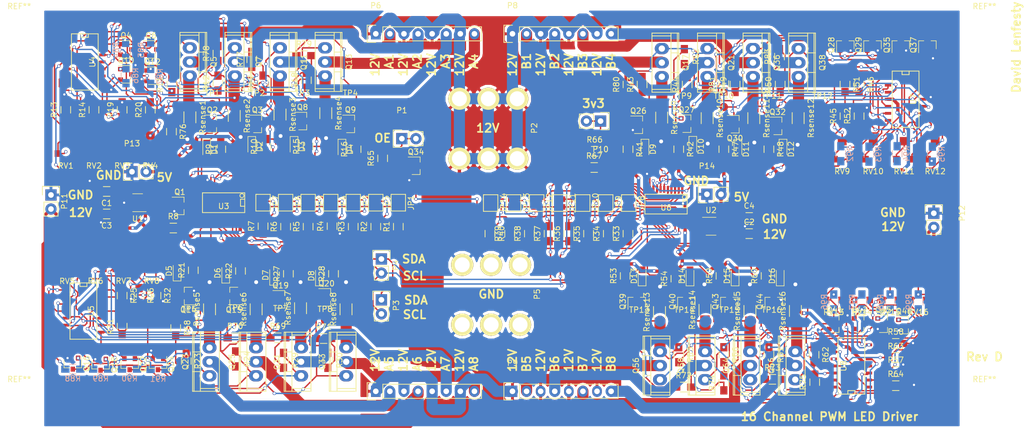
<source format=kicad_pcb>
(kicad_pcb (version 4) (host pcbnew 4.0.7)
  (layers (0 F.Cu signal) (31 B.Cu signal) (34 B.Paste user hide) (35 F.Paste user hide) (36 B.SilkS user hide) (37 F.SilkS user) (38 B.Mask user hide) (39 F.Mask user hide) (44 Edge.Cuts user hide))
  (net 0 "")
  (net 1 +12V)
  (net 2 GND)
  (net 3 +5V-A)
  (net 4 +5V-B)
  (net 5 "Net-(D1-Pad2)")
  (net 6 "Net-(D1-Pad1)")
  (net 7 "Net-(D2-Pad2)")
  (net 8 "Net-(D2-Pad1)")
  (net 9 "Net-(D3-Pad2)")
  (net 10 "Net-(D3-Pad1)")
  (net 11 "Net-(D4-Pad2)")
  (net 12 "Net-(D4-Pad1)")
  (net 13 "Net-(D5-Pad2)")
  (net 14 "Net-(D5-Pad1)")
  (net 15 "Net-(D6-Pad2)")
  (net 16 "Net-(D6-Pad1)")
  (net 17 "Net-(D7-Pad2)")
  (net 18 "Net-(D7-Pad1)")
  (net 19 "Net-(D8-Pad2)")
  (net 20 "Net-(D8-Pad1)")
  (net 21 "Net-(D9-Pad2)")
  (net 22 "Net-(D9-Pad1)")
  (net 23 "Net-(D10-Pad2)")
  (net 24 "Net-(D10-Pad1)")
  (net 25 "Net-(D11-Pad2)")
  (net 26 "Net-(D11-Pad1)")
  (net 27 "Net-(D12-Pad2)")
  (net 28 "Net-(D12-Pad1)")
  (net 29 "Net-(D13-Pad2)")
  (net 30 "Net-(D13-Pad1)")
  (net 31 "Net-(D14-Pad2)")
  (net 32 "Net-(D14-Pad1)")
  (net 33 "Net-(D15-Pad2)")
  (net 34 "Net-(D15-Pad1)")
  (net 35 "Net-(D16-Pad2)")
  (net 36 "Net-(D16-Pad1)")
  (net 37 "Net-(JP1-Pad1)")
  (net 38 "Net-(JP2-Pad1)")
  (net 39 "Net-(JP3-Pad1)")
  (net 40 "Net-(JP4-Pad1)")
  (net 41 "Net-(JP5-Pad1)")
  (net 42 "Net-(JP6-Pad1)")
  (net 43 "Net-(JP7-Pad1)")
  (net 44 "Net-(JP8-Pad1)")
  (net 45 "Net-(JP9-Pad1)")
  (net 46 "Net-(JP10-Pad1)")
  (net 47 "Net-(JP11-Pad1)")
  (net 48 "Net-(JP12-Pad1)")
  (net 49 "Net-(JP13-Pad1)")
  (net 50 "Net-(JP14-Pad1)")
  (net 51 "Net-(P1-Pad1)")
  (net 52 SDA)
  (net 53 SCL)
  (net 54 "Net-(P6-Pad2)")
  (net 55 "Net-(P6-Pad4)")
  (net 56 "Net-(P6-Pad6)")
  (net 57 "Net-(P6-Pad8)")
  (net 58 "Net-(P7-Pad2)")
  (net 59 "Net-(P7-Pad4)")
  (net 60 "Net-(P7-Pad6)")
  (net 61 "Net-(P7-Pad8)")
  (net 62 "Net-(P8-Pad2)")
  (net 63 "Net-(P8-Pad4)")
  (net 64 "Net-(P8-Pad6)")
  (net 65 "Net-(P8-Pad8)")
  (net 66 "Net-(P9-Pad2)")
  (net 67 "Net-(P9-Pad4)")
  (net 68 "Net-(P9-Pad6)")
  (net 69 "Net-(P9-Pad8)")
  (net 70 +3V3)
  (net 71 OE-Disable)
  (net 72 "/Power Driver A/LED Driver A/LED1")
  (net 73 "/Power Driver A/LED Driver A/LED2")
  (net 74 "Net-(Q4-Pad1)")
  (net 75 "Net-(Q5-Pad3)")
  (net 76 "Net-(Q6-Pad1)")
  (net 77 "Net-(Q7-Pad3)")
  (net 78 "/Power Driver A/LED Driver A/LED3")
  (net 79 "/Power Driver A/LED Driver A/LED4")
  (net 80 "Net-(Q10-Pad1)")
  (net 81 "Net-(Q11-Pad3)")
  (net 82 "Net-(Q12-Pad1)")
  (net 83 "Net-(Q13-Pad3)")
  (net 84 "/Power Driver B/LED Driver A/LED1")
  (net 85 "/Power Driver B/LED Driver A/LED2")
  (net 86 "Net-(Q16-Pad1)")
  (net 87 "Net-(Q17-Pad3)")
  (net 88 "/Power Driver A/LED Driver B/LED1")
  (net 89 "/Power Driver A/LED Driver B/LED2")
  (net 90 "Net-(Q20-Pad1)")
  (net 91 "Net-(Q21-Pad3)")
  (net 92 "Net-(Q22-Pad1)")
  (net 93 "Net-(Q23-Pad3)")
  (net 94 "Net-(Q24-Pad1)")
  (net 95 "Net-(Q25-Pad3)")
  (net 96 "/Power Driver A/LED Driver B/LED3")
  (net 97 "/Power Driver A/LED Driver B/LED4")
  (net 98 "/Power Driver B/LED Driver A/LED3")
  (net 99 "/Power Driver B/LED Driver A/LED4")
  (net 100 "Net-(Q30-Pad1)")
  (net 101 "Net-(Q31-Pad3)")
  (net 102 "Net-(Q32-Pad1)")
  (net 103 "Net-(Q33-Pad3)")
  (net 104 "Net-(Q35-Pad1)")
  (net 105 "Net-(Q36-Pad3)")
  (net 106 "Net-(Q37-Pad1)")
  (net 107 "Net-(Q38-Pad3)")
  (net 108 "/Power Driver B/LED Driver B/LED1")
  (net 109 "/Power Driver B/LED Driver B/LED2")
  (net 110 "Net-(Q56-Pad3)")
  (net 111 "Net-(Q58-Pad3)")
  (net 112 "/Power Driver B/LED Driver B/LED3")
  (net 113 "/Power Driver B/LED Driver B/LED4")
  (net 114 "Net-(Q64-Pad3)")
  (net 115 "Net-(Q66-Pad3)")
  (net 116 "Net-(R13-Pad1)")
  (net 117 "Net-(R14-Pad1)")
  (net 118 "Net-(R19-Pad1)")
  (net 119 "Net-(R20-Pad1)")
  (net 120 "Net-(R25-Pad1)")
  (net 121 "Net-(R26-Pad1)")
  (net 122 "Net-(R31-Pad1)")
  (net 123 "Net-(R32-Pad1)")
  (net 124 "Net-(R45-Pad1)")
  (net 125 "Net-(R46-Pad1)")
  (net 126 "Net-(R51-Pad1)")
  (net 127 "Net-(R52-Pad1)")
  (net 128 "Net-(R57-Pad1)")
  (net 129 "Net-(R58-Pad1)")
  (net 130 "Net-(R63-Pad1)")
  (net 131 "Net-(R64-Pad1)")
  (net 132 "Net-(U1-Pad4)")
  (net 133 "Net-(U2-Pad4)")
  (net 134 "Net-(Q1-Pad3)")
  (net 135 "Net-(Q2-Pad1)")
  (net 136 "Net-(Q3-Pad1)")
  (net 137 "Net-(Q10-Pad3)")
  (net 138 "Net-(Q12-Pad3)")
  (net 139 "Net-(Q14-Pad1)")
  (net 140 "Net-(Q15-Pad1)")
  (net 141 "Net-(Q17-Pad1)")
  (net 142 "Net-(Q18-Pad1)")
  (net 143 "Net-(Q19-Pad1)")
  (net 144 "Net-(Q21-Pad1)")
  (net 145 "Net-(Q28-Pad1)")
  (net 146 "Net-(Q29-Pad1)")
  (net 147 "Net-(Q34-Pad3)")
  (net 148 "Net-(Q39-Pad1)")
  (net 149 "Net-(Q40-Pad1)")
  (net 150 "Net-(Q41-Pad1)")
  (net 151 "Net-(Q42-Pad1)")
  (net 152 "Net-(Q43-Pad1)")
  (net 153 "Net-(Q44-Pad1)")
  (net 154 "Net-(Q45-Pad1)")
  (net 155 "Net-(Q46-Pad1)")
  (net 156 "Net-(Q4-Pad3)")
  (net 157 "Net-(Q6-Pad3)")
  (net 158 "Net-(Q8-Pad1)")
  (net 159 "Net-(Q9-Pad1)")
  (net 160 "Net-(Q16-Pad3)")
  (net 161 "Net-(Q18-Pad3)")
  (net 162 "Net-(Q22-Pad3)")
  (net 163 "Net-(Q24-Pad3)")
  (net 164 "Net-(Q26-Pad1)")
  (net 165 "Net-(Q27-Pad1)")
  (net 166 "Net-(Q35-Pad3)")
  (net 167 "Net-(Q37-Pad3)")
  (net 168 "Net-(Q41-Pad3)")
  (net 169 "Net-(Q42-Pad3)")
  (net 170 "Net-(Q45-Pad3)")
  (net 171 "Net-(Q46-Pad3)")
  (net 172 "Net-(R84-Pad1)")
  (net 173 "Net-(R85-Pad1)")
  (net 174 "Net-(R86-Pad1)")
  (net 175 "Net-(R87-Pad1)")
  (net 176 "Net-(R88-Pad1)")
  (net 177 "Net-(R89-Pad1)")
  (net 178 "Net-(R90-Pad1)")
  (net 179 "Net-(R91-Pad1)")
  (net 180 "Net-(R92-Pad1)")
  (net 181 "Net-(R93-Pad1)")
  (net 182 "Net-(R94-Pad1)")
  (net 183 "Net-(R95-Pad1)")
  (net 184 "Net-(R96-Pad1)")
  (net 185 "Net-(R97-Pad1)")
  (net 186 "Net-(R98-Pad1)")
  (net 187 "Net-(R99-Pad1)")
  (module TO_SOT_Packages_SMD:SOT-23 (layer F.Cu) (at 183.8 75.4)
    (fp_text reference Q27 (at 0 -2.5) (layer F.SilkS))
    (fp_text value Q_NPN_BEC)
    (pad 1 smd rect (at -1 -0.95) (size 0.9 0.8) (layers F.Cu F.Paste F.Mask) (net 165 "Net-(Q27-Pad1)"))
    (pad 2 smd rect (at -1 0.95) (size 0.9 0.8) (layers F.Cu F.Paste F.Mask) (net 2 GND))
    (pad 3 smd rect (at 1 0) (size 0.9 0.8) (layers F.Cu F.Paste F.Mask) (net 24 "Net-(D10-Pad1)"))
  )
  (module TO_SOT_Packages_SMD:SOT-23 (layer F.Cu) (at 118.872 106.75)
    (fp_text reference Q20 (at 0 -2.5) (layer F.SilkS))
    (fp_text value Q_NPN_BEC)
    (pad 1 smd rect (at -1 -0.95) (size 0.9 0.8) (layers F.Cu F.Paste F.Mask) (net 90 "Net-(Q20-Pad1)"))
    (pad 2 smd rect (at -1 0.95) (size 0.9 0.8) (layers F.Cu F.Paste F.Mask) (net 2 GND))
    (pad 3 smd rect (at 1 0) (size 0.9 0.8) (layers F.Cu F.Paste F.Mask) (net 20 "Net-(D8-Pad1)"))
  )
  (module TO_SOT_Packages_SMD:SOT-23 (layer F.Cu) (at 215 111.5)
    (fp_text reference Q42 (at 0 -2.5) (layer F.SilkS))
    (fp_text value Q_NPN_BEC)
    (pad 1 smd rect (at -1 -0.95) (size 0.9 0.8) (layers F.Cu F.Paste F.Mask) (net 151 "Net-(Q42-Pad1)"))
    (pad 2 smd rect (at -1 0.95) (size 0.9 0.8) (layers F.Cu F.Paste F.Mask) (net 2 GND))
    (pad 3 smd rect (at 1 0) (size 0.9 0.8) (layers F.Cu F.Paste F.Mask) (net 169 "Net-(Q42-Pad3)"))
  )
  (module Mounting_Holes:MountingHole_3.2mm_M3 (layer F.Cu) (at 63.5 125.73)
    (fp_text reference REF** (at 0 -4.2) (layer F.SilkS))
    (fp_text value MountingHole_3.2mm_M3)
    (pad 1 np_thru_hole circle (at 0 0) (size 3.2 3.2) (drill 3.2) (layers *.Cu *.Mask))
  )
  (module Mounting_Holes:MountingHole_3.2mm_M3 (layer F.Cu) (at 63.5 58.42)
    (fp_text reference REF** (at 0 -4.2) (layer F.SilkS))
    (fp_text value MountingHole_3.2mm_M3)
    (pad 1 np_thru_hole circle (at 0 0) (size 3.2 3.2) (drill 3.2) (layers *.Cu *.Mask))
  )
  (module Mounting_Holes:MountingHole_3.2mm_M3 (layer F.Cu) (at 237.49 125.73)
    (fp_text reference REF** (at 0 -4.2) (layer F.SilkS))
    (fp_text value MountingHole_3.2mm_M3)
    (pad 1 np_thru_hole circle (at 0 0) (size 3.2 3.2) (drill 3.2) (layers *.Cu *.Mask))
  )
  (module TO_SOT_Packages_SMD:SOT-23 (layer F.Cu) (at 87.25 62)
    (fp_text reference Q6 (at 0 -2.5) (layer F.SilkS))
    (fp_text value Q_NPN_BEC)
    (pad 1 smd rect (at -1 -0.95) (size 0.9 0.8) (layers F.Cu F.Paste F.Mask) (net 76 "Net-(Q6-Pad1)"))
    (pad 2 smd rect (at -1 0.95) (size 0.9 0.8) (layers F.Cu F.Paste F.Mask) (net 2 GND))
    (pad 3 smd rect (at 1 0) (size 0.9 0.8) (layers F.Cu F.Paste F.Mask) (net 157 "Net-(Q6-Pad3)"))
  )
  (module Power_Integrations:TO-220 (layer F.Cu) (at 102.362 64.262 270)
    (fp_text reference Q7 (at 0 -4.318 270) (layer F.SilkS))
    (fp_text value BUT11)
    (pad 2 thru_hole oval (at 0 0 270) (size 2.032 2.54) (drill 1.143) (layers *.Cu *.Mask) (net 55 "Net-(P6-Pad4)"))
    (pad 3 thru_hole oval (at 2.54 0 270) (size 2.032 2.54) (drill 1.143) (layers *.Cu *.Mask) (net 77 "Net-(Q7-Pad3)"))
    (pad 1 thru_hole oval (at -2.54 0 270) (size 2.032 2.54) (drill 1.143) (layers *.Cu *.Mask) (net 157 "Net-(Q6-Pad3)"))
  )
  (module Power_Integrations:TO-220 (layer F.Cu) (at 110.49 64.262 270)
    (fp_text reference Q11 (at 0 -4.318 270) (layer F.SilkS))
    (fp_text value BUT11)
    (pad 2 thru_hole oval (at 0 0 270) (size 2.032 2.54) (drill 1.143) (layers *.Cu *.Mask) (net 56 "Net-(P6-Pad6)"))
    (pad 3 thru_hole oval (at 2.54 0 270) (size 2.032 2.54) (drill 1.143) (layers *.Cu *.Mask) (net 81 "Net-(Q11-Pad3)"))
    (pad 1 thru_hole oval (at -2.54 0 270) (size 2.032 2.54) (drill 1.143) (layers *.Cu *.Mask) (net 137 "Net-(Q10-Pad3)"))
  )
  (module Power_Integrations:TO-220 (layer F.Cu) (at 94.234 64.262 270)
    (fp_text reference Q5 (at 0 -4.318 270) (layer F.SilkS))
    (fp_text value BUT11)
    (pad 2 thru_hole oval (at 0 0 270) (size 2.032 2.54) (drill 1.143) (layers *.Cu *.Mask) (net 54 "Net-(P6-Pad2)"))
    (pad 3 thru_hole oval (at 2.54 0 270) (size 2.032 2.54) (drill 1.143) (layers *.Cu *.Mask) (net 75 "Net-(Q5-Pad3)"))
    (pad 1 thru_hole oval (at -2.54 0 270) (size 2.032 2.54) (drill 1.143) (layers *.Cu *.Mask) (net 156 "Net-(Q4-Pad3)"))
  )
  (module Custom_Footprints:Bourns-TC33 (layer F.Cu) (at 71.882 78.994)
    (fp_text reference RV1 (at 0 4) (layer F.SilkS))
    (fp_text value 10K)
    (pad 1 smd rect (at -1.4 1.8) (size 1.2 1.2) (layers F.Cu F.Paste F.Mask) (net 172 "Net-(R84-Pad1)"))
    (pad 2 smd rect (at 0 -1.45) (size 1.6 1.5) (layers F.Cu F.Paste F.Mask) (net 172 "Net-(R84-Pad1)"))
    (pad 3 smd rect (at 1.4 1.8) (size 1.2 1.2) (layers F.Cu F.Paste F.Mask) (net 116 "Net-(R13-Pad1)"))
  )
  (module Resistors_SMD:R_0805_HandSoldering (layer F.Cu) (at 87.122 72.898 90)
    (fp_text reference R20 (at 0 -2.1 90) (layer F.SilkS))
    (fp_text value 2K)
    (pad 1 smd rect (at -1.35 0 90) (size 1.5 1.3) (layers F.Cu F.Paste F.Mask) (net 119 "Net-(R20-Pad1)"))
    (pad 2 smd rect (at 1.35 0 90) (size 1.5 1.3) (layers F.Cu F.Paste F.Mask) (net 2 GND))
  )
  (module Custom_Footprints:Bourns-TC33 (layer F.Cu) (at 82.042 78.994)
    (fp_text reference RV3 (at 0 4) (layer F.SilkS))
    (fp_text value 10K)
    (pad 1 smd rect (at -1.4 1.8) (size 1.2 1.2) (layers F.Cu F.Paste F.Mask) (net 174 "Net-(R86-Pad1)"))
    (pad 2 smd rect (at 0 -1.45) (size 1.6 1.5) (layers F.Cu F.Paste F.Mask) (net 174 "Net-(R86-Pad1)"))
    (pad 3 smd rect (at 1.4 1.8) (size 1.2 1.2) (layers F.Cu F.Paste F.Mask) (net 118 "Net-(R19-Pad1)"))
  )
  (module Resistors_SMD:R_0805_HandSoldering (layer F.Cu) (at 71.882 72.898 90)
    (fp_text reference R13 (at 0 -2.1 90) (layer F.SilkS))
    (fp_text value 2K)
    (pad 1 smd rect (at -1.35 0 90) (size 1.5 1.3) (layers F.Cu F.Paste F.Mask) (net 116 "Net-(R13-Pad1)"))
    (pad 2 smd rect (at 1.35 0 90) (size 1.5 1.3) (layers F.Cu F.Paste F.Mask) (net 2 GND))
  )
  (module Custom_Footprints:Bourns-TC33 (layer F.Cu) (at 87.122 78.994)
    (fp_text reference RV4 (at 0 4) (layer F.SilkS))
    (fp_text value 10K)
    (pad 1 smd rect (at -1.4 1.8) (size 1.2 1.2) (layers F.Cu F.Paste F.Mask) (net 175 "Net-(R87-Pad1)"))
    (pad 2 smd rect (at 0 -1.45) (size 1.6 1.5) (layers F.Cu F.Paste F.Mask) (net 175 "Net-(R87-Pad1)"))
    (pad 3 smd rect (at 1.4 1.8) (size 1.2 1.2) (layers F.Cu F.Paste F.Mask) (net 119 "Net-(R20-Pad1)"))
  )
  (module Resistors_SMD:R_0805_HandSoldering (layer F.Cu) (at 76.962 72.898 90)
    (fp_text reference R14 (at 0 -2.1 90) (layer F.SilkS))
    (fp_text value 2K)
    (pad 1 smd rect (at -1.35 0 90) (size 1.5 1.3) (layers F.Cu F.Paste F.Mask) (net 117 "Net-(R14-Pad1)"))
    (pad 2 smd rect (at 1.35 0 90) (size 1.5 1.3) (layers F.Cu F.Paste F.Mask) (net 2 GND))
  )
  (module Resistors_SMD:R_0805_HandSoldering (layer F.Cu) (at 82.042 72.898 90)
    (fp_text reference R19 (at 0 -2.1 90) (layer F.SilkS))
    (fp_text value 2K)
    (pad 1 smd rect (at -1.35 0 90) (size 1.5 1.3) (layers F.Cu F.Paste F.Mask) (net 118 "Net-(R19-Pad1)"))
    (pad 2 smd rect (at 1.35 0 90) (size 1.5 1.3) (layers F.Cu F.Paste F.Mask) (net 2 GND))
  )
  (module Custom_Footprints:Bourns-TC33 (layer F.Cu) (at 76.962 78.994)
    (fp_text reference RV2 (at 0 4) (layer F.SilkS))
    (fp_text value 10K)
    (pad 1 smd rect (at -1.4 1.8) (size 1.2 1.2) (layers F.Cu F.Paste F.Mask) (net 173 "Net-(R85-Pad1)"))
    (pad 2 smd rect (at 0 -1.45) (size 1.6 1.5) (layers F.Cu F.Paste F.Mask) (net 173 "Net-(R85-Pad1)"))
    (pad 3 smd rect (at 1.4 1.8) (size 1.2 1.2) (layers F.Cu F.Paste F.Mask) (net 117 "Net-(R14-Pad1)"))
  )
  (module TO_SOT_Packages_SMD:SOT-23 (layer F.Cu) (at 82.75 62)
    (fp_text reference Q4 (at 0 -2.5) (layer F.SilkS))
    (fp_text value Q_NPN_BEC)
    (pad 1 smd rect (at -1 -0.95) (size 0.9 0.8) (layers F.Cu F.Paste F.Mask) (net 74 "Net-(Q4-Pad1)"))
    (pad 2 smd rect (at -1 0.95) (size 0.9 0.8) (layers F.Cu F.Paste F.Mask) (net 2 GND))
    (pad 3 smd rect (at 1 0) (size 0.9 0.8) (layers F.Cu F.Paste F.Mask) (net 156 "Net-(Q4-Pad3)"))
  )
  (module SMD_Packages:SOIC-14_N (layer F.Cu) (at 75.438 64.262 270)
    (fp_text reference U4 (at 0 -1.27 270) (layer F.SilkS))
    (fp_text value LM324AN)
    (pad 1 smd rect (at -3.81 3.302 270) (size 0.508 1.143) (layers F.Cu F.Paste F.Mask) (net 172 "Net-(R84-Pad1)"))
    (pad 2 smd rect (at -2.54 3.302 270) (size 0.508 1.143) (layers F.Cu F.Paste F.Mask) (net 116 "Net-(R13-Pad1)"))
    (pad 3 smd rect (at -1.27 3.302 270) (size 0.508 1.143) (layers F.Cu F.Paste F.Mask) (net 75 "Net-(Q5-Pad3)"))
    (pad 4 smd rect (at 0 3.302 270) (size 0.508 1.143) (layers F.Cu F.Paste F.Mask) (net 3 +5V-A))
    (pad 5 smd rect (at 1.27 3.302 270) (size 0.508 1.143) (layers F.Cu F.Paste F.Mask) (net 77 "Net-(Q7-Pad3)"))
    (pad 6 smd rect (at 2.54 3.302 270) (size 0.508 1.143) (layers F.Cu F.Paste F.Mask) (net 117 "Net-(R14-Pad1)"))
    (pad 7 smd rect (at 3.81 3.302 270) (size 0.508 1.143) (layers F.Cu F.Paste F.Mask) (net 173 "Net-(R85-Pad1)"))
    (pad 8 smd rect (at 3.81 -3.048 270) (size 0.508 1.143) (layers F.Cu F.Paste F.Mask) (net 174 "Net-(R86-Pad1)"))
    (pad 9 smd rect (at 2.54 -3.048 270) (size 0.508 1.143) (layers F.Cu F.Paste F.Mask) (net 118 "Net-(R19-Pad1)"))
    (pad 11 smd rect (at 0 -3.048 270) (size 0.508 1.143) (layers F.Cu F.Paste F.Mask) (net 2 GND))
    (pad 12 smd rect (at -1.27 -3.048 270) (size 0.508 1.143) (layers F.Cu F.Paste F.Mask) (net 83 "Net-(Q13-Pad3)"))
    (pad 13 smd rect (at -2.54 -3.048 270) (size 0.508 1.143) (layers F.Cu F.Paste F.Mask) (net 119 "Net-(R20-Pad1)"))
    (pad 14 smd rect (at -3.81 -3.048 270) (size 0.508 1.143) (layers F.Cu F.Paste F.Mask) (net 175 "Net-(R87-Pad1)"))
    (pad 10 smd rect (at 1.27 -3.048 270) (size 0.508 1.143) (layers F.Cu F.Paste F.Mask) (net 81 "Net-(Q11-Pad3)"))
  )
  (module TO_SOT_Packages_SMD:SOT-23 (layer F.Cu) (at 82.75 66.5)
    (fp_text reference Q10 (at 0 -2.5) (layer F.SilkS))
    (fp_text value Q_NPN_BEC)
    (pad 1 smd rect (at -1 -0.95) (size 0.9 0.8) (layers F.Cu F.Paste F.Mask) (net 80 "Net-(Q10-Pad1)"))
    (pad 2 smd rect (at -1 0.95) (size 0.9 0.8) (layers F.Cu F.Paste F.Mask) (net 2 GND))
    (pad 3 smd rect (at 1 0) (size 0.9 0.8) (layers F.Cu F.Paste F.Mask) (net 137 "Net-(Q10-Pad3)"))
  )
  (module TO_SOT_Packages_SMD:SOT-23 (layer F.Cu) (at 87.5 66.75)
    (fp_text reference Q12 (at 0 -2.5) (layer F.SilkS))
    (fp_text value Q_NPN_BEC)
    (pad 1 smd rect (at -1 -0.95) (size 0.9 0.8) (layers F.Cu F.Paste F.Mask) (net 82 "Net-(Q12-Pad1)"))
    (pad 2 smd rect (at -1 0.95) (size 0.9 0.8) (layers F.Cu F.Paste F.Mask) (net 2 GND))
    (pad 3 smd rect (at 1 0) (size 0.9 0.8) (layers F.Cu F.Paste F.Mask) (net 138 "Net-(Q12-Pad3)"))
  )
  (module Resistors_SMD:R_0805_HandSoldering (layer F.Cu) (at 115.57 79.502 90)
    (fp_text reference R15 (at 0 -2.1 90) (layer F.SilkS))
    (fp_text value 330)
    (pad 1 smd rect (at -1.35 0 90) (size 1.5 1.3) (layers F.Cu F.Paste F.Mask) (net 9 "Net-(D3-Pad2)"))
    (pad 2 smd rect (at 1.35 0 90) (size 1.5 1.3) (layers F.Cu F.Paste F.Mask) (net 3 +5V-A))
  )
  (module LEDs:LED_0805 (layer F.Cu) (at 113.03 79.522 270)
    (fp_text reference D3 (at 0 -1.45 270) (layer F.SilkS))
    (fp_text value LED)
    (pad 2 smd rect (at 1.1 0 90) (size 1.2 1.2) (layers F.Cu F.Paste F.Mask) (net 9 "Net-(D3-Pad2)"))
    (pad 1 smd rect (at -1.1 0 90) (size 1.2 1.2) (layers F.Cu F.Paste F.Mask) (net 10 "Net-(D3-Pad1)"))
  )
  (module TO_SOT_Packages_SMD:SOT-23 (layer F.Cu) (at 114.554 74.93)
    (fp_text reference Q8 (at 0 -2.5) (layer F.SilkS))
    (fp_text value Q_NPN_BEC)
    (pad 1 smd rect (at -1 -0.95) (size 0.9 0.8) (layers F.Cu F.Paste F.Mask) (net 158 "Net-(Q8-Pad1)"))
    (pad 2 smd rect (at -1 0.95) (size 0.9 0.8) (layers F.Cu F.Paste F.Mask) (net 2 GND))
    (pad 3 smd rect (at 1 0) (size 0.9 0.8) (layers F.Cu F.Paste F.Mask) (net 10 "Net-(D3-Pad1)"))
  )
  (module Power_Integrations:TO-220 (layer F.Cu) (at 118.618 64.262 270)
    (fp_text reference Q13 (at 0 -4.318 270) (layer F.SilkS))
    (fp_text value BUT11)
    (pad 2 thru_hole oval (at 0 0 270) (size 2.032 2.54) (drill 1.143) (layers *.Cu *.Mask) (net 57 "Net-(P6-Pad8)"))
    (pad 3 thru_hole oval (at 2.54 0 270) (size 2.032 2.54) (drill 1.143) (layers *.Cu *.Mask) (net 83 "Net-(Q13-Pad3)"))
    (pad 1 thru_hole oval (at -2.54 0 270) (size 2.032 2.54) (drill 1.143) (layers *.Cu *.Mask) (net 138 "Net-(Q12-Pad3)"))
  )
  (module Resistors_SMD:R_0805_HandSoldering (layer F.Cu) (at 99.822 80.01 90)
    (fp_text reference R9 (at 0 -2.1 90) (layer F.SilkS))
    (fp_text value 330)
    (pad 1 smd rect (at -1.35 0 90) (size 1.5 1.3) (layers F.Cu F.Paste F.Mask) (net 5 "Net-(D1-Pad2)"))
    (pad 2 smd rect (at 1.35 0 90) (size 1.5 1.3) (layers F.Cu F.Paste F.Mask) (net 3 +5V-A))
  )
  (module TO_SOT_Packages_SMD:SOT-23 (layer F.Cu) (at 98.298 75.438)
    (fp_text reference Q2 (at 0 -2.5) (layer F.SilkS))
    (fp_text value Q_NPN_BEC)
    (pad 1 smd rect (at -1 -0.95) (size 0.9 0.8) (layers F.Cu F.Paste F.Mask) (net 135 "Net-(Q2-Pad1)"))
    (pad 2 smd rect (at -1 0.95) (size 0.9 0.8) (layers F.Cu F.Paste F.Mask) (net 2 GND))
    (pad 3 smd rect (at 1 0) (size 0.9 0.8) (layers F.Cu F.Paste F.Mask) (net 6 "Net-(D1-Pad1)"))
  )
  (module LEDs:LED_0805 (layer F.Cu) (at 97.282 80.01 270)
    (fp_text reference D1 (at 0 -1.45 270) (layer F.SilkS))
    (fp_text value LED)
    (pad 2 smd rect (at 1.1 0 90) (size 1.2 1.2) (layers F.Cu F.Paste F.Mask) (net 5 "Net-(D1-Pad2)"))
    (pad 1 smd rect (at -1.1 0 90) (size 1.2 1.2) (layers F.Cu F.Paste F.Mask) (net 6 "Net-(D1-Pad1)"))
  )
  (module TO_SOT_Packages_SMD:SOT-23 (layer F.Cu) (at 123.19 75.438)
    (fp_text reference Q9 (at 0 -2.54) (layer F.SilkS))
    (fp_text value Q_NPN_BEC)
    (pad 1 smd rect (at -1 -0.95) (size 0.9 0.8) (layers F.Cu F.Paste F.Mask) (net 159 "Net-(Q9-Pad1)"))
    (pad 2 smd rect (at -1 0.95) (size 0.9 0.8) (layers F.Cu F.Paste F.Mask) (net 2 GND))
    (pad 3 smd rect (at 1 0) (size 0.9 0.8) (layers F.Cu F.Paste F.Mask) (net 12 "Net-(D4-Pad1)"))
  )
  (module Resistors_SMD:R_0805_HandSoldering (layer F.Cu) (at 124.206 80.01 90)
    (fp_text reference R16 (at 0 -2.1 90) (layer F.SilkS))
    (fp_text value 330)
    (pad 1 smd rect (at -1.35 0 90) (size 1.5 1.3) (layers F.Cu F.Paste F.Mask) (net 11 "Net-(D4-Pad2)"))
    (pad 2 smd rect (at 1.35 0 90) (size 1.5 1.3) (layers F.Cu F.Paste F.Mask) (net 3 +5V-A))
  )
  (module LEDs:LED_0805 (layer F.Cu) (at 121.666 80.01 270)
    (fp_text reference D4 (at 0 -1.45 270) (layer F.SilkS))
    (fp_text value LED)
    (pad 2 smd rect (at 1.1 0 90) (size 1.2 1.2) (layers F.Cu F.Paste F.Mask) (net 11 "Net-(D4-Pad2)"))
    (pad 1 smd rect (at -1.1 0 90) (size 1.2 1.2) (layers F.Cu F.Paste F.Mask) (net 12 "Net-(D4-Pad1)"))
  )
  (module LEDs:LED_0805 (layer F.Cu) (at 105.41 79.522 270)
    (fp_text reference D2 (at 0 -1.45 270) (layer F.SilkS))
    (fp_text value LED)
    (pad 2 smd rect (at 1.1 0 90) (size 1.2 1.2) (layers F.Cu F.Paste F.Mask) (net 7 "Net-(D2-Pad2)"))
    (pad 1 smd rect (at -1.1 0 90) (size 1.2 1.2) (layers F.Cu F.Paste F.Mask) (net 8 "Net-(D2-Pad1)"))
  )
  (module Resistors_SMD:R_0805_HandSoldering (layer F.Cu) (at 107.95 79.522 90)
    (fp_text reference R10 (at 0 -2.1 90) (layer F.SilkS))
    (fp_text value 330)
    (pad 1 smd rect (at -1.35 0 90) (size 1.5 1.3) (layers F.Cu F.Paste F.Mask) (net 7 "Net-(D2-Pad2)"))
    (pad 2 smd rect (at 1.35 0 90) (size 1.5 1.3) (layers F.Cu F.Paste F.Mask) (net 3 +5V-A))
  )
  (module TO_SOT_Packages_SMD:SOT-23 (layer F.Cu) (at 106.426 75.438)
    (fp_text reference Q3 (at 0 -2.5) (layer F.SilkS))
    (fp_text value Q_NPN_BEC)
    (pad 1 smd rect (at -1 -0.95) (size 0.9 0.8) (layers F.Cu F.Paste F.Mask) (net 136 "Net-(Q3-Pad1)"))
    (pad 2 smd rect (at -1 0.95) (size 0.9 0.8) (layers F.Cu F.Paste F.Mask) (net 2 GND))
    (pad 3 smd rect (at 1 0) (size 0.9 0.8) (layers F.Cu F.Paste F.Mask) (net 8 "Net-(D2-Pad1)"))
  )
  (module LEDs:LED_0805 (layer F.Cu) (at 91.948 101.981 90)
    (fp_text reference D5 (at 0 -1.45 90) (layer F.SilkS))
    (fp_text value LED)
    (pad 2 smd rect (at 1.1 0 270) (size 1.2 1.2) (layers F.Cu F.Paste F.Mask) (net 13 "Net-(D5-Pad2)"))
    (pad 1 smd rect (at -1.1 0 270) (size 1.2 1.2) (layers F.Cu F.Paste F.Mask) (net 14 "Net-(D5-Pad1)"))
  )
  (module LEDs:LED_0805 (layer F.Cu) (at 100.711 102.362 90)
    (fp_text reference D6 (at 0 -1.45 90) (layer F.SilkS))
    (fp_text value LED)
    (pad 2 smd rect (at 1.1 0 270) (size 1.2 1.2) (layers F.Cu F.Paste F.Mask) (net 15 "Net-(D6-Pad2)"))
    (pad 1 smd rect (at -1.1 0 270) (size 1.2 1.2) (layers F.Cu F.Paste F.Mask) (net 16 "Net-(D6-Pad1)"))
  )
  (module LEDs:LED_0805 (layer F.Cu) (at 109.347 102.743 90)
    (fp_text reference D7 (at 0 -1.45 90) (layer F.SilkS))
    (fp_text value LED)
    (pad 2 smd rect (at 1.1 0 270) (size 1.2 1.2) (layers F.Cu F.Paste F.Mask) (net 17 "Net-(D7-Pad2)"))
    (pad 1 smd rect (at -1.1 0 270) (size 1.2 1.2) (layers F.Cu F.Paste F.Mask) (net 18 "Net-(D7-Pad1)"))
  )
  (module LEDs:LED_0805 (layer F.Cu) (at 117.602 102.87 90)
    (fp_text reference D8 (at 0 -1.45 90) (layer F.SilkS))
    (fp_text value LED)
    (pad 2 smd rect (at 1.1 0 270) (size 1.2 1.2) (layers F.Cu F.Paste F.Mask) (net 19 "Net-(D8-Pad2)"))
    (pad 1 smd rect (at -1.1 0 270) (size 1.2 1.2) (layers F.Cu F.Paste F.Mask) (net 20 "Net-(D8-Pad1)"))
  )
  (module LEDs:LED_0805 (layer F.Cu) (at 176.276 80.01 270)
    (fp_text reference D9 (at 0 -1.45 270) (layer F.SilkS))
    (fp_text value LED)
    (pad 2 smd rect (at 1.1 0 90) (size 1.2 1.2) (layers F.Cu F.Paste F.Mask) (net 21 "Net-(D9-Pad2)"))
    (pad 1 smd rect (at -1.1 0 90) (size 1.2 1.2) (layers F.Cu F.Paste F.Mask) (net 22 "Net-(D9-Pad1)"))
  )
  (module LEDs:LED_0805 (layer F.Cu) (at 184.912 79.502 270)
    (fp_text reference D10 (at 0 -1.45 270) (layer F.SilkS))
    (fp_text value LED)
    (pad 2 smd rect (at 1.1 0 90) (size 1.2 1.2) (layers F.Cu F.Paste F.Mask) (net 23 "Net-(D10-Pad2)"))
    (pad 1 smd rect (at -1.1 0 90) (size 1.2 1.2) (layers F.Cu F.Paste F.Mask) (net 24 "Net-(D10-Pad1)"))
  )
  (module LEDs:LED_0805 (layer F.Cu) (at 193.04 80.01 270)
    (fp_text reference D11 (at 0 -1.45 270) (layer F.SilkS))
    (fp_text value LED)
    (pad 2 smd rect (at 1.1 0 90) (size 1.2 1.2) (layers F.Cu F.Paste F.Mask) (net 25 "Net-(D11-Pad2)"))
    (pad 1 smd rect (at -1.1 0 90) (size 1.2 1.2) (layers F.Cu F.Paste F.Mask) (net 26 "Net-(D11-Pad1)"))
  )
  (module LEDs:LED_0805 (layer F.Cu) (at 201.168 80.01 270)
    (fp_text reference D12 (at 0 -1.45 270) (layer F.SilkS))
    (fp_text value LED)
    (pad 2 smd rect (at 1.1 0 90) (size 1.2 1.2) (layers F.Cu F.Paste F.Mask) (net 27 "Net-(D12-Pad2)"))
    (pad 1 smd rect (at -1.1 0 90) (size 1.2 1.2) (layers F.Cu F.Paste F.Mask) (net 28 "Net-(D12-Pad1)"))
  )
  (module LEDs:LED_0805 (layer F.Cu) (at 175.768 102.87 90)
    (fp_text reference D13 (at 0 -1.45 90) (layer F.SilkS))
    (fp_text value LED)
    (pad 2 smd rect (at 1.1 0 270) (size 1.2 1.2) (layers F.Cu F.Paste F.Mask) (net 29 "Net-(D13-Pad2)"))
    (pad 1 smd rect (at -1.1 0 270) (size 1.2 1.2) (layers F.Cu F.Paste F.Mask) (net 30 "Net-(D13-Pad1)"))
  )
  (module LEDs:LED_0805 (layer F.Cu) (at 184.404 102.87 90)
    (fp_text reference D14 (at 0 -1.45 90) (layer F.SilkS))
    (fp_text value LED)
    (pad 2 smd rect (at 1.1 0 270) (size 1.2 1.2) (layers F.Cu F.Paste F.Mask) (net 31 "Net-(D14-Pad2)"))
    (pad 1 smd rect (at -1.1 0 270) (size 1.2 1.2) (layers F.Cu F.Paste F.Mask) (net 32 "Net-(D14-Pad1)"))
  )
  (module LEDs:LED_0805 (layer F.Cu) (at 192.532 102.87 90)
    (fp_text reference D15 (at 0 -1.45 90) (layer F.SilkS))
    (fp_text value LED)
    (pad 2 smd rect (at 1.1 0 270) (size 1.2 1.2) (layers F.Cu F.Paste F.Mask) (net 33 "Net-(D15-Pad2)"))
    (pad 1 smd rect (at -1.1 0 270) (size 1.2 1.2) (layers F.Cu F.Paste F.Mask) (net 34 "Net-(D15-Pad1)"))
  )
  (module LEDs:LED_0805 (layer F.Cu) (at 200.66 102.87 90)
    (fp_text reference D16 (at 0 -1.45 90) (layer F.SilkS))
    (fp_text value LED)
    (pad 2 smd rect (at 1.1 0 270) (size 1.2 1.2) (layers F.Cu F.Paste F.Mask) (net 35 "Net-(D16-Pad2)"))
    (pad 1 smd rect (at -1.1 0 270) (size 1.2 1.2) (layers F.Cu F.Paste F.Mask) (net 36 "Net-(D16-Pad1)"))
  )
  (module Custom_Footprints:Jumper_SMD (layer F.Cu) (at 131.826 89.662)
    (fp_text reference JP1 (at 2.3 0 90) (layer F.SilkS))
    (fp_text value A0)
    (pad 1 smd rect (at 0 -0.7) (size 2 1) (layers F.Cu F.Paste F.Mask) (net 37 "Net-(JP1-Pad1)"))
    (pad 2 smd rect (at 0 0.7) (size 2 1) (layers F.Cu F.Paste F.Mask) (net 3 +5V-A))
  )
  (module Custom_Footprints:Jumper_SMD (layer F.Cu) (at 127.762 89.662)
    (fp_text reference JP2 (at 2.3 0 90) (layer F.SilkS))
    (fp_text value A1)
    (pad 1 smd rect (at 0 -0.7) (size 2 1) (layers F.Cu F.Paste F.Mask) (net 38 "Net-(JP2-Pad1)"))
    (pad 2 smd rect (at 0 0.7) (size 2 1) (layers F.Cu F.Paste F.Mask) (net 3 +5V-A))
  )
  (module Custom_Footprints:Jumper_SMD (layer F.Cu) (at 123.698 89.662)
    (fp_text reference JP3 (at 2.3 0 90) (layer F.SilkS))
    (fp_text value A2)
    (pad 1 smd rect (at 0 -0.7) (size 2 1) (layers F.Cu F.Paste F.Mask) (net 39 "Net-(JP3-Pad1)"))
    (pad 2 smd rect (at 0 0.7) (size 2 1) (layers F.Cu F.Paste F.Mask) (net 3 +5V-A))
  )
  (module Custom_Footprints:Jumper_SMD (layer F.Cu) (at 119.634 89.662)
    (fp_text reference JP4 (at 2.3 0 90) (layer F.SilkS))
    (fp_text value A3)
    (pad 1 smd rect (at 0 -0.7) (size 2 1) (layers F.Cu F.Paste F.Mask) (net 40 "Net-(JP4-Pad1)"))
    (pad 2 smd rect (at 0 0.7) (size 2 1) (layers F.Cu F.Paste F.Mask) (net 3 +5V-A))
  )
  (module Custom_Footprints:Jumper_SMD (layer F.Cu) (at 115.57 89.662)
    (fp_text reference JP5 (at 2.3 0 90) (layer F.SilkS))
    (fp_text value A4)
    (pad 1 smd rect (at 0 -0.7) (size 2 1) (layers F.Cu F.Paste F.Mask) (net 41 "Net-(JP5-Pad1)"))
    (pad 2 smd rect (at 0 0.7) (size 2 1) (layers F.Cu F.Paste F.Mask) (net 3 +5V-A))
  )
  (module Custom_Footprints:Jumper_SMD (layer F.Cu) (at 111.506 89.662)
    (fp_text reference JP6 (at 2.3 0 90) (layer F.SilkS))
    (fp_text value A5)
    (pad 1 smd rect (at 0 -0.7) (size 2 1) (layers F.Cu F.Paste F.Mask) (net 42 "Net-(JP6-Pad1)"))
    (pad 2 smd rect (at 0 0.7) (size 2 1) (layers F.Cu F.Paste F.Mask) (net 3 +5V-A))
  )
  (module Custom_Footprints:Jumper_SMD (layer F.Cu) (at 107.442 89.662)
    (fp_text reference JP7 (at 2.3 0 90) (layer F.SilkS))
    (fp_text value A6)
    (pad 1 smd rect (at 0 -0.7) (size 2 1) (layers F.Cu F.Paste F.Mask) (net 43 "Net-(JP7-Pad1)"))
    (pad 2 smd rect (at 0 0.7) (size 2 1) (layers F.Cu F.Paste F.Mask) (net 3 +5V-A))
  )
  (module Custom_Footprints:Jumper_SMD (layer F.Cu) (at 173.354996 89.724)
    (fp_text reference JP8 (at 2.3 0 90) (layer F.SilkS))
    (fp_text value A0)
    (pad 1 smd rect (at 0 -0.7) (size 2 1) (layers F.Cu F.Paste F.Mask) (net 44 "Net-(JP8-Pad1)"))
    (pad 2 smd rect (at 0 0.7) (size 2 1) (layers F.Cu F.Paste F.Mask) (net 4 +5V-B))
  )
  (module Custom_Footprints:Jumper_SMD (layer F.Cu) (at 169.20633 89.724)
    (fp_text reference JP9 (at 2.3 0 90) (layer F.SilkS))
    (fp_text value A1)
    (pad 1 smd rect (at 0 -0.7) (size 2 1) (layers F.Cu F.Paste F.Mask) (net 45 "Net-(JP9-Pad1)"))
    (pad 2 smd rect (at 0 0.7) (size 2 1) (layers F.Cu F.Paste F.Mask) (net 4 +5V-B))
  )
  (module Custom_Footprints:Jumper_SMD (layer F.Cu) (at 165.057664 89.724)
    (fp_text reference JP10 (at 2.3 0 90) (layer F.SilkS))
    (fp_text value A2)
    (pad 1 smd rect (at 0 -0.7) (size 2 1) (layers F.Cu F.Paste F.Mask) (net 46 "Net-(JP10-Pad1)"))
    (pad 2 smd rect (at 0 0.7) (size 2 1) (layers F.Cu F.Paste F.Mask) (net 4 +5V-B))
  )
  (module Custom_Footprints:Jumper_SMD (layer F.Cu) (at 160.908998 89.724)
    (fp_text reference JP11 (at 2.3 0 90) (layer F.SilkS))
    (fp_text value A3)
    (pad 1 smd rect (at 0 -0.7) (size 2 1) (layers F.Cu F.Paste F.Mask) (net 47 "Net-(JP11-Pad1)"))
    (pad 2 smd rect (at 0 0.7) (size 2 1) (layers F.Cu F.Paste F.Mask) (net 4 +5V-B))
  )
  (module Custom_Footprints:Jumper_SMD (layer F.Cu) (at 156.760332 89.724)
    (fp_text reference JP12 (at 2.3 0 90) (layer F.SilkS))
    (fp_text value A4)
    (pad 1 smd rect (at 0 -0.7) (size 2 1) (layers F.Cu F.Paste F.Mask) (net 48 "Net-(JP12-Pad1)"))
    (pad 2 smd rect (at 0 0.7) (size 2 1) (layers F.Cu F.Paste F.Mask) (net 4 +5V-B))
  )
  (module Custom_Footprints:Jumper_SMD (layer F.Cu) (at 152.611666 89.724)
    (fp_text reference JP13 (at 2.3 0 90) (layer F.SilkS))
    (fp_text value A5)
    (pad 1 smd rect (at 0 -0.7) (size 2 1) (layers F.Cu F.Paste F.Mask) (net 49 "Net-(JP13-Pad1)"))
    (pad 2 smd rect (at 0 0.7) (size 2 1) (layers F.Cu F.Paste F.Mask) (net 4 +5V-B))
  )
  (module Custom_Footprints:Jumper_SMD (layer F.Cu) (at 148.463 89.724)
    (fp_text reference JP14 (at 2.3 0 90) (layer F.SilkS))
    (fp_text value A6)
    (pad 1 smd rect (at 0 -0.7) (size 2 1) (layers F.Cu F.Paste F.Mask) (net 50 "Net-(JP14-Pad1)"))
    (pad 2 smd rect (at 0 0.7) (size 2 1) (layers F.Cu F.Paste F.Mask) (net 4 +5V-B))
  )
  (module Socket_Strips:Socket_Strip_Straight_1x02 (layer F.Cu) (at 132.461 78.105)
    (fp_text reference P1 (at 0 -5.1) (layer F.SilkS))
    (fp_text value CONN_01X02)
    (pad 1 thru_hole rect (at 0 0) (size 2.032 2.032) (drill 1.016) (layers *.Cu *.Mask) (net 51 "Net-(P1-Pad1)"))
    (pad 2 thru_hole oval (at 2.54 0) (size 2.032 2.032) (drill 1.016) (layers *.Cu *.Mask) (net 51 "Net-(P1-Pad1)"))
  )
  (module Custom_Footprints:Screw_Connector_M5 (layer F.Cu) (at 148.336 76.2 90)
    (fp_text reference P2 (at 0 8 90) (layer F.SilkS))
    (fp_text value CONN_01X06)
    (pad 1 thru_hole circle (at -5.5 -5.5 90) (size 4 4) (drill 2.7) (layers *.Cu *.Mask F.SilkS) (net 1 +12V))
    (pad 2 thru_hole circle (at 5.3 -5.5 90) (size 4 4) (drill 2.7) (layers *.Cu *.Mask F.SilkS) (net 1 +12V))
    (pad 3 thru_hole circle (at -5.5 -0.29 90) (size 4 4) (drill 2.7) (layers *.Cu *.Mask F.SilkS) (net 1 +12V))
    (pad 4 thru_hole circle (at 5.3 -0.29 90) (size 4 4) (drill 2.7) (layers *.Cu *.Mask F.SilkS) (net 1 +12V))
    (pad 5 thru_hole circle (at -5.5 4.92 90) (size 4 4) (drill 2.7) (layers *.Cu *.Mask F.SilkS) (net 1 +12V))
    (pad 6 thru_hole circle (at 5.3 4.92 90) (size 4 4) (drill 2.7) (layers *.Cu *.Mask F.SilkS) (net 1 +12V))
  )
  (module Socket_Strips:Socket_Strip_Straight_1x02 (layer F.Cu) (at 128.778 107.188 270)
    (fp_text reference P3 (at 1.016 -2.667 270) (layer F.SilkS))
    (fp_text value CONN_01X02)
    (pad 1 thru_hole rect (at 0 0 270) (size 2.032 2.032) (drill 1.016) (layers *.Cu *.Mask) (net 52 SDA))
    (pad 2 thru_hole oval (at 2.54 0 270) (size 2.032 2.032) (drill 1.016) (layers *.Cu *.Mask) (net 53 SCL))
  )
  (module Socket_Strips:Socket_Strip_Straight_1x02 (layer F.Cu) (at 128.778 99.822 270)
    (fp_text reference P4 (at 1.143 -2.54 270) (layer F.SilkS))
    (fp_text value CONN_01X02)
    (pad 1 thru_hole rect (at 0 0 270) (size 2.032 2.032) (drill 1.016) (layers *.Cu *.Mask) (net 52 SDA))
    (pad 2 thru_hole oval (at 2.54 0 270) (size 2.032 2.032) (drill 1.016) (layers *.Cu *.Mask) (net 53 SCL))
  )
  (module Custom_Footprints:Screw_Connector_M5 (layer F.Cu) (at 148.844 106.172 90)
    (fp_text reference P5 (at 0 8 90) (layer F.SilkS))
    (fp_text value CONN_01X06)
    (pad 1 thru_hole circle (at -5.5 -5.5 90) (size 4 4) (drill 2.7) (layers *.Cu *.Mask F.SilkS) (net 2 GND))
    (pad 2 thru_hole circle (at 5.3 -5.5 90) (size 4 4) (drill 2.7) (layers *.Cu *.Mask F.SilkS) (net 2 GND))
    (pad 3 thru_hole circle (at -5.5 -0.29 90) (size 4 4) (drill 2.7) (layers *.Cu *.Mask F.SilkS) (net 2 GND))
    (pad 4 thru_hole circle (at 5.3 -0.29 90) (size 4 4) (drill 2.7) (layers *.Cu *.Mask F.SilkS) (net 2 GND))
    (pad 5 thru_hole circle (at -5.5 4.92 90) (size 4 4) (drill 2.7) (layers *.Cu *.Mask F.SilkS) (net 2 GND))
    (pad 6 thru_hole circle (at 5.3 4.92 90) (size 4 4) (drill 2.7) (layers *.Cu *.Mask F.SilkS) (net 2 GND))
  )
  (module Socket_Strips:Socket_Strip_Straight_1x08 (layer F.Cu) (at 127.762 59.182)
    (fp_text reference P6 (at 0 -5.1) (layer F.SilkS))
    (fp_text value CONN_01X08)
    (pad 1 thru_hole rect (at 0 0) (size 1.7272 2.032) (drill 1.016) (layers *.Cu *.Mask) (net 1 +12V))
    (pad 2 thru_hole oval (at 2.54 0) (size 1.7272 2.032) (drill 1.016) (layers *.Cu *.Mask) (net 54 "Net-(P6-Pad2)"))
    (pad 3 thru_hole oval (at 5.08 0) (size 1.7272 2.032) (drill 1.016) (layers *.Cu *.Mask) (net 1 +12V))
    (pad 4 thru_hole oval (at 7.62 0) (size 1.7272 2.032) (drill 1.016) (layers *.Cu *.Mask) (net 55 "Net-(P6-Pad4)"))
    (pad 5 thru_hole oval (at 10.16 0) (size 1.7272 2.032) (drill 1.016) (layers *.Cu *.Mask) (net 1 +12V))
    (pad 6 thru_hole oval (at 12.7 0) (size 1.7272 2.032) (drill 1.016) (layers *.Cu *.Mask) (net 56 "Net-(P6-Pad6)"))
    (pad 7 thru_hole oval (at 15.24 0) (size 1.7272 2.032) (drill 1.016) (layers *.Cu *.Mask) (net 1 +12V))
    (pad 8 thru_hole oval (at 17.78 0) (size 1.7272 2.032) (drill 1.016) (layers *.Cu *.Mask) (net 57 "Net-(P6-Pad8)"))
  )
  (module Socket_Strips:Socket_Strip_Straight_1x08 (layer F.Cu) (at 127.762 123.698)
    (fp_text reference P7 (at 0 -5.1) (layer F.SilkS))
    (fp_text value CONN_01X08)
    (pad 1 thru_hole rect (at 0 0) (size 1.7272 2.032) (drill 1.016) (layers *.Cu *.Mask) (net 1 +12V))
    (pad 2 thru_hole oval (at 2.54 0) (size 1.7272 2.032) (drill 1.016) (layers *.Cu *.Mask) (net 58 "Net-(P7-Pad2)"))
    (pad 3 thru_hole oval (at 5.08 0) (size 1.7272 2.032) (drill 1.016) (layers *.Cu *.Mask) (net 1 +12V))
    (pad 4 thru_hole oval (at 7.62 0) (size 1.7272 2.032) (drill 1.016) (layers *.Cu *.Mask) (net 59 "Net-(P7-Pad4)"))
    (pad 5 thru_hole oval (at 10.16 0) (size 1.7272 2.032) (drill 1.016) (layers *.Cu *.Mask) (net 1 +12V))
    (pad 6 thru_hole oval (at 12.7 0) (size 1.7272 2.032) (drill 1.016) (layers *.Cu *.Mask) (net 60 "Net-(P7-Pad6)"))
    (pad 7 thru_hole oval (at 15.24 0) (size 1.7272 2.032) (drill 1.016) (layers *.Cu *.Mask) (net 1 +12V))
    (pad 8 thru_hole oval (at 17.78 0) (size 1.7272 2.032) (drill 1.016) (layers *.Cu *.Mask) (net 61 "Net-(P7-Pad8)"))
  )
  (module Socket_Strips:Socket_Strip_Straight_1x08 (layer F.Cu) (at 152.4 59.182)
    (fp_text reference P8 (at 0 -5.1) (layer F.SilkS))
    (fp_text value CONN_01X08)
    (pad 1 thru_hole rect (at 0 0) (size 1.7272 2.032) (drill 1.016) (layers *.Cu *.Mask) (net 1 +12V))
    (pad 2 thru_hole oval (at 2.54 0) (size 1.7272 2.032) (drill 1.016) (layers *.Cu *.Mask) (net 62 "Net-(P8-Pad2)"))
    (pad 3 thru_hole oval (at 5.08 0) (size 1.7272 2.032) (drill 1.016) (layers *.Cu *.Mask) (net 1 +12V))
    (pad 4 thru_hole oval (at 7.62 0) (size 1.7272 2.032) (drill 1.016) (layers *.Cu *.Mask) (net 63 "Net-(P8-Pad4)"))
    (pad 5 thru_hole oval (at 10.16 0) (size 1.7272 2.032) (drill 1.016) (layers *.Cu *.Mask) (net 1 +12V))
    (pad 6 thru_hole oval (at 12.7 0) (size 1.7272 2.032) (drill 1.016) (layers *.Cu *.Mask) (net 64 "Net-(P8-Pad6)"))
    (pad 7 thru_hole oval (at 15.24 0) (size 1.7272 2.032) (drill 1.016) (layers *.Cu *.Mask) (net 1 +12V))
    (pad 8 thru_hole oval (at 17.78 0) (size 1.7272 2.032) (drill 1.016) (layers *.Cu *.Mask) (net 65 "Net-(P8-Pad8)"))
  )
  (module Socket_Strips:Socket_Strip_Straight_1x08 (layer F.Cu) (at 152.4 123.698)
    (fp_text reference P9 (at 0 -5.1) (layer F.SilkS))
    (fp_text value CONN_01X08)
    (pad 1 thru_hole rect (at 0 0) (size 1.7272 2.032) (drill 1.016) (layers *.Cu *.Mask) (net 1 +12V))
    (pad 2 thru_hole oval (at 2.54 0) (size 1.7272 2.032) (drill 1.016) (layers *.Cu *.Mask) (net 66 "Net-(P9-Pad2)"))
    (pad 3 thru_hole oval (at 5.08 0) (size 1.7272 2.032) (drill 1.016) (layers *.Cu *.Mask) (net 1 +12V))
    (pad 4 thru_hole oval (at 7.62 0) (size 1.7272 2.032) (drill 1.016) (layers *.Cu *.Mask) (net 67 "Net-(P9-Pad4)"))
    (pad 5 thru_hole oval (at 10.16 0) (size 1.7272 2.032) (drill 1.016) (layers *.Cu *.Mask) (net 1 +12V))
    (pad 6 thru_hole oval (at 12.7 0) (size 1.7272 2.032) (drill 1.016) (layers *.Cu *.Mask) (net 68 "Net-(P9-Pad6)"))
    (pad 7 thru_hole oval (at 15.24 0) (size 1.7272 2.032) (drill 1.016) (layers *.Cu *.Mask) (net 1 +12V))
    (pad 8 thru_hole oval (at 17.78 0) (size 1.7272 2.032) (drill 1.016) (layers *.Cu *.Mask) (net 69 "Net-(P9-Pad8)"))
  )
  (module Socket_Strips:Socket_Strip_Straight_1x02 (layer F.Cu) (at 168.275 74.93 180)
    (fp_text reference P10 (at 0 -5.1 180) (layer F.SilkS))
    (fp_text value CONN_01X02)
    (pad 1 thru_hole rect (at 0 0 180) (size 2.032 2.032) (drill 1.016) (layers *.Cu *.Mask) (net 70 +3V3))
    (pad 2 thru_hole oval (at 2.54 0 180) (size 2.032 2.032) (drill 1.016) (layers *.Cu *.Mask) (net 70 +3V3))
  )
  (module TO_SOT_Packages_SMD:SOT-23 (layer F.Cu) (at 92.44 90.236)
    (fp_text reference Q1 (at 0 -2.5) (layer F.SilkS))
    (fp_text value Q_NPN_BEC)
    (pad 1 smd rect (at -1 -0.95) (size 0.9 0.8) (layers F.Cu F.Paste F.Mask) (net 71 OE-Disable))
    (pad 2 smd rect (at -1 0.95) (size 0.9 0.8) (layers F.Cu F.Paste F.Mask) (net 2 GND))
    (pad 3 smd rect (at 1 0) (size 0.9 0.8) (layers F.Cu F.Paste F.Mask) (net 134 "Net-(Q1-Pad3)"))
  )
  (module TO_SOT_Packages_SMD:SOT-23 (layer F.Cu) (at 94 106.5 180)
    (fp_text reference Q14 (at 0 -2.5 180) (layer F.SilkS))
    (fp_text value Q_NPN_BEC)
    (pad 1 smd rect (at -1 -0.95 180) (size 0.9 0.8) (layers F.Cu F.Paste F.Mask) (net 139 "Net-(Q14-Pad1)"))
    (pad 2 smd rect (at -1 0.95 180) (size 0.9 0.8) (layers F.Cu F.Paste F.Mask) (net 2 GND))
    (pad 3 smd rect (at 1 0 180) (size 0.9 0.8) (layers F.Cu F.Paste F.Mask) (net 14 "Net-(D5-Pad1)"))
  )
  (module TO_SOT_Packages_SMD:SOT-23 (layer F.Cu) (at 102.2 106.5 180)
    (fp_text reference Q15 (at 0 -2.5 180) (layer F.SilkS))
    (fp_text value Q_NPN_BEC)
    (pad 1 smd rect (at -1 -0.95 180) (size 0.9 0.8) (layers F.Cu F.Paste F.Mask) (net 140 "Net-(Q15-Pad1)"))
    (pad 2 smd rect (at -1 0.95 180) (size 0.9 0.8) (layers F.Cu F.Paste F.Mask) (net 2 GND))
    (pad 3 smd rect (at 1 0 180) (size 0.9 0.8) (layers F.Cu F.Paste F.Mask) (net 16 "Net-(D6-Pad1)"))
  )
  (module TO_SOT_Packages_SMD:SOT-23 (layer F.Cu) (at 73.15 118.7 270)
    (fp_text reference Q16 (at 0 -2.5 270) (layer F.SilkS))
    (fp_text value Q_NPN_BEC)
    (pad 1 smd rect (at -1 -0.95 270) (size 0.9 0.8) (layers F.Cu F.Paste F.Mask) (net 86 "Net-(Q16-Pad1)"))
    (pad 2 smd rect (at -1 0.95 270) (size 0.9 0.8) (layers F.Cu F.Paste F.Mask) (net 2 GND))
    (pad 3 smd rect (at 1 0 270) (size 0.9 0.8) (layers F.Cu F.Paste F.Mask) (net 160 "Net-(Q16-Pad3)"))
  )
  (module Power_Integrations:TO-220 (layer F.Cu) (at 179.324 64.389 270)
    (fp_text reference Q17 (at 0 -4.318 270) (layer F.SilkS))
    (fp_text value BUT11)
    (pad 2 thru_hole oval (at 0 0 270) (size 2.032 2.54) (drill 1.143) (layers *.Cu *.Mask) (net 62 "Net-(P8-Pad2)"))
    (pad 3 thru_hole oval (at 2.54 0 270) (size 2.032 2.54) (drill 1.143) (layers *.Cu *.Mask) (net 87 "Net-(Q17-Pad3)"))
    (pad 1 thru_hole oval (at -2.54 0 270) (size 2.032 2.54) (drill 1.143) (layers *.Cu *.Mask) (net 141 "Net-(Q17-Pad1)"))
  )
  (module TO_SOT_Packages_SMD:SOT-23 (layer F.Cu) (at 78.15 118.9 270)
    (fp_text reference Q18 (at 0 -2.5 270) (layer F.SilkS))
    (fp_text value Q_NPN_BEC)
    (pad 1 smd rect (at -1 -0.95 270) (size 0.9 0.8) (layers F.Cu F.Paste F.Mask) (net 142 "Net-(Q18-Pad1)"))
    (pad 2 smd rect (at -1 0.95 270) (size 0.9 0.8) (layers F.Cu F.Paste F.Mask) (net 2 GND))
    (pad 3 smd rect (at 1 0 270) (size 0.9 0.8) (layers F.Cu F.Paste F.Mask) (net 161 "Net-(Q18-Pad3)"))
  )
  (module TO_SOT_Packages_SMD:SOT-23 (layer F.Cu) (at 110.6 107.1)
    (fp_text reference Q19 (at 0 -2.5) (layer F.SilkS))
    (fp_text value Q_NPN_BEC)
    (pad 1 smd rect (at -1 -0.95) (size 0.9 0.8) (layers F.Cu F.Paste F.Mask) (net 143 "Net-(Q19-Pad1)"))
    (pad 2 smd rect (at -1 0.95) (size 0.9 0.8) (layers F.Cu F.Paste F.Mask) (net 2 GND))
    (pad 3 smd rect (at 1 0) (size 0.9 0.8) (layers F.Cu F.Paste F.Mask) (net 18 "Net-(D7-Pad1)"))
  )
  (module Power_Integrations:TO-220 (layer F.Cu) (at 187.536666 64.389 270)
    (fp_text reference Q21 (at 0 -4.318 270) (layer F.SilkS))
    (fp_text value BUT11)
    (pad 2 thru_hole oval (at 0 0 270) (size 2.032 2.54) (drill 1.143) (layers *.Cu *.Mask) (net 63 "Net-(P8-Pad4)"))
    (pad 3 thru_hole oval (at 2.54 0 270) (size 2.032 2.54) (drill 1.143) (layers *.Cu *.Mask) (net 91 "Net-(Q21-Pad3)"))
    (pad 1 thru_hole oval (at -2.54 0 270) (size 2.032 2.54) (drill 1.143) (layers *.Cu *.Mask) (net 144 "Net-(Q21-Pad1)"))
  )
  (module TO_SOT_Packages_SMD:SOT-23 (layer F.Cu) (at 83.4 118.8 270)
    (fp_text reference Q22 (at 0 -2.5 270) (layer F.SilkS))
    (fp_text value Q_NPN_BEC)
    (pad 1 smd rect (at -1 -0.95 270) (size 0.9 0.8) (layers F.Cu F.Paste F.Mask) (net 92 "Net-(Q22-Pad1)"))
    (pad 2 smd rect (at -1 0.95 270) (size 0.9 0.8) (layers F.Cu F.Paste F.Mask) (net 2 GND))
    (pad 3 smd rect (at 1 0 270) (size 0.9 0.8) (layers F.Cu F.Paste F.Mask) (net 162 "Net-(Q22-Pad3)"))
  )
  (module Power_Integrations:TO-220 (layer F.Cu) (at 97.79 118.364 90)
    (fp_text reference Q23 (at 0 -4.318 90) (layer F.SilkS))
    (fp_text value BUT11)
    (pad 2 thru_hole oval (at 0 0 90) (size 2.032 2.54) (drill 1.143) (layers *.Cu *.Mask) (net 58 "Net-(P7-Pad2)"))
    (pad 3 thru_hole oval (at 2.54 0 90) (size 2.032 2.54) (drill 1.143) (layers *.Cu *.Mask) (net 93 "Net-(Q23-Pad3)"))
    (pad 1 thru_hole oval (at -2.54 0 90) (size 2.032 2.54) (drill 1.143) (layers *.Cu *.Mask) (net 160 "Net-(Q16-Pad3)"))
  )
  (module TO_SOT_Packages_SMD:SOT-23 (layer F.Cu) (at 88.5 118.8 270)
    (fp_text reference Q24 (at 0 -2.4 270) (layer F.SilkS))
    (fp_text value Q_NPN_BEC)
    (pad 1 smd rect (at -1 -0.95 270) (size 0.9 0.8) (layers F.Cu F.Paste F.Mask) (net 94 "Net-(Q24-Pad1)"))
    (pad 2 smd rect (at -1 0.95 270) (size 0.9 0.8) (layers F.Cu F.Paste F.Mask) (net 2 GND))
    (pad 3 smd rect (at 1 0 270) (size 0.9 0.8) (layers F.Cu F.Paste F.Mask) (net 163 "Net-(Q24-Pad3)"))
  )
  (module Power_Integrations:TO-220 (layer F.Cu) (at 106.172 118.364 90)
    (fp_text reference Q25 (at 0 -4.318 90) (layer F.SilkS))
    (fp_text value BUT11)
    (pad 2 thru_hole oval (at 0 0 90) (size 2.032 2.54) (drill 1.143) (layers *.Cu *.Mask) (net 59 "Net-(P7-Pad4)"))
    (pad 3 thru_hole oval (at 2.54 0 90) (size 2.032 2.54) (drill 1.143) (layers *.Cu *.Mask) (net 95 "Net-(Q25-Pad3)"))
    (pad 1 thru_hole oval (at -2.54 0 90) (size 2.032 2.54) (drill 1.143) (layers *.Cu *.Mask) (net 161 "Net-(Q18-Pad3)"))
  )
  (module TO_SOT_Packages_SMD:SOT-23 (layer F.Cu) (at 175.1 75.6)
    (fp_text reference Q26 (at 0 -2.5) (layer F.SilkS))
    (fp_text value Q_NPN_BEC)
    (pad 1 smd rect (at -1 -0.95) (size 0.9 0.8) (layers F.Cu F.Paste F.Mask) (net 164 "Net-(Q26-Pad1)"))
    (pad 2 smd rect (at -1 0.95) (size 0.9 0.8) (layers F.Cu F.Paste F.Mask) (net 2 GND))
    (pad 3 smd rect (at 1 0) (size 0.9 0.8) (layers F.Cu F.Paste F.Mask) (net 22 "Net-(D9-Pad1)"))
  )
  (module TO_SOT_Packages_SMD:SOT-23 (layer F.Cu) (at 212.4 61.2 90)
    (fp_text reference Q28 (at 0 -2.5 90) (layer F.SilkS))
    (fp_text value Q_NPN_BEC)
    (pad 1 smd rect (at -1 -0.95 90) (size 0.9 0.8) (layers F.Cu F.Paste F.Mask) (net 145 "Net-(Q28-Pad1)"))
    (pad 2 smd rect (at -1 0.95 90) (size 0.9 0.8) (layers F.Cu F.Paste F.Mask) (net 2 GND))
    (pad 3 smd rect (at 1 0 90) (size 0.9 0.8) (layers F.Cu F.Paste F.Mask) (net 141 "Net-(Q17-Pad1)"))
  )
  (module TO_SOT_Packages_SMD:SOT-23 (layer F.Cu) (at 217.3 61.2 90)
    (fp_text reference Q29 (at 0 -2.5 90) (layer F.SilkS))
    (fp_text value Q_NPN_BEC)
    (pad 1 smd rect (at -1 -0.95 90) (size 0.9 0.8) (layers F.Cu F.Paste F.Mask) (net 146 "Net-(Q29-Pad1)"))
    (pad 2 smd rect (at -1 0.95 90) (size 0.9 0.8) (layers F.Cu F.Paste F.Mask) (net 2 GND))
    (pad 3 smd rect (at 1 0 90) (size 0.9 0.8) (layers F.Cu F.Paste F.Mask) (net 144 "Net-(Q21-Pad1)"))
  )
  (module TO_SOT_Packages_SMD:SOT-23 (layer F.Cu) (at 192.5 75.5)
    (fp_text reference Q30 (at 0 2.54) (layer F.SilkS))
    (fp_text value Q_NPN_BEC)
    (pad 1 smd rect (at -1 -0.95) (size 0.9 0.8) (layers F.Cu F.Paste F.Mask) (net 100 "Net-(Q30-Pad1)"))
    (pad 2 smd rect (at -1 0.95) (size 0.9 0.8) (layers F.Cu F.Paste F.Mask) (net 2 GND))
    (pad 3 smd rect (at 1 0) (size 0.9 0.8) (layers F.Cu F.Paste F.Mask) (net 26 "Net-(D11-Pad1)"))
  )
  (module Power_Integrations:TO-220 (layer F.Cu) (at 114.3 118.364 90)
    (fp_text reference Q31 (at 0 -4.318 90) (layer F.SilkS))
    (fp_text value BUT11)
    (pad 2 thru_hole oval (at 0 0 90) (size 2.032 2.54) (drill 1.143) (layers *.Cu *.Mask) (net 60 "Net-(P7-Pad6)"))
    (pad 3 thru_hole oval (at 2.54 0 90) (size 2.032 2.54) (drill 1.143) (layers *.Cu *.Mask) (net 101 "Net-(Q31-Pad3)"))
    (pad 1 thru_hole oval (at -2.54 0 90) (size 2.032 2.54) (drill 1.143) (layers *.Cu *.Mask) (net 162 "Net-(Q22-Pad3)"))
  )
  (module TO_SOT_Packages_SMD:SOT-23 (layer F.Cu) (at 200.2 75.8)
    (fp_text reference Q32 (at 0 -2.5) (layer F.SilkS))
    (fp_text value Q_NPN_BEC)
    (pad 1 smd rect (at -1 -0.95) (size 0.9 0.8) (layers F.Cu F.Paste F.Mask) (net 102 "Net-(Q32-Pad1)"))
    (pad 2 smd rect (at -1 0.95) (size 0.9 0.8) (layers F.Cu F.Paste F.Mask) (net 2 GND))
    (pad 3 smd rect (at 1 0) (size 0.9 0.8) (layers F.Cu F.Paste F.Mask) (net 28 "Net-(D12-Pad1)"))
  )
  (module Power_Integrations:TO-220 (layer F.Cu) (at 122.428 118.364 90)
    (fp_text reference Q33 (at 0 -4.318 90) (layer F.SilkS))
    (fp_text value BUT11)
    (pad 2 thru_hole oval (at 0 0 90) (size 2.032 2.54) (drill 1.143) (layers *.Cu *.Mask) (net 61 "Net-(P7-Pad8)"))
    (pad 3 thru_hole oval (at 2.54 0 90) (size 2.032 2.54) (drill 1.143) (layers *.Cu *.Mask) (net 103 "Net-(Q33-Pad3)"))
    (pad 1 thru_hole oval (at -2.54 0 90) (size 2.032 2.54) (drill 1.143) (layers *.Cu *.Mask) (net 163 "Net-(Q24-Pad3)"))
  )
  (module TO_SOT_Packages_SMD:SOT-23 (layer F.Cu) (at 135 83)
    (fp_text reference Q34 (at 0 -2.5) (layer F.SilkS))
    (fp_text value Q_NPN_BEC)
    (pad 1 smd rect (at -1 -0.95) (size 0.9 0.8) (layers F.Cu F.Paste F.Mask) (net 71 OE-Disable))
    (pad 2 smd rect (at -1 0.95) (size 0.9 0.8) (layers F.Cu F.Paste F.Mask) (net 2 GND))
    (pad 3 smd rect (at 1 0) (size 0.9 0.8) (layers F.Cu F.Paste F.Mask) (net 147 "Net-(Q34-Pad3)"))
  )
  (module TO_SOT_Packages_SMD:SOT-23 (layer F.Cu) (at 222.4 61.2 90)
    (fp_text reference Q35 (at 0 -2.5 90) (layer F.SilkS))
    (fp_text value Q_NPN_BEC)
    (pad 1 smd rect (at -1 -0.95 90) (size 0.9 0.8) (layers F.Cu F.Paste F.Mask) (net 104 "Net-(Q35-Pad1)"))
    (pad 2 smd rect (at -1 0.95 90) (size 0.9 0.8) (layers F.Cu F.Paste F.Mask) (net 2 GND))
    (pad 3 smd rect (at 1 0 90) (size 0.9 0.8) (layers F.Cu F.Paste F.Mask) (net 166 "Net-(Q35-Pad3)"))
  )
  (module Power_Integrations:TO-220 (layer F.Cu) (at 195.749332 64.389 270)
    (fp_text reference Q36 (at 0 -4.318 270) (layer F.SilkS))
    (fp_text value BUT11)
    (pad 2 thru_hole oval (at 0 0 270) (size 2.032 2.54) (drill 1.143) (layers *.Cu *.Mask) (net 64 "Net-(P8-Pad6)"))
    (pad 3 thru_hole oval (at 2.54 0 270) (size 2.032 2.54) (drill 1.143) (layers *.Cu *.Mask) (net 105 "Net-(Q36-Pad3)"))
    (pad 1 thru_hole oval (at -2.54 0 270) (size 2.032 2.54) (drill 1.143) (layers *.Cu *.Mask) (net 166 "Net-(Q35-Pad3)"))
  )
  (module TO_SOT_Packages_SMD:SOT-23 (layer F.Cu) (at 227.2 61.2 90)
    (fp_text reference Q37 (at 0 -2.5 90) (layer F.SilkS))
    (fp_text value Q_NPN_BEC)
    (pad 1 smd rect (at -1 -0.95 90) (size 0.9 0.8) (layers F.Cu F.Paste F.Mask) (net 106 "Net-(Q37-Pad1)"))
    (pad 2 smd rect (at -1 0.95 90) (size 0.9 0.8) (layers F.Cu F.Paste F.Mask) (net 2 GND))
    (pad 3 smd rect (at 1 0 90) (size 0.9 0.8) (layers F.Cu F.Paste F.Mask) (net 167 "Net-(Q37-Pad3)"))
  )
  (module Power_Integrations:TO-220 (layer F.Cu) (at 203.961998 64.389 270)
    (fp_text reference Q38 (at 0 -4.318 270) (layer F.SilkS))
    (fp_text value BUT11)
    (pad 2 thru_hole oval (at 0 0 270) (size 2.032 2.54) (drill 1.143) (layers *.Cu *.Mask) (net 65 "Net-(P8-Pad8)"))
    (pad 3 thru_hole oval (at 2.54 0 270) (size 2.032 2.54) (drill 1.143) (layers *.Cu *.Mask) (net 107 "Net-(Q38-Pad3)"))
    (pad 1 thru_hole oval (at -2.54 0 270) (size 2.032 2.54) (drill 1.143) (layers *.Cu *.Mask) (net 167 "Net-(Q37-Pad3)"))
  )
  (module Power_Integrations:TO-220 (layer F.Cu) (at 178.990855 119.054938 90)
    (fp_text reference Q56 (at 0 -4.318 90) (layer F.SilkS))
    (fp_text value BUT11)
    (pad 2 thru_hole oval (at 0 0 90) (size 2.032 2.54) (drill 1.143) (layers *.Cu *.Mask) (net 66 "Net-(P9-Pad2)"))
    (pad 3 thru_hole oval (at 2.54 0 90) (size 2.032 2.54) (drill 1.143) (layers *.Cu *.Mask) (net 110 "Net-(Q56-Pad3)"))
    (pad 1 thru_hole oval (at -2.54 0 90) (size 2.032 2.54) (drill 1.143) (layers *.Cu *.Mask) (net 168 "Net-(Q41-Pad3)"))
  )
  (module Power_Integrations:TO-220 (layer F.Cu) (at 187.118854 119.054938 90)
    (fp_text reference Q58 (at 0 -4.318 90) (layer F.SilkS))
    (fp_text value BUT11)
    (pad 2 thru_hole oval (at 0 0 90) (size 2.032 2.54) (drill 1.143) (layers *.Cu *.Mask) (net 67 "Net-(P9-Pad4)"))
    (pad 3 thru_hole oval (at 2.54 0 90) (size 2.032 2.54) (drill 1.143) (layers *.Cu *.Mask) (net 111 "Net-(Q58-Pad3)"))
    (pad 1 thru_hole oval (at -2.54 0 90) (size 2.032 2.54) (drill 1.143) (layers *.Cu *.Mask) (net 169 "Net-(Q42-Pad3)"))
  )
  (module Power_Integrations:TO-220 (layer F.Cu) (at 195.246853 119.054938 90)
    (fp_text reference Q64 (at 0 -4.318 90) (layer F.SilkS))
    (fp_text value BUT11)
    (pad 2 thru_hole oval (at 0 0 90) (size 2.032 2.54) (drill 1.143) (layers *.Cu *.Mask) (net 68 "Net-(P9-Pad6)"))
    (pad 3 thru_hole oval (at 2.54 0 90) (size 2.032 2.54) (drill 1.143) (layers *.Cu *.Mask) (net 114 "Net-(Q64-Pad3)"))
    (pad 1 thru_hole oval (at -2.54 0 90) (size 2.032 2.54) (drill 1.143) (layers *.Cu *.Mask) (net 170 "Net-(Q45-Pad3)"))
  )
  (module Power_Integrations:TO-220 (layer F.Cu) (at 203.374852 119.054938 90)
    (fp_text reference Q66 (at 0 -4.318 90) (layer F.SilkS))
    (fp_text value BUT11)
    (pad 2 thru_hole oval (at 0 0 90) (size 2.032 2.54) (drill 1.143) (layers *.Cu *.Mask) (net 69 "Net-(P9-Pad8)"))
    (pad 3 thru_hole oval (at 2.54 0 90) (size 2.032 2.54) (drill 1.143) (layers *.Cu *.Mask) (net 115 "Net-(Q66-Pad3)"))
    (pad 1 thru_hole oval (at -2.54 0 90) (size 2.032 2.54) (drill 1.143) (layers *.Cu *.Mask) (net 171 "Net-(Q46-Pad3)"))
  )
  (module Resistors_SMD:R_0805_HandSoldering (layer F.Cu) (at 131.826 93.98 90)
    (fp_text reference R1 (at 0 -2.1 90) (layer F.SilkS))
    (fp_text value 10K)
    (pad 1 smd rect (at -1.35 0 90) (size 1.5 1.3) (layers F.Cu F.Paste F.Mask) (net 2 GND))
    (pad 2 smd rect (at 1.35 0 90) (size 1.5 1.3) (layers F.Cu F.Paste F.Mask) (net 37 "Net-(JP1-Pad1)"))
  )
  (module Resistors_SMD:R_0805_HandSoldering (layer F.Cu) (at 127.762 93.98 90)
    (fp_text reference R2 (at 0 -2.1 90) (layer F.SilkS))
    (fp_text value 10K)
    (pad 1 smd rect (at -1.35 0 90) (size 1.5 1.3) (layers F.Cu F.Paste F.Mask) (net 2 GND))
    (pad 2 smd rect (at 1.35 0 90) (size 1.5 1.3) (layers F.Cu F.Paste F.Mask) (net 38 "Net-(JP2-Pad1)"))
  )
  (module Resistors_SMD:R_0805_HandSoldering (layer F.Cu) (at 123.698 93.98 90)
    (fp_text reference R3 (at 0 -2.1 90) (layer F.SilkS))
    (fp_text value 10K)
    (pad 1 smd rect (at -1.35 0 90) (size 1.5 1.3) (layers F.Cu F.Paste F.Mask) (net 2 GND))
    (pad 2 smd rect (at 1.35 0 90) (size 1.5 1.3) (layers F.Cu F.Paste F.Mask) (net 39 "Net-(JP3-Pad1)"))
  )
  (module Resistors_SMD:R_0805_HandSoldering (layer F.Cu) (at 119.888 93.9 90)
    (fp_text reference R4 (at 0 -2.1 90) (layer F.SilkS))
    (fp_text value 10K)
    (pad 1 smd rect (at -1.35 0 90) (size 1.5 1.3) (layers F.Cu F.Paste F.Mask) (net 2 GND))
    (pad 2 smd rect (at 1.35 0 90) (size 1.5 1.3) (layers F.Cu F.Paste F.Mask) (net 40 "Net-(JP4-Pad1)"))
  )
  (module Resistors_SMD:R_0805_HandSoldering (layer F.Cu) (at 115.57 93.98 90)
    (fp_text reference R5 (at 0 -2.1 90) (layer F.SilkS))
    (fp_text value 10K)
    (pad 1 smd rect (at -1.35 0 90) (size 1.5 1.3) (layers F.Cu F.Paste F.Mask) (net 2 GND))
    (pad 2 smd rect (at 1.35 0 90) (size 1.5 1.3) (layers F.Cu F.Paste F.Mask) (net 41 "Net-(JP5-Pad1)"))
  )
  (module Resistors_SMD:R_0805_HandSoldering (layer F.Cu) (at 111.506 93.98 90)
    (fp_text reference R6 (at 0 -2.1 90) (layer F.SilkS))
    (fp_text value 10K)
    (pad 1 smd rect (at -1.35 0 90) (size 1.5 1.3) (layers F.Cu F.Paste F.Mask) (net 2 GND))
    (pad 2 smd rect (at 1.35 0 90) (size 1.5 1.3) (layers F.Cu F.Paste F.Mask) (net 42 "Net-(JP6-Pad1)"))
  )
  (module Resistors_SMD:R_0805_HandSoldering (layer F.Cu) (at 107.442 93.9 90)
    (fp_text reference R7 (at 0 -2.1 90) (layer F.SilkS))
    (fp_text value 10K)
    (pad 1 smd rect (at -1.35 0 90) (size 1.5 1.3) (layers F.Cu F.Paste F.Mask) (net 2 GND))
    (pad 2 smd rect (at 1.35 0 90) (size 1.5 1.3) (layers F.Cu F.Paste F.Mask) (net 43 "Net-(JP7-Pad1)"))
  )
  (module Resistors_SMD:R_0805_HandSoldering (layer F.Cu) (at 91.266 94.234)
    (fp_text reference R8 (at 0 -2.1) (layer F.SilkS))
    (fp_text value 10K)
    (pad 1 smd rect (at -1.35 0) (size 1.5 1.3) (layers F.Cu F.Paste F.Mask) (net 3 +5V-A))
    (pad 2 smd rect (at 1.35 0) (size 1.5 1.3) (layers F.Cu F.Paste F.Mask) (net 134 "Net-(Q1-Pad3)"))
  )
  (module Resistors_SMD:R_0805_HandSoldering (layer F.Cu) (at 91 68.35 90)
    (fp_text reference R11 (at 0 -2.1 90) (layer F.SilkS))
    (fp_text value 10K)
    (pad 1 smd rect (at -1.35 0 90) (size 1.5 1.3) (layers F.Cu F.Paste F.Mask) (net 156 "Net-(Q4-Pad3)"))
    (pad 2 smd rect (at 1.35 0 90) (size 1.5 1.3) (layers F.Cu F.Paste F.Mask) (net 72 "/Power Driver A/LED Driver A/LED1"))
  )
  (module Resistors_SMD:R_0805_HandSoldering (layer F.Cu) (at 99.314 68.072 90)
    (fp_text reference R12 (at 0 -2.1 90) (layer F.SilkS))
    (fp_text value 10K)
    (pad 1 smd rect (at -1.35 0 90) (size 1.5 1.3) (layers F.Cu F.Paste F.Mask) (net 157 "Net-(Q6-Pad3)"))
    (pad 2 smd rect (at 1.35 0 90) (size 1.5 1.3) (layers F.Cu F.Paste F.Mask) (net 73 "/Power Driver A/LED Driver A/LED2"))
  )
  (module Resistors_SMD:R_0805_HandSoldering (layer F.Cu) (at 107.442 68.072 90)
    (fp_text reference R17 (at 0 -2.1 90) (layer F.SilkS))
    (fp_text value 10K)
    (pad 1 smd rect (at -1.35 0 90) (size 1.5 1.3) (layers F.Cu F.Paste F.Mask) (net 137 "Net-(Q10-Pad3)"))
    (pad 2 smd rect (at 1.35 0 90) (size 1.5 1.3) (layers F.Cu F.Paste F.Mask) (net 78 "/Power Driver A/LED Driver A/LED3"))
  )
  (module Resistors_SMD:R_0805_HandSoldering (layer F.Cu) (at 115.25 67.564 90)
    (fp_text reference R18 (at 0 -2.1 90) (layer F.SilkS))
    (fp_text value 10K)
    (pad 1 smd rect (at -1.35 0 90) (size 1.5 1.3) (layers F.Cu F.Paste F.Mask) (net 138 "Net-(Q12-Pad3)"))
    (pad 2 smd rect (at 1.35 0 90) (size 1.5 1.3) (layers F.Cu F.Paste F.Mask) (net 79 "/Power Driver A/LED Driver A/LED4"))
  )
  (module Resistors_SMD:R_0805_HandSoldering (layer F.Cu) (at 94.869 101.854 90)
    (fp_text reference R21 (at 0 -2.1 90) (layer F.SilkS))
    (fp_text value 330)
    (pad 1 smd rect (at -1.35 0 90) (size 1.5 1.3) (layers F.Cu F.Paste F.Mask) (net 13 "Net-(D5-Pad2)"))
    (pad 2 smd rect (at 1.35 0 90) (size 1.5 1.3) (layers F.Cu F.Paste F.Mask) (net 3 +5V-A))
  )
  (module Resistors_SMD:R_0805_HandSoldering (layer F.Cu) (at 103.378 101.981 90)
    (fp_text reference R22 (at 0 -2.1 90) (layer F.SilkS))
    (fp_text value 330)
    (pad 1 smd rect (at -1.35 0 90) (size 1.5 1.3) (layers F.Cu F.Paste F.Mask) (net 15 "Net-(D6-Pad2)"))
    (pad 2 smd rect (at 1.35 0 90) (size 1.5 1.3) (layers F.Cu F.Paste F.Mask) (net 3 +5V-A))
  )
  (module Resistors_SMD:R_0805_HandSoldering (layer F.Cu) (at 93.599 118.237 270)
    (fp_text reference R23 (at 0 -2.1 270) (layer F.SilkS))
    (fp_text value 10K)
    (pad 1 smd rect (at -1.35 0 270) (size 1.5 1.3) (layers F.Cu F.Paste F.Mask) (net 160 "Net-(Q16-Pad3)"))
    (pad 2 smd rect (at 1.35 0 270) (size 1.5 1.3) (layers F.Cu F.Paste F.Mask) (net 88 "/Power Driver A/LED Driver B/LED1"))
  )
  (module Resistors_SMD:R_0805_HandSoldering (layer F.Cu) (at 102.489 117.856 270)
    (fp_text reference R24 (at 0 -2.1 270) (layer F.SilkS))
    (fp_text value 10K)
    (pad 1 smd rect (at -1.35 0 270) (size 1.5 1.3) (layers F.Cu F.Paste F.Mask) (net 161 "Net-(Q18-Pad3)"))
    (pad 2 smd rect (at 1.35 0 270) (size 1.5 1.3) (layers F.Cu F.Paste F.Mask) (net 89 "/Power Driver A/LED Driver B/LED2"))
  )
  (module Resistors_SMD:R_0805_HandSoldering (layer F.Cu) (at 82.042 106.426 270)
    (fp_text reference R25 (at 0 -2.1 270) (layer F.SilkS))
    (fp_text value 2K)
    (pad 1 smd rect (at -1.35 0 270) (size 1.5 1.3) (layers F.Cu F.Paste F.Mask) (net 120 "Net-(R25-Pad1)"))
    (pad 2 smd rect (at 1.35 0 270) (size 1.5 1.3) (layers F.Cu F.Paste F.Mask) (net 2 GND))
  )
  (module Resistors_SMD:R_0805_HandSoldering (layer F.Cu) (at 85.09 106.426 270)
    (fp_text reference R26 (at 0 -2.1 270) (layer F.SilkS))
    (fp_text value 2K)
    (pad 1 smd rect (at -1.35 0 270) (size 1.5 1.3) (layers F.Cu F.Paste F.Mask) (net 121 "Net-(R26-Pad1)"))
    (pad 2 smd rect (at 1.35 0 270) (size 1.5 1.3) (layers F.Cu F.Paste F.Mask) (net 2 GND))
  )
  (module Resistors_SMD:R_0805_HandSoldering (layer F.Cu) (at 112.014 102.489 90)
    (fp_text reference R27 (at 0 -2.1 90) (layer F.SilkS))
    (fp_text value 330)
    (pad 1 smd rect (at -1.35 0 90) (size 1.5 1.3) (layers F.Cu F.Paste F.Mask) (net 17 "Net-(D7-Pad2)"))
    (pad 2 smd rect (at 1.35 0 90) (size 1.5 1.3) (layers F.Cu F.Paste F.Mask) (net 3 +5V-A))
  )
  (module Resistors_SMD:R_0805_HandSoldering (layer F.Cu) (at 120.142 102.489 90)
    (fp_text reference R28 (at 0 -2.1 90) (layer F.SilkS))
    (fp_text value 330)
    (pad 1 smd rect (at -1.35 0 90) (size 1.5 1.3) (layers F.Cu F.Paste F.Mask) (net 19 "Net-(D8-Pad2)"))
    (pad 2 smd rect (at 1.35 0 90) (size 1.5 1.3) (layers F.Cu F.Paste F.Mask) (net 3 +5V-A))
  )
  (module Resistors_SMD:R_0805_HandSoldering (layer F.Cu) (at 111.125 118.11 270)
    (fp_text reference R29 (at 0 -2.1 270) (layer F.SilkS))
    (fp_text value 10K)
    (pad 1 smd rect (at -1.35 0 270) (size 1.5 1.3) (layers F.Cu F.Paste F.Mask) (net 162 "Net-(Q22-Pad3)"))
    (pad 2 smd rect (at 1.35 0 270) (size 1.5 1.3) (layers F.Cu F.Paste F.Mask) (net 96 "/Power Driver A/LED Driver B/LED3"))
  )
  (module Resistors_SMD:R_0805_HandSoldering (layer F.Cu) (at 119.126 118.11 270)
    (fp_text reference R30 (at 0 -2.1 270) (layer F.SilkS))
    (fp_text value 10K)
    (pad 1 smd rect (at -1.35 0 270) (size 1.5 1.3) (layers F.Cu F.Paste F.Mask) (net 163 "Net-(Q24-Pad3)"))
    (pad 2 smd rect (at 1.35 0 270) (size 1.5 1.3) (layers F.Cu F.Paste F.Mask) (net 97 "/Power Driver A/LED Driver B/LED4"))
  )
  (module Resistors_SMD:R_0805_HandSoldering (layer F.Cu) (at 82.042 112.014 90)
    (fp_text reference R31 (at 0 -2.1 90) (layer F.SilkS))
    (fp_text value 2K)
    (pad 1 smd rect (at -1.35 0 90) (size 1.5 1.3) (layers F.Cu F.Paste F.Mask) (net 122 "Net-(R31-Pad1)"))
    (pad 2 smd rect (at 1.35 0 90) (size 1.5 1.3) (layers F.Cu F.Paste F.Mask) (net 2 GND))
  )
  (module Resistors_SMD:R_0805_HandSoldering (layer F.Cu) (at 88.138 106.426 270)
    (fp_text reference R32 (at 0 -2.1 270) (layer F.SilkS))
    (fp_text value 2K)
    (pad 1 smd rect (at -1.35 0 270) (size 1.5 1.3) (layers F.Cu F.Paste F.Mask) (net 123 "Net-(R32-Pad1)"))
    (pad 2 smd rect (at 1.35 0 270) (size 1.5 1.3) (layers F.Cu F.Paste F.Mask) (net 2 GND))
  )
  (module Resistors_SMD:R_0805_HandSoldering (layer F.Cu) (at 173.228 95.25 90)
    (fp_text reference R33 (at 0 -2.1 90) (layer F.SilkS))
    (fp_text value 10K)
    (pad 1 smd rect (at -1.35 0 90) (size 1.5 1.3) (layers F.Cu F.Paste F.Mask) (net 2 GND))
    (pad 2 smd rect (at 1.35 0 90) (size 1.5 1.3) (layers F.Cu F.Paste F.Mask) (net 44 "Net-(JP8-Pad1)"))
  )
  (module Resistors_SMD:R_0805_HandSoldering (layer F.Cu) (at 169.672 95.25 90)
    (fp_text reference R34 (at 0 -2.1 90) (layer F.SilkS))
    (fp_text value 10K)
    (pad 1 smd rect (at -1.35 0 90) (size 1.5 1.3) (layers F.Cu F.Paste F.Mask) (net 2 GND))
    (pad 2 smd rect (at 1.35 0 90) (size 1.5 1.3) (layers F.Cu F.Paste F.Mask) (net 45 "Net-(JP9-Pad1)"))
  )
  (module Resistors_SMD:R_0805_HandSoldering (layer F.Cu) (at 166.116 95.25 90)
    (fp_text reference R35 (at 0 -2.1 90) (layer F.SilkS))
    (fp_text value 10K)
    (pad 1 smd rect (at -1.35 0 90) (size 1.5 1.3) (layers F.Cu F.Paste F.Mask) (net 2 GND))
    (pad 2 smd rect (at 1.35 0 90) (size 1.5 1.3) (layers F.Cu F.Paste F.Mask) (net 46 "Net-(JP10-Pad1)"))
  )
  (module Resistors_SMD:R_0805_HandSoldering (layer F.Cu) (at 162.56 95.25 90)
    (fp_text reference R36 (at 0 -2.1 90) (layer F.SilkS))
    (fp_text value 10K)
    (pad 1 smd rect (at -1.35 0 90) (size 1.5 1.3) (layers F.Cu F.Paste F.Mask) (net 2 GND))
    (pad 2 smd rect (at 1.35 0 90) (size 1.5 1.3) (layers F.Cu F.Paste F.Mask) (net 47 "Net-(JP11-Pad1)"))
  )
  (module Resistors_SMD:R_0805_HandSoldering (layer F.Cu) (at 159.004 95.25 90)
    (fp_text reference R37 (at 0 -2.1 90) (layer F.SilkS))
    (fp_text value 10K)
    (pad 1 smd rect (at -1.35 0 90) (size 1.5 1.3) (layers F.Cu F.Paste F.Mask) (net 2 GND))
    (pad 2 smd rect (at 1.35 0 90) (size 1.5 1.3) (layers F.Cu F.Paste F.Mask) (net 48 "Net-(JP12-Pad1)"))
  )
  (module Resistors_SMD:R_0805_HandSoldering (layer F.Cu) (at 155.448 95.25 90)
    (fp_text reference R38 (at 0 -2.1 90) (layer F.SilkS))
    (fp_text value 10K)
    (pad 1 smd rect (at -1.35 0 90) (size 1.5 1.3) (layers F.Cu F.Paste F.Mask) (net 2 GND))
    (pad 2 smd rect (at 1.35 0 90) (size 1.5 1.3) (layers F.Cu F.Paste F.Mask) (net 49 "Net-(JP13-Pad1)"))
  )
  (module Resistors_SMD:R_0805_HandSoldering (layer F.Cu) (at 151.892 95.25 90)
    (fp_text reference R39 (at 0 -2.1 90) (layer F.SilkS))
    (fp_text value 10K)
    (pad 1 smd rect (at -1.35 0 90) (size 1.5 1.3) (layers F.Cu F.Paste F.Mask) (net 2 GND))
    (pad 2 smd rect (at 1.35 0 90) (size 1.5 1.3) (layers F.Cu F.Paste F.Mask) (net 50 "Net-(JP14-Pad1)"))
  )
  (module Resistors_SMD:R_0805_HandSoldering (layer F.Cu) (at 148.336 95.25 270)
    (fp_text reference R40 (at 0 -2.1 270) (layer F.SilkS))
    (fp_text value 10K)
    (pad 1 smd rect (at -1.35 0 270) (size 1.5 1.3) (layers F.Cu F.Paste F.Mask) (net 4 +5V-B))
    (pad 2 smd rect (at 1.35 0 270) (size 1.5 1.3) (layers F.Cu F.Paste F.Mask) (net 147 "Net-(Q34-Pad3)"))
  )
  (module Resistors_SMD:R_0805_HandSoldering (layer F.Cu) (at 173.228 80.01 270)
    (fp_text reference R41 (at 0 -2.1 270) (layer F.SilkS))
    (fp_text value 330)
    (pad 1 smd rect (at -1.35 0 270) (size 1.5 1.3) (layers F.Cu F.Paste F.Mask) (net 21 "Net-(D9-Pad2)"))
    (pad 2 smd rect (at 1.35 0 270) (size 1.5 1.3) (layers F.Cu F.Paste F.Mask) (net 4 +5V-B))
  )
  (module Resistors_SMD:R_0805_HandSoldering (layer F.Cu) (at 182.372 80.01 270)
    (fp_text reference R42 (at 0 -2.1 270) (layer F.SilkS))
    (fp_text value 330)
    (pad 1 smd rect (at -1.35 0 270) (size 1.5 1.3) (layers F.Cu F.Paste F.Mask) (net 23 "Net-(D10-Pad2)"))
    (pad 2 smd rect (at 1.35 0 270) (size 1.5 1.3) (layers F.Cu F.Paste F.Mask) (net 4 +5V-B))
  )
  (module Resistors_SMD:R_0805_HandSoldering (layer F.Cu) (at 175.768 68.326 90)
    (fp_text reference R43 (at 0 -2.1 90) (layer F.SilkS))
    (fp_text value 10K)
    (pad 1 smd rect (at -1.35 0 90) (size 1.5 1.3) (layers F.Cu F.Paste F.Mask) (net 141 "Net-(Q17-Pad1)"))
    (pad 2 smd rect (at 1.35 0 90) (size 1.5 1.3) (layers F.Cu F.Paste F.Mask) (net 84 "/Power Driver B/LED Driver A/LED1"))
  )
  (module Resistors_SMD:R_0805_HandSoldering (layer F.Cu) (at 183.896 68.326 90)
    (fp_text reference R44 (at 0 -2.1 90) (layer F.SilkS))
    (fp_text value 10K)
    (pad 1 smd rect (at -1.35 0 90) (size 1.5 1.3) (layers F.Cu F.Paste F.Mask) (net 144 "Net-(Q21-Pad1)"))
    (pad 2 smd rect (at 1.35 0 90) (size 1.5 1.3) (layers F.Cu F.Paste F.Mask) (net 85 "/Power Driver B/LED Driver A/LED2"))
  )
  (module Resistors_SMD:R_0805_HandSoldering (layer F.Cu) (at 212.344 74.041 90)
    (fp_text reference R45 (at 0 -2.1 90) (layer F.SilkS))
    (fp_text value 2K)
    (pad 1 smd rect (at -1.35 0 90) (size 1.5 1.3) (layers F.Cu F.Paste F.Mask) (net 124 "Net-(R45-Pad1)"))
    (pad 2 smd rect (at 1.35 0 90) (size 1.5 1.3) (layers F.Cu F.Paste F.Mask) (net 2 GND))
  )
  (module Resistors_SMD:R_0805_HandSoldering (layer F.Cu) (at 214.884 68.326 270)
    (fp_text reference R46 (at 0 -2.1 270) (layer F.SilkS))
    (fp_text value 2K)
    (pad 1 smd rect (at -1.35 0 270) (size 1.5 1.3) (layers F.Cu F.Paste F.Mask) (net 125 "Net-(R46-Pad1)"))
    (pad 2 smd rect (at 1.35 0 270) (size 1.5 1.3) (layers F.Cu F.Paste F.Mask) (net 2 GND))
  )
  (module Resistors_SMD:R_0805_HandSoldering (layer F.Cu) (at 190.5 80.01 270)
    (fp_text reference R47 (at 0 -2.1 270) (layer F.SilkS))
    (fp_text value 330)
    (pad 1 smd rect (at -1.35 0 270) (size 1.5 1.3) (layers F.Cu F.Paste F.Mask) (net 25 "Net-(D11-Pad2)"))
    (pad 2 smd rect (at 1.35 0 270) (size 1.5 1.3) (layers F.Cu F.Paste F.Mask) (net 4 +5V-B))
  )
  (module Resistors_SMD:R_0805_HandSoldering (layer F.Cu) (at 198.628 80.01 270)
    (fp_text reference R48 (at 0 -2.1 270) (layer F.SilkS))
    (fp_text value 330)
    (pad 1 smd rect (at -1.35 0 270) (size 1.5 1.3) (layers F.Cu F.Paste F.Mask) (net 27 "Net-(D12-Pad2)"))
    (pad 2 smd rect (at 1.35 0 270) (size 1.5 1.3) (layers F.Cu F.Paste F.Mask) (net 4 +5V-B))
  )
  (module Resistors_SMD:R_0805_HandSoldering (layer F.Cu) (at 192.532 68.326 90)
    (fp_text reference R49 (at 0 -2.1 90) (layer F.SilkS))
    (fp_text value 10K)
    (pad 1 smd rect (at -1.35 0 90) (size 1.5 1.3) (layers F.Cu F.Paste F.Mask) (net 166 "Net-(Q35-Pad3)"))
    (pad 2 smd rect (at 1.35 0 90) (size 1.5 1.3) (layers F.Cu F.Paste F.Mask) (net 98 "/Power Driver B/LED Driver A/LED3"))
  )
  (module Resistors_SMD:R_0805_HandSoldering (layer F.Cu) (at 200.66 68.326 90)
    (fp_text reference R50 (at 0 -2.1 90) (layer F.SilkS))
    (fp_text value 10K)
    (pad 1 smd rect (at -1.35 0 90) (size 1.5 1.3) (layers F.Cu F.Paste F.Mask) (net 167 "Net-(Q37-Pad3)"))
    (pad 2 smd rect (at 1.35 0 90) (size 1.5 1.3) (layers F.Cu F.Paste F.Mask) (net 99 "/Power Driver B/LED Driver A/LED4"))
  )
  (module Resistors_SMD:R_0805_HandSoldering (layer F.Cu) (at 212.344 68.326 270)
    (fp_text reference R51 (at 0 -2.1 270) (layer F.SilkS))
    (fp_text value 2K)
    (pad 1 smd rect (at -1.35 0 270) (size 1.5 1.3) (layers F.Cu F.Paste F.Mask) (net 126 "Net-(R51-Pad1)"))
    (pad 2 smd rect (at 1.35 0 270) (size 1.5 1.3) (layers F.Cu F.Paste F.Mask) (net 2 GND))
  )
  (module Resistors_SMD:R_0805_HandSoldering (layer F.Cu) (at 214.884 74.041 90)
    (fp_text reference R52 (at 0 -2.1 90) (layer F.SilkS))
    (fp_text value 2K)
    (pad 1 smd rect (at -1.35 0 90) (size 1.5 1.3) (layers F.Cu F.Paste F.Mask) (net 127 "Net-(R52-Pad1)"))
    (pad 2 smd rect (at 1.35 0 90) (size 1.5 1.3) (layers F.Cu F.Paste F.Mask) (net 2 GND))
  )
  (module Resistors_SMD:R_0805_HandSoldering (layer F.Cu) (at 172.72 102.87 90)
    (fp_text reference R53 (at 0 -2.1 90) (layer F.SilkS))
    (fp_text value 330)
    (pad 1 smd rect (at -1.35 0 90) (size 1.5 1.3) (layers F.Cu F.Paste F.Mask) (net 29 "Net-(D13-Pad2)"))
    (pad 2 smd rect (at 1.35 0 90) (size 1.5 1.3) (layers F.Cu F.Paste F.Mask) (net 4 +5V-B))
  )
  (module Resistors_SMD:R_0805_HandSoldering (layer F.Cu) (at 181.864 103.378 90)
    (fp_text reference R54 (at 0 -2.1 90) (layer F.SilkS))
    (fp_text value 330)
    (pad 1 smd rect (at -1.35 0 90) (size 1.5 1.3) (layers F.Cu F.Paste F.Mask) (net 31 "Net-(D14-Pad2)"))
    (pad 2 smd rect (at 1.35 0 90) (size 1.5 1.3) (layers F.Cu F.Paste F.Mask) (net 4 +5V-B))
  )
  (module Resistors_SMD:R_0805_HandSoldering (layer F.Cu) (at 182.372 117.094 270)
    (fp_text reference R55 (at 0 -2.1 270) (layer F.SilkS))
    (fp_text value 10K)
    (pad 1 smd rect (at -1.35 0 270) (size 1.5 1.3) (layers F.Cu F.Paste F.Mask) (net 168 "Net-(Q41-Pad3)"))
    (pad 2 smd rect (at 1.35 0 270) (size 1.5 1.3) (layers F.Cu F.Paste F.Mask) (net 108 "/Power Driver B/LED Driver B/LED1"))
  )
  (module Resistors_SMD:R_0805_HandSoldering (layer F.Cu) (at 190.5 117.094 270)
    (fp_text reference R56 (at 0 -2.1 270) (layer F.SilkS))
    (fp_text value 10K)
    (pad 1 smd rect (at -1.35 0 270) (size 1.5 1.3) (layers F.Cu F.Paste F.Mask) (net 169 "Net-(Q42-Pad3)"))
    (pad 2 smd rect (at 1.35 0 270) (size 1.5 1.3) (layers F.Cu F.Paste F.Mask) (net 109 "/Power Driver B/LED Driver B/LED2"))
  )
  (module Resistors_SMD:R_0805_HandSoldering (layer F.Cu) (at 221.488 120.142)
    (fp_text reference R57 (at 0 -2.1) (layer F.SilkS))
    (fp_text value 2K)
    (pad 1 smd rect (at -1.35 0) (size 1.5 1.3) (layers F.Cu F.Paste F.Mask) (net 128 "Net-(R57-Pad1)"))
    (pad 2 smd rect (at 1.35 0) (size 1.5 1.3) (layers F.Cu F.Paste F.Mask) (net 2 GND))
  )
  (module Resistors_SMD:R_0805_HandSoldering (layer F.Cu) (at 221.488 115.062)
    (fp_text reference R58 (at 0 -2.1) (layer F.SilkS))
    (fp_text value 2K)
    (pad 1 smd rect (at -1.35 0) (size 1.5 1.3) (layers F.Cu F.Paste F.Mask) (net 129 "Net-(R58-Pad1)"))
    (pad 2 smd rect (at 1.35 0) (size 1.5 1.3) (layers F.Cu F.Paste F.Mask) (net 2 GND))
  )
  (module Resistors_SMD:R_0805_HandSoldering (layer F.Cu) (at 189.992 102.87 90)
    (fp_text reference R59 (at 0 -2.1 90) (layer F.SilkS))
    (fp_text value 330)
    (pad 1 smd rect (at -1.35 0 90) (size 1.5 1.3) (layers F.Cu F.Paste F.Mask) (net 33 "Net-(D15-Pad2)"))
    (pad 2 smd rect (at 1.35 0 90) (size 1.5 1.3) (layers F.Cu F.Paste F.Mask) (net 4 +5V-B))
  )
  (module Resistors_SMD:R_0805_HandSoldering (layer F.Cu) (at 198.12 102.87 90)
    (fp_text reference R60 (at 0 -2.1 90) (layer F.SilkS))
    (fp_text value 330)
    (pad 1 smd rect (at -1.35 0 90) (size 1.5 1.3) (layers F.Cu F.Paste F.Mask) (net 35 "Net-(D16-Pad2)"))
    (pad 2 smd rect (at 1.35 0 90) (size 1.5 1.3) (layers F.Cu F.Paste F.Mask) (net 4 +5V-B))
  )
  (module Resistors_SMD:R_0805_HandSoldering (layer F.Cu) (at 198.628 117.094 270)
    (fp_text reference R61 (at 0 -2.1 270) (layer F.SilkS))
    (fp_text value 10K)
    (pad 1 smd rect (at -1.35 0 270) (size 1.5 1.3) (layers F.Cu F.Paste F.Mask) (net 170 "Net-(Q45-Pad3)"))
    (pad 2 smd rect (at 1.35 0 270) (size 1.5 1.3) (layers F.Cu F.Paste F.Mask) (net 112 "/Power Driver B/LED Driver B/LED3"))
  )
  (module Resistors_SMD:R_0805_HandSoldering (layer F.Cu) (at 206.756 117.094 270)
    (fp_text reference R62 (at 0 -2.1 270) (layer F.SilkS))
    (fp_text value 10K)
    (pad 1 smd rect (at -1.35 0 270) (size 1.5 1.3) (layers F.Cu F.Paste F.Mask) (net 171 "Net-(Q46-Pad3)"))
    (pad 2 smd rect (at 1.35 0 270) (size 1.5 1.3) (layers F.Cu F.Paste F.Mask) (net 113 "/Power Driver B/LED Driver B/LED4"))
  )
  (module Resistors_SMD:R_0805_HandSoldering (layer F.Cu) (at 221.488 117.602)
    (fp_text reference R63 (at 0 -2.032) (layer F.SilkS))
    (fp_text value 2K)
    (pad 1 smd rect (at -1.35 0) (size 1.5 1.3) (layers F.Cu F.Paste F.Mask) (net 130 "Net-(R63-Pad1)"))
    (pad 2 smd rect (at 1.35 0) (size 1.5 1.3) (layers F.Cu F.Paste F.Mask) (net 2 GND))
  )
  (module Resistors_SMD:R_0805_HandSoldering (layer F.Cu) (at 221.488 122.682)
    (fp_text reference R64 (at 0 -2.1) (layer F.SilkS))
    (fp_text value 2K)
    (pad 1 smd rect (at -1.35 0) (size 1.5 1.3) (layers F.Cu F.Paste F.Mask) (net 131 "Net-(R64-Pad1)"))
    (pad 2 smd rect (at 1.35 0) (size 1.5 1.3) (layers F.Cu F.Paste F.Mask) (net 2 GND))
  )
  (module Resistors_SMD:R_0805_HandSoldering (layer F.Cu) (at 129 81.65 90)
    (fp_text reference R65 (at 0 -2.1 90) (layer F.SilkS))
    (fp_text value 10K)
    (pad 1 smd rect (at -1.35 0 90) (size 1.5 1.3) (layers F.Cu F.Paste F.Mask) (net 71 OE-Disable))
    (pad 2 smd rect (at 1.35 0 90) (size 1.5 1.3) (layers F.Cu F.Paste F.Mask) (net 51 "Net-(P1-Pad1)"))
  )
  (module Resistors_SMD:R_0805_HandSoldering (layer F.Cu) (at 167.212 80.391)
    (fp_text reference R66 (at 0 -2.1) (layer F.SilkS))
    (fp_text value 4.7K)
    (pad 1 smd rect (at -1.35 0) (size 1.5 1.3) (layers F.Cu F.Paste F.Mask) (net 52 SDA))
    (pad 2 smd rect (at 1.35 0) (size 1.5 1.3) (layers F.Cu F.Paste F.Mask) (net 70 +3V3))
  )
  (module Resistors_SMD:R_0805_HandSoldering (layer F.Cu) (at 167.132 83.312)
    (fp_text reference R67 (at 0 -2.1) (layer F.SilkS))
    (fp_text value 4.7K)
    (pad 1 smd rect (at -1.35 0) (size 1.5 1.3) (layers F.Cu F.Paste F.Mask) (net 53 SCL))
    (pad 2 smd rect (at 1.35 0) (size 1.5 1.3) (layers F.Cu F.Paste F.Mask) (net 70 +3V3))
  )
  (module Custom_Footprints:Bourns-TC33 (layer F.Cu) (at 72.136 99.822)
    (fp_text reference RV5 (at 0 4) (layer F.SilkS))
    (fp_text value 10K)
    (pad 1 smd rect (at -1.4 1.8) (size 1.2 1.2) (layers F.Cu F.Paste F.Mask) (net 176 "Net-(R88-Pad1)"))
    (pad 2 smd rect (at 0 -1.45) (size 1.6 1.5) (layers F.Cu F.Paste F.Mask) (net 176 "Net-(R88-Pad1)"))
    (pad 3 smd rect (at 1.4 1.8) (size 1.2 1.2) (layers F.Cu F.Paste F.Mask) (net 120 "Net-(R25-Pad1)"))
  )
  (module Custom_Footprints:Bourns-TC33 (layer F.Cu) (at 77.25 99.785)
    (fp_text reference RV6 (at 0 4) (layer F.SilkS))
    (fp_text value 10K)
    (pad 1 smd rect (at -1.4 1.8) (size 1.2 1.2) (layers F.Cu F.Paste F.Mask) (net 177 "Net-(R89-Pad1)"))
    (pad 2 smd rect (at 0 -1.45) (size 1.6 1.5) (layers F.Cu F.Paste F.Mask) (net 177 "Net-(R89-Pad1)"))
    (pad 3 smd rect (at 1.4 1.8) (size 1.2 1.2) (layers F.Cu F.Paste F.Mask) (net 121 "Net-(R26-Pad1)"))
  )
  (module Custom_Footprints:Bourns-TC33 (layer F.Cu) (at 82.296 99.785)
    (fp_text reference RV7 (at 0 4) (layer F.SilkS))
    (fp_text value 10K)
    (pad 1 smd rect (at -1.4 1.8) (size 1.2 1.2) (layers F.Cu F.Paste F.Mask) (net 178 "Net-(R90-Pad1)"))
    (pad 2 smd rect (at 0 -1.45) (size 1.6 1.5) (layers F.Cu F.Paste F.Mask) (net 178 "Net-(R90-Pad1)"))
    (pad 3 smd rect (at 1.4 1.8) (size 1.2 1.2) (layers F.Cu F.Paste F.Mask) (net 122 "Net-(R31-Pad1)"))
  )
  (module Custom_Footprints:Bourns-TC33 (layer F.Cu) (at 87.376 99.775)
    (fp_text reference RV8 (at 0 4) (layer F.SilkS))
    (fp_text value 10K)
    (pad 1 smd rect (at -1.4 1.8) (size 1.2 1.2) (layers F.Cu F.Paste F.Mask) (net 179 "Net-(R91-Pad1)"))
    (pad 2 smd rect (at 0 -1.45) (size 1.6 1.5) (layers F.Cu F.Paste F.Mask) (net 179 "Net-(R91-Pad1)"))
    (pad 3 smd rect (at 1.4 1.8) (size 1.2 1.2) (layers F.Cu F.Paste F.Mask) (net 123 "Net-(R32-Pad1)"))
  )
  (module Custom_Footprints:Bourns-TC33 (layer F.Cu) (at 211.836 80.01)
    (fp_text reference RV9 (at 0 4) (layer F.SilkS))
    (fp_text value 10K)
    (pad 1 smd rect (at -1.4 1.8) (size 1.2 1.2) (layers F.Cu F.Paste F.Mask) (net 180 "Net-(R92-Pad1)"))
    (pad 2 smd rect (at 0 -1.45) (size 1.6 1.5) (layers F.Cu F.Paste F.Mask) (net 180 "Net-(R92-Pad1)"))
    (pad 3 smd rect (at 1.4 1.8) (size 1.2 1.2) (layers F.Cu F.Paste F.Mask) (net 124 "Net-(R45-Pad1)"))
  )
  (module Custom_Footprints:Bourns-TC33 (layer F.Cu) (at 217.424 80.01)
    (fp_text reference RV10 (at 0 4) (layer F.SilkS))
    (fp_text value 10K)
    (pad 1 smd rect (at -1.4 1.8) (size 1.2 1.2) (layers F.Cu F.Paste F.Mask) (net 181 "Net-(R93-Pad1)"))
    (pad 2 smd rect (at 0 -1.45) (size 1.6 1.5) (layers F.Cu F.Paste F.Mask) (net 181 "Net-(R93-Pad1)"))
    (pad 3 smd rect (at 1.4 1.8) (size 1.2 1.2) (layers F.Cu F.Paste F.Mask) (net 125 "Net-(R46-Pad1)"))
  )
  (module Custom_Footprints:Bourns-TC33 (layer F.Cu) (at 223.012 80.01)
    (fp_text reference RV11 (at 0 4) (layer F.SilkS))
    (fp_text value 10K)
    (pad 1 smd rect (at -1.4 1.8) (size 1.2 1.2) (layers F.Cu F.Paste F.Mask) (net 182 "Net-(R94-Pad1)"))
    (pad 2 smd rect (at 0 -1.45) (size 1.6 1.5) (layers F.Cu F.Paste F.Mask) (net 182 "Net-(R94-Pad1)"))
    (pad 3 smd rect (at 1.4 1.8) (size 1.2 1.2) (layers F.Cu F.Paste F.Mask) (net 126 "Net-(R51-Pad1)"))
  )
  (module Custom_Footprints:Bourns-TC33 (layer F.Cu) (at 228.6 80.01)
    (fp_text reference RV12 (at 0 4) (layer F.SilkS))
    (fp_text value 10K)
    (pad 1 smd rect (at -1.4 1.8) (size 1.2 1.2) (layers F.Cu F.Paste F.Mask) (net 183 "Net-(R95-Pad1)"))
    (pad 2 smd rect (at 0 -1.45) (size 1.6 1.5) (layers F.Cu F.Paste F.Mask) (net 183 "Net-(R95-Pad1)"))
    (pad 3 smd rect (at 1.4 1.8) (size 1.2 1.2) (layers F.Cu F.Paste F.Mask) (net 127 "Net-(R52-Pad1)"))
  )
  (module Custom_Footprints:Bourns-TC33 (layer F.Cu) (at 210.312 105.41)
    (fp_text reference RV13 (at 0 4) (layer F.SilkS))
    (fp_text value 10K)
    (pad 1 smd rect (at -1.4 1.8) (size 1.2 1.2) (layers F.Cu F.Paste F.Mask) (net 184 "Net-(R96-Pad1)"))
    (pad 2 smd rect (at 0 -1.45) (size 1.6 1.5) (layers F.Cu F.Paste F.Mask) (net 184 "Net-(R96-Pad1)"))
    (pad 3 smd rect (at 1.4 1.8) (size 1.2 1.2) (layers F.Cu F.Paste F.Mask) (net 128 "Net-(R57-Pad1)"))
  )
  (module Custom_Footprints:Bourns-TC33 (layer F.Cu) (at 215.392 105.41)
    (fp_text reference RV14 (at 0 4) (layer F.SilkS))
    (fp_text value 10K)
    (pad 1 smd rect (at -1.4 1.8) (size 1.2 1.2) (layers F.Cu F.Paste F.Mask) (net 185 "Net-(R97-Pad1)"))
    (pad 2 smd rect (at 0 -1.45) (size 1.6 1.5) (layers F.Cu F.Paste F.Mask) (net 185 "Net-(R97-Pad1)"))
    (pad 3 smd rect (at 1.4 1.8) (size 1.2 1.2) (layers F.Cu F.Paste F.Mask) (net 129 "Net-(R58-Pad1)"))
  )
  (module Custom_Footprints:Bourns-TC33 (layer F.Cu) (at 220.472 105.41)
    (fp_text reference RV15 (at 0 4) (layer F.SilkS))
    (fp_text value 10K)
    (pad 1 smd rect (at -1.4 1.8) (size 1.2 1.2) (layers F.Cu F.Paste F.Mask) (net 186 "Net-(R98-Pad1)"))
    (pad 2 smd rect (at 0 -1.45) (size 1.6 1.5) (layers F.Cu F.Paste F.Mask) (net 186 "Net-(R98-Pad1)"))
    (pad 3 smd rect (at 1.4 1.8) (size 1.2 1.2) (layers F.Cu F.Paste F.Mask) (net 130 "Net-(R63-Pad1)"))
  )
  (module Custom_Footprints:Bourns-TC33 (layer F.Cu) (at 225.552 105.41)
    (fp_text reference RV16 (at 0 4) (layer F.SilkS))
    (fp_text value 10K)
    (pad 1 smd rect (at -1.4 1.8) (size 1.2 1.2) (layers F.Cu F.Paste F.Mask) (net 187 "Net-(R99-Pad1)"))
    (pad 2 smd rect (at 0 -1.45) (size 1.6 1.5) (layers F.Cu F.Paste F.Mask) (net 187 "Net-(R99-Pad1)"))
    (pad 3 smd rect (at 1.4 1.8) (size 1.2 1.2) (layers F.Cu F.Paste F.Mask) (net 131 "Net-(R64-Pad1)"))
  )
  (module TO_SOT_Packages_SMD:SOT-23-5 (layer F.Cu) (at 84.836 89.662 180)
    (fp_text reference U1 (at 0 -2.9 180) (layer F.SilkS))
    (fp_text value LD3985G)
    (pad 1 smd rect (at -1.1 -0.95 180) (size 1.06 0.65) (layers F.Cu F.Paste F.Mask) (net 1 +12V))
    (pad 2 smd rect (at -1.1 0 180) (size 1.06 0.65) (layers F.Cu F.Paste F.Mask) (net 2 GND))
    (pad 3 smd rect (at -1.1 0.95 180) (size 1.06 0.65) (layers F.Cu F.Paste F.Mask) (net 1 +12V))
    (pad 4 smd rect (at 1.1 0.95 180) (size 1.06 0.65) (layers F.Cu F.Paste F.Mask) (net 132 "Net-(U1-Pad4)"))
    (pad 5 smd rect (at 1.1 -0.95 180) (size 1.06 0.65) (layers F.Cu F.Paste F.Mask) (net 3 +5V-A))
  )
  (module TO_SOT_Packages_SMD:SOT-23-5 (layer F.Cu) (at 188.194524 93.916)
    (fp_text reference U2 (at 0 -2.9) (layer F.SilkS))
    (fp_text value LD3985G)
    (pad 1 smd rect (at -1.1 -0.95) (size 1.06 0.65) (layers F.Cu F.Paste F.Mask) (net 1 +12V))
    (pad 2 smd rect (at -1.1 0) (size 1.06 0.65) (layers F.Cu F.Paste F.Mask) (net 2 GND))
    (pad 3 smd rect (at -1.1 0.95) (size 1.06 0.65) (layers F.Cu F.Paste F.Mask) (net 1 +12V))
    (pad 4 smd rect (at 1.1 0.95) (size 1.06 0.65) (layers F.Cu F.Paste F.Mask) (net 133 "Net-(U2-Pad4)"))
    (pad 5 smd rect (at 1.1 -0.95) (size 1.06 0.65) (layers F.Cu F.Paste F.Mask) (net 4 +5V-B))
  )
  (module SMD_Packages:SSOP-20 (layer F.Cu) (at 100.33 89.662 180)
    (fp_text reference U3 (at -0.021001 -0.635 180) (layer F.SilkS))
    (fp_text value PCA9634)
    (pad 1 smd rect (at -2.921 2.667 180) (size 0.4064 1.27) (layers F.Cu F.Paste F.Mask) (net 37 "Net-(JP1-Pad1)"))
    (pad 2 smd rect (at -2.286 2.667 180) (size 0.4064 1.27) (layers F.Cu F.Paste F.Mask) (net 38 "Net-(JP2-Pad1)"))
    (pad 3 smd rect (at -1.6256 2.667 180) (size 0.4064 1.27) (layers F.Cu F.Paste F.Mask) (net 39 "Net-(JP3-Pad1)"))
    (pad 4 smd rect (at -0.9652 2.667 180) (size 0.4064 1.27) (layers F.Cu F.Paste F.Mask) (net 40 "Net-(JP4-Pad1)"))
    (pad 5 smd rect (at -0.3302 2.667 180) (size 0.4064 1.27) (layers F.Cu F.Paste F.Mask) (net 41 "Net-(JP5-Pad1)"))
    (pad 6 smd rect (at 0.3302 2.667 180) (size 0.4064 1.27) (layers F.Cu F.Paste F.Mask) (net 72 "/Power Driver A/LED Driver A/LED1"))
    (pad 7 smd rect (at 0.9906 2.667 180) (size 0.4064 1.27) (layers F.Cu F.Paste F.Mask) (net 73 "/Power Driver A/LED Driver A/LED2"))
    (pad 8 smd rect (at 1.6256 2.667 180) (size 0.4064 1.27) (layers F.Cu F.Paste F.Mask) (net 78 "/Power Driver A/LED Driver A/LED3"))
    (pad 9 smd rect (at 2.286 2.667 180) (size 0.4064 1.27) (layers F.Cu F.Paste F.Mask) (net 79 "/Power Driver A/LED Driver A/LED4"))
    (pad 10 smd rect (at 2.921 2.667 180) (size 0.4064 1.27) (layers F.Cu F.Paste F.Mask) (net 2 GND))
    (pad 11 smd rect (at 2.921 -2.667 180) (size 0.4064 1.27) (layers F.Cu F.Paste F.Mask) (net 88 "/Power Driver A/LED Driver B/LED1"))
    (pad 12 smd rect (at 2.286 -2.667 180) (size 0.4064 1.27) (layers F.Cu F.Paste F.Mask) (net 89 "/Power Driver A/LED Driver B/LED2"))
    (pad 13 smd rect (at 1.6256 -2.667 180) (size 0.4064 1.27) (layers F.Cu F.Paste F.Mask) (net 96 "/Power Driver A/LED Driver B/LED3"))
    (pad 14 smd rect (at 0.9906 -2.667 180) (size 0.4064 1.27) (layers F.Cu F.Paste F.Mask) (net 97 "/Power Driver A/LED Driver B/LED4"))
    (pad 15 smd rect (at 0.3302 -2.667 180) (size 0.4064 1.27) (layers F.Cu F.Paste F.Mask) (net 134 "Net-(Q1-Pad3)"))
    (pad 16 smd rect (at -0.3302 -2.667 180) (size 0.4064 1.27) (layers F.Cu F.Paste F.Mask) (net 42 "Net-(JP6-Pad1)"))
    (pad 17 smd rect (at -0.9652 -2.667 180) (size 0.4064 1.27) (layers F.Cu F.Paste F.Mask) (net 43 "Net-(JP7-Pad1)"))
    (pad 18 smd rect (at -1.6256 -2.667 180) (size 0.4064 1.27) (layers F.Cu F.Paste F.Mask) (net 53 SCL))
    (pad 19 smd rect (at -2.286 -2.667 180) (size 0.4064 1.27) (layers F.Cu F.Paste F.Mask) (net 52 SDA))
    (pad 20 smd rect (at -2.921 -2.667 180) (size 0.4064 1.27) (layers F.Cu F.Paste F.Mask) (net 3 +5V-A))
  )
  (module SMD_Packages:SSOP-20 (layer F.Cu) (at 180.086 89.916 180)
    (fp_text reference U6 (at 0 -0.635 180) (layer F.SilkS))
    (fp_text value PCA9634)
    (pad 1 smd rect (at -2.921 2.667 180) (size 0.4064 1.27) (layers F.Cu F.Paste F.Mask) (net 44 "Net-(JP8-Pad1)"))
    (pad 2 smd rect (at -2.286 2.667 180) (size 0.4064 1.27) (layers F.Cu F.Paste F.Mask) (net 45 "Net-(JP9-Pad1)"))
    (pad 3 smd rect (at -1.6256 2.667 180) (size 0.4064 1.27) (layers F.Cu F.Paste F.Mask) (net 46 "Net-(JP10-Pad1)"))
    (pad 4 smd rect (at -0.9652 2.667 180) (size 0.4064 1.27) (layers F.Cu F.Paste F.Mask) (net 47 "Net-(JP11-Pad1)"))
    (pad 5 smd rect (at -0.3302 2.667 180) (size 0.4064 1.27) (layers F.Cu F.Paste F.Mask) (net 48 "Net-(JP12-Pad1)"))
    (pad 6 smd rect (at 0.3302 2.667 180) (size 0.4064 1.27) (layers F.Cu F.Paste F.Mask) (net 84 "/Power Driver B/LED Driver A/LED1"))
    (pad 7 smd rect (at 0.9906 2.667 180) (size 0.4064 1.27) (layers F.Cu F.Paste F.Mask) (net 85 "/Power Driver B/LED Driver A/LED2"))
    (pad 8 smd rect (at 1.6256 2.667 180) (size 0.4064 1.27) (layers F.Cu F.Paste F.Mask) (net 98 "/Power Driver B/LED Driver A/LED3"))
    (pad 9 smd rect (at 2.286 2.667 180) (size 0.4064 1.27) (layers F.Cu F.Paste F.Mask) (net 99 "/Power Driver B/LED Driver A/LED4"))
    (pad 10 smd rect (at 2.921 2.667 180) (size 0.4064 1.27) (layers F.Cu F.Paste F.Mask) (net 2 GND))
    (pad 11 smd rect (at 2.921 -2.667 180) (size 0.4064 1.27) (layers F.Cu F.Paste F.Mask) (net 108 "/Power Driver B/LED Driver B/LED1"))
    (pad 12 smd rect (at 2.286 -2.667 180) (size 0.4064 1.27) (layers F.Cu F.Paste F.Mask) (net 109 "/Power Driver B/LED Driver B/LED2"))
    (pad 13 smd rect (at 1.6256 -2.667 180) (size 0.4064 1.27) (layers F.Cu F.Paste F.Mask) (net 112 "/Power Driver B/LED Driver B/LED3"))
    (pad 14 smd rect (at 0.9906 -2.667 180) (size 0.4064 1.27) (layers F.Cu F.Paste F.Mask) (net 113 "/Power Driver B/LED Driver B/LED4"))
    (pad 15 smd rect (at 0.3302 -2.667 180) (size 0.4064 1.27) (layers F.Cu F.Paste F.Mask) (net 147 "Net-(Q34-Pad3)"))
    (pad 16 smd rect (at -0.3302 -2.667 180) (size 0.4064 1.27) (layers F.Cu F.Paste F.Mask) (net 49 "Net-(JP13-Pad1)"))
    (pad 17 smd rect (at -0.9652 -2.667 180) (size 0.4064 1.27) (layers F.Cu F.Paste F.Mask) (net 50 "Net-(JP14-Pad1)"))
    (pad 18 smd rect (at -1.6256 -2.667 180) (size 0.4064 1.27) (layers F.Cu F.Paste F.Mask) (net 53 SCL))
    (pad 19 smd rect (at -2.286 -2.667 180) (size 0.4064 1.27) (layers F.Cu F.Paste F.Mask) (net 52 SDA))
    (pad 20 smd rect (at -2.921 -2.667 180) (size 0.4064 1.27) (layers F.Cu F.Paste F.Mask) (net 4 +5V-B))
  )
  (module SMD_Packages:SOIC-14_N (layer F.Cu) (at 75.184 109.22 270)
    (fp_text reference U5 (at 0 -1.27 270) (layer F.SilkS))
    (fp_text value LM324AN)
    (pad 1 smd rect (at -3.81 3.302 270) (size 0.508 1.143) (layers F.Cu F.Paste F.Mask) (net 176 "Net-(R88-Pad1)"))
    (pad 2 smd rect (at -2.54 3.302 270) (size 0.508 1.143) (layers F.Cu F.Paste F.Mask) (net 120 "Net-(R25-Pad1)"))
    (pad 3 smd rect (at -1.27 3.302 270) (size 0.508 1.143) (layers F.Cu F.Paste F.Mask) (net 93 "Net-(Q23-Pad3)"))
    (pad 4 smd rect (at 0 3.302 270) (size 0.508 1.143) (layers F.Cu F.Paste F.Mask) (net 3 +5V-A))
    (pad 5 smd rect (at 1.27 3.302 270) (size 0.508 1.143) (layers F.Cu F.Paste F.Mask) (net 95 "Net-(Q25-Pad3)"))
    (pad 6 smd rect (at 2.54 3.302 270) (size 0.508 1.143) (layers F.Cu F.Paste F.Mask) (net 121 "Net-(R26-Pad1)"))
    (pad 7 smd rect (at 3.81 3.302 270) (size 0.508 1.143) (layers F.Cu F.Paste F.Mask) (net 177 "Net-(R89-Pad1)"))
    (pad 8 smd rect (at 3.81 -3.048 270) (size 0.508 1.143) (layers F.Cu F.Paste F.Mask) (net 178 "Net-(R90-Pad1)"))
    (pad 9 smd rect (at 2.54 -3.048 270) (size 0.508 1.143) (layers F.Cu F.Paste F.Mask) (net 122 "Net-(R31-Pad1)"))
    (pad 11 smd rect (at 0 -3.048 270) (size 0.508 1.143) (layers F.Cu F.Paste F.Mask) (net 2 GND))
    (pad 12 smd rect (at -1.27 -3.048 270) (size 0.508 1.143) (layers F.Cu F.Paste F.Mask) (net 103 "Net-(Q33-Pad3)"))
    (pad 13 smd rect (at -2.54 -3.048 270) (size 0.508 1.143) (layers F.Cu F.Paste F.Mask) (net 123 "Net-(R32-Pad1)"))
    (pad 14 smd rect (at -3.81 -3.048 270) (size 0.508 1.143) (layers F.Cu F.Paste F.Mask) (net 179 "Net-(R91-Pad1)"))
    (pad 10 smd rect (at 1.27 -3.048 270) (size 0.508 1.143) (layers F.Cu F.Paste F.Mask) (net 101 "Net-(Q31-Pad3)"))
  )
  (module SMD_Packages:SOIC-14_N (layer F.Cu) (at 223.393 70.993 270)
    (fp_text reference U7 (at 0 -1.27 270) (layer F.SilkS))
    (fp_text value LM324AN)
    (pad 1 smd rect (at -3.81 3.302 270) (size 0.508 1.143) (layers F.Cu F.Paste F.Mask) (net 180 "Net-(R92-Pad1)"))
    (pad 2 smd rect (at -2.54 3.302 270) (size 0.508 1.143) (layers F.Cu F.Paste F.Mask) (net 124 "Net-(R45-Pad1)"))
    (pad 3 smd rect (at -1.27 3.302 270) (size 0.508 1.143) (layers F.Cu F.Paste F.Mask) (net 87 "Net-(Q17-Pad3)"))
    (pad 4 smd rect (at 0 3.302 270) (size 0.508 1.143) (layers F.Cu F.Paste F.Mask) (net 4 +5V-B))
    (pad 5 smd rect (at 1.27 3.302 270) (size 0.508 1.143) (layers F.Cu F.Paste F.Mask) (net 91 "Net-(Q21-Pad3)"))
    (pad 6 smd rect (at 2.54 3.302 270) (size 0.508 1.143) (layers F.Cu F.Paste F.Mask) (net 125 "Net-(R46-Pad1)"))
    (pad 7 smd rect (at 3.81 3.302 270) (size 0.508 1.143) (layers F.Cu F.Paste F.Mask) (net 181 "Net-(R93-Pad1)"))
    (pad 8 smd rect (at 3.81 -3.048 270) (size 0.508 1.143) (layers F.Cu F.Paste F.Mask) (net 182 "Net-(R94-Pad1)"))
    (pad 9 smd rect (at 2.54 -3.048 270) (size 0.508 1.143) (layers F.Cu F.Paste F.Mask) (net 126 "Net-(R51-Pad1)"))
    (pad 11 smd rect (at 0 -3.048 270) (size 0.508 1.143) (layers F.Cu F.Paste F.Mask) (net 2 GND))
    (pad 12 smd rect (at -1.27 -3.048 270) (size 0.508 1.143) (layers F.Cu F.Paste F.Mask) (net 107 "Net-(Q38-Pad3)"))
    (pad 13 smd rect (at -2.54 -3.048 270) (size 0.508 1.143) (layers F.Cu F.Paste F.Mask) (net 127 "Net-(R52-Pad1)"))
    (pad 14 smd rect (at -3.81 -3.048 270) (size 0.508 1.143) (layers F.Cu F.Paste F.Mask) (net 183 "Net-(R95-Pad1)"))
    (pad 10 smd rect (at 1.27 -3.048 270) (size 0.508 1.143) (layers F.Cu F.Paste F.Mask) (net 105 "Net-(Q36-Pad3)"))
  )
  (module SMD_Packages:SOIC-14_N (layer F.Cu) (at 213.36 119.126 90)
    (fp_text reference U8 (at 0 -1.27 90) (layer F.SilkS))
    (fp_text value LM324AN)
    (pad 1 smd rect (at -3.81 3.302 90) (size 0.508 1.143) (layers F.Cu F.Paste F.Mask) (net 184 "Net-(R96-Pad1)"))
    (pad 2 smd rect (at -2.54 3.302 90) (size 0.508 1.143) (layers F.Cu F.Paste F.Mask) (net 128 "Net-(R57-Pad1)"))
    (pad 3 smd rect (at -1.27 3.302 90) (size 0.508 1.143) (layers F.Cu F.Paste F.Mask) (net 110 "Net-(Q56-Pad3)"))
    (pad 4 smd rect (at 0 3.302 90) (size 0.508 1.143) (layers F.Cu F.Paste F.Mask) (net 4 +5V-B))
    (pad 5 smd rect (at 1.27 3.302 90) (size 0.508 1.143) (layers F.Cu F.Paste F.Mask) (net 111 "Net-(Q58-Pad3)"))
    (pad 6 smd rect (at 2.54 3.302 90) (size 0.508 1.143) (layers F.Cu F.Paste F.Mask) (net 129 "Net-(R58-Pad1)"))
    (pad 7 smd rect (at 3.81 3.302 90) (size 0.508 1.143) (layers F.Cu F.Paste F.Mask) (net 185 "Net-(R97-Pad1)"))
    (pad 8 smd rect (at 3.81 -3.048 90) (size 0.508 1.143) (layers F.Cu F.Paste F.Mask) (net 186 "Net-(R98-Pad1)"))
    (pad 9 smd rect (at 2.54 -3.048 90) (size 0.508 1.143) (layers F.Cu F.Paste F.Mask) (net 130 "Net-(R63-Pad1)"))
    (pad 11 smd rect (at 0 -3.048 90) (size 0.508 1.143) (layers F.Cu F.Paste F.Mask) (net 2 GND))
    (pad 12 smd rect (at -1.27 -3.048 90) (size 0.508 1.143) (layers F.Cu F.Paste F.Mask) (net 115 "Net-(Q66-Pad3)"))
    (pad 13 smd rect (at -2.54 -3.048 90) (size 0.508 1.143) (layers F.Cu F.Paste F.Mask) (net 131 "Net-(R64-Pad1)"))
    (pad 14 smd rect (at -3.81 -3.048 90) (size 0.508 1.143) (layers F.Cu F.Paste F.Mask) (net 187 "Net-(R99-Pad1)"))
    (pad 10 smd rect (at 1.27 -3.048 90) (size 0.508 1.143) (layers F.Cu F.Paste F.Mask) (net 114 "Net-(Q64-Pad3)"))
  )
  (module Measurement_Points:Measurement_Point_Round-SMD-Pad_Small (layer F.Cu) (at 98.298 71.882)
    (fp_text reference TP1 (at 0 -2) (layer F.SilkS))
    (fp_text value TEST)
    (pad 1 smd circle (at 0 0) (size 1.5 1.5) (layers F.Cu F.Mask) (net 75 "Net-(Q5-Pad3)"))
  )
  (module Measurement_Points:Measurement_Point_Round-SMD-Pad_Small (layer F.Cu) (at 106.426 71.882)
    (fp_text reference TP2 (at 0 -2) (layer F.SilkS))
    (fp_text value TEST)
    (pad 1 smd circle (at 0 0) (size 1.5 1.5) (layers F.Cu F.Mask) (net 77 "Net-(Q7-Pad3)"))
  )
  (module Measurement_Points:Measurement_Point_Round-SMD-Pad_Small (layer F.Cu) (at 114.554 71.882)
    (fp_text reference TP3 (at 0 -2) (layer F.SilkS))
    (fp_text value TEST)
    (pad 1 smd circle (at 0 0) (size 1.5 1.5) (layers F.Cu F.Mask) (net 81 "Net-(Q11-Pad3)"))
  )
  (module Measurement_Points:Measurement_Point_Round-SMD-Pad_Small (layer F.Cu) (at 123.19 71.882)
    (fp_text reference TP4 (at 0 -2) (layer F.SilkS))
    (fp_text value TEST)
    (pad 1 smd circle (at 0 0) (size 1.5 1.5) (layers F.Cu F.Mask) (net 83 "Net-(Q13-Pad3)"))
  )
  (module Measurement_Points:Measurement_Point_Round-SMD-Pad_Small (layer F.Cu) (at 94.107 110.871)
    (fp_text reference TP5 (at 0 -2) (layer F.SilkS))
    (fp_text value TEST)
    (pad 1 smd circle (at 0 0) (size 1.5 1.5) (layers F.Cu F.Mask) (net 93 "Net-(Q23-Pad3)"))
  )
  (module Measurement_Points:Measurement_Point_Round-SMD-Pad_Small (layer F.Cu) (at 102.489 110.617)
    (fp_text reference TP6 (at 0 -2) (layer F.SilkS))
    (fp_text value TEST)
    (pad 1 smd circle (at 0 0) (size 1.5 1.5) (layers F.Cu F.Mask) (net 95 "Net-(Q25-Pad3)"))
  )
  (module Measurement_Points:Measurement_Point_Round-SMD-Pad_Small (layer F.Cu) (at 110.617 110.744)
    (fp_text reference TP7 (at 0 -2) (layer F.SilkS))
    (fp_text value TEST)
    (pad 1 smd circle (at 0 0) (size 1.5 1.5) (layers F.Cu F.Mask) (net 101 "Net-(Q31-Pad3)"))
  )
  (module Measurement_Points:Measurement_Point_Round-SMD-Pad_Small (layer F.Cu) (at 118.618 110.871)
    (fp_text reference TP8 (at 0 -2) (layer F.SilkS))
    (fp_text value TEST)
    (pad 1 smd circle (at 0 0) (size 1.5 1.5) (layers F.Cu F.Mask) (net 103 "Net-(Q33-Pad3)"))
  )
  (module Measurement_Points:Measurement_Point_Round-SMD-Pad_Small (layer F.Cu) (at 183.388 72.39)
    (fp_text reference TP9 (at 0 -2) (layer F.SilkS))
    (fp_text value TEST)
    (pad 1 smd circle (at 0 0) (size 1.5 1.5) (layers F.Cu F.Mask) (net 87 "Net-(Q17-Pad3)"))
  )
  (module Measurement_Points:Measurement_Point_Round-SMD-Pad_Small (layer F.Cu) (at 190.5 72.39)
    (fp_text reference TP10 (at 0 -2) (layer F.SilkS))
    (fp_text value TEST)
    (pad 1 smd circle (at 0 0) (size 1.5 1.5) (layers F.Cu F.Mask) (net 91 "Net-(Q21-Pad3)"))
  )
  (module Measurement_Points:Measurement_Point_Round-SMD-Pad_Small (layer F.Cu) (at 199.136 72.39)
    (fp_text reference TP11 (at 0 -2) (layer F.SilkS))
    (fp_text value TEST)
    (pad 1 smd circle (at 0 0) (size 1.5 1.5) (layers F.Cu F.Mask) (net 105 "Net-(Q36-Pad3)"))
  )
  (module Measurement_Points:Measurement_Point_Round-SMD-Pad_Small (layer F.Cu) (at 208.28 72.39)
    (fp_text reference TP12 (at 0 -2) (layer F.SilkS))
    (fp_text value TEST)
    (pad 1 smd circle (at 0 0) (size 1.5 1.5) (layers F.Cu F.Mask) (net 107 "Net-(Q38-Pad3)"))
  )
  (module Measurement_Points:Measurement_Point_Round-SMD-Pad_Small (layer F.Cu) (at 175.26 110.998)
    (fp_text reference TP13 (at 0 -2) (layer F.SilkS))
    (fp_text value TEST)
    (pad 1 smd circle (at 0 0) (size 1.5 1.5) (layers F.Cu F.Mask) (net 110 "Net-(Q56-Pad3)"))
  )
  (module Measurement_Points:Measurement_Point_Round-SMD-Pad_Small (layer F.Cu) (at 183.388 110.998)
    (fp_text reference TP14 (at 0 -2) (layer F.SilkS))
    (fp_text value TEST)
    (pad 1 smd circle (at 0 0) (size 1.5 1.5) (layers F.Cu F.Mask) (net 111 "Net-(Q58-Pad3)"))
  )
  (module Measurement_Points:Measurement_Point_Round-SMD-Pad_Small (layer F.Cu) (at 191.516 110.998)
    (fp_text reference TP15 (at 0 -2) (layer F.SilkS))
    (fp_text value TEST)
    (pad 1 smd circle (at 0 0) (size 1.5 1.5) (layers F.Cu F.Mask) (net 114 "Net-(Q64-Pad3)"))
  )
  (module Measurement_Points:Measurement_Point_Round-SMD-Pad_Small (layer F.Cu) (at 199.136 110.998)
    (fp_text reference TP16 (at 0 -2) (layer F.SilkS))
    (fp_text value TEST)
    (pad 1 smd circle (at 0 0) (size 1.5 1.5) (layers F.Cu F.Mask) (net 115 "Net-(Q66-Pad3)"))
  )
  (module Resistors_SMD:R_0805_HandSoldering (layer F.Cu) (at 79.248 87.63 180)
    (fp_text reference C1 (at 0 -2.1 180) (layer F.SilkS))
    (fp_text value 1uF)
    (pad 1 smd rect (at -1.35 0 180) (size 1.5 1.3) (layers F.Cu F.Paste F.Mask) (net 1 +12V))
    (pad 2 smd rect (at 1.35 0 180) (size 1.5 1.3) (layers F.Cu F.Paste F.Mask) (net 2 GND))
  )
  (module Resistors_SMD:R_0805_HandSoldering (layer F.Cu) (at 195.072 95.25)
    (fp_text reference C2 (at 0 -2.1) (layer F.SilkS))
    (fp_text value 1uF)
    (pad 1 smd rect (at -1.35 0) (size 1.5 1.3) (layers F.Cu F.Paste F.Mask) (net 1 +12V))
    (pad 2 smd rect (at 1.35 0) (size 1.5 1.3) (layers F.Cu F.Paste F.Mask) (net 2 GND))
  )
  (module Resistors_SMD:R_0805_HandSoldering (layer F.Cu) (at 79.248 91.694 180)
    (fp_text reference C3 (at 0 -2.1 180) (layer F.SilkS))
    (fp_text value 1uF)
    (pad 1 smd rect (at -1.35 0 180) (size 1.5 1.3) (layers F.Cu F.Paste F.Mask) (net 3 +5V-A))
    (pad 2 smd rect (at 1.35 0 180) (size 1.5 1.3) (layers F.Cu F.Paste F.Mask) (net 2 GND))
  )
  (module Resistors_SMD:R_0805_HandSoldering (layer F.Cu) (at 195.072 92.329)
    (fp_text reference C4 (at 0 -2.1) (layer F.SilkS))
    (fp_text value 1uF)
    (pad 1 smd rect (at -1.35 0) (size 1.5 1.3) (layers F.Cu F.Paste F.Mask) (net 4 +5V-B))
    (pad 2 smd rect (at 1.35 0) (size 1.5 1.3) (layers F.Cu F.Paste F.Mask) (net 2 GND))
  )
  (module Socket_Strips:Socket_Strip_Straight_1x02 (layer F.Cu) (at 69.215 88.265 270)
    (fp_text reference P11 (at 1.143 -2.413 270) (layer F.SilkS))
    (fp_text value CONN_01X02)
    (pad 1 thru_hole rect (at 0 0 270) (size 2.032 2.032) (drill 1.016) (layers *.Cu *.Mask) (net 2 GND))
    (pad 2 thru_hole oval (at 2.54 0 270) (size 2.032 2.032) (drill 1.016) (layers *.Cu *.Mask) (net 1 +12V))
  )
  (module Socket_Strips:Socket_Strip_Straight_1x02 (layer F.Cu) (at 228.346 91.567 270)
    (fp_text reference P12 (at 0 -5.1 270) (layer F.SilkS))
    (fp_text value CONN_01X02)
    (pad 1 thru_hole rect (at 0 0 270) (size 2.032 2.032) (drill 1.016) (layers *.Cu *.Mask) (net 2 GND))
    (pad 2 thru_hole oval (at 2.54 0 270) (size 2.032 2.032) (drill 1.016) (layers *.Cu *.Mask) (net 1 +12V))
  )
  (module Socket_Strips:Socket_Strip_Straight_1x02 (layer F.Cu) (at 83.82 84.074)
    (fp_text reference P13 (at 0 -5.1) (layer F.SilkS))
    (fp_text value CONN_01X02)
    (pad 1 thru_hole rect (at 0 0) (size 2.032 2.032) (drill 1.016) (layers *.Cu *.Mask) (net 2 GND))
    (pad 2 thru_hole oval (at 2.54 0) (size 2.032 2.032) (drill 1.016) (layers *.Cu *.Mask) (net 3 +5V-A))
  )
  (module Socket_Strips:Socket_Strip_Straight_1x02 (layer F.Cu) (at 187.452 88.138)
    (fp_text reference P14 (at 0 -5.1) (layer F.SilkS))
    (fp_text value CONN_01X02)
    (pad 1 thru_hole rect (at 0 0) (size 2.032 2.032) (drill 1.016) (layers *.Cu *.Mask) (net 2 GND))
    (pad 2 thru_hole oval (at 2.54 0) (size 2.032 2.032) (drill 1.016) (layers *.Cu *.Mask) (net 4 +5V-B))
  )
  (module Mounting_Holes:MountingHole_3.2mm_M3 (layer F.Cu) (at 237.49 58.42)
    (fp_text reference REF** (at 0 -4.2) (layer F.SilkS))
    (fp_text value MountingHole_3.2mm_M3)
    (pad 1 np_thru_hole circle (at 0 0) (size 3.2 3.2) (drill 3.2) (layers *.Cu *.Mask))
  )
  (module TO_SOT_Packages_SMD:SOT-23 (layer F.Cu) (at 174.8 107.5 90)
    (fp_text reference Q39 (at 0 -2.5 90) (layer F.SilkS))
    (fp_text value Q_NPN_BEC)
    (pad 1 smd rect (at -1 -0.95 90) (size 0.9 0.8) (layers F.Cu F.Paste F.Mask) (net 148 "Net-(Q39-Pad1)"))
    (pad 2 smd rect (at -1 0.95 90) (size 0.9 0.8) (layers F.Cu F.Paste F.Mask) (net 2 GND))
    (pad 3 smd rect (at 1 0 90) (size 0.9 0.8) (layers F.Cu F.Paste F.Mask) (net 30 "Net-(D13-Pad1)"))
  )
  (module TO_SOT_Packages_SMD:SOT-23 (layer F.Cu) (at 183.75 107.5 90)
    (fp_text reference Q40 (at 0 -2.5 90) (layer F.SilkS))
    (fp_text value Q_NPN_BEC)
    (pad 1 smd rect (at -1 -0.95 90) (size 0.9 0.8) (layers F.Cu F.Paste F.Mask) (net 149 "Net-(Q40-Pad1)"))
    (pad 2 smd rect (at -1 0.95 90) (size 0.9 0.8) (layers F.Cu F.Paste F.Mask) (net 2 GND))
    (pad 3 smd rect (at 1 0 90) (size 0.9 0.8) (layers F.Cu F.Paste F.Mask) (net 32 "Net-(D14-Pad1)"))
  )
  (module TO_SOT_Packages_SMD:SOT-23 (layer F.Cu) (at 210.5 111.5)
    (fp_text reference Q41 (at 0 -2.5) (layer F.SilkS))
    (fp_text value Q_NPN_BEC)
    (pad 1 smd rect (at -1 -0.95) (size 0.9 0.8) (layers F.Cu F.Paste F.Mask) (net 150 "Net-(Q41-Pad1)"))
    (pad 2 smd rect (at -1 0.95) (size 0.9 0.8) (layers F.Cu F.Paste F.Mask) (net 2 GND))
    (pad 3 smd rect (at 1 0) (size 0.9 0.8) (layers F.Cu F.Paste F.Mask) (net 168 "Net-(Q41-Pad3)"))
  )
  (module TO_SOT_Packages_SMD:SOT-23 (layer F.Cu) (at 191.5 107.5 90)
    (fp_text reference Q43 (at 0 -2.5 90) (layer F.SilkS))
    (fp_text value Q_NPN_BEC)
    (pad 1 smd rect (at -1 -0.95 90) (size 0.9 0.8) (layers F.Cu F.Paste F.Mask) (net 152 "Net-(Q43-Pad1)"))
    (pad 2 smd rect (at -1 0.95 90) (size 0.9 0.8) (layers F.Cu F.Paste F.Mask) (net 2 GND))
    (pad 3 smd rect (at 1 0 90) (size 0.9 0.8) (layers F.Cu F.Paste F.Mask) (net 34 "Net-(D15-Pad1)"))
  )
  (module TO_SOT_Packages_SMD:SOT-23 (layer F.Cu) (at 199.5 107.5 90)
    (fp_text reference Q44 (at 0 -2.5 90) (layer F.SilkS))
    (fp_text value Q_NPN_BEC)
    (pad 1 smd rect (at -1 -0.95 90) (size 0.9 0.8) (layers F.Cu F.Paste F.Mask) (net 153 "Net-(Q44-Pad1)"))
    (pad 2 smd rect (at -1 0.95 90) (size 0.9 0.8) (layers F.Cu F.Paste F.Mask) (net 2 GND))
    (pad 3 smd rect (at 1 0 90) (size 0.9 0.8) (layers F.Cu F.Paste F.Mask) (net 36 "Net-(D16-Pad1)"))
  )
  (module TO_SOT_Packages_SMD:SOT-23 (layer F.Cu) (at 219.25 111.5)
    (fp_text reference Q45 (at 0 -2.5) (layer F.SilkS))
    (fp_text value Q_NPN_BEC)
    (pad 1 smd rect (at -1 -0.95) (size 0.9 0.8) (layers F.Cu F.Paste F.Mask) (net 154 "Net-(Q45-Pad1)"))
    (pad 2 smd rect (at -1 0.95) (size 0.9 0.8) (layers F.Cu F.Paste F.Mask) (net 2 GND))
    (pad 3 smd rect (at 1 0) (size 0.9 0.8) (layers F.Cu F.Paste F.Mask) (net 170 "Net-(Q45-Pad3)"))
  )
  (module TO_SOT_Packages_SMD:SOT-23 (layer F.Cu) (at 223 111.75)
    (fp_text reference Q46 (at 0 -2.5) (layer F.SilkS))
    (fp_text value Q_NPN_BEC)
    (pad 1 smd rect (at -1 -0.95) (size 0.9 0.8) (layers F.Cu F.Paste F.Mask) (net 155 "Net-(Q46-Pad1)"))
    (pad 2 smd rect (at -1 0.95) (size 0.9 0.8) (layers F.Cu F.Paste F.Mask) (net 2 GND))
    (pad 3 smd rect (at 1 0) (size 0.9 0.8) (layers F.Cu F.Paste F.Mask) (net 171 "Net-(Q46-Pad3)"))
  )
  (module Resistors_SMD:R_1206_HandSoldering (layer F.Cu) (at 94.25 74.25 270)
    (fp_text reference Rsense1 (at 0 -2.3 270) (layer F.SilkS))
    (fp_text value 0.1)
    (pad 1 smd rect (at -2 0 270) (size 2 1.7) (layers F.Cu F.Paste F.Mask) (net 75 "Net-(Q5-Pad3)"))
    (pad 2 smd rect (at 2 0 270) (size 2 1.7) (layers F.Cu F.Paste F.Mask) (net 2 GND))
  )
  (module Resistors_SMD:R_1206_HandSoldering (layer F.Cu) (at 102.25 74 270)
    (fp_text reference Rsense2 (at 0 -2.3 270) (layer F.SilkS))
    (fp_text value 0.1)
    (pad 1 smd rect (at -2 0 270) (size 2 1.7) (layers F.Cu F.Paste F.Mask) (net 77 "Net-(Q7-Pad3)"))
    (pad 2 smd rect (at 2 0 270) (size 2 1.7) (layers F.Cu F.Paste F.Mask) (net 2 GND))
  )
  (module Resistors_SMD:R_1206_HandSoldering (layer F.Cu) (at 110.5 73.75 270)
    (fp_text reference Rsense3 (at 0 -2.3 270) (layer F.SilkS))
    (fp_text value 0.1)
    (pad 1 smd rect (at -2 0 270) (size 2 1.7) (layers F.Cu F.Paste F.Mask) (net 81 "Net-(Q11-Pad3)"))
    (pad 2 smd rect (at 2 0 270) (size 2 1.7) (layers F.Cu F.Paste F.Mask) (net 2 GND))
  )
  (module Resistors_SMD:R_1206_HandSoldering (layer F.Cu) (at 118.75 73.5 270)
    (fp_text reference Rsense4 (at 0 -2.3 270) (layer F.SilkS))
    (fp_text value 0.1)
    (pad 1 smd rect (at -2 0 270) (size 2 1.7) (layers F.Cu F.Paste F.Mask) (net 83 "Net-(Q13-Pad3)"))
    (pad 2 smd rect (at 2 0 270) (size 2 1.7) (layers F.Cu F.Paste F.Mask) (net 2 GND))
  )
  (module Resistors_SMD:R_1206_HandSoldering (layer F.Cu) (at 97.8 108.9 90)
    (fp_text reference Rsense5 (at 0 -2.3 90) (layer F.SilkS))
    (fp_text value 0.1)
    (pad 1 smd rect (at -2 0 90) (size 2 1.7) (layers F.Cu F.Paste F.Mask) (net 93 "Net-(Q23-Pad3)"))
    (pad 2 smd rect (at 2 0 90) (size 2 1.7) (layers F.Cu F.Paste F.Mask) (net 2 GND))
  )
  (module Resistors_SMD:R_1206_HandSoldering (layer F.Cu) (at 106.2 108.9 90)
    (fp_text reference Rsense6 (at 0 -2.3 90) (layer F.SilkS))
    (fp_text value 0.1)
    (pad 1 smd rect (at -2 0 90) (size 2 1.7) (layers F.Cu F.Paste F.Mask) (net 95 "Net-(Q25-Pad3)"))
    (pad 2 smd rect (at 2 0 90) (size 2 1.7) (layers F.Cu F.Paste F.Mask) (net 2 GND))
  )
  (module Resistors_SMD:R_1206_HandSoldering (layer F.Cu) (at 114.2 108.7 90)
    (fp_text reference Rsense7 (at 0 -2.3 90) (layer F.SilkS))
    (fp_text value 0.1)
    (pad 1 smd rect (at -2 0 90) (size 2 1.7) (layers F.Cu F.Paste F.Mask) (net 101 "Net-(Q31-Pad3)"))
    (pad 2 smd rect (at 2 0 90) (size 2 1.7) (layers F.Cu F.Paste F.Mask) (net 2 GND))
  )
  (module Resistors_SMD:R_1206_HandSoldering (layer F.Cu) (at 122.4 108.9 90)
    (fp_text reference Rsense8 (at 0 -2.3 90) (layer F.SilkS))
    (fp_text value 0.1)
    (pad 1 smd rect (at -2 0 90) (size 2 1.7) (layers F.Cu F.Paste F.Mask) (net 103 "Net-(Q33-Pad3)"))
    (pad 2 smd rect (at 2 0 90) (size 2 1.7) (layers F.Cu F.Paste F.Mask) (net 2 GND))
  )
  (module Resistors_SMD:R_1206_HandSoldering (layer F.Cu) (at 179.3 74.3 270)
    (fp_text reference Rsense9 (at 0 -2.3 270) (layer F.SilkS))
    (fp_text value 0.1)
    (pad 1 smd rect (at -2 0 270) (size 2 1.7) (layers F.Cu F.Paste F.Mask) (net 87 "Net-(Q17-Pad3)"))
    (pad 2 smd rect (at 2 0 270) (size 2 1.7) (layers F.Cu F.Paste F.Mask) (net 2 GND))
  )
  (module Resistors_SMD:R_1206_HandSoldering (layer F.Cu) (at 187.5 74.4 270)
    (fp_text reference Rsense10 (at 0 -2.3 270) (layer F.SilkS))
    (fp_text value 0.1)
    (pad 1 smd rect (at -2 0 270) (size 2 1.7) (layers F.Cu F.Paste F.Mask) (net 91 "Net-(Q21-Pad3)"))
    (pad 2 smd rect (at 2 0 270) (size 2 1.7) (layers F.Cu F.Paste F.Mask) (net 2 GND))
  )
  (module Resistors_SMD:R_1206_HandSoldering (layer F.Cu) (at 195.9 74.4 270)
    (fp_text reference Rsense11 (at 0 -2.3 270) (layer F.SilkS))
    (fp_text value 0.1)
    (pad 1 smd rect (at -2 0 270) (size 2 1.7) (layers F.Cu F.Paste F.Mask) (net 105 "Net-(Q36-Pad3)"))
    (pad 2 smd rect (at 2 0 270) (size 2 1.7) (layers F.Cu F.Paste F.Mask) (net 2 GND))
  )
  (module Resistors_SMD:R_1206_HandSoldering (layer F.Cu) (at 203.9 74.4 270)
    (fp_text reference Rsense12 (at 0 -2.3 270) (layer F.SilkS))
    (fp_text value 0.1)
    (pad 1 smd rect (at -2 0 270) (size 2 1.7) (layers F.Cu F.Paste F.Mask) (net 107 "Net-(Q38-Pad3)"))
    (pad 2 smd rect (at 2 0 270) (size 2 1.7) (layers F.Cu F.Paste F.Mask) (net 2 GND))
  )
  (module Resistors_SMD:R_1206_HandSoldering (layer F.Cu) (at 178.9 109.4 90)
    (fp_text reference Rsense13 (at 0 -2.3 90) (layer F.SilkS))
    (fp_text value 0.1)
    (pad 1 smd rect (at -2 0 90) (size 2 1.7) (layers F.Cu F.Paste F.Mask) (net 110 "Net-(Q56-Pad3)"))
    (pad 2 smd rect (at 2 0 90) (size 2 1.7) (layers F.Cu F.Paste F.Mask) (net 2 GND))
  )
  (module Resistors_SMD:R_1206_HandSoldering (layer F.Cu) (at 187.1 109 90)
    (fp_text reference Rsense14 (at 0 -2.3 90) (layer F.SilkS))
    (fp_text value 0.1)
    (pad 1 smd rect (at -2 0 90) (size 2 1.7) (layers F.Cu F.Paste F.Mask) (net 111 "Net-(Q58-Pad3)"))
    (pad 2 smd rect (at 2 0 90) (size 2 1.7) (layers F.Cu F.Paste F.Mask) (net 2 GND))
  )
  (module Resistors_SMD:R_1206_HandSoldering (layer F.Cu) (at 195.2 109.2 90)
    (fp_text reference Rsense15 (at 0 -2.3 90) (layer F.SilkS))
    (fp_text value 0.1)
    (pad 1 smd rect (at -2 0 90) (size 2 1.7) (layers F.Cu F.Paste F.Mask) (net 114 "Net-(Q64-Pad3)"))
    (pad 2 smd rect (at 2 0 90) (size 2 1.7) (layers F.Cu F.Paste F.Mask) (net 2 GND))
  )
  (module Resistors_SMD:R_1206_HandSoldering (layer F.Cu) (at 203.4 109.2 90)
    (fp_text reference Rsense16 (at 0 -2.3 90) (layer F.SilkS))
    (fp_text value 0.1)
    (pad 1 smd rect (at -2 0 90) (size 2 1.7) (layers F.Cu F.Paste F.Mask) (net 115 "Net-(Q66-Pad3)"))
    (pad 2 smd rect (at 2 0 90) (size 2 1.7) (layers F.Cu F.Paste F.Mask) (net 2 GND))
  )
  (module Resistors_SMD:R_0805_HandSoldering (layer F.Cu) (at 91.694 112.268 270)
    (fp_text reference R68 (at 0 -2.1 270) (layer F.SilkS))
    (fp_text value 10K)
    (pad 1 smd rect (at -1.35 0 270) (size 1.5 1.3) (layers F.Cu F.Paste F.Mask) (net 139 "Net-(Q14-Pad1)"))
    (pad 2 smd rect (at 1.35 0 270) (size 1.5 1.3) (layers F.Cu F.Paste F.Mask) (net 88 "/Power Driver A/LED Driver B/LED1"))
  )
  (module Resistors_SMD:R_0805_HandSoldering (layer F.Cu) (at 110.109 114.046)
    (fp_text reference R69 (at 0 -2.1) (layer F.SilkS))
    (fp_text value 10K)
    (pad 1 smd rect (at -1.35 0) (size 1.5 1.3) (layers F.Cu F.Paste F.Mask) (net 143 "Net-(Q19-Pad1)"))
    (pad 2 smd rect (at 1.35 0) (size 1.5 1.3) (layers F.Cu F.Paste F.Mask) (net 96 "/Power Driver A/LED Driver B/LED3"))
  )
  (module Resistors_SMD:R_0805_HandSoldering (layer F.Cu) (at 102.409 114.046)
    (fp_text reference R70 (at 0 -2.1) (layer F.SilkS))
    (fp_text value 10K)
    (pad 1 smd rect (at -1.35 0) (size 1.5 1.3) (layers F.Cu F.Paste F.Mask) (net 140 "Net-(Q15-Pad1)"))
    (pad 2 smd rect (at 1.35 0) (size 1.5 1.3) (layers F.Cu F.Paste F.Mask) (net 89 "/Power Driver A/LED Driver B/LED2"))
  )
  (module Resistors_SMD:R_0805_HandSoldering (layer F.Cu) (at 118.364 114.173)
    (fp_text reference R71 (at 0 -2.1) (layer F.SilkS))
    (fp_text value 10K)
    (pad 1 smd rect (at -1.35 0) (size 1.5 1.3) (layers F.Cu F.Paste F.Mask) (net 90 "Net-(Q20-Pad1)"))
    (pad 2 smd rect (at 1.35 0) (size 1.5 1.3) (layers F.Cu F.Paste F.Mask) (net 97 "/Power Driver A/LED Driver B/LED4"))
  )
  (module Resistors_SMD:R_0805_HandSoldering (layer F.Cu) (at 183.261 122.936)
    (fp_text reference R72 (at 0 -2.1) (layer F.SilkS))
    (fp_text value 10K)
    (pad 1 smd rect (at -1.35 0) (size 1.5 1.3) (layers F.Cu F.Paste F.Mask) (net 148 "Net-(Q39-Pad1)"))
    (pad 2 smd rect (at 1.35 0) (size 1.5 1.3) (layers F.Cu F.Paste F.Mask) (net 108 "/Power Driver B/LED Driver B/LED1"))
  )
  (module Resistors_SMD:R_0805_HandSoldering (layer F.Cu) (at 199.263 121.539)
    (fp_text reference R73 (at 0 -2.1) (layer F.SilkS))
    (fp_text value 10K)
    (pad 1 smd rect (at -1.35 0) (size 1.5 1.3) (layers F.Cu F.Paste F.Mask) (net 152 "Net-(Q43-Pad1)"))
    (pad 2 smd rect (at 1.35 0) (size 1.5 1.3) (layers F.Cu F.Paste F.Mask) (net 112 "/Power Driver B/LED Driver B/LED3"))
  )
  (module Resistors_SMD:R_0805_HandSoldering (layer F.Cu) (at 190.5 122.174 90)
    (fp_text reference R74 (at 0 -2.1 90) (layer F.SilkS))
    (fp_text value 10K)
    (pad 1 smd rect (at -1.35 0 90) (size 1.5 1.3) (layers F.Cu F.Paste F.Mask) (net 149 "Net-(Q40-Pad1)"))
    (pad 2 smd rect (at 1.35 0 90) (size 1.5 1.3) (layers F.Cu F.Paste F.Mask) (net 109 "/Power Driver B/LED Driver B/LED2"))
  )
  (module Resistors_SMD:R_0805_HandSoldering (layer F.Cu) (at 206.883 122.047 90)
    (fp_text reference R75 (at 0 -2.1 90) (layer F.SilkS))
    (fp_text value 10K)
    (pad 1 smd rect (at -1.35 0 90) (size 1.5 1.3) (layers F.Cu F.Paste F.Mask) (net 153 "Net-(Q44-Pad1)"))
    (pad 2 smd rect (at 1.35 0 90) (size 1.5 1.3) (layers F.Cu F.Paste F.Mask) (net 113 "/Power Driver B/LED Driver B/LED4"))
  )
  (module Resistors_SMD:R_0805_HandSoldering (layer F.Cu) (at 90.932 76.835 270)
    (fp_text reference R76 (at 0 -2.1 270) (layer F.SilkS))
    (fp_text value 10K)
    (pad 1 smd rect (at -1.35 0 270) (size 1.5 1.3) (layers F.Cu F.Paste F.Mask) (net 135 "Net-(Q2-Pad1)"))
    (pad 2 smd rect (at 1.35 0 270) (size 1.5 1.3) (layers F.Cu F.Paste F.Mask) (net 72 "/Power Driver A/LED Driver A/LED1"))
  )
  (module Resistors_SMD:R_0805_HandSoldering (layer F.Cu) (at 105.41 63.801 90)
    (fp_text reference R77 (at 0 -2.1 90) (layer F.SilkS))
    (fp_text value 10K)
    (pad 1 smd rect (at -1.35 0 90) (size 1.5 1.3) (layers F.Cu F.Paste F.Mask) (net 158 "Net-(Q8-Pad1)"))
    (pad 2 smd rect (at 1.35 0 90) (size 1.5 1.3) (layers F.Cu F.Paste F.Mask) (net 78 "/Power Driver A/LED Driver A/LED3"))
  )
  (module Resistors_SMD:R_0805_HandSoldering (layer F.Cu) (at 99.314 62.738 90)
    (fp_text reference R78 (at 0 -2.1 90) (layer F.SilkS))
    (fp_text value 10K)
    (pad 1 smd rect (at -1.35 0 90) (size 1.5 1.3) (layers F.Cu F.Paste F.Mask) (net 136 "Net-(Q3-Pad1)"))
    (pad 2 smd rect (at 1.35 0 90) (size 1.5 1.3) (layers F.Cu F.Paste F.Mask) (net 73 "/Power Driver A/LED Driver A/LED2"))
  )
  (module Resistors_SMD:R_0805_HandSoldering (layer F.Cu) (at 114.808 63.119)
    (fp_text reference R79 (at 0 -2.1) (layer F.SilkS))
    (fp_text value 10K)
    (pad 1 smd rect (at -1.35 0) (size 1.5 1.3) (layers F.Cu F.Paste F.Mask) (net 159 "Net-(Q9-Pad1)"))
    (pad 2 smd rect (at 1.35 0) (size 1.5 1.3) (layers F.Cu F.Paste F.Mask) (net 79 "/Power Driver A/LED Driver A/LED4"))
  )
  (module Resistors_SMD:R_0805_HandSoldering (layer F.Cu) (at 173.228 68.326 90)
    (fp_text reference R80 (at 0 -2.1 90) (layer F.SilkS))
    (fp_text value 10K)
    (pad 1 smd rect (at -1.35 0 90) (size 1.5 1.3) (layers F.Cu F.Paste F.Mask) (net 164 "Net-(Q26-Pad1)"))
    (pad 2 smd rect (at 1.35 0 90) (size 1.5 1.3) (layers F.Cu F.Paste F.Mask) (net 84 "/Power Driver B/LED Driver A/LED1"))
  )
  (module Resistors_SMD:R_0805_HandSoldering (layer F.Cu) (at 190.5 68.246 90)
    (fp_text reference R81 (at 0 -2.1 90) (layer F.SilkS))
    (fp_text value 10K)
    (pad 1 smd rect (at -1.35 0 90) (size 1.5 1.3) (layers F.Cu F.Paste F.Mask) (net 100 "Net-(Q30-Pad1)"))
    (pad 2 smd rect (at 1.35 0 90) (size 1.5 1.3) (layers F.Cu F.Paste F.Mask) (net 98 "/Power Driver B/LED Driver A/LED3"))
  )
  (module Resistors_SMD:R_0805_HandSoldering (layer F.Cu) (at 183.388 63.293 270)
    (fp_text reference R82 (at 0 -2.1 270) (layer F.SilkS))
    (fp_text value 10K)
    (pad 1 smd rect (at -1.35 0 270) (size 1.5 1.3) (layers F.Cu F.Paste F.Mask) (net 165 "Net-(Q27-Pad1)"))
    (pad 2 smd rect (at 1.35 0 270) (size 1.5 1.3) (layers F.Cu F.Paste F.Mask) (net 85 "/Power Driver B/LED Driver A/LED2"))
  )
  (module Resistors_SMD:R_0805_HandSoldering (layer F.Cu) (at 200.533 63.293 90)
    (fp_text reference R83 (at 0 -2.1 90) (layer F.SilkS))
    (fp_text value 10K)
    (pad 1 smd rect (at -1.35 0 90) (size 1.5 1.3) (layers F.Cu F.Paste F.Mask) (net 102 "Net-(Q32-Pad1)"))
    (pad 2 smd rect (at 1.35 0 90) (size 1.5 1.3) (layers F.Cu F.Paste F.Mask) (net 99 "/Power Driver B/LED Driver A/LED4"))
  )
  (module Resistors_SMD:R_0805_HandSoldering (layer B.Cu) (at 82.677 62.1665 270)
    (fp_text reference R84 (at 0 1.7 270) (layer B.SilkS) (effects (justify mirror)))
    (fp_text value 10K)
    (pad 1 smd rect (at -1.35 0 270) (size 1.5 1.3) (layers B.Cu B.Paste B.Mask) (net 172 "Net-(R84-Pad1)"))
    (pad 2 smd rect (at 1.35 0 270) (size 1.5 1.3) (layers B.Cu B.Paste B.Mask) (net 74 "Net-(Q4-Pad1)"))
  )
  (module Resistors_SMD:R_0805_HandSoldering (layer B.Cu) (at 87.1855 62.103 270)
    (fp_text reference R85 (at 0 1.7 270) (layer B.SilkS) (effects (justify mirror)))
    (fp_text value 10K)
    (pad 1 smd rect (at -1.35 0 270) (size 1.5 1.3) (layers B.Cu B.Paste B.Mask) (net 173 "Net-(R85-Pad1)"))
    (pad 2 smd rect (at 1.35 0 270) (size 1.5 1.3) (layers B.Cu B.Paste B.Mask) (net 76 "Net-(Q6-Pad1)"))
  )
  (module Resistors_SMD:R_0805_HandSoldering (layer B.Cu) (at 82.7405 66.7385 90)
    (fp_text reference R86 (at 0 1.7 90) (layer B.SilkS) (effects (justify mirror)))
    (fp_text value 10K)
    (pad 1 smd rect (at -1.35 0 90) (size 1.5 1.3) (layers B.Cu B.Paste B.Mask) (net 174 "Net-(R86-Pad1)"))
    (pad 2 smd rect (at 1.35 0 90) (size 1.5 1.3) (layers B.Cu B.Paste B.Mask) (net 80 "Net-(Q10-Pad1)"))
  )
  (module Resistors_SMD:R_0805_HandSoldering (layer B.Cu) (at 87.1855 66.8655 90)
    (fp_text reference R87 (at 0 1.7 90) (layer B.SilkS) (effects (justify mirror)))
    (fp_text value 10K)
    (pad 1 smd rect (at -1.35 0 90) (size 1.5 1.3) (layers B.Cu B.Paste B.Mask) (net 175 "Net-(R87-Pad1)"))
    (pad 2 smd rect (at 1.35 0 90) (size 1.5 1.3) (layers B.Cu B.Paste B.Mask) (net 82 "Net-(Q12-Pad1)"))
  )
  (module Resistors_SMD:R_0805_HandSoldering (layer B.Cu) (at 73.152 119.6975)
    (fp_text reference R88 (at 0 1.7) (layer B.SilkS) (effects (justify mirror)))
    (fp_text value 10K)
    (pad 1 smd rect (at -1.35 0) (size 1.5 1.3) (layers B.Cu B.Paste B.Mask) (net 176 "Net-(R88-Pad1)"))
    (pad 2 smd rect (at 1.35 0) (size 1.5 1.3) (layers B.Cu B.Paste B.Mask) (net 86 "Net-(Q16-Pad1)"))
  )
  (module Resistors_SMD:R_0805_HandSoldering (layer B.Cu) (at 78.1685 119.6975)
    (fp_text reference R89 (at 0 1.7) (layer B.SilkS) (effects (justify mirror)))
    (fp_text value 10K)
    (pad 1 smd rect (at -1.35 0) (size 1.5 1.3) (layers B.Cu B.Paste B.Mask) (net 177 "Net-(R89-Pad1)"))
    (pad 2 smd rect (at 1.35 0) (size 1.5 1.3) (layers B.Cu B.Paste B.Mask) (net 142 "Net-(Q18-Pad1)"))
  )
  (module Resistors_SMD:R_0805_HandSoldering (layer B.Cu) (at 83.3755 119.6975)
    (fp_text reference R90 (at 0 1.7) (layer B.SilkS) (effects (justify mirror)))
    (fp_text value 10K)
    (pad 1 smd rect (at -1.35 0) (size 1.5 1.3) (layers B.Cu B.Paste B.Mask) (net 178 "Net-(R90-Pad1)"))
    (pad 2 smd rect (at 1.35 0) (size 1.5 1.3) (layers B.Cu B.Paste B.Mask) (net 92 "Net-(Q22-Pad1)"))
  )
  (module Resistors_SMD:R_0805_HandSoldering (layer B.Cu) (at 88.519 119.761)
    (fp_text reference R91 (at 0 1.7) (layer B.SilkS) (effects (justify mirror)))
    (fp_text value 10K)
    (pad 1 smd rect (at -1.35 0) (size 1.5 1.3) (layers B.Cu B.Paste B.Mask) (net 179 "Net-(R91-Pad1)"))
    (pad 2 smd rect (at 1.35 0) (size 1.5 1.3) (layers B.Cu B.Paste B.Mask) (net 94 "Net-(Q24-Pad1)"))
  )
  (module Resistors_SMD:R_0805_HandSoldering (layer B.Cu) (at 211.582 80.819 90)
    (fp_text reference R92 (at 0 1.7 90) (layer B.SilkS) (effects (justify mirror)))
    (fp_text value 10K)
    (pad 1 smd rect (at -1.35 0 90) (size 1.5 1.3) (layers B.Cu B.Paste B.Mask) (net 180 "Net-(R92-Pad1)"))
    (pad 2 smd rect (at 1.35 0 90) (size 1.5 1.3) (layers B.Cu B.Paste B.Mask) (net 145 "Net-(Q28-Pad1)"))
  )
  (module Resistors_SMD:R_0805_HandSoldering (layer B.Cu) (at 216.662 80.899 90)
    (fp_text reference R93 (at 0 1.7 90) (layer B.SilkS) (effects (justify mirror)))
    (fp_text value 10K)
    (pad 1 smd rect (at -1.35 0 90) (size 1.5 1.3) (layers B.Cu B.Paste B.Mask) (net 181 "Net-(R93-Pad1)"))
    (pad 2 smd rect (at 1.35 0 90) (size 1.5 1.3) (layers B.Cu B.Paste B.Mask) (net 146 "Net-(Q29-Pad1)"))
  )
  (module Resistors_SMD:R_0805_HandSoldering (layer B.Cu) (at 221.742 80.819 90)
    (fp_text reference R94 (at 0 1.7 90) (layer B.SilkS) (effects (justify mirror)))
    (fp_text value 10K)
    (pad 1 smd rect (at -1.35 0 90) (size 1.5 1.3) (layers B.Cu B.Paste B.Mask) (net 182 "Net-(R94-Pad1)"))
    (pad 2 smd rect (at 1.35 0 90) (size 1.5 1.3) (layers B.Cu B.Paste B.Mask) (net 104 "Net-(Q35-Pad1)"))
  )
  (module Resistors_SMD:R_0805_HandSoldering (layer B.Cu) (at 228.092 80.899 90)
    (fp_text reference R95 (at 0 1.7 90) (layer B.SilkS) (effects (justify mirror)))
    (fp_text value 10K)
    (pad 1 smd rect (at -1.35 0 90) (size 1.5 1.3) (layers B.Cu B.Paste B.Mask) (net 183 "Net-(R95-Pad1)"))
    (pad 2 smd rect (at 1.35 0 90) (size 1.5 1.3) (layers B.Cu B.Paste B.Mask) (net 106 "Net-(Q37-Pad1)"))
  )
  (module Resistors_SMD:R_0805_HandSoldering (layer B.Cu) (at 210.312 107.569 270)
    (fp_text reference R96 (at 0 1.7 270) (layer B.SilkS) (effects (justify mirror)))
    (fp_text value 10K)
    (pad 1 smd rect (at -1.35 0 270) (size 1.5 1.3) (layers B.Cu B.Paste B.Mask) (net 184 "Net-(R96-Pad1)"))
    (pad 2 smd rect (at 1.35 0 270) (size 1.5 1.3) (layers B.Cu B.Paste B.Mask) (net 150 "Net-(Q41-Pad1)"))
  )
  (module Resistors_SMD:R_0805_HandSoldering (layer B.Cu) (at 215.392 107.569 270)
    (fp_text reference R97 (at 0 1.7 270) (layer B.SilkS) (effects (justify mirror)))
    (fp_text value 10K)
    (pad 1 smd rect (at -1.35 0 270) (size 1.5 1.3) (layers B.Cu B.Paste B.Mask) (net 185 "Net-(R97-Pad1)"))
    (pad 2 smd rect (at 1.35 0 270) (size 1.5 1.3) (layers B.Cu B.Paste B.Mask) (net 151 "Net-(Q42-Pad1)"))
  )
  (module Resistors_SMD:R_0805_HandSoldering (layer B.Cu) (at 220.472 107.569 270)
    (fp_text reference R98 (at 0 1.7 270) (layer B.SilkS) (effects (justify mirror)))
    (fp_text value 10K)
    (pad 1 smd rect (at -1.35 0 270) (size 1.5 1.3) (layers B.Cu B.Paste B.Mask) (net 186 "Net-(R98-Pad1)"))
    (pad 2 smd rect (at 1.35 0 270) (size 1.5 1.3) (layers B.Cu B.Paste B.Mask) (net 154 "Net-(Q45-Pad1)"))
  )
  (module Resistors_SMD:R_0805_HandSoldering (layer B.Cu) (at 225.552 107.569 270)
    (fp_text reference R99 (at 0 1.7 270) (layer B.SilkS) (effects (justify mirror)))
    (fp_text value 10K)
    (pad 1 smd rect (at -1.35 0 270) (size 1.5 1.3) (layers B.Cu B.Paste B.Mask) (net 187 "Net-(R99-Pad1)"))
    (pad 2 smd rect (at 1.35 0 270) (size 1.5 1.3) (layers B.Cu B.Paste B.Mask) (net 155 "Net-(Q46-Pad1)"))
  )
  (gr_text 12V (at 220.98 93.98) (layer F.SilkS) (effects (font (size 1.5 1.5) (thickness 0.3))))
  (gr_text GND (at 220.98 91.44) (layer F.SilkS) (effects (font (size 1.5 1.5) (thickness 0.3))))
  (gr_text "Rev D" (at 237.49 117.475) (layer F.SilkS) (effects (font (size 1.5 1.5) (thickness 0.3))))
  (gr_text "David Lenfesty" (at 243.205 61.595 90) (layer F.SilkS) (effects (font (size 1.5 1.5) (thickness 0.3))))
  (gr_text "16 Channel PWM LED Driver" (at 209.55 128.27) (layer F.SilkS) (effects (font (size 1.5 1.5) (thickness 0.3))))
  (gr_text 12V (at 167.64 118.11 90) (layer F.SilkS) (effects (font (size 1.5 1.5) (thickness 0.3))))
  (gr_text 12V (at 162.56 118.11 90) (layer F.SilkS) (effects (font (size 1.5 1.5) (thickness 0.3))))
  (gr_text 12V (at 157.48 118.11 90) (layer F.SilkS) (effects (font (size 1.5 1.5) (thickness 0.3))))
  (gr_text 12V (at 152.4 118.11 90) (layer F.SilkS) (effects (font (size 1.5 1.5) (thickness 0.3))))
  (gr_text 12V (at 142.875 118.11 90) (layer F.SilkS) (effects (font (size 1.5 1.5) (thickness 0.3))))
  (gr_text 12V (at 137.795 118.11 90) (layer F.SilkS) (effects (font (size 1.5 1.5) (thickness 0.3))))
  (gr_text 12V (at 132.715 118.11 90) (layer F.SilkS) (effects (font (size 1.5 1.5) (thickness 0.3))))
  (gr_text 12V (at 127.635 118.11 90) (layer F.SilkS) (effects (font (size 1.5 1.5) (thickness 0.3))))
  (gr_text B8 (at 170.18 118.745 90) (layer F.SilkS) (effects (font (size 1.5 1.5) (thickness 0.3))))
  (gr_text B7 (at 165.1 118.745 90) (layer F.SilkS) (effects (font (size 1.5 1.5) (thickness 0.3))))
  (gr_text B6 (at 160.02 118.745 90) (layer F.SilkS) (effects (font (size 1.5 1.5) (thickness 0.3))))
  (gr_text B5 (at 154.94 118.745 90) (layer F.SilkS) (effects (font (size 1.5 1.5) (thickness 0.3))))
  (gr_text A8 (at 145.415 118.745 90) (layer F.SilkS) (effects (font (size 1.5 1.5) (thickness 0.3))))
  (gr_text A7 (at 140.335 118.745 90) (layer F.SilkS) (effects (font (size 1.5 1.5) (thickness 0.3))))
  (gr_text A6 (at 135.255 118.745 90) (layer F.SilkS) (effects (font (size 1.5 1.5) (thickness 0.3))))
  (gr_text A5 (at 130.175 118.745 90) (layer F.SilkS) (effects (font (size 1.5 1.5) (thickness 0.3))))
  (gr_text B4 (at 170.18 64.135 90) (layer F.SilkS) (effects (font (size 1.5 1.5) (thickness 0.3))))
  (gr_text B3 (at 165.1 64.135 90) (layer F.SilkS) (effects (font (size 1.5 1.5) (thickness 0.3))))
  (gr_text B2 (at 160.02 64.135 90) (layer F.SilkS) (effects (font (size 1.5 1.5) (thickness 0.3))))
  (gr_text B1 (at 154.94 64.135 90) (layer F.SilkS) (effects (font (size 1.5 1.5) (thickness 0.3))))
  (gr_text A4 (at 145.415 64.135 90) (layer F.SilkS) (effects (font (size 1.5 1.5) (thickness 0.3))))
  (gr_text A3 (at 140.335 64.135 90) (layer F.SilkS) (effects (font (size 1.5 1.5) (thickness 0.3))))
  (gr_text A2 (at 135.255 64.135 90) (layer F.SilkS) (effects (font (size 1.5 1.5) (thickness 0.3))))
  (gr_text A1 (at 130.175 64.135 90) (layer F.SilkS) (effects (font (size 1.5 1.5) (thickness 0.3))))
  (gr_text 12V (at 162.56 64.77 90) (layer F.SilkS) (effects (font (size 1.5 1.5) (thickness 0.3))))
  (gr_text 12V (at 157.48 64.77 90) (layer F.SilkS) (effects (font (size 1.5 1.5) (thickness 0.3))))
  (gr_text 12V (at 137.795 64.77 90) (layer F.SilkS) (effects (font (size 1.5 1.5) (thickness 0.3))))
  (gr_text 12V (at 132.715 64.77 90) (layer F.SilkS) (effects (font (size 1.5 1.5) (thickness 0.3))))
  (gr_text 12V (at 167.64 64.77 90) (layer F.SilkS) (effects (font (size 1.5 1.5) (thickness 0.3))))
  (gr_text 12V (at 152.4 64.77 90) (layer F.SilkS) (effects (font (size 1.5 1.5) (thickness 0.3))))
  (gr_text 12V (at 142.875 64.77 90) (layer F.SilkS) (effects (font (size 1.5 1.5) (thickness 0.3))))
  (gr_text 12V (at 127.635 64.77 90) (layer F.SilkS) (effects (font (size 1.5 1.5) (thickness 0.3))))
  (gr_line (start 55.245 132.08) (end 55.245 52.07) (angle 90) (layer Edge.Cuts) (width 0.15))
  (gr_line (start 245.745 132.08) (end 55.245 132.08) (angle 90) (layer Edge.Cuts) (width 0.15))
  (gr_line (start 245.745 52.07) (end 245.745 132.08) (angle 90) (layer Edge.Cuts) (width 0.15))
  (gr_line (start 55.245 52.07) (end 245.745 52.07) (angle 90) (layer Edge.Cuts) (width 0.15))
  (gr_text 3v3 (at 167.005 71.755) (layer F.SilkS) (effects (font (size 1.5 1.5) (thickness 0.3))))
  (gr_text SCL (at 134.747 109.855) (layer F.SilkS) (effects (font (size 1.5 1.5) (thickness 0.3))))
  (gr_text SDA (at 135 107.25) (layer F.SilkS) (effects (font (size 1.5 1.5) (thickness 0.3))))
  (gr_text SCL (at 134.747 102.87) (layer F.SilkS) (effects (font (size 1.5 1.5) (thickness 0.3))))
  (gr_text SDA (at 134.62 99.822) (layer F.SilkS) (effects (font (size 1.5 1.5) (thickness 0.3))))
  (gr_text 12V (at 147.955 76.2) (layer F.SilkS) (effects (font (size 1.5 1.5) (thickness 0.3))))
  (gr_text GND (at 148.59 106.172) (layer F.SilkS) (effects (font (size 1.5 1.5) (thickness 0.3))))
  (gr_text OE (at 129 78) (layer F.SilkS) (effects (font (size 1.5 1.5) (thickness 0.3))))
  (gr_text GND (at 185.547 85.725) (layer F.SilkS) (effects (font (size 1.5 1.5) (thickness 0.3))))
  (gr_text 5V (at 193.675 88.646) (layer F.SilkS) (effects (font (size 1.5 1.5) (thickness 0.3))))
  (gr_text 5V (at 89.662 85.09) (layer F.SilkS) (effects (font (size 1.5 1.5) (thickness 0.3))))
  (gr_text GND (at 79.629 84.709) (layer F.SilkS) (effects (font (size 1.5 1.5) (thickness 0.3))))
  (gr_text 12V (at 199.644 95.377) (layer F.SilkS) (effects (font (size 1.5 1.5) (thickness 0.3))))
  (gr_text GND (at 199.644 92.583) (layer F.SilkS) (effects (font (size 1.5 1.5) (thickness 0.3))))
  (gr_text 12V (at 74.549 91.44) (layer F.SilkS) (effects (font (size 1.5 1.5) (thickness 0.3))))
  (gr_text GND (at 74.549 88.265) (layer F.SilkS) (effects (font (size 1.5 1.5) (thickness 0.3))))
  (segment (start 178.990855 111.053941) (end 178.990852 111.053938) (width 2) (layer B.Cu) (net 0))
  (segment (start 187.118854 111.202936) (end 187.267852 111.053938) (width 2) (layer B.Cu) (net 0))
  (segment (start 195.246853 111.128437) (end 195.321352 111.053938) (width 2) (layer B.Cu) (net 0))
  (segment (start 191.831 95.791) (end 188.224524 95.791) (width 0.6) (layer F.Cu) (net 1))
  (segment (start 188.224524 95.791) (end 187.299524 94.866) (width 0.6) (layer F.Cu) (net 1))
  (segment (start 192.372 95.25) (end 191.831 95.791) (width 0.6) (layer F.Cu) (net 1))
  (segment (start 187.299524 94.866) (end 187.094524 94.866) (width 0.6) (layer F.Cu) (net 1))
  (segment (start 193.722 95.25) (end 192.372 95.25) (width 0.6) (layer F.Cu) (net 1))
  (segment (start 142.836 81.7) (end 142.836 84.528427) (width 0.6) (layer F.Cu) (net 1))
  (segment (start 142.836 84.528427) (end 139.2 88.164427) (width 0.6) (layer F.Cu) (net 1))
  (segment (start 139.2 88.164427) (end 139.2 104.8) (width 0.6) (layer F.Cu) (net 1))
  (segment (start 139.2 104.8) (end 138.8 105.2) (width 0.6) (layer F.Cu) (net 1))
  (segment (start 138.8 105.2) (end 138.8 112.2) (width 0.6) (layer F.Cu) (net 1))
  (segment (start 138.8 112.2) (end 150.298 123.698) (width 0.6) (layer F.Cu) (net 1))
  (segment (start 150.298 123.698) (end 152.4 123.698) (width 0.6) (layer F.Cu) (net 1))
  (segment (start 164.4 129) (end 162.56 127.16) (width 0.6) (layer F.Cu) (net 1))
  (segment (start 162.56 127.16) (end 162.56 123.698) (width 0.6) (layer F.Cu) (net 1))
  (segment (start 225 129) (end 164.4 129) (width 0.6) (layer F.Cu) (net 1))
  (segment (start 230.8 123.2) (end 225 129) (width 0.6) (layer F.Cu) (net 1))
  (segment (start 230.8 103.8) (end 230.8 123.2) (width 0.6) (layer F.Cu) (net 1))
  (segment (start 228.346 101.346) (end 230.8 103.8) (width 0.6) (layer F.Cu) (net 1))
  (segment (start 228.346 94.107) (end 228.346 101.346) (width 0.6) (layer F.Cu) (net 1))
  (segment (start 134 130) (end 137.922 126.078) (width 0.6) (layer F.Cu) (net 1))
  (segment (start 137.922 126.078) (end 137.922 123.698) (width 0.6) (layer F.Cu) (net 1))
  (segment (start 78.6 130) (end 134 130) (width 0.6) (layer F.Cu) (net 1))
  (segment (start 67.8 119.2) (end 78.6 130) (width 0.6) (layer F.Cu) (net 1))
  (segment (start 67.8 97.2) (end 67.8 119.2) (width 0.6) (layer F.Cu) (net 1))
  (segment (start 68.199001 96.800999) (end 67.8 97.2) (width 0.6) (layer F.Cu) (net 1))
  (segment (start 69.215 90.805) (end 68.199001 91.820999) (width 0.6) (layer F.Cu) (net 1))
  (segment (start 68.199001 91.820999) (end 68.199001 96.800999) (width 0.6) (layer F.Cu) (net 1))
  (segment (start 143.002 123.698) (end 143.002 123.167215) (width 2) (layer B.Cu) (net 1))
  (segment (start 144.687225 121.48199) (end 147.32039 121.48199) (width 2) (layer B.Cu) (net 1))
  (segment (start 143.002 123.167215) (end 144.687225 121.48199) (width 2) (layer B.Cu) (net 1))
  (segment (start 147.32039 121.48199) (end 149.5364 123.698) (width 2) (layer B.Cu) (net 1))
  (segment (start 149.5364 123.698) (end 152.4 123.698) (width 2) (layer B.Cu) (net 1))
  (segment (start 134 121) (end 129.888717 121) (width 2) (layer B.Cu) (net 1))
  (segment (start 128.10199 122.786727) (end 128.10199 123.35801) (width 2) (layer B.Cu) (net 1))
  (segment (start 129.888717 121) (end 128.10199 122.786727) (width 2) (layer B.Cu) (net 1))
  (segment (start 128.10199 123.35801) (end 127.762 123.698) (width 2) (layer B.Cu) (net 1))
  (segment (start 137.922 123.698) (end 137.922 121.922) (width 2) (layer B.Cu) (net 1))
  (segment (start 137.922 121.922) (end 137 121) (width 2) (layer B.Cu) (net 1))
  (segment (start 137 121) (end 134 121) (width 2) (layer B.Cu) (net 1))
  (segment (start 134 121) (end 132.842 122.158) (width 2) (layer B.Cu) (net 1))
  (segment (start 132.842 122.158) (end 132.842 123.698) (width 2) (layer B.Cu) (net 1))
  (segment (start 143.002 123.698) (end 143.002 126.714) (width 2) (layer B.Cu) (net 1))
  (segment (start 137.922 126.714) (end 137.922 123.698) (width 2) (layer B.Cu) (net 1))
  (segment (start 143.002 126.714) (end 142.716 127) (width 2) (layer B.Cu) (net 1))
  (segment (start 142.716 127) (end 138.208 127) (width 2) (layer B.Cu) (net 1))
  (segment (start 138.208 127) (end 137.922 126.714) (width 2) (layer B.Cu) (net 1))
  (segment (start 153.256 81.7) (end 148.046 81.7) (width 2) (layer B.Cu) (net 1))
  (segment (start 142.836 81.7) (end 148.046 81.7) (width 2) (layer B.Cu) (net 1))
  (segment (start 153.256 81.7) (end 153.256 70.9) (width 2) (layer B.Cu) (net 1))
  (segment (start 148.046 81.7) (end 148.046 70.9) (width 2) (layer B.Cu) (net 1))
  (segment (start 142.836 81.7) (end 142.836 70.9) (width 2) (layer B.Cu) (net 1))
  (segment (start 148.046 70.9) (end 142.836 70.9) (width 2) (layer B.Cu) (net 1))
  (segment (start 153.256 70.9) (end 148.046 70.9) (width 2) (layer B.Cu) (net 1))
  (segment (start 164.696215 56.515) (end 165.503785 56.515) (width 2) (layer B.Cu) (net 1))
  (segment (start 167.64 58.651215) (end 167.64 59.182) (width 2) (layer B.Cu) (net 1))
  (segment (start 165.503785 56.515) (end 167.64 58.651215) (width 2) (layer B.Cu) (net 1))
  (segment (start 162.56 59.182) (end 162.56 58.651215) (width 2) (layer B.Cu) (net 1))
  (segment (start 162.56 58.651215) (end 164.696215 56.515) (width 2) (layer B.Cu) (net 1))
  (segment (start 161.093009 56.96599) (end 162.56 58.432981) (width 2) (layer B.Cu) (net 1))
  (segment (start 162.56 58.432981) (end 162.56 59.182) (width 2) (layer B.Cu) (net 1))
  (segment (start 157.48 59.182) (end 157.81999 59.182) (width 2) (layer B.Cu) (net 1))
  (segment (start 157.81999 59.182) (end 157.81999 58.270727) (width 2) (layer B.Cu) (net 1))
  (segment (start 157.81999 58.270727) (end 159.124727 56.96599) (width 2) (layer B.Cu) (net 1))
  (segment (start 159.124727 56.96599) (end 161.093009 56.96599) (width 2) (layer B.Cu) (net 1))
  (segment (start 152.4 59.182) (end 152.4 58.651215) (width 2) (layer B.Cu) (net 1))
  (segment (start 152.4 58.651215) (end 154.085225 56.96599) (width 2) (layer B.Cu) (net 1))
  (segment (start 154.085225 56.96599) (end 155.794775 56.96599) (width 2) (layer B.Cu) (net 1))
  (segment (start 155.794775 56.96599) (end 157.48 58.651215) (width 2) (layer B.Cu) (net 1))
  (segment (start 157.48 58.651215) (end 157.48 59.182) (width 2) (layer B.Cu) (net 1))
  (segment (start 153.256 70.9) (end 152.4 70.044) (width 2) (layer B.Cu) (net 1))
  (segment (start 152.4 70.044) (end 152.4 59.182) (width 2) (layer B.Cu) (net 1))
  (segment (start 130.578785 56.388) (end 130.025215 56.388) (width 2) (layer B.Cu) (net 1))
  (segment (start 130.025215 56.388) (end 127.762 58.651215) (width 2) (layer B.Cu) (net 1))
  (segment (start 127.762 58.651215) (end 127.762 59.182) (width 2) (layer B.Cu) (net 1))
  (segment (start 132.842 59.182) (end 132.842 58.651215) (width 2) (layer B.Cu) (net 1))
  (segment (start 132.842 58.651215) (end 130.578785 56.388) (width 2) (layer B.Cu) (net 1))
  (segment (start 137.922 59.182) (end 137.58201 59.182) (width 2) (layer B.Cu) (net 1))
  (segment (start 134.527225 56.96599) (end 134.511225 56.98199) (width 2) (layer B.Cu) (net 1))
  (segment (start 137.58201 59.182) (end 137.58201 58.270727) (width 2) (layer B.Cu) (net 1))
  (segment (start 137.58201 58.270727) (end 136.277273 56.96599) (width 2) (layer B.Cu) (net 1))
  (segment (start 136.277273 56.96599) (end 134.527225 56.96599) (width 2) (layer B.Cu) (net 1))
  (segment (start 134.511225 56.98199) (end 134.470727 56.98199) (width 2) (layer B.Cu) (net 1))
  (segment (start 134.470727 56.98199) (end 132.842 58.610717) (width 2) (layer B.Cu) (net 1))
  (segment (start 132.842 58.610717) (end 132.842 59.182) (width 2) (layer B.Cu) (net 1))
  (segment (start 142.367 56.515) (end 140.017717 56.515) (width 2) (layer B.Cu) (net 1))
  (segment (start 140.017717 56.515) (end 138.26199 58.270727) (width 2) (layer B.Cu) (net 1))
  (segment (start 138.26199 58.270727) (end 138.26199 58.84201) (width 2) (layer B.Cu) (net 1))
  (segment (start 138.26199 58.84201) (end 137.922 59.182) (width 2) (layer B.Cu) (net 1))
  (segment (start 143.002 57.15) (end 142.367 56.515) (width 2) (layer B.Cu) (net 1))
  (segment (start 143.002 59.182) (end 143.002 57.15) (width 2) (layer B.Cu) (net 1))
  (segment (start 142.836 70.9) (end 142.836 59.348) (width 2) (layer B.Cu) (net 1))
  (segment (start 142.836 59.348) (end 143.002 59.182) (width 2) (layer B.Cu) (net 1))
  (segment (start 86.995 90.358002) (end 86.995 88.965998) (width 0.6) (layer F.Cu) (net 1))
  (segment (start 86.741002 88.712) (end 85.936 88.712) (width 0.6) (layer F.Cu) (net 1))
  (segment (start 86.995 88.965998) (end 86.741002 88.712) (width 0.6) (layer F.Cu) (net 1))
  (segment (start 85.936 90.612) (end 86.741002 90.612) (width 0.6) (layer F.Cu) (net 1))
  (segment (start 86.741002 90.612) (end 86.995 90.358002) (width 0.6) (layer F.Cu) (net 1))
  (segment (start 86.233 92.583) (end 86.233 90.909) (width 0.6) (layer F.Cu) (net 1))
  (segment (start 86.233 90.909) (end 85.936 90.612) (width 0.6) (layer F.Cu) (net 1))
  (segment (start 83.947 94.234) (end 84.582 94.234) (width 0.6) (layer B.Cu) (net 1))
  (segment (start 84.582 94.234) (end 86.233 92.583) (width 0.6) (layer B.Cu) (net 1))
  (via (at 86.233 92.583) (size 0.6) (drill 0.4) (layers F.Cu B.Cu) (net 1))
  (segment (start 71.627999 91.820999) (end 74.041 94.234) (width 0.6) (layer F.Cu) (net 1))
  (segment (start 74.041 94.234) (end 83.947 94.234) (width 0.6) (layer F.Cu) (net 1))
  (via (at 83.947 94.234) (size 0.6) (drill 0.4) (layers F.Cu B.Cu) (net 1))
  (segment (start 69.215 90.805) (end 70.230999 91.820999) (width 0.6) (layer F.Cu) (net 1))
  (segment (start 70.230999 91.820999) (end 71.627999 91.820999) (width 0.6) (layer F.Cu) (net 1))
  (segment (start 85.936 88.712) (end 85.936 88.137) (width 0.25) (layer F.Cu) (net 1))
  (segment (start 81.598 87.63) (end 80.598 87.63) (width 0.25) (layer F.Cu) (net 1))
  (segment (start 85.936 88.137) (end 85.429 87.63) (width 0.25) (layer F.Cu) (net 1))
  (segment (start 85.429 87.63) (end 81.598 87.63) (width 0.25) (layer F.Cu) (net 1))
  (segment (start 86.426 88.712) (end 85.936 88.712) (width 0.25) (layer F.Cu) (net 1))
  (segment (start 193.722 95.25) (end 193.822 95.25) (width 0.6) (layer F.Cu) (net 1))
  (segment (start 193.822 95.25) (end 194.972001 96.400001) (width 0.6) (layer F.Cu) (net 1))
  (segment (start 194.972001 96.400001) (end 226.052999 96.400001) (width 0.6) (layer F.Cu) (net 1))
  (segment (start 226.052999 96.400001) (end 228.346 94.107) (width 0.6) (layer F.Cu) (net 1))
  (segment (start 187.094524 94.866) (end 186.289522 94.866) (width 0.6) (layer F.Cu) (net 1))
  (segment (start 186.289522 94.866) (end 186.064523 94.641001) (width 0.6) (layer F.Cu) (net 1))
  (segment (start 186.064523 94.641001) (end 186.064523 93.190999) (width 0.6) (layer F.Cu) (net 1))
  (segment (start 186.064523 93.190999) (end 186.289522 92.966) (width 0.6) (layer F.Cu) (net 1))
  (segment (start 186.289522 92.966) (end 187.094524 92.966) (width 0.6) (layer F.Cu) (net 1))
  (segment (start 87.55 116.628072) (end 87.275008 116.35308) (width 0.25) (layer F.Cu) (net 2))
  (segment (start 87.55 117.8) (end 87.55 116.628072) (width 0.25) (layer F.Cu) (net 2))
  (via (at 87.275008 116.35308) (size 0.6) (drill 0.4) (layers F.Cu B.Cu) (net 2))
  (segment (start 81.75 62.95) (end 82.45 62.95) (width 0.25) (layer F.Cu) (net 2))
  (segment (start 82.45 62.95) (end 84.3335 64.8335) (width 0.25) (layer F.Cu) (net 2))
  (via (at 84.455 64.8335) (size 0.6) (drill 0.4) (layers F.Cu B.Cu) (net 2))
  (segment (start 84.3335 64.8335) (end 84.455 64.8335) (width 0.25) (layer F.Cu) (net 2))
  (segment (start 85.8 67.7) (end 85.55247 67.45247) (width 0.25) (layer F.Cu) (net 2))
  (segment (start 86.5 67.7) (end 85.8 67.7) (width 0.25) (layer F.Cu) (net 2))
  (segment (start 85.55247 67.45247) (end 85.55247 67.350562) (width 0.25) (layer F.Cu) (net 2))
  (via (at 85.55247 67.350562) (size 0.6) (drill 0.4) (layers F.Cu B.Cu) (net 2))
  (via (at 85.344 62.992) (size 0.6) (drill 0.4) (layers F.Cu B.Cu) (net 2))
  (segment (start 86.25 62.95) (end 85.386 62.95) (width 0.25) (layer F.Cu) (net 2))
  (segment (start 85.386 62.95) (end 85.344 62.992) (width 0.25) (layer F.Cu) (net 2))
  (segment (start 80.0735 69.0765) (end 80.0735 69.2785) (width 0.25) (layer F.Cu) (net 2))
  (segment (start 81.7 67.45) (end 80.0735 69.0765) (width 0.25) (layer F.Cu) (net 2))
  (segment (start 81.75 67.45) (end 81.7 67.45) (width 0.25) (layer F.Cu) (net 2))
  (via (at 80.0735 69.2785) (size 0.6) (drill 0.4) (layers F.Cu B.Cu) (net 2))
  (via (at 71.619384 70.129062) (size 0.6) (drill 0.4) (layers F.Cu B.Cu) (net 2))
  (segment (start 71.644446 70.104) (end 71.619384 70.129062) (width 0.25) (layer B.Cu) (net 2))
  (segment (start 71.882 71.548) (end 71.882 70.391678) (width 0.25) (layer F.Cu) (net 2))
  (segment (start 71.882 70.391678) (end 71.619384 70.129062) (width 0.25) (layer F.Cu) (net 2))
  (segment (start 72.009 70.104) (end 71.644446 70.104) (width 0.25) (layer B.Cu) (net 2))
  (segment (start 214 112.16601) (end 213.224999 111.391009) (width 0.25) (layer F.Cu) (net 2))
  (segment (start 214 112.45) (end 214 112.16601) (width 0.25) (layer F.Cu) (net 2))
  (segment (start 213.099999 110.299999) (end 212.8 110) (width 0.25) (layer F.Cu) (net 2))
  (segment (start 213.224999 110.424999) (end 213.099999 110.299999) (width 0.25) (layer F.Cu) (net 2))
  (segment (start 213.224999 111.391009) (end 213.224999 110.424999) (width 0.25) (layer F.Cu) (net 2))
  (via (at 176.657 84.455) (size 0.6) (drill 0.4) (layers F.Cu B.Cu) (net 2))
  (segment (start 177.165 87.249) (end 177.165 84.963) (width 0.25) (layer F.Cu) (net 2))
  (segment (start 177.165 84.963) (end 176.657 84.455) (width 0.25) (layer F.Cu) (net 2))
  (segment (start 207.772 112.903) (end 207.899 113.03) (width 0.25) (layer B.Cu) (net 2))
  (segment (start 207.899 113.03) (end 208.153 113.03) (width 0.25) (layer B.Cu) (net 2))
  (segment (start 208.225 112.45) (end 207.772 112.903) (width 0.25) (layer F.Cu) (net 2))
  (segment (start 209.5 112.45) (end 208.225 112.45) (width 0.25) (layer F.Cu) (net 2))
  (via (at 207.772 112.903) (size 0.6) (drill 0.4) (layers F.Cu B.Cu) (net 2))
  (segment (start 177.165 87.249) (end 177.165 86.8172) (width 0.25) (layer F.Cu) (net 2))
  (segment (start 97.409 86.995) (end 97.409 85.568047) (width 0.25) (layer F.Cu) (net 2))
  (via (at 97.41899 85.558057) (size 0.6) (drill 0.4) (layers F.Cu B.Cu) (net 2))
  (segment (start 97.409 85.568047) (end 97.41899 85.558057) (width 0.25) (layer F.Cu) (net 2))
  (segment (start 93.8 77.492894) (end 93.8 78.2) (width 2) (layer F.Cu) (net 2))
  (segment (start 94.25 76.25) (end 93.8 76.7) (width 2) (layer F.Cu) (net 2))
  (segment (start 93.8 76.7) (end 93.8 77.492894) (width 2) (layer F.Cu) (net 2))
  (via (at 82.042 71.548) (size 0.6) (drill 0.4) (layers F.Cu B.Cu) (net 2))
  (segment (start 94.25 76.25) (end 97.16 76.25) (width 0.25) (layer F.Cu) (net 2))
  (segment (start 97.16 76.25) (end 97.298 76.388) (width 0.25) (layer F.Cu) (net 2))
  (segment (start 82.042 71.548) (end 82.548 71.548) (width 0.25) (layer F.Cu) (net 2))
  (segment (start 113.554 75.88) (end 110.63 75.88) (width 0.25) (layer F.Cu) (net 2))
  (segment (start 110.63 75.88) (end 110.5 75.75) (width 0.25) (layer F.Cu) (net 2))
  (segment (start 105.426 76.388) (end 102.638 76.388) (width 0.25) (layer F.Cu) (net 2))
  (segment (start 102.638 76.388) (end 102.25 76) (width 0.25) (layer F.Cu) (net 2))
  (segment (start 122.19 76.388) (end 119.638 76.388) (width 0.6) (layer F.Cu) (net 2))
  (segment (start 119.638 76.388) (end 118.75 75.5) (width 0.6) (layer F.Cu) (net 2))
  (segment (start 134 83.95) (end 134 85.4) (width 0.6) (layer F.Cu) (net 2))
  (segment (start 134 85.4) (end 133.8 85.6) (width 0.6) (layer F.Cu) (net 2))
  (via (at 133.8 85.6) (size 0.6) (drill 0.4) (layers F.Cu B.Cu) (net 2))
  (via (at 72.2 117.7) (size 0.6) (drill 0.4) (layers F.Cu B.Cu) (net 2))
  (via (at 77.2 117.9) (size 0.6) (drill 0.4) (layers F.Cu B.Cu) (net 2))
  (segment (start 81.4 116.8) (end 81.699999 117.099999) (width 0.25) (layer B.Cu) (net 2))
  (segment (start 81.699999 117.099999) (end 81.6 117) (width 0.25) (layer B.Cu) (net 2))
  (segment (start 82.45 117.8) (end 82.4 117.8) (width 0.25) (layer F.Cu) (net 2))
  (segment (start 82.4 117.8) (end 81.4 116.8) (width 0.25) (layer F.Cu) (net 2))
  (via (at 81.4 116.8) (size 0.6) (drill 0.4) (layers F.Cu B.Cu) (net 2))
  (segment (start 109.6 108.05) (end 113 108.05) (width 0.25) (layer F.Cu) (net 2))
  (segment (start 114.2 106.85) (end 114.2 106.7) (width 0.25) (layer F.Cu) (net 2))
  (segment (start 113 108.05) (end 114.2 106.85) (width 0.25) (layer F.Cu) (net 2))
  (segment (start 117.872 107.7) (end 121.6 107.7) (width 0.25) (layer F.Cu) (net 2))
  (segment (start 121.6 107.7) (end 122.4 106.9) (width 0.25) (layer F.Cu) (net 2))
  (segment (start 103.2 105.55) (end 105 105.55) (width 0.25) (layer F.Cu) (net 2))
  (segment (start 105 105.55) (end 106.2 106.75) (width 0.25) (layer F.Cu) (net 2))
  (segment (start 106.2 106.75) (end 106.2 106.9) (width 0.25) (layer F.Cu) (net 2))
  (via (at 95 105.55) (size 0.6) (drill 0.4) (layers F.Cu B.Cu) (net 2))
  (segment (start 82.4 89.662) (end 78.68 89.662) (width 0.6) (layer F.Cu) (net 2))
  (segment (start 85.936 89.662) (end 82.4 89.662) (width 0.6) (layer F.Cu) (net 2))
  (via (at 82.4 89.662) (size 0.6) (drill 0.4) (layers F.Cu B.Cu) (net 2))
  (via (at 91.44 91.186) (size 0.6) (drill 0.4) (layers F.Cu B.Cu) (net 2))
  (via (at 174.1 76.55) (size 0.6) (drill 0.4) (layers F.Cu B.Cu) (net 2))
  (segment (start 182.8 76.35) (end 179.35 76.35) (width 0.25) (layer F.Cu) (net 2))
  (segment (start 179.35 76.35) (end 179.3 76.3) (width 0.25) (layer F.Cu) (net 2))
  (segment (start 191.5 76.45) (end 187.55 76.45) (width 0.25) (layer F.Cu) (net 2))
  (segment (start 187.55 76.45) (end 187.5 76.4) (width 0.25) (layer F.Cu) (net 2))
  (segment (start 199.2 76.75) (end 196.25 76.75) (width 0.25) (layer F.Cu) (net 2))
  (segment (start 196.25 76.75) (end 195.9 76.4) (width 0.25) (layer F.Cu) (net 2))
  (via (at 213.35 62.2) (size 0.6) (drill 0.4) (layers F.Cu B.Cu) (net 2))
  (via (at 218.25 62.2) (size 0.6) (drill 0.4) (layers F.Cu B.Cu) (net 2))
  (via (at 223.35 62.2) (size 0.6) (drill 0.4) (layers F.Cu B.Cu) (net 2))
  (segment (start 228.2 63.6) (end 227.8 63.6) (width 0.25) (layer B.Cu) (net 2))
  (segment (start 228.15 62.2) (end 228.15 63.55) (width 0.25) (layer F.Cu) (net 2))
  (segment (start 228.15 63.55) (end 228.2 63.6) (width 0.25) (layer F.Cu) (net 2))
  (via (at 228.2 63.6) (size 0.6) (drill 0.4) (layers F.Cu B.Cu) (net 2))
  (segment (start 227.8 70.6) (end 227.8 70.2) (width 0.25) (layer B.Cu) (net 2))
  (segment (start 226.441 70.993) (end 227.407 70.993) (width 0.25) (layer F.Cu) (net 2))
  (segment (start 227.407 70.993) (end 227.8 70.6) (width 0.25) (layer F.Cu) (net 2))
  (via (at 227.8 70.6) (size 0.6) (drill 0.4) (layers F.Cu B.Cu) (net 2))
  (via (at 212.8 110) (size 0.6) (drill 0.4) (layers F.Cu B.Cu) (net 2))
  (via (at 218.25 112.45) (size 0.6) (drill 0.4) (layers F.Cu B.Cu) (net 2))
  (via (at 222 112.7) (size 0.6) (drill 0.4) (layers F.Cu B.Cu) (net 2))
  (segment (start 222.838 115.062) (end 224.538 115.062) (width 0.25) (layer F.Cu) (net 2))
  (segment (start 224.538 115.062) (end 224.6 115) (width 0.25) (layer F.Cu) (net 2))
  (via (at 224.6 115) (size 0.6) (drill 0.4) (layers F.Cu B.Cu) (net 2))
  (segment (start 200.45 108.5) (end 200.45 107.55) (width 0.25) (layer F.Cu) (net 2))
  (segment (start 200.45 107.55) (end 200.8 107.2) (width 0.25) (layer F.Cu) (net 2))
  (via (at 200.8 107.2) (size 0.6) (drill 0.4) (layers F.Cu B.Cu) (net 2))
  (segment (start 192.45 108.5) (end 192.45 108.45) (width 0.25) (layer F.Cu) (net 2))
  (segment (start 192.45 108.45) (end 193.7 107.2) (width 0.25) (layer F.Cu) (net 2))
  (segment (start 193.7 107.2) (end 194.1 107.2) (width 0.25) (layer F.Cu) (net 2))
  (segment (start 194.1 107.2) (end 195.2 107.2) (width 0.25) (layer F.Cu) (net 2))
  (segment (start 175.75 108.5) (end 177.8 108.5) (width 0.25) (layer F.Cu) (net 2))
  (segment (start 177.8 108.5) (end 178.9 107.4) (width 0.25) (layer F.Cu) (net 2))
  (segment (start 184.7 108.5) (end 185.75 108.5) (width 0.25) (layer F.Cu) (net 2))
  (segment (start 185.75 108.5) (end 187.1 107.15) (width 0.25) (layer F.Cu) (net 2))
  (segment (start 187.1 107.15) (end 187.1 107) (width 0.25) (layer F.Cu) (net 2))
  (segment (start 178.9 107.4) (end 178.9 104.9) (width 2) (layer F.Cu) (net 2))
  (segment (start 178.9 104.9) (end 179 104.8) (width 2) (layer F.Cu) (net 2))
  (via (at 179 104.8) (size 1) (drill 0.7) (layers F.Cu B.Cu) (net 2))
  (segment (start 187.1 107) (end 187.1 104.5) (width 2) (layer F.Cu) (net 2))
  (segment (start 187.1 104.5) (end 187 104.4) (width 2) (layer F.Cu) (net 2))
  (via (at 187 104.4) (size 1) (drill 0.7) (layers F.Cu B.Cu) (net 2))
  (segment (start 195.2 107.2) (end 195.2 104.4) (width 2) (layer F.Cu) (net 2))
  (via (at 195.2 104.4) (size 1) (drill 0.7) (layers F.Cu B.Cu) (net 2))
  (segment (start 203.4 107.2) (end 203.4 104.4) (width 2) (layer F.Cu) (net 2))
  (via (at 203.4 104.4) (size 1) (drill 0.7) (layers F.Cu B.Cu) (net 2))
  (segment (start 203.9 76.4) (end 203.9 79.1) (width 2) (layer F.Cu) (net 2))
  (segment (start 203.9 79.1) (end 203.8 79.2) (width 2) (layer F.Cu) (net 2))
  (via (at 203.8 79.2) (size 1) (drill 0.7) (layers F.Cu B.Cu) (net 2))
  (segment (start 195.9 76.4) (end 195.9 78.7) (width 2) (layer F.Cu) (net 2))
  (segment (start 195.9 78.7) (end 196 78.8) (width 2) (layer F.Cu) (net 2))
  (via (at 196 78.8) (size 1) (drill 0.7) (layers F.Cu B.Cu) (net 2))
  (segment (start 187.6 79) (end 188.2 79) (width 2) (layer B.Cu) (net 2))
  (segment (start 187.5 76.4) (end 187.5 78.9) (width 2) (layer F.Cu) (net 2))
  (via (at 187.6 79) (size 1) (drill 0.7) (layers F.Cu B.Cu) (net 2))
  (segment (start 187.5 78.9) (end 187.6 79) (width 2) (layer F.Cu) (net 2))
  (segment (start 179.3 76.3) (end 179.3 78.5) (width 2) (layer F.Cu) (net 2))
  (segment (start 179.3 78.5) (end 179.2 78.6) (width 2) (layer F.Cu) (net 2))
  (via (at 179.2 78.6) (size 1) (drill 0.7) (layers F.Cu B.Cu) (net 2))
  (segment (start 118.75 75.5) (end 118.75 77.95) (width 2) (layer F.Cu) (net 2))
  (segment (start 118.75 77.95) (end 118.8 78) (width 2) (layer F.Cu) (net 2))
  (via (at 118.8 78) (size 1) (drill 0.7) (layers F.Cu B.Cu) (net 2))
  (via (at 110.600001 77.626154) (size 1) (drill 0.7) (layers F.Cu B.Cu) (net 2))
  (segment (start 110.5 75.75) (end 110.5 76.679998) (width 2) (layer F.Cu) (net 2))
  (segment (start 110.5 76.679998) (end 110.600001 76.779999) (width 2) (layer F.Cu) (net 2))
  (segment (start 110.600001 76.779999) (end 110.600001 77.626154) (width 2) (layer F.Cu) (net 2))
  (segment (start 103.4 77.8) (end 103.6 77.6) (width 2) (layer B.Cu) (net 2))
  (segment (start 103.6 77.6) (end 104 77.6) (width 2) (layer B.Cu) (net 2))
  (segment (start 102.25 76) (end 102.25 76.65) (width 2) (layer F.Cu) (net 2))
  (via (at 103.4 77.8) (size 1) (drill 0.7) (layers F.Cu B.Cu) (net 2))
  (segment (start 102.25 76.65) (end 103.4 77.8) (width 2) (layer F.Cu) (net 2))
  (via (at 93.8 78.2) (size 1) (drill 0.7) (layers F.Cu B.Cu) (net 2))
  (segment (start 122.4 106.9) (end 122.4 104) (width 2) (layer F.Cu) (net 2))
  (via (at 122.4 104) (size 1) (drill 0.7) (layers F.Cu B.Cu) (net 2))
  (segment (start 114.2 104) (end 114.699999 104.499999) (width 2) (layer B.Cu) (net 2))
  (segment (start 114.699999 104.499999) (end 114.6 104.4) (width 2) (layer B.Cu) (net 2))
  (segment (start 114.2 106.7) (end 114.2 104) (width 2) (layer F.Cu) (net 2))
  (via (at 114.2 104) (size 1) (drill 0.7) (layers F.Cu B.Cu) (net 2))
  (segment (start 106.2 106.9) (end 106.2 104) (width 2) (layer F.Cu) (net 2))
  (via (at 106.2 104) (size 1) (drill 0.7) (layers F.Cu B.Cu) (net 2))
  (segment (start 97.8 106.9) (end 97.8 104) (width 2) (layer F.Cu) (net 2))
  (via (at 97.8 104) (size 1) (drill 0.7) (layers F.Cu B.Cu) (net 2))
  (segment (start 224.634102 122.682) (end 224.775551 122.540551) (width 0.25) (layer F.Cu) (net 2))
  (segment (start 222.838 122.682) (end 224.634102 122.682) (width 0.25) (layer F.Cu) (net 2))
  (via (at 224.775551 122.540551) (size 0.6) (drill 0.4) (layers F.Cu B.Cu) (net 2))
  (segment (start 228.15 62.2) (end 228.15 62.25) (width 0.25) (layer F.Cu) (net 2))
  (segment (start 78.486 64.262) (end 76.835 64.262) (width 0.25) (layer F.Cu) (net 2))
  (via (at 76.835 64.262) (size 0.6) (drill 0.4) (layers F.Cu B.Cu) (net 2))
  (segment (start 76.962 71.548) (end 76.962 70.485) (width 0.25) (layer F.Cu) (net 2))
  (segment (start 76.962 70.485) (end 76.581 70.104) (width 0.25) (layer F.Cu) (net 2))
  (via (at 76.581 70.104) (size 0.6) (drill 0.4) (layers F.Cu B.Cu) (net 2))
  (segment (start 87.122 71.548) (end 85.678 71.548) (width 0.25) (layer F.Cu) (net 2))
  (segment (start 85.678 71.548) (end 85.598 71.628) (width 0.25) (layer F.Cu) (net 2))
  (via (at 85.598 71.628) (size 0.6) (drill 0.4) (layers F.Cu B.Cu) (net 2))
  (segment (start 76.962 71.548) (end 76.962 70.866) (width 0.25) (layer F.Cu) (net 2))
  (segment (start 105.376 76.388) (end 105.426 76.388) (width 0.25) (layer F.Cu) (net 2))
  (segment (start 113.504 75.88) (end 113.554 75.88) (width 0.25) (layer F.Cu) (net 2))
  (segment (start 222.838 118.872) (end 222.838 117.602) (width 0.25) (layer F.Cu) (net 2))
  (segment (start 222.838 119.242) (end 222.838 118.872) (width 0.25) (layer F.Cu) (net 2))
  (via (at 222.838 118.872) (size 0.6) (drill 0.4) (layers F.Cu B.Cu) (net 2))
  (segment (start 222.838 120.142) (end 222.838 119.242) (width 0.25) (layer F.Cu) (net 2))
  (segment (start 210.312 119.126) (end 212.217 119.126) (width 0.25) (layer F.Cu) (net 2))
  (via (at 212.217 119.126) (size 0.6) (drill 0.4) (layers F.Cu B.Cu) (net 2))
  (segment (start 226.441 70.993) (end 226.949 70.993) (width 0.25) (layer F.Cu) (net 2))
  (segment (start 89.408 106.934) (end 89.154 106.68) (width 0.25) (layer B.Cu) (net 2))
  (segment (start 89.408 107.442) (end 89.408 106.934) (width 0.25) (layer B.Cu) (net 2))
  (segment (start 83.627651 106.99566) (end 83.693 107.061009) (width 0.25) (layer B.Cu) (net 2))
  (segment (start 83.693 107.061009) (end 83.693 107.315) (width 0.25) (layer B.Cu) (net 2))
  (segment (start 83.566 107.057311) (end 83.627651 106.99566) (width 0.25) (layer F.Cu) (net 2))
  (segment (start 83.566 107.776) (end 85.09 107.776) (width 0.25) (layer F.Cu) (net 2))
  (segment (start 82.042 107.776) (end 83.566 107.776) (width 0.25) (layer F.Cu) (net 2))
  (segment (start 83.566 107.776) (end 83.566 107.057311) (width 0.25) (layer F.Cu) (net 2))
  (via (at 83.627651 106.99566) (size 0.6) (drill 0.4) (layers F.Cu B.Cu) (net 2))
  (segment (start 88.138 107.776) (end 89.074 107.776) (width 0.25) (layer F.Cu) (net 2))
  (segment (start 89.074 107.776) (end 89.408 107.442) (width 0.25) (layer F.Cu) (net 2))
  (via (at 89.408 107.442) (size 0.6) (drill 0.4) (layers F.Cu B.Cu) (net 2))
  (segment (start 226.441 70.993) (end 226.187 70.993) (width 0.25) (layer F.Cu) (net 2))
  (segment (start 216.281 72.517) (end 215.058 72.517) (width 0.25) (layer F.Cu) (net 2))
  (segment (start 215.058 72.517) (end 214.884 72.691) (width 0.25) (layer F.Cu) (net 2))
  (segment (start 213.233 72.644) (end 216.154 72.644) (width 0.25) (layer B.Cu) (net 2))
  (segment (start 216.154 72.644) (end 216.281 72.517) (width 0.25) (layer B.Cu) (net 2))
  (via (at 216.281 72.517) (size 0.6) (drill 0.4) (layers F.Cu B.Cu) (net 2))
  (segment (start 212.344 72.691) (end 213.186 72.691) (width 0.25) (layer F.Cu) (net 2))
  (segment (start 213.186 72.691) (end 213.233 72.644) (width 0.25) (layer F.Cu) (net 2))
  (via (at 213.233 72.644) (size 0.6) (drill 0.4) (layers F.Cu B.Cu) (net 2))
  (segment (start 212.344 69.676) (end 214.884 69.676) (width 0.25) (layer F.Cu) (net 2))
  (segment (start 212.344 72.691) (end 212.344 71.691) (width 0.25) (layer F.Cu) (net 2))
  (segment (start 212.344 71.691) (end 212.344 69.676) (width 0.25) (layer F.Cu) (net 2))
  (segment (start 194.31 93.916) (end 196.085 93.916) (width 0.6) (layer F.Cu) (net 2))
  (segment (start 187.094524 93.916) (end 194.31 93.916) (width 0.6) (layer F.Cu) (net 2))
  (via (at 194.31 93.916) (size 0.6) (drill 0.4) (layers F.Cu B.Cu) (net 2))
  (segment (start 164.465 96.6) (end 166.116 96.6) (width 0.25) (layer F.Cu) (net 2))
  (segment (start 163.46 96.6) (end 164.465 96.6) (width 0.25) (layer F.Cu) (net 2))
  (via (at 164.465 96.6) (size 0.6) (drill 0.4) (layers F.Cu B.Cu) (net 2))
  (segment (start 121.285 95.25) (end 123.618 95.25) (width 0.25) (layer F.Cu) (net 2))
  (segment (start 119.888 95.25) (end 121.285 95.25) (width 0.25) (layer F.Cu) (net 2))
  (via (at 121.285 95.25) (size 0.6) (drill 0.4) (layers F.Cu B.Cu) (net 2))
  (segment (start 97.409 87.4268) (end 97.409 86.995) (width 0.25) (layer F.Cu) (net 2))
  (segment (start 77.898 87.63) (end 77.898 87.423) (width 0.6) (layer F.Cu) (net 2))
  (segment (start 77.898 87.423) (end 76.2 85.725) (width 0.6) (layer F.Cu) (net 2))
  (via (at 76.2 85.725) (size 0.6) (drill 0.4) (layers F.Cu B.Cu) (net 2))
  (segment (start 78.68 89.662) (end 77.898 88.88) (width 0.6) (layer F.Cu) (net 2))
  (segment (start 77.898 88.88) (end 77.898 87.63) (width 0.6) (layer F.Cu) (net 2))
  (segment (start 196.422 95.25) (end 196.422 94) (width 0.6) (layer F.Cu) (net 2))
  (segment (start 196.422 94) (end 196.338 93.916) (width 0.6) (layer F.Cu) (net 2))
  (segment (start 196.338 93.916) (end 196.085 93.916) (width 0.6) (layer F.Cu) (net 2))
  (segment (start 196.085 93.916) (end 196.422 93.579) (width 0.6) (layer F.Cu) (net 2))
  (segment (start 196.422 93.579) (end 196.422 92.329) (width 0.6) (layer F.Cu) (net 2))
  (segment (start 81.315 84.963) (end 80.665 84.963) (width 0.6) (layer F.Cu) (net 2))
  (segment (start 80.665 84.963) (end 77.998 87.63) (width 0.6) (layer F.Cu) (net 2))
  (segment (start 77.998 87.63) (end 77.898 87.63) (width 0.6) (layer F.Cu) (net 2))
  (segment (start 83.82 84.074) (end 82.204 84.074) (width 0.6) (layer F.Cu) (net 2))
  (segment (start 82.204 84.074) (end 81.315 84.963) (width 0.6) (layer F.Cu) (net 2))
  (segment (start 169.672 96.6) (end 170.572 96.6) (width 0.25) (layer F.Cu) (net 2))
  (segment (start 170.572 96.6) (end 173.228 96.6) (width 0.25) (layer F.Cu) (net 2))
  (segment (start 166.116 96.6) (end 167.016 96.6) (width 0.25) (layer F.Cu) (net 2))
  (segment (start 167.016 96.6) (end 169.672 96.6) (width 0.25) (layer F.Cu) (net 2))
  (segment (start 162.56 96.6) (end 163.46 96.6) (width 0.25) (layer F.Cu) (net 2))
  (segment (start 159.004 96.6) (end 162.56 96.6) (width 0.25) (layer F.Cu) (net 2))
  (segment (start 155.448 96.6) (end 159.004 96.6) (width 0.25) (layer F.Cu) (net 2))
  (segment (start 151.892 96.6) (end 155.448 96.6) (width 0.25) (layer F.Cu) (net 2))
  (segment (start 88.138 107.776) (end 88.138 107.876) (width 0.25) (layer F.Cu) (net 2))
  (segment (start 82.042 107.776) (end 82.042 108.776) (width 0.25) (layer F.Cu) (net 2))
  (segment (start 82.042 108.776) (end 82.042 110.664) (width 0.25) (layer F.Cu) (net 2))
  (segment (start 78.232 109.22) (end 80.698 109.22) (width 0.25) (layer F.Cu) (net 2))
  (segment (start 80.698 109.22) (end 82.042 110.564) (width 0.25) (layer F.Cu) (net 2))
  (segment (start 82.042 110.564) (end 82.042 110.664) (width 0.25) (layer F.Cu) (net 2))
  (segment (start 77.898 91.694) (end 77.898 92.884) (width 0.25) (layer F.Cu) (net 2))
  (segment (start 77.898 92.884) (end 78.232 93.218) (width 0.25) (layer F.Cu) (net 2))
  (via (at 78.232 93.218) (size 0.6) (drill 0.4) (layers F.Cu B.Cu) (net 2))
  (segment (start 127.762 95.33) (end 128.662 95.33) (width 0.25) (layer F.Cu) (net 2))
  (segment (start 128.662 95.33) (end 131.826 95.33) (width 0.25) (layer F.Cu) (net 2))
  (segment (start 123.698 95.33) (end 127.762 95.33) (width 0.25) (layer F.Cu) (net 2))
  (segment (start 123.618 95.25) (end 123.698 95.33) (width 0.25) (layer F.Cu) (net 2))
  (segment (start 115.57 95.33) (end 119.808 95.33) (width 0.25) (layer F.Cu) (net 2))
  (segment (start 119.808 95.33) (end 119.888 95.25) (width 0.25) (layer F.Cu) (net 2))
  (segment (start 111.506 95.33) (end 115.57 95.33) (width 0.25) (layer F.Cu) (net 2))
  (segment (start 107.442 95.25) (end 111.426 95.25) (width 0.25) (layer F.Cu) (net 2))
  (segment (start 111.426 95.25) (end 111.506 95.33) (width 0.25) (layer F.Cu) (net 2))
  (segment (start 95.458001 78.666263) (end 94.324264 79.8) (width 0.6) (layer F.Cu) (net 3))
  (segment (start 94.324264 79.8) (end 93.9 79.8) (width 0.6) (layer F.Cu) (net 3))
  (segment (start 95.458001 78.023999) (end 95.458001 78.666263) (width 0.6) (layer F.Cu) (net 3))
  (segment (start 95.758 77.724) (end 95.458001 78.023999) (width 0.6) (layer F.Cu) (net 3))
  (segment (start 103.302491 94.596106) (end 103.302491 95.02037) (width 0.6) (layer F.Cu) (net 3))
  (segment (start 104.962374 95.02037) (end 103.726755 95.02037) (width 0.25) (layer F.Cu) (net 3))
  (via (at 103.302491 95.02037) (size 0.6) (drill 0.4) (layers F.Cu B.Cu) (net 3))
  (segment (start 112.014 101.039) (end 107.321998 96.346998) (width 0.25) (layer F.Cu) (net 3))
  (segment (start 103.726755 95.02037) (end 103.302491 95.02037) (width 0.25) (layer F.Cu) (net 3))
  (segment (start 100.076 95.062573) (end 100.118203 95.02037) (width 0.6) (layer B.Cu) (net 3))
  (segment (start 102.878227 95.02037) (end 103.302491 95.02037) (width 0.6) (layer B.Cu) (net 3))
  (segment (start 100.118203 95.02037) (end 102.878227 95.02037) (width 0.6) (layer B.Cu) (net 3))
  (segment (start 112.014 101.139) (end 112.014 101.039) (width 0.25) (layer F.Cu) (net 3))
  (segment (start 106.289002 96.346998) (end 104.962374 95.02037) (width 0.25) (layer F.Cu) (net 3))
  (segment (start 107.321998 96.346998) (end 106.289002 96.346998) (width 0.25) (layer F.Cu) (net 3))
  (segment (start 103.319201 92.397201) (end 103.319201 94.579396) (width 0.6) (layer F.Cu) (net 3))
  (segment (start 103.319201 94.579396) (end 103.302491 94.596106) (width 0.6) (layer F.Cu) (net 3))
  (segment (start 101.933563 78.454899) (end 101.633564 78.1549) (width 0.6) (layer F.Cu) (net 3))
  (segment (start 99.822 78.76) (end 100.961999 79.899999) (width 0.6) (layer F.Cu) (net 3))
  (segment (start 102.153999 78.675335) (end 101.933563 78.454899) (width 0.6) (layer F.Cu) (net 3))
  (segment (start 101.202664 77.724) (end 101.333565 77.854901) (width 0.6) (layer B.Cu) (net 3))
  (segment (start 102.153999 78.930005) (end 102.153999 78.675335) (width 0.6) (layer F.Cu) (net 3))
  (segment (start 95.758 77.724) (end 101.202664 77.724) (width 0.6) (layer B.Cu) (net 3))
  (segment (start 101.333565 77.854901) (end 101.633564 78.1549) (width 0.6) (layer B.Cu) (net 3))
  (segment (start 101.184005 79.899999) (end 102.153999 78.930005) (width 0.6) (layer F.Cu) (net 3))
  (segment (start 100.961999 79.899999) (end 101.184005 79.899999) (width 0.6) (layer F.Cu) (net 3))
  (via (at 101.633564 78.1549) (size 0.6) (drill 0.4) (layers F.Cu B.Cu) (net 3))
  (segment (start 109.728 78.628) (end 109.272 78.172) (width 0.25) (layer F.Cu) (net 3))
  (segment (start 109.272 78.172) (end 107.95 78.172) (width 0.25) (layer F.Cu) (net 3))
  (segment (start 109.728 79.05) (end 109.728 78.628) (width 0.25) (layer F.Cu) (net 3))
  (segment (start 106.562 79.66) (end 107.95 78.272) (width 0.25) (layer F.Cu) (net 3))
  (segment (start 107.95 78.272) (end 107.95 78.172) (width 0.25) (layer F.Cu) (net 3))
  (segment (start 89.916 94.234) (end 89.916 92.984) (width 0.6) (layer F.Cu) (net 3))
  (segment (start 89.2 92.268) (end 89.2 84.282) (width 0.6) (layer F.Cu) (net 3))
  (segment (start 89.916 92.984) (end 89.2 92.268) (width 0.6) (layer F.Cu) (net 3))
  (segment (start 89.2 84.282) (end 89.916 83.566) (width 0.6) (layer F.Cu) (net 3))
  (segment (start 103.378 100.631) (end 103.378 99.529896) (width 0.25) (layer F.Cu) (net 3))
  (segment (start 99.895229 95.622861) (end 99.895229 96.047125) (width 0.25) (layer B.Cu) (net 3))
  (via (at 99.895229 96.047125) (size 0.6) (drill 0.4) (layers F.Cu B.Cu) (net 3))
  (segment (start 103.378 99.529896) (end 100.195228 96.347124) (width 0.25) (layer F.Cu) (net 3))
  (segment (start 99.895229 95.243344) (end 99.895229 95.622861) (width 0.25) (layer B.Cu) (net 3))
  (segment (start 100.076 95.062573) (end 99.895229 95.243344) (width 0.25) (layer B.Cu) (net 3))
  (segment (start 100.195228 96.347124) (end 99.895229 96.047125) (width 0.25) (layer F.Cu) (net 3))
  (segment (start 84.655 96.012) (end 86.433 94.234) (width 0.25) (layer F.Cu) (net 3))
  (segment (start 70.866 96.012) (end 84.655 96.012) (width 0.25) (layer F.Cu) (net 3))
  (segment (start 69.596 97.282) (end 70.866 96.012) (width 0.25) (layer F.Cu) (net 3))
  (segment (start 69.596 105.529004) (end 69.625002 105.500002) (width 0.25) (layer F.Cu) (net 3))
  (segment (start 69.596 108.585) (end 69.596 105.529004) (width 0.25) (layer F.Cu) (net 3))
  (segment (start 69.625002 104.899998) (end 69.596 104.870996) (width 0.25) (layer F.Cu) (net 3))
  (segment (start 70.231 109.22) (end 69.596 108.585) (width 0.25) (layer F.Cu) (net 3))
  (segment (start 69.625002 105.500002) (end 69.625002 104.899998) (width 0.25) (layer F.Cu) (net 3))
  (segment (start 71.882 109.22) (end 70.231 109.22) (width 0.25) (layer F.Cu) (net 3))
  (segment (start 69.596 104.870996) (end 69.596 97.282) (width 0.25) (layer F.Cu) (net 3))
  (segment (start 92.8 80.7) (end 89.934 83.566) (width 0.6) (layer F.Cu) (net 3))
  (segment (start 89.934 83.566) (end 89.916 83.566) (width 0.6) (layer F.Cu) (net 3))
  (segment (start 93.9 79.8) (end 93.7 79.8) (width 0.6) (layer B.Cu) (net 3))
  (segment (start 93.7 79.8) (end 92.8 80.7) (width 0.6) (layer B.Cu) (net 3))
  (via (at 92.8 80.7) (size 0.6) (drill 0.4) (layers F.Cu B.Cu) (net 3))
  (via (at 93.9 79.8) (size 0.6) (drill 0.4) (layers F.Cu B.Cu) (net 3))
  (via (at 95.758 77.724) (size 0.6) (drill 0.4) (layers F.Cu B.Cu) (net 3))
  (segment (start 99.822 78.76) (end 99.822 78.66) (width 0.6) (layer F.Cu) (net 3))
  (segment (start 99.822 78.76) (end 100.722 79.66) (width 0.25) (layer F.Cu) (net 3))
  (segment (start 100.722 79.66) (end 106.562 79.66) (width 0.25) (layer F.Cu) (net 3))
  (segment (start 70.104 82.804) (end 77.912 90.612) (width 0.25) (layer F.Cu) (net 3))
  (segment (start 89.408 84.074) (end 89.916 83.566) (width 0.6) (layer F.Cu) (net 3))
  (segment (start 70.612 65.024) (end 70.104 65.532) (width 0.25) (layer B.Cu) (net 3))
  (segment (start 70.104 65.532) (end 70.104 82.804) (width 0.25) (layer B.Cu) (net 3))
  (via (at 70.104 82.804) (size 0.6) (drill 0.4) (layers F.Cu B.Cu) (net 3))
  (segment (start 72.136 64.262) (end 71.374 64.262) (width 0.25) (layer F.Cu) (net 3))
  (segment (start 71.374 64.262) (end 70.612 65.024) (width 0.25) (layer F.Cu) (net 3))
  (via (at 70.612 65.024) (size 0.6) (drill 0.4) (layers F.Cu B.Cu) (net 3))
  (segment (start 120.142 80.01) (end 122.956 80.01) (width 0.25) (layer F.Cu) (net 3))
  (segment (start 122.956 80.01) (end 124.206 78.76) (width 0.25) (layer F.Cu) (net 3))
  (segment (start 124.206 78.76) (end 124.206 78.66) (width 0.25) (layer F.Cu) (net 3))
  (segment (start 119.634 79.502) (end 120.142 80.01) (width 0.25) (layer F.Cu) (net 3))
  (segment (start 115.92 79.502) (end 119.634 79.502) (width 0.25) (layer F.Cu) (net 3))
  (segment (start 115.57 78.152) (end 115.57 79.152) (width 0.25) (layer F.Cu) (net 3))
  (segment (start 115.57 79.152) (end 115.92 79.502) (width 0.25) (layer F.Cu) (net 3))
  (segment (start 111.252 79.502) (end 114.32 79.502) (width 0.25) (layer F.Cu) (net 3))
  (segment (start 114.32 79.502) (end 115.57 78.252) (width 0.25) (layer F.Cu) (net 3))
  (segment (start 115.57 78.252) (end 115.57 78.152) (width 0.25) (layer F.Cu) (net 3))
  (segment (start 110.8 79.05) (end 111.252 79.502) (width 0.25) (layer F.Cu) (net 3))
  (segment (start 109.728 79.05) (end 110.8 79.05) (width 0.25) (layer F.Cu) (net 3))
  (segment (start 99.822 78.272) (end 99.822 78.172) (width 0.25) (layer F.Cu) (net 3))
  (segment (start 77.912 90.612) (end 80.78 90.612) (width 0.25) (layer F.Cu) (net 3))
  (segment (start 86.36 84.074) (end 89.408 84.074) (width 0.6) (layer F.Cu) (net 3))
  (segment (start 114.525999 100.612001) (end 113.999 101.139) (width 0.25) (layer F.Cu) (net 3))
  (segment (start 113.999 101.139) (end 112.014 101.139) (width 0.25) (layer F.Cu) (net 3))
  (segment (start 118.306 100.203) (end 117.896999 100.612001) (width 0.25) (layer F.Cu) (net 3))
  (segment (start 117.896999 100.612001) (end 114.525999 100.612001) (width 0.25) (layer F.Cu) (net 3))
  (segment (start 120.142 101.139) (end 119.242 101.139) (width 0.25) (layer F.Cu) (net 3))
  (segment (start 119.242 101.139) (end 118.306 100.203) (width 0.25) (layer F.Cu) (net 3))
  (segment (start 95.183427 95.062573) (end 100.076 95.062573) (width 0.6) (layer B.Cu) (net 3))
  (segment (start 91.458999 95.676999) (end 93.218 95.676999) (width 0.6) (layer F.Cu) (net 3))
  (segment (start 93.218 95.676999) (end 94.569001 95.676999) (width 0.6) (layer F.Cu) (net 3))
  (segment (start 93.218 97.282) (end 93.218 95.676999) (width 0.25) (layer F.Cu) (net 3))
  (segment (start 94.361 98.171) (end 94.107 98.171) (width 0.25) (layer B.Cu) (net 3))
  (segment (start 94.107 98.171) (end 93.218 97.282) (width 0.25) (layer B.Cu) (net 3))
  (via (at 93.218 97.282) (size 0.6) (drill 0.4) (layers F.Cu B.Cu) (net 3))
  (segment (start 94.869 100.504) (end 94.869 98.679) (width 0.25) (layer F.Cu) (net 3))
  (via (at 94.361 98.171) (size 0.6) (drill 0.4) (layers F.Cu B.Cu) (net 3))
  (segment (start 94.869 98.679) (end 94.361 98.171) (width 0.25) (layer F.Cu) (net 3))
  (segment (start 94.869 95.377) (end 95.183427 95.062573) (width 0.6) (layer B.Cu) (net 3))
  (segment (start 90.016 94.234) (end 91.458999 95.676999) (width 0.6) (layer F.Cu) (net 3))
  (segment (start 94.569001 95.676999) (end 94.869 95.377) (width 0.6) (layer F.Cu) (net 3))
  (segment (start 89.916 94.234) (end 90.016 94.234) (width 0.6) (layer F.Cu) (net 3))
  (via (at 94.869 95.377) (size 0.6) (drill 0.4) (layers F.Cu B.Cu) (net 3))
  (segment (start 83.736 90.612) (end 83.736 91.537) (width 0.6) (layer F.Cu) (net 3))
  (segment (start 83.736 91.537) (end 86.433 94.234) (width 0.6) (layer F.Cu) (net 3))
  (segment (start 86.433 94.234) (end 88.566 94.234) (width 0.6) (layer F.Cu) (net 3))
  (segment (start 88.566 94.234) (end 89.916 94.234) (width 0.6) (layer F.Cu) (net 3))
  (segment (start 83.736 90.612) (end 80.78 90.612) (width 0.25) (layer F.Cu) (net 3))
  (segment (start 80.78 90.612) (end 80.598 90.794) (width 0.25) (layer F.Cu) (net 3))
  (segment (start 80.598 90.794) (end 80.598 91.694) (width 0.25) (layer F.Cu) (net 3))
  (segment (start 103.632 90.932) (end 103.251 91.313) (width 0.25) (layer F.Cu) (net 3))
  (segment (start 103.251 91.313) (end 103.251 92.329) (width 0.25) (layer F.Cu) (net 3))
  (segment (start 105.622 90.932) (end 103.632 90.932) (width 0.25) (layer F.Cu) (net 3))
  (segment (start 107.442 90.362) (end 106.192 90.362) (width 0.25) (layer F.Cu) (net 3))
  (segment (start 106.192 90.362) (end 105.622 90.932) (width 0.25) (layer F.Cu) (net 3))
  (segment (start 127.762 90.362) (end 129.012 90.362) (width 0.25) (layer F.Cu) (net 3))
  (segment (start 129.012 90.362) (end 131.826 90.362) (width 0.25) (layer F.Cu) (net 3))
  (segment (start 123.698 90.362) (end 127.762 90.362) (width 0.25) (layer F.Cu) (net 3))
  (segment (start 119.634 90.362) (end 120.884 90.362) (width 0.25) (layer F.Cu) (net 3))
  (segment (start 120.884 90.362) (end 123.698 90.362) (width 0.25) (layer F.Cu) (net 3))
  (segment (start 115.57 90.362) (end 119.634 90.362) (width 0.25) (layer F.Cu) (net 3))
  (segment (start 111.506 90.362) (end 112.756 90.362) (width 0.25) (layer F.Cu) (net 3))
  (segment (start 112.756 90.362) (end 115.57 90.362) (width 0.25) (layer F.Cu) (net 3))
  (segment (start 107.442 90.362) (end 108.692 90.362) (width 0.25) (layer F.Cu) (net 3))
  (segment (start 108.692 90.362) (end 111.506 90.362) (width 0.25) (layer F.Cu) (net 3))
  (segment (start 83.941 90.612) (end 83.736 90.612) (width 0.6) (layer F.Cu) (net 3))
  (segment (start 83.736 90.762) (end 83.736 90.612) (width 0.25) (layer F.Cu) (net 3))
  (segment (start 212.514264 115.697) (end 212.09 115.697) (width 0.6) (layer F.Cu) (net 4))
  (segment (start 211.790001 115.397001) (end 212.09 115.697) (width 0.6) (layer B.Cu) (net 4))
  (segment (start 205.994 109.601) (end 211.790001 115.397001) (width 0.6) (layer B.Cu) (net 4))
  (segment (start 216.3445 119.126) (end 212.9155 115.697) (width 0.6) (layer F.Cu) (net 4))
  (segment (start 216.662 119.126) (end 216.3445 119.126) (width 0.6) (layer F.Cu) (net 4))
  (via (at 212.09 115.697) (size 0.6) (drill 0.4) (layers F.Cu B.Cu) (net 4))
  (segment (start 204.978 109.601) (end 205.994 109.601) (width 0.6) (layer B.Cu) (net 4))
  (segment (start 212.9155 115.697) (end 212.514264 115.697) (width 0.6) (layer F.Cu) (net 4))
  (segment (start 196.378009 101.717468) (end 196.07801 102.017467) (width 0.6) (layer F.Cu) (net 4))
  (segment (start 196.575477 101.52) (end 196.378009 101.717468) (width 0.6) (layer F.Cu) (net 4))
  (segment (start 198.12 101.52) (end 196.575477 101.52) (width 0.6) (layer F.Cu) (net 4))
  (segment (start 195.653746 102.017467) (end 196.07801 102.017467) (width 0.6) (layer B.Cu) (net 4))
  (segment (start 192.822467 102.017467) (end 195.653746 102.017467) (width 0.6) (layer B.Cu) (net 4))
  (segment (start 191.262 100.457) (end 192.822467 102.017467) (width 0.6) (layer B.Cu) (net 4))
  (via (at 196.07801 102.017467) (size 0.6) (drill 0.4) (layers F.Cu B.Cu) (net 4))
  (segment (start 184.7 86.656) (end 184.023 85.979) (width 0.6) (layer B.Cu) (net 4))
  (segment (start 184.7 88.784004) (end 184.7 86.656) (width 0.6) (layer B.Cu) (net 4))
  (segment (start 183.134 89.789) (end 183.695004 89.789) (width 0.6) (layer B.Cu) (net 4))
  (segment (start 183.695004 89.789) (end 184.7 88.784004) (width 0.6) (layer B.Cu) (net 4))
  (segment (start 188.421 101.52) (end 188.262448 101.678552) (width 0.6) (layer F.Cu) (net 4))
  (segment (start 189.992 101.52) (end 188.421 101.52) (width 0.6) (layer F.Cu) (net 4))
  (segment (start 187.66245 101.678552) (end 187.962449 101.978551) (width 0.6) (layer B.Cu) (net 4))
  (segment (start 188.262448 101.678552) (end 187.962449 101.978551) (width 0.6) (layer F.Cu) (net 4))
  (segment (start 186.694898 100.711) (end 187.66245 101.678552) (width 0.6) (layer B.Cu) (net 4))
  (segment (start 183.007 100.711) (end 186.694898 100.711) (width 0.6) (layer B.Cu) (net 4))
  (via (at 187.962449 101.978551) (size 0.6) (drill 0.4) (layers F.Cu B.Cu) (net 4))
  (segment (start 204.978 109.601) (end 204.601 109.601) (width 0.6) (layer F.Cu) (net 4))
  (segment (start 204.601 109.601) (end 204.1 109.1) (width 0.6) (layer F.Cu) (net 4))
  (segment (start 204.1 109.1) (end 202.549998 109.1) (width 0.6) (layer F.Cu) (net 4))
  (segment (start 202.549998 109.1) (end 201.9 108.450002) (width 0.6) (layer F.Cu) (net 4))
  (segment (start 201.9 108.450002) (end 201.9 100.935) (width 0.6) (layer F.Cu) (net 4))
  (segment (start 201.9 100.935) (end 201.135 100.17) (width 0.6) (layer F.Cu) (net 4))
  (segment (start 201.135 100.17) (end 199.37 100.17) (width 0.6) (layer F.Cu) (net 4))
  (segment (start 199.37 100.17) (end 198.12 101.42) (width 0.6) (layer F.Cu) (net 4))
  (segment (start 198.12 101.42) (end 198.12 101.52) (width 0.6) (layer F.Cu) (net 4))
  (segment (start 182.674989 84.77702) (end 182.37499 84.477021) (width 0.6) (layer B.Cu) (net 4))
  (segment (start 183.876969 85.979) (end 182.674989 84.77702) (width 0.6) (layer B.Cu) (net 4))
  (segment (start 184.023 85.979) (end 183.876969 85.979) (width 0.6) (layer B.Cu) (net 4))
  (segment (start 182.372 81.36) (end 182.372 84.474031) (width 0.6) (layer F.Cu) (net 4))
  (via (at 182.37499 84.477021) (size 0.6) (drill 0.4) (layers F.Cu B.Cu) (net 4))
  (segment (start 182.372 84.474031) (end 182.37499 84.477021) (width 0.6) (layer F.Cu) (net 4))
  (segment (start 183.515 95.123) (end 183.515 93.784799) (width 0.6) (layer F.Cu) (net 4))
  (segment (start 183.433999 90.088999) (end 183.134 89.789) (width 0.6) (layer F.Cu) (net 4))
  (segment (start 183.515 93.784799) (end 183.075201 93.345) (width 0.6) (layer F.Cu) (net 4))
  (segment (start 183.075201 93.345) (end 183.075201 92.514799) (width 0.6) (layer F.Cu) (net 4))
  (segment (start 183.075201 92.514799) (end 183.433999 92.156001) (width 0.6) (layer F.Cu) (net 4))
  (segment (start 183.433999 92.156001) (end 183.433999 90.088999) (width 0.6) (layer F.Cu) (net 4))
  (segment (start 182.245 98.552) (end 183.515 97.282) (width 0.6) (layer B.Cu) (net 4))
  (via (at 183.515 95.123) (size 0.6) (drill 0.4) (layers F.Cu B.Cu) (net 4))
  (segment (start 183.515 97.282) (end 183.515 95.123) (width 0.6) (layer B.Cu) (net 4))
  (segment (start 183.007 100.711) (end 183.007 99.314) (width 0.6) (layer F.Cu) (net 4))
  (segment (start 183.007 99.314) (end 182.245 98.552) (width 0.6) (layer F.Cu) (net 4))
  (via (at 182.245 98.552) (size 0.6) (drill 0.4) (layers F.Cu B.Cu) (net 4))
  (segment (start 174.371 100.711) (end 173.529 100.711) (width 0.6) (layer F.Cu) (net 4))
  (segment (start 173.529 100.711) (end 172.72 101.52) (width 0.6) (layer F.Cu) (net 4))
  (segment (start 177.927 101.981) (end 175.641 101.981) (width 0.6) (layer B.Cu) (net 4))
  (segment (start 175.641 101.981) (end 174.371 100.711) (width 0.6) (layer B.Cu) (net 4))
  (via (at 174.371 100.711) (size 0.6) (drill 0.4) (layers F.Cu B.Cu) (net 4))
  (segment (start 181.864 102.028) (end 177.974 102.028) (width 0.6) (layer F.Cu) (net 4))
  (segment (start 177.974 102.028) (end 177.927 101.981) (width 0.6) (layer F.Cu) (net 4))
  (via (at 177.927 101.981) (size 0.6) (drill 0.4) (layers F.Cu B.Cu) (net 4))
  (segment (start 183.007 100.711) (end 183.007 100.885) (width 0.6) (layer F.Cu) (net 4))
  (segment (start 183.007 100.885) (end 181.864 102.028) (width 0.6) (layer F.Cu) (net 4))
  (via (at 183.007 100.711) (size 0.6) (drill 0.4) (layers F.Cu B.Cu) (net 4))
  (segment (start 191.262 100.457) (end 191.055 100.457) (width 0.6) (layer F.Cu) (net 4))
  (segment (start 191.055 100.457) (end 189.992 101.52) (width 0.6) (layer F.Cu) (net 4))
  (via (at 191.262 100.457) (size 0.6) (drill 0.4) (layers F.Cu B.Cu) (net 4))
  (via (at 204.978 109.601) (size 0.6) (drill 0.4) (layers F.Cu B.Cu) (net 4))
  (segment (start 175.133 88.392) (end 176.53 89.789) (width 0.6) (layer B.Cu) (net 4))
  (segment (start 176.53 89.789) (end 183.134 89.789) (width 0.6) (layer B.Cu) (net 4))
  (via (at 183.134 89.789) (size 0.6) (drill 0.4) (layers F.Cu B.Cu) (net 4))
  (segment (start 175.133 85.217) (end 175.133 88.392) (width 0.6) (layer B.Cu) (net 4))
  (segment (start 173.228 81.36) (end 173.228 83.312) (width 0.6) (layer F.Cu) (net 4))
  (segment (start 173.228 83.312) (end 175.133 85.217) (width 0.6) (layer F.Cu) (net 4))
  (via (at 175.133 85.217) (size 0.6) (drill 0.4) (layers F.Cu B.Cu) (net 4))
  (segment (start 189.26984 85.979) (end 184.023 85.979) (width 0.6) (layer B.Cu) (net 4))
  (segment (start 189.992 88.138) (end 189.992 86.70116) (width 0.6) (layer B.Cu) (net 4))
  (segment (start 189.992 86.70116) (end 189.26984 85.979) (width 0.6) (layer B.Cu) (net 4))
  (segment (start 190.627 84.963) (end 190.627 87.503) (width 0.6) (layer B.Cu) (net 4))
  (segment (start 190.627 87.503) (end 189.992 88.138) (width 0.6) (layer B.Cu) (net 4))
  (segment (start 190.5 81.36) (end 190.5 84.836) (width 0.6) (layer F.Cu) (net 4))
  (via (at 190.627 84.963) (size 0.6) (drill 0.4) (layers F.Cu B.Cu) (net 4))
  (segment (start 190.5 84.836) (end 190.627 84.963) (width 0.6) (layer F.Cu) (net 4))
  (segment (start 202.311 88.646) (end 200.025 88.646) (width 0.6) (layer F.Cu) (net 4))
  (segment (start 220.98 70.993) (end 221.869 71.882) (width 0.6) (layer F.Cu) (net 4))
  (segment (start 220.091 70.993) (end 220.98 70.993) (width 0.6) (layer F.Cu) (net 4))
  (via (at 221.742 73.406) (size 0.6) (drill 0.4) (layers F.Cu B.Cu) (net 4))
  (segment (start 221.869 73.279) (end 221.742 73.406) (width 0.6) (layer F.Cu) (net 4))
  (segment (start 221.869 71.882) (end 221.869 73.279) (width 0.6) (layer F.Cu) (net 4))
  (segment (start 221.742 73.406) (end 222.377 74.041) (width 0.6) (layer B.Cu) (net 4))
  (segment (start 222.377 74.041) (end 222.377 75.057) (width 0.6) (layer B.Cu) (net 4))
  (segment (start 222.377 75.057) (end 223.774 76.454) (width 0.6) (layer B.Cu) (net 4))
  (segment (start 223.774 82.804) (end 223.139 83.439) (width 0.6) (layer B.Cu) (net 4))
  (segment (start 223.774 76.454) (end 223.774 82.804) (width 0.6) (layer B.Cu) (net 4))
  (via (at 223.139 83.439) (size 0.6) (drill 0.4) (layers F.Cu B.Cu) (net 4))
  (segment (start 222.839001 83.738999) (end 207.218001 83.738999) (width 0.6) (layer F.Cu) (net 4))
  (segment (start 223.139 83.439) (end 222.839001 83.738999) (width 0.6) (layer F.Cu) (net 4))
  (segment (start 207.218001 83.738999) (end 202.311 88.646) (width 0.6) (layer F.Cu) (net 4))
  (segment (start 200.025 88.646) (end 195.453 88.646) (width 0.6) (layer F.Cu) (net 4))
  (segment (start 198.628 81.36) (end 198.628 82.71) (width 0.6) (layer F.Cu) (net 4))
  (segment (start 198.628 82.71) (end 200.025 84.107) (width 0.6) (layer F.Cu) (net 4))
  (segment (start 200.025 84.107) (end 200.025 88.646) (width 0.6) (layer F.Cu) (net 4))
  (segment (start 195.453 88.646) (end 193.722 90.377) (width 0.6) (layer F.Cu) (net 4))
  (segment (start 193.722 90.377) (end 193.722 92.329) (width 0.6) (layer F.Cu) (net 4))
  (segment (start 189.294524 92.966) (end 190.881 92.966) (width 0.6) (layer F.Cu) (net 4))
  (segment (start 190.881 92.966) (end 193.085 92.966) (width 0.6) (layer F.Cu) (net 4))
  (segment (start 189.992 88.138) (end 189.992 92.077) (width 0.6) (layer F.Cu) (net 4))
  (segment (start 189.992 92.077) (end 190.881 92.966) (width 0.6) (layer F.Cu) (net 4))
  (segment (start 193.085 92.966) (end 193.722 92.329) (width 0.6) (layer F.Cu) (net 4))
  (segment (start 152.611666 90.424) (end 150.368 90.424) (width 0.25) (layer F.Cu) (net 4))
  (segment (start 150.368 90.424) (end 148.463 90.424) (width 0.25) (layer F.Cu) (net 4))
  (segment (start 150.368 91.44) (end 150.368 90.424) (width 0.25) (layer F.Cu) (net 4))
  (segment (start 150.114 93.091) (end 150.114 91.694) (width 0.25) (layer B.Cu) (net 4))
  (segment (start 150.114 91.694) (end 150.368 91.44) (width 0.25) (layer B.Cu) (net 4))
  (via (at 150.368 91.44) (size 0.6) (drill 0.4) (layers F.Cu B.Cu) (net 4))
  (segment (start 148.336 93.9) (end 149.305 93.9) (width 0.25) (layer F.Cu) (net 4))
  (segment (start 149.305 93.9) (end 150.114 93.091) (width 0.25) (layer F.Cu) (net 4))
  (via (at 150.114 93.091) (size 0.6) (drill 0.4) (layers F.Cu B.Cu) (net 4))
  (segment (start 181.768055 90.459055) (end 183.007 91.698) (width 0.25) (layer F.Cu) (net 4))
  (segment (start 173.598997 90.668001) (end 175.306001 90.668001) (width 0.25) (layer F.Cu) (net 4))
  (segment (start 183.007 91.698) (end 183.007 92.583) (width 0.25) (layer F.Cu) (net 4))
  (segment (start 175.306001 90.668001) (end 175.514947 90.459055) (width 0.25) (layer F.Cu) (net 4))
  (segment (start 173.354996 90.424) (end 173.598997 90.668001) (width 0.25) (layer F.Cu) (net 4))
  (segment (start 175.514947 90.459055) (end 181.768055 90.459055) (width 0.25) (layer F.Cu) (net 4))
  (segment (start 173.354996 90.424) (end 173.854996 90.424) (width 0.25) (layer F.Cu) (net 4))
  (segment (start 156.760332 90.424) (end 152.611666 90.424) (width 0.25) (layer F.Cu) (net 4))
  (segment (start 160.908998 90.424) (end 156.760332 90.424) (width 0.25) (layer F.Cu) (net 4))
  (segment (start 165.057664 90.424) (end 163.807664 90.424) (width 0.25) (layer F.Cu) (net 4))
  (segment (start 163.807664 90.424) (end 160.908998 90.424) (width 0.25) (layer F.Cu) (net 4))
  (segment (start 169.20633 90.424) (end 165.057664 90.424) (width 0.25) (layer F.Cu) (net 4))
  (segment (start 173.354996 90.424) (end 169.20633 90.424) (width 0.25) (layer F.Cu) (net 4))
  (segment (start 97.282 81.11) (end 99.572 81.11) (width 0.25) (layer F.Cu) (net 5))
  (segment (start 99.572 81.11) (end 99.822 81.36) (width 0.25) (layer F.Cu) (net 5))
  (segment (start 99.298 75.438) (end 99.298 76.894) (width 0.25) (layer F.Cu) (net 6))
  (segment (start 99.298 76.894) (end 97.282 78.91) (width 0.25) (layer F.Cu) (net 6))
  (segment (start 105.41 80.622) (end 107.7 80.622) (width 0.25) (layer F.Cu) (net 7))
  (segment (start 107.7 80.622) (end 107.95 80.872) (width 0.25) (layer F.Cu) (net 7))
  (segment (start 105.41 78.422) (end 107.426 76.406) (width 0.25) (layer F.Cu) (net 8))
  (segment (start 107.426 76.406) (end 107.426 75.438) (width 0.25) (layer F.Cu) (net 8))
  (segment (start 113.03 80.622) (end 115.34 80.622) (width 0.25) (layer F.Cu) (net 9))
  (segment (start 115.34 80.622) (end 115.57 80.852) (width 0.25) (layer F.Cu) (net 9))
  (segment (start 115.554 74.93) (end 115.554 75.58) (width 0.25) (layer F.Cu) (net 10))
  (segment (start 115.554 75.58) (end 113.03 78.104) (width 0.25) (layer F.Cu) (net 10))
  (segment (start 113.03 78.104) (end 113.03 78.422) (width 0.25) (layer F.Cu) (net 10))
  (segment (start 121.666 81.11) (end 123.956 81.11) (width 0.25) (layer F.Cu) (net 11))
  (segment (start 123.956 81.11) (end 124.206 81.36) (width 0.25) (layer F.Cu) (net 11))
  (segment (start 124.19 75.438) (end 124.19 76.088) (width 0.25) (layer F.Cu) (net 12))
  (segment (start 124.19 76.088) (end 121.666 78.612) (width 0.25) (layer F.Cu) (net 12))
  (segment (start 121.666 78.612) (end 121.666 78.91) (width 0.25) (layer F.Cu) (net 12))
  (segment (start 94.869 103.204) (end 94.869 102.952) (width 0.25) (layer F.Cu) (net 13))
  (segment (start 94.869 102.952) (end 92.798 100.881) (width 0.25) (layer F.Cu) (net 13))
  (segment (start 92.798 100.881) (end 91.948 100.881) (width 0.25) (layer F.Cu) (net 13))
  (segment (start 93 106.5) (end 93 103.283) (width 0.25) (layer F.Cu) (net 14))
  (segment (start 93 103.283) (end 92.798 103.081) (width 0.25) (layer F.Cu) (net 14))
  (segment (start 92.798 103.081) (end 91.948 103.081) (width 0.25) (layer F.Cu) (net 14))
  (segment (start 103.378 103.331) (end 102.478 103.331) (width 0.25) (layer F.Cu) (net 15))
  (segment (start 102.478 103.331) (end 100.711 101.564) (width 0.25) (layer F.Cu) (net 15))
  (segment (start 100.711 101.564) (end 100.711 101.262) (width 0.25) (layer F.Cu) (net 15))
  (segment (start 100.711 103.462) (end 100.711 106.011) (width 0.25) (layer F.Cu) (net 16))
  (segment (start 100.711 106.011) (end 101.2 106.5) (width 0.25) (layer F.Cu) (net 16))
  (segment (start 101.108 103.859) (end 100.711 103.462) (width 0.25) (layer F.Cu) (net 16))
  (segment (start 112.014 103.839) (end 111.114 103.839) (width 0.25) (layer F.Cu) (net 17))
  (segment (start 111.114 103.839) (end 109.347 102.072) (width 0.25) (layer F.Cu) (net 17))
  (segment (start 109.347 102.072) (end 109.347 101.643) (width 0.25) (layer F.Cu) (net 17))
  (segment (start 109.347 103.843) (end 111.6 106.096) (width 0.25) (layer F.Cu) (net 18))
  (segment (start 111.6 106.096) (end 111.6 107.1) (width 0.25) (layer F.Cu) (net 18))
  (segment (start 109.617 104.113) (end 109.347 103.843) (width 0.25) (layer F.Cu) (net 18))
  (segment (start 120.142 103.839) (end 120.142 103.46) (width 0.25) (layer F.Cu) (net 19))
  (segment (start 118.452 101.77) (end 117.602 101.77) (width 0.25) (layer F.Cu) (net 19))
  (segment (start 120.142 103.46) (end 118.452 101.77) (width 0.25) (layer F.Cu) (net 19))
  (segment (start 117.602 103.97) (end 117.742 103.97) (width 0.25) (layer F.Cu) (net 20))
  (segment (start 117.742 103.97) (end 119.872 106.1) (width 0.25) (layer F.Cu) (net 20))
  (segment (start 119.872 106.1) (end 119.872 106.75) (width 0.25) (layer F.Cu) (net 20))
  (segment (start 117.618 103.986) (end 117.602 103.97) (width 0.25) (layer F.Cu) (net 20))
  (segment (start 176.276 81.11) (end 175.426 81.11) (width 0.25) (layer F.Cu) (net 21))
  (segment (start 173.228 78.912) (end 173.228 78.66) (width 0.25) (layer F.Cu) (net 21))
  (segment (start 175.426 81.11) (end 173.228 78.912) (width 0.25) (layer F.Cu) (net 21))
  (segment (start 176.276 78.91) (end 176.276 75.776) (width 0.25) (layer F.Cu) (net 22))
  (segment (start 176.276 75.776) (end 176.1 75.6) (width 0.25) (layer F.Cu) (net 22))
  (segment (start 184.912 80.602) (end 184.062 80.602) (width 0.25) (layer F.Cu) (net 23))
  (segment (start 184.062 80.602) (end 182.372 78.912) (width 0.25) (layer F.Cu) (net 23))
  (segment (start 182.372 78.912) (end 182.372 78.66) (width 0.25) (layer F.Cu) (net 23))
  (segment (start 184.8 75.4) (end 184.8 78.29) (width 0.25) (layer F.Cu) (net 24))
  (segment (start 184.8 78.29) (end 184.912 78.402) (width 0.25) (layer F.Cu) (net 24))
  (segment (start 184.896 78.386) (end 184.912 78.402) (width 0.25) (layer F.Cu) (net 24))
  (segment (start 193.04 81.11) (end 192.19 81.11) (width 0.25) (layer F.Cu) (net 25))
  (segment (start 190.5 79.42) (end 190.5 78.66) (width 0.25) (layer F.Cu) (net 25))
  (segment (start 192.19 81.11) (end 190.5 79.42) (width 0.25) (layer F.Cu) (net 25))
  (segment (start 193.5 75.5) (end 193.5 78.45) (width 0.25) (layer F.Cu) (net 26))
  (segment (start 193.5 78.45) (end 193.04 78.91) (width 0.25) (layer F.Cu) (net 26))
  (segment (start 193.024 78.894) (end 193.04 78.91) (width 0.25) (layer F.Cu) (net 26))
  (segment (start 201.168 81.11) (end 200.318 81.11) (width 0.25) (layer F.Cu) (net 27))
  (segment (start 200.318 81.11) (end 198.628 79.42) (width 0.25) (layer F.Cu) (net 27))
  (segment (start 198.628 79.42) (end 198.628 78.66) (width 0.25) (layer F.Cu) (net 27))
  (segment (start 201.2 75.8) (end 201.2 78.878) (width 0.25) (layer F.Cu) (net 28))
  (segment (start 201.2 78.878) (end 201.168 78.91) (width 0.25) (layer F.Cu) (net 28))
  (segment (start 201.152 78.894) (end 201.168 78.91) (width 0.25) (layer F.Cu) (net 28))
  (segment (start 172.72 104.22) (end 172.72 103.968) (width 0.25) (layer F.Cu) (net 29))
  (segment (start 172.72 103.968) (end 174.918 101.77) (width 0.25) (layer F.Cu) (net 29))
  (segment (start 174.918 101.77) (end 175.768 101.77) (width 0.25) (layer F.Cu) (net 29))
  (segment (start 174.8 106.5) (end 174.8 104.088) (width 0.25) (layer F.Cu) (net 30))
  (segment (start 174.8 104.088) (end 174.918 103.97) (width 0.25) (layer F.Cu) (net 30))
  (segment (start 174.918 103.97) (end 175.768 103.97) (width 0.25) (layer F.Cu) (net 30))
  (segment (start 181.864 104.728) (end 181.864 104.628) (width 0.25) (layer F.Cu) (net 31))
  (segment (start 184.404 102.088) (end 184.404 101.77) (width 0.25) (layer F.Cu) (net 31))
  (segment (start 181.864 104.628) (end 184.404 102.088) (width 0.25) (layer F.Cu) (net 31))
  (segment (start 183.75 106.5) (end 183.75 104.624) (width 0.25) (layer F.Cu) (net 32))
  (segment (start 183.75 104.624) (end 184.404 103.97) (width 0.25) (layer F.Cu) (net 32))
  (segment (start 189.992 104.22) (end 189.992 103.46) (width 0.25) (layer F.Cu) (net 33))
  (segment (start 189.992 103.46) (end 191.682 101.77) (width 0.25) (layer F.Cu) (net 33))
  (segment (start 191.682 101.77) (end 192.532 101.77) (width 0.25) (layer F.Cu) (net 33))
  (segment (start 191.5 106.5) (end 191.5 104.152) (width 0.25) (layer F.Cu) (net 34))
  (segment (start 191.5 104.152) (end 191.682 103.97) (width 0.25) (layer F.Cu) (net 34))
  (segment (start 191.682 103.97) (end 192.532 103.97) (width 0.25) (layer F.Cu) (net 34))
  (segment (start 198.12 104.22) (end 198.12 103.46) (width 0.25) (layer F.Cu) (net 35))
  (segment (start 198.12 103.46) (end 199.81 101.77) (width 0.25) (layer F.Cu) (net 35))
  (segment (start 199.81 101.77) (end 200.66 101.77) (width 0.25) (layer F.Cu) (net 35))
  (segment (start 199.5 106.5) (end 199.5 104.28) (width 0.25) (layer F.Cu) (net 36))
  (segment (start 199.5 104.28) (end 199.81 103.97) (width 0.25) (layer F.Cu) (net 36))
  (segment (start 199.81 103.97) (end 200.66 103.97) (width 0.25) (layer F.Cu) (net 36))
  (segment (start 127.754011 86.140011) (end 130.576 88.962) (width 0.25) (layer F.Cu) (net 37))
  (segment (start 109.57907 85.832012) (end 109.887068 86.140011) (width 0.25) (layer F.Cu) (net 37))
  (segment (start 109.887068 86.140011) (end 127.754011 86.140011) (width 0.25) (layer F.Cu) (net 37))
  (segment (start 104.867188 85.832012) (end 109.57907 85.832012) (width 0.25) (layer F.Cu) (net 37))
  (segment (start 103.7042 86.995) (end 104.867188 85.832012) (width 0.25) (layer F.Cu) (net 37))
  (segment (start 103.251 86.995) (end 103.7042 86.995) (width 0.25) (layer F.Cu) (net 37))
  (segment (start 130.576 88.962) (end 131.826 88.962) (width 0.25) (layer F.Cu) (net 37))
  (segment (start 133.604 91.752) (end 133.604 89.49) (width 0.25) (layer F.Cu) (net 37))
  (segment (start 133.604 89.49) (end 133.076 88.962) (width 0.25) (layer F.Cu) (net 37))
  (segment (start 133.076 88.962) (end 131.826 88.962) (width 0.25) (layer F.Cu) (net 37))
  (segment (start 131.826 92.63) (end 132.726 92.63) (width 0.25) (layer F.Cu) (net 37))
  (segment (start 132.726 92.63) (end 133.604 91.752) (width 0.25) (layer F.Cu) (net 37))
  (segment (start 126.512 88.962) (end 127.762 88.962) (width 0.25) (layer F.Cu) (net 38))
  (segment (start 124.140022 86.590022) (end 126.512 88.962) (width 0.25) (layer F.Cu) (net 38))
  (segment (start 102.616 87.88) (end 102.691001 87.955001) (width 0.25) (layer F.Cu) (net 38))
  (segment (start 109.39267 86.282023) (end 109.437057 86.326411) (width 0.25) (layer F.Cu) (net 38))
  (segment (start 109.437057 86.326411) (end 109.700668 86.590022) (width 0.25) (layer F.Cu) (net 38))
  (segment (start 103.686589 87.955001) (end 105.359567 86.282023) (width 0.25) (layer F.Cu) (net 38))
  (segment (start 102.616 86.995) (end 102.616 87.88) (width 0.25) (layer F.Cu) (net 38))
  (segment (start 102.691001 87.955001) (end 103.686589 87.955001) (width 0.25) (layer F.Cu) (net 38))
  (segment (start 109.700668 86.590022) (end 124.140022 86.590022) (width 0.25) (layer F.Cu) (net 38))
  (segment (start 105.359567 86.282023) (end 109.39267 86.282023) (width 0.25) (layer F.Cu) (net 38))
  (segment (start 129.54 89.408) (end 128.208 89.408) (width 0.25) (layer F.Cu) (net 38))
  (segment (start 128.208 89.408) (end 127.762 88.962) (width 0.25) (layer F.Cu) (net 38))
  (segment (start 129.794 91.694) (end 129.794 89.662) (width 0.25) (layer B.Cu) (net 38))
  (segment (start 129.794 89.662) (end 129.54 89.408) (width 0.25) (layer B.Cu) (net 38))
  (via (at 129.54 89.408) (size 0.6) (drill 0.4) (layers F.Cu B.Cu) (net 38))
  (segment (start 127.762 92.63) (end 128.858 92.63) (width 0.25) (layer F.Cu) (net 38))
  (segment (start 128.858 92.63) (end 129.794 91.694) (width 0.25) (layer F.Cu) (net 38))
  (via (at 129.794 91.694) (size 0.6) (drill 0.4) (layers F.Cu B.Cu) (net 38))
  (segment (start 105.668733 86.732034) (end 109.206268 86.732034) (width 0.25) (layer F.Cu) (net 39))
  (segment (start 101.9556 86.995) (end 101.9556 87.88) (width 0.25) (layer F.Cu) (net 39))
  (segment (start 103.995755 88.405012) (end 105.668733 86.732034) (width 0.25) (layer F.Cu) (net 39))
  (segment (start 109.250657 86.776422) (end 109.514268 87.040033) (width 0.25) (layer F.Cu) (net 39))
  (segment (start 102.480612 88.405012) (end 103.995755 88.405012) (width 0.25) (layer F.Cu) (net 39))
  (segment (start 122.448 88.962) (end 123.698 88.962) (width 0.25) (layer F.Cu) (net 39))
  (segment (start 109.514268 87.040033) (end 120.526033 87.040033) (width 0.25) (layer F.Cu) (net 39))
  (segment (start 109.206268 86.732034) (end 109.250651 86.776419) (width 0.25) (layer F.Cu) (net 39))
  (segment (start 109.250651 86.776419) (end 109.250657 86.776422) (width 0.25) (layer F.Cu) (net 39))
  (segment (start 120.526033 87.040033) (end 122.448 88.962) (width 0.25) (layer F.Cu) (net 39))
  (segment (start 101.9556 87.88) (end 102.480612 88.405012) (width 0.25) (layer F.Cu) (net 39))
  (segment (start 125.73 89.154) (end 123.89 89.154) (width 0.25) (layer F.Cu) (net 39))
  (segment (start 123.89 89.154) (end 123.698 88.962) (width 0.25) (layer F.Cu) (net 39))
  (segment (start 125.73 91.186) (end 125.73 89.154) (width 0.25) (layer B.Cu) (net 39))
  (via (at 125.73 89.154) (size 0.6) (drill 0.4) (layers F.Cu B.Cu) (net 39))
  (segment (start 123.698 92.63) (end 123.698 92.53) (width 0.25) (layer F.Cu) (net 39))
  (segment (start 123.698 92.53) (end 125.042 91.186) (width 0.25) (layer F.Cu) (net 39))
  (segment (start 125.042 91.186) (end 125.73 91.186) (width 0.25) (layer F.Cu) (net 39))
  (via (at 125.73 91.186) (size 0.6) (drill 0.4) (layers F.Cu B.Cu) (net 39))
  (segment (start 116.912044 87.490044) (end 118.384 88.962) (width 0.25) (layer F.Cu) (net 40))
  (segment (start 105.855133 87.182045) (end 109.019869 87.182045) (width 0.25) (layer F.Cu) (net 40))
  (segment (start 118.384 88.962) (end 119.634 88.962) (width 0.25) (layer F.Cu) (net 40))
  (segment (start 109.327868 87.490044) (end 116.912044 87.490044) (width 0.25) (layer F.Cu) (net 40))
  (segment (start 102.270223 88.855023) (end 104.182155 88.855023) (width 0.25) (layer F.Cu) (net 40))
  (segment (start 104.182155 88.855023) (end 105.855133 87.182045) (width 0.25) (layer F.Cu) (net 40))
  (segment (start 101.2952 87.88) (end 102.270223 88.855023) (width 0.25) (layer F.Cu) (net 40))
  (segment (start 109.019869 87.182045) (end 109.327868 87.490044) (width 0.25) (layer F.Cu) (net 40))
  (segment (start 101.2952 86.995) (end 101.2952 87.88) (width 0.25) (layer F.Cu) (net 40))
  (segment (start 121.666 89.408) (end 120.08 89.408) (width 0.25) (layer F.Cu) (net 40))
  (segment (start 120.08 89.408) (end 119.634 88.962) (width 0.25) (layer F.Cu) (net 40))
  (segment (start 121.666 91.948) (end 121.666 89.408) (width 0.25) (layer B.Cu) (net 40))
  (via (at 121.666 89.408) (size 0.6) (drill 0.4) (layers F.Cu B.Cu) (net 40))
  (segment (start 119.888 92.55) (end 121.064 92.55) (width 0.25) (layer F.Cu) (net 40))
  (segment (start 121.064 92.55) (end 121.666 91.948) (width 0.25) (layer F.Cu) (net 40))
  (via (at 121.666 91.948) (size 0.6) (drill 0.4) (layers F.Cu B.Cu) (net 40))
  (segment (start 113.298055 87.940055) (end 109.122681 87.940055) (width 0.25) (layer F.Cu) (net 41))
  (segment (start 100.6602 87.9602) (end 100.6602 87.88) (width 0.25) (layer F.Cu) (net 41))
  (segment (start 108.814682 87.632056) (end 106.041533 87.632056) (width 0.25) (layer F.Cu) (net 41))
  (segment (start 100.6602 87.88) (end 100.6602 86.995) (width 0.25) (layer F.Cu) (net 41))
  (segment (start 114.32 88.962) (end 113.298055 87.940055) (width 0.25) (layer F.Cu) (net 41))
  (segment (start 102.005034 89.305034) (end 100.6602 87.9602) (width 0.25) (layer F.Cu) (net 41))
  (segment (start 106.041533 87.632056) (end 104.368555 89.305034) (width 0.25) (layer F.Cu) (net 41))
  (segment (start 115.57 88.962) (end 114.32 88.962) (width 0.25) (layer F.Cu) (net 41))
  (segment (start 109.122681 87.940055) (end 108.814682 87.632056) (width 0.25) (layer F.Cu) (net 41))
  (segment (start 104.368555 89.305034) (end 102.005034 89.305034) (width 0.25) (layer F.Cu) (net 41))
  (segment (start 117.602 89.154) (end 115.762 89.154) (width 0.25) (layer F.Cu) (net 41))
  (segment (start 115.762 89.154) (end 115.57 88.962) (width 0.25) (layer F.Cu) (net 41))
  (segment (start 117.602 91.186) (end 117.602 89.154) (width 0.25) (layer B.Cu) (net 41))
  (via (at 117.602 89.154) (size 0.6) (drill 0.4) (layers F.Cu B.Cu) (net 41))
  (segment (start 115.57 92.63) (end 115.57 92.53) (width 0.25) (layer F.Cu) (net 41))
  (segment (start 115.57 92.53) (end 116.914 91.186) (width 0.25) (layer F.Cu) (net 41))
  (segment (start 116.914 91.186) (end 117.602 91.186) (width 0.25) (layer F.Cu) (net 41))
  (via (at 117.602 91.186) (size 0.6) (drill 0.4) (layers F.Cu B.Cu) (net 41))
  (segment (start 110.256 88.962) (end 109.684066 88.390066) (width 0.25) (layer F.Cu) (net 42))
  (segment (start 100.6602 91.444) (end 100.6602 92.329) (width 0.25) (layer F.Cu) (net 42))
  (segment (start 101.346 89.916) (end 100.6602 90.6018) (width 0.25) (layer F.Cu) (net 42))
  (segment (start 104.402998 89.916) (end 101.346 89.916) (width 0.25) (layer F.Cu) (net 42))
  (segment (start 106.236931 88.082067) (end 104.402998 89.916) (width 0.25) (layer F.Cu) (net 42))
  (segment (start 108.601427 88.082067) (end 106.236931 88.082067) (width 0.25) (layer F.Cu) (net 42))
  (segment (start 108.909426 88.390066) (end 108.601427 88.082067) (width 0.25) (layer F.Cu) (net 42))
  (segment (start 109.684066 88.390066) (end 108.909426 88.390066) (width 0.25) (layer F.Cu) (net 42))
  (segment (start 111.506 88.962) (end 110.256 88.962) (width 0.25) (layer F.Cu) (net 42))
  (segment (start 100.6602 90.6018) (end 100.6602 91.444) (width 0.25) (layer F.Cu) (net 42))
  (segment (start 113.538 89.408) (end 111.952 89.408) (width 0.25) (layer F.Cu) (net 42))
  (segment (start 111.952 89.408) (end 111.506 88.962) (width 0.25) (layer F.Cu) (net 42))
  (segment (start 113.538 91.186) (end 113.538 89.408) (width 0.25) (layer B.Cu) (net 42))
  (via (at 113.538 89.408) (size 0.6) (drill 0.4) (layers F.Cu B.Cu) (net 42))
  (segment (start 111.506 92.63) (end 111.506 92.53) (width 0.25) (layer F.Cu) (net 42))
  (segment (start 111.506 92.53) (end 112.85 91.186) (width 0.25) (layer F.Cu) (net 42))
  (segment (start 112.85 91.186) (end 113.538 91.186) (width 0.25) (layer F.Cu) (net 42))
  (via (at 113.538 91.186) (size 0.6) (drill 0.4) (layers F.Cu B.Cu) (net 42))
  (segment (start 109.22 89.408) (end 107.888 89.408) (width 0.25) (layer F.Cu) (net 43))
  (segment (start 107.888 89.408) (end 107.442 88.962) (width 0.25) (layer F.Cu) (net 43))
  (segment (start 109.474 91.44) (end 109.474 89.662) (width 0.25) (layer B.Cu) (net 43))
  (segment (start 109.474 89.662) (end 109.22 89.408) (width 0.25) (layer B.Cu) (net 43))
  (via (at 109.22 89.408) (size 0.6) (drill 0.4) (layers F.Cu B.Cu) (net 43))
  (segment (start 107.442 92.55) (end 108.364 92.55) (width 0.25) (layer F.Cu) (net 43))
  (segment (start 108.364 92.55) (end 109.474 91.44) (width 0.25) (layer F.Cu) (net 43))
  (via (at 109.474 91.44) (size 0.6) (drill 0.4) (layers F.Cu B.Cu) (net 43))
  (segment (start 106.192 88.962) (end 107.442 88.962) (width 0.25) (layer F.Cu) (net 43))
  (segment (start 104.672011 90.481989) (end 106.192 88.962) (width 0.25) (layer F.Cu) (net 43))
  (segment (start 102.257211 90.481989) (end 104.672011 90.481989) (width 0.25) (layer F.Cu) (net 43))
  (segment (start 101.2952 91.444) (end 102.257211 90.481989) (width 0.25) (layer F.Cu) (net 43))
  (segment (start 101.2952 92.329) (end 101.2952 91.444) (width 0.25) (layer F.Cu) (net 43))
  (segment (start 175.514 89.916) (end 175.26 89.662) (width 0.25) (layer F.Cu) (net 44))
  (segment (start 175.26 89.662) (end 174.622 89.024) (width 0.25) (layer F.Cu) (net 44))
  (segment (start 175.006 90.043) (end 175.305999 89.743001) (width 0.25) (layer F.Cu) (net 44))
  (segment (start 175.305999 89.743001) (end 175.305999 89.707999) (width 0.25) (layer F.Cu) (net 44))
  (segment (start 175.305999 89.707999) (end 175.26 89.662) (width 0.25) (layer F.Cu) (net 44))
  (via (at 175.006 90.043) (size 0.6) (drill 0.4) (layers F.Cu B.Cu) (net 44))
  (segment (start 175.387 92.583) (end 175.387 90.424) (width 0.25) (layer B.Cu) (net 44))
  (segment (start 175.387 90.424) (end 175.006 90.043) (width 0.25) (layer B.Cu) (net 44))
  (segment (start 173.228 93.9) (end 173.228 93.8) (width 0.25) (layer F.Cu) (net 44))
  (via (at 175.387 92.583) (size 0.6) (drill 0.4) (layers F.Cu B.Cu) (net 44))
  (segment (start 173.228 93.8) (end 174.445 92.583) (width 0.25) (layer F.Cu) (net 44))
  (segment (start 174.445 92.583) (end 175.387 92.583) (width 0.25) (layer F.Cu) (net 44))
  (segment (start 174.622 89.024) (end 173.354996 89.024) (width 0.25) (layer F.Cu) (net 44))
  (segment (start 175.863154 89.916) (end 175.514 89.916) (width 0.25) (layer F.Cu) (net 44))
  (segment (start 175.956199 90.009045) (end 175.863154 89.916) (width 0.25) (layer F.Cu) (net 44))
  (segment (start 181.057646 89.916) (end 180.964601 90.009045) (width 0.25) (layer F.Cu) (net 44))
  (segment (start 181.225 89.916) (end 181.057646 89.916) (width 0.25) (layer F.Cu) (net 44))
  (segment (start 180.964601 90.009045) (end 175.956199 90.009045) (width 0.25) (layer F.Cu) (net 44))
  (segment (start 183.007 88.134) (end 181.225 89.916) (width 0.25) (layer F.Cu) (net 44))
  (segment (start 183.007 87.249) (end 183.007 88.134) (width 0.25) (layer F.Cu) (net 44))
  (segment (start 171.577 89.662) (end 171.277001 89.362001) (width 0.25) (layer F.Cu) (net 45))
  (segment (start 171.277001 89.362001) (end 170.794331 89.362001) (width 0.25) (layer F.Cu) (net 45))
  (segment (start 170.794331 89.362001) (end 170.45633 89.024) (width 0.25) (layer F.Cu) (net 45))
  (segment (start 169.799 92.456) (end 171.577 90.678) (width 0.25) (layer B.Cu) (net 45))
  (segment (start 171.577 90.678) (end 171.577 89.662) (width 0.25) (layer B.Cu) (net 45))
  (via (at 171.577 89.662) (size 0.6) (drill 0.4) (layers F.Cu B.Cu) (net 45))
  (segment (start 169.672 92.583) (end 169.799 92.456) (width 0.25) (layer F.Cu) (net 45))
  (segment (start 169.672 93.9) (end 169.672 92.583) (width 0.25) (layer F.Cu) (net 45))
  (via (at 169.799 92.456) (size 0.6) (drill 0.4) (layers F.Cu B.Cu) (net 45))
  (segment (start 170.45633 89.024) (end 169.20633 89.024) (width 0.25) (layer F.Cu) (net 45))
  (segment (start 171.85033 87.63) (end 170.45633 89.024) (width 0.25) (layer F.Cu) (net 45))
  (segment (start 182.372 87.249) (end 182.372 87.965235) (width 0.25) (layer F.Cu) (net 45))
  (segment (start 180.778201 89.559034) (end 176.142599 89.559034) (width 0.25) (layer F.Cu) (net 45))
  (segment (start 174.213565 87.63) (end 171.85033 87.63) (width 0.25) (layer F.Cu) (net 45))
  (segment (start 182.372 87.965235) (end 180.778201 89.559034) (width 0.25) (layer F.Cu) (net 45))
  (segment (start 176.142599 89.559034) (end 174.213565 87.63) (width 0.25) (layer F.Cu) (net 45))
  (segment (start 167.513 89.364736) (end 167.132 88.9) (width 0.25) (layer F.Cu) (net 46))
  (segment (start 167.132 88.9) (end 167.132 88.983736) (width 0.25) (layer F.Cu) (net 46))
  (segment (start 167.513 89.789) (end 167.513 89.364736) (width 0.25) (layer F.Cu) (net 46))
  (segment (start 167.259 92.583) (end 167.259 90.043) (width 0.25) (layer B.Cu) (net 46))
  (segment (start 167.259 90.043) (end 167.513 89.789) (width 0.25) (layer B.Cu) (net 46))
  (via (at 167.513 89.789) (size 0.6) (drill 0.4) (layers F.Cu B.Cu) (net 46))
  (segment (start 166.116 93.9) (end 166.116 93.726) (width 0.25) (layer F.Cu) (net 46))
  (segment (start 166.116 93.726) (end 167.259 92.583) (width 0.25) (layer F.Cu) (net 46))
  (via (at 167.259 92.583) (size 0.6) (drill 0.4) (layers F.Cu B.Cu) (net 46))
  (segment (start 180.591801 89.109023) (end 176.328999 89.109023) (width 0.25) (layer F.Cu) (net 46))
  (segment (start 166.307664 89.024) (end 165.057664 89.024) (width 0.25) (layer F.Cu) (net 46))
  (segment (start 167.133589 89.024) (end 166.307664 89.024) (width 0.25) (layer F.Cu) (net 46))
  (segment (start 174.399965 87.179989) (end 168.9776 87.179989) (width 0.25) (layer F.Cu) (net 46))
  (segment (start 168.9776 87.179989) (end 167.133589 89.024) (width 0.25) (layer F.Cu) (net 46))
  (segment (start 176.328999 89.109023) (end 174.399965 87.179989) (width 0.25) (layer F.Cu) (net 46))
  (segment (start 181.7116 87.249) (end 181.7116 87.989224) (width 0.25) (layer F.Cu) (net 46))
  (segment (start 181.7116 87.989224) (end 180.591801 89.109023) (width 0.25) (layer F.Cu) (net 46))
  (segment (start 162.814 89.789) (end 163.113999 89.489001) (width 0.25) (layer F.Cu) (net 47))
  (segment (start 163.113999 89.489001) (end 163.113999 89.066999) (width 0.25) (layer F.Cu) (net 47))
  (segment (start 163.113999 89.066999) (end 163.071 89.024) (width 0.25) (layer F.Cu) (net 47))
  (segment (start 162.814 92.456) (end 162.814 89.789) (width 0.25) (layer B.Cu) (net 47))
  (via (at 162.814 89.789) (size 0.6) (drill 0.4) (layers F.Cu B.Cu) (net 47))
  (segment (start 162.56 93.9) (end 162.56 92.71) (width 0.25) (layer F.Cu) (net 47))
  (segment (start 162.56 92.71) (end 162.814 92.456) (width 0.25) (layer F.Cu) (net 47))
  (via (at 162.814 92.456) (size 0.6) (drill 0.4) (layers F.Cu B.Cu) (net 47))
  (segment (start 166.1836 87.179989) (end 165.324976 88.038613) (width 0.25) (layer F.Cu) (net 47))
  (segment (start 181.0512 87.249) (end 181.0512 88.013213) (width 0.25) (layer F.Cu) (net 47))
  (segment (start 176.515399 88.659012) (end 174.586365 86.729978) (width 0.25) (layer F.Cu) (net 47))
  (segment (start 165.324976 88.038613) (end 164.056387 88.038613) (width 0.25) (layer F.Cu) (net 47))
  (segment (start 162.158998 89.024) (end 160.908998 89.024) (width 0.25) (layer F.Cu) (net 47))
  (segment (start 163.071 89.024) (end 162.158998 89.024) (width 0.25) (layer F.Cu) (net 47))
  (segment (start 180.405401 88.659012) (end 176.515399 88.659012) (width 0.25) (layer F.Cu) (net 47))
  (segment (start 181.0512 88.013213) (end 180.405401 88.659012) (width 0.25) (layer F.Cu) (net 47))
  (segment (start 174.586365 86.729978) (end 168.7912 86.729978) (width 0.25) (layer F.Cu) (net 47))
  (segment (start 164.056387 88.038613) (end 163.071 89.024) (width 0.25) (layer F.Cu) (net 47))
  (segment (start 168.341189 87.179989) (end 166.1836 87.179989) (width 0.25) (layer F.Cu) (net 47))
  (segment (start 168.7912 86.729978) (end 168.341189 87.179989) (width 0.25) (layer F.Cu) (net 47))
  (segment (start 158.687 92.583) (end 158.63299 92.583) (width 0.25) (layer F.Cu) (net 48))
  (segment (start 159.004 92.9) (end 158.687 92.583) (width 0.25) (layer F.Cu) (net 48))
  (segment (start 158.496 89.535) (end 158.496 92.44601) (width 0.25) (layer B.Cu) (net 48))
  (segment (start 159.004 93.9) (end 159.004 92.9) (width 0.25) (layer F.Cu) (net 48))
  (segment (start 158.496 92.44601) (end 158.63299 92.583) (width 0.25) (layer B.Cu) (net 48))
  (via (at 158.63299 92.583) (size 0.6) (drill 0.4) (layers F.Cu B.Cu) (net 48))
  (segment (start 158.496 89.535) (end 158.196001 89.235001) (width 0.25) (layer F.Cu) (net 48))
  (segment (start 158.196001 89.235001) (end 158.196001 89.209669) (width 0.25) (layer F.Cu) (net 48))
  (segment (start 158.196001 89.209669) (end 158.010332 89.024) (width 0.25) (layer F.Cu) (net 48))
  (via (at 158.496 89.535) (size 0.6) (drill 0.4) (layers F.Cu B.Cu) (net 48))
  (segment (start 168.6048 86.279967) (end 168.154789 86.729978) (width 0.25) (layer F.Cu) (net 48))
  (segment (start 164.564388 87.529202) (end 159.50513 87.529202) (width 0.25) (layer F.Cu) (net 48))
  (segment (start 158.010332 89.024) (end 156.760332 89.024) (width 0.25) (layer F.Cu) (net 48))
  (segment (start 174.772765 86.279967) (end 168.6048 86.279967) (width 0.25) (layer F.Cu) (net 48))
  (segment (start 159.50513 87.529202) (end 158.010332 89.024) (width 0.25) (layer F.Cu) (net 48))
  (segment (start 180.219001 88.209001) (end 176.701799 88.209001) (width 0.25) (layer F.Cu) (net 48))
  (segment (start 180.4162 87.249) (end 180.4162 88.011802) (width 0.25) (layer F.Cu) (net 48))
  (segment (start 180.4162 88.011802) (end 180.219001 88.209001) (width 0.25) (layer F.Cu) (net 48))
  (segment (start 168.154789 86.729978) (end 165.363612 86.729978) (width 0.25) (layer F.Cu) (net 48))
  (segment (start 176.701799 88.209001) (end 174.772765 86.279967) (width 0.25) (layer F.Cu) (net 48))
  (segment (start 165.363612 86.729978) (end 164.564388 87.529202) (width 0.25) (layer F.Cu) (net 48))
  (segment (start 158.098984 92.192002) (end 155.648738 92.192002) (width 0.25) (layer F.Cu) (net 49))
  (segment (start 175.679824 91.567) (end 175.288826 91.957998) (width 0.25) (layer F.Cu) (net 49))
  (segment (start 158.332988 91.957998) (end 158.098984 92.192002) (width 0.25) (layer F.Cu) (net 49))
  (segment (start 162.386998 91.957998) (end 158.332988 91.957998) (width 0.25) (layer F.Cu) (net 49))
  (segment (start 163.114002 91.830998) (end 162.513998 91.830998) (width 0.25) (layer F.Cu) (net 49))
  (segment (start 162.513998 91.830998) (end 162.386998 91.957998) (width 0.25) (layer F.Cu) (net 49))
  (segment (start 163.241002 91.957998) (end 163.114002 91.830998) (width 0.25) (layer F.Cu) (net 49))
  (segment (start 170.099002 91.830998) (end 169.498998 91.830998) (width 0.25) (layer F.Cu) (net 49))
  (segment (start 169.371998 91.957998) (end 163.241002 91.957998) (width 0.25) (layer F.Cu) (net 49))
  (segment (start 175.288826 91.957998) (end 170.226002 91.957998) (width 0.25) (layer F.Cu) (net 49))
  (segment (start 180.163003 91.567) (end 175.679824 91.567) (width 0.25) (layer F.Cu) (net 49))
  (segment (start 169.498998 91.830998) (end 169.371998 91.957998) (width 0.25) (layer F.Cu) (net 49))
  (segment (start 180.4162 92.583) (end 180.4162 91.820197) (width 0.25) (layer F.Cu) (net 49))
  (segment (start 180.4162 91.820197) (end 180.163003 91.567) (width 0.25) (layer F.Cu) (net 49))
  (segment (start 170.226002 91.957998) (end 170.099002 91.830998) (width 0.25) (layer F.Cu) (net 49))
  (segment (start 155.448 93.9) (end 155.448 92.9) (width 0.25) (layer F.Cu) (net 49))
  (segment (start 155.448 92.9) (end 155.648738 92.699262) (width 0.25) (layer F.Cu) (net 49))
  (segment (start 155.648738 92.699262) (end 155.648738 92.192002) (width 0.25) (layer F.Cu) (net 49))
  (segment (start 155.648738 92.192002) (end 154.94 91.483264) (width 0.25) (layer F.Cu) (net 49))
  (segment (start 154.94 91.483264) (end 154.94 91.059) (width 0.25) (layer F.Cu) (net 49))
  (segment (start 154.559 89.281) (end 152.868666 89.281) (width 0.25) (layer F.Cu) (net 49))
  (segment (start 152.868666 89.281) (end 152.611666 89.024) (width 0.25) (layer F.Cu) (net 49))
  (segment (start 154.94 91.059) (end 154.94 89.662) (width 0.25) (layer B.Cu) (net 49))
  (segment (start 154.94 89.662) (end 154.559 89.281) (width 0.25) (layer B.Cu) (net 49))
  (via (at 154.559 89.281) (size 0.6) (drill 0.4) (layers F.Cu B.Cu) (net 49))
  (via (at 154.94 91.059) (size 0.6) (drill 0.4) (layers F.Cu B.Cu) (net 49))
  (segment (start 175.343412 91.267001) (end 156.509999 91.267001) (width 0.25) (layer F.Cu) (net 50))
  (segment (start 181.0512 91.698) (end 180.2852 90.932) (width 0.25) (layer F.Cu) (net 50))
  (segment (start 156.509999 91.267001) (end 156.21 91.567) (width 0.25) (layer F.Cu) (net 50))
  (segment (start 181.0512 92.583) (end 181.0512 91.698) (width 0.25) (layer F.Cu) (net 50))
  (segment (start 175.678413 90.932) (end 175.343412 91.267001) (width 0.25) (layer F.Cu) (net 50))
  (segment (start 180.2852 90.932) (end 175.678413 90.932) (width 0.25) (layer F.Cu) (net 50))
  (segment (start 147.701 92.202) (end 147.137999 91.638999) (width 0.25) (layer F.Cu) (net 50))
  (segment (start 147.137999 91.638999) (end 147.137999 89.099001) (width 0.25) (layer F.Cu) (net 50))
  (segment (start 147.137999 89.099001) (end 147.213 89.024) (width 0.25) (layer F.Cu) (net 50))
  (segment (start 147.213 89.024) (end 148.463 89.024) (width 0.25) (layer F.Cu) (net 50))
  (segment (start 151.194 92.202) (end 147.701 92.202) (width 0.25) (layer F.Cu) (net 50))
  (segment (start 151.892 93.9) (end 151.892 92.9) (width 0.25) (layer F.Cu) (net 50))
  (segment (start 151.892 92.9) (end 151.194 92.202) (width 0.25) (layer F.Cu) (net 50))
  (segment (start 150.576001 88.981001) (end 150.533002 89.024) (width 0.25) (layer F.Cu) (net 50))
  (segment (start 150.533002 89.024) (end 148.463 89.024) (width 0.25) (layer F.Cu) (net 50))
  (segment (start 151.003 89.281) (end 150.703001 88.981001) (width 0.25) (layer F.Cu) (net 50))
  (segment (start 150.703001 88.981001) (end 150.576001 88.981001) (width 0.25) (layer F.Cu) (net 50))
  (segment (start 151.13 91.694) (end 151.003 91.567) (width 0.25) (layer B.Cu) (net 50))
  (segment (start 151.003 91.567) (end 151.003 89.281) (width 0.25) (layer B.Cu) (net 50))
  (via (at 151.003 89.281) (size 0.6) (drill 0.4) (layers F.Cu B.Cu) (net 50))
  (segment (start 155.448 91.694) (end 151.13 91.694) (width 0.25) (layer B.Cu) (net 50))
  (segment (start 155.575 91.567) (end 155.448 91.694) (width 0.25) (layer B.Cu) (net 50))
  (segment (start 156.21 91.567) (end 155.575 91.567) (width 0.25) (layer B.Cu) (net 50))
  (via (at 156.21 91.567) (size 0.6) (drill 0.4) (layers F.Cu B.Cu) (net 50))
  (segment (start 129 80.3) (end 131.532 80.3) (width 0.25) (layer F.Cu) (net 51))
  (segment (start 131.532 80.3) (end 132.461 79.371) (width 0.25) (layer F.Cu) (net 51))
  (segment (start 132.461 79.371) (end 132.461 78.105) (width 0.25) (layer F.Cu) (net 51))
  (segment (start 132.461 78.105) (end 135.001 78.105) (width 0.25) (layer F.Cu) (net 51))
  (segment (start 102.616 92.329) (end 102.616 95.217778) (width 0.25) (layer F.Cu) (net 52))
  (segment (start 103.124 95.725778) (end 103.124 95.885) (width 0.25) (layer F.Cu) (net 52))
  (segment (start 102.616 95.217778) (end 103.124 95.725778) (width 0.25) (layer F.Cu) (net 52))
  (segment (start 130.988 100.588) (end 131 100.6) (width 0.25) (layer F.Cu) (net 52))
  (segment (start 130.81 100.588) (end 130.988 100.588) (width 0.25) (layer F.Cu) (net 52))
  (segment (start 131.299999 100.899999) (end 131 100.6) (width 0.25) (layer B.Cu) (net 52))
  (segment (start 159.257998 103.504998) (end 133.904998 103.504998) (width 0.25) (layer B.Cu) (net 52))
  (segment (start 133.904998 103.504998) (end 131.299999 100.899999) (width 0.25) (layer B.Cu) (net 52))
  (via (at 131 100.6) (size 0.6) (drill 0.4) (layers F.Cu B.Cu) (net 52))
  (via (at 159.257998 103.504998) (size 0.6) (drill 0.4) (layers F.Cu B.Cu) (net 52))
  (segment (start 182.199001 95.422999) (end 177.246001 95.422999) (width 0.25) (layer B.Cu) (net 52))
  (segment (start 170.225999 99.232999) (end 169.926 98.933) (width 0.25) (layer B.Cu) (net 52))
  (segment (start 182.499 95.123) (end 182.199001 95.422999) (width 0.25) (layer B.Cu) (net 52))
  (segment (start 177.246001 95.422999) (end 173.436001 99.232999) (width 0.25) (layer B.Cu) (net 52))
  (segment (start 173.436001 99.232999) (end 170.225999 99.232999) (width 0.25) (layer B.Cu) (net 52))
  (segment (start 127.344996 99.822) (end 124.24282 96.719824) (width 0.25) (layer F.Cu) (net 52))
  (segment (start 110.592541 96.719824) (end 110.292542 97.019823) (width 0.25) (layer F.Cu) (net 52))
  (segment (start 128.778 99.822) (end 127.344996 99.822) (width 0.25) (layer F.Cu) (net 52))
  (segment (start 124.24282 96.719824) (end 110.592541 96.719824) (width 0.25) (layer F.Cu) (net 52))
  (segment (start 159.258 98.551998) (end 159.257998 98.552) (width 0.25) (layer B.Cu) (net 52))
  (segment (start 159.258 86.868) (end 159.258 98.551998) (width 0.25) (layer B.Cu) (net 52))
  (segment (start 159.257998 98.976264) (end 159.257998 98.552) (width 0.25) (layer F.Cu) (net 52))
  (segment (start 159.385 103.632) (end 159.257998 103.504998) (width 0.25) (layer F.Cu) (net 52))
  (segment (start 159.257998 103.504998) (end 159.257998 98.976264) (width 0.25) (layer F.Cu) (net 52))
  (via (at 159.257998 98.552) (size 0.6) (drill 0.4) (layers F.Cu B.Cu) (net 52))
  (segment (start 165.227 103.632) (end 159.385 103.632) (width 0.25) (layer F.Cu) (net 52))
  (segment (start 165.862 80.391) (end 165.762 80.391) (width 0.25) (layer F.Cu) (net 52))
  (segment (start 165.762 80.391) (end 159.285 86.868) (width 0.25) (layer F.Cu) (net 52))
  (segment (start 159.285 86.868) (end 159.258 86.868) (width 0.25) (layer F.Cu) (net 52))
  (via (at 159.258 86.868) (size 0.6) (drill 0.4) (layers F.Cu B.Cu) (net 52))
  (segment (start 169.926 98.933) (end 165.227 103.632) (width 0.25) (layer F.Cu) (net 52))
  (via (at 169.926 98.933) (size 0.6) (drill 0.4) (layers F.Cu B.Cu) (net 52))
  (segment (start 182.372 92.583) (end 182.372 94.996) (width 0.25) (layer F.Cu) (net 52))
  (segment (start 182.372 94.996) (end 182.499 95.123) (width 0.25) (layer F.Cu) (net 52))
  (via (at 182.499 95.123) (size 0.6) (drill 0.4) (layers F.Cu B.Cu) (net 52))
  (segment (start 130.81 103.89) (end 130.81 100.588) (width 0.25) (layer F.Cu) (net 52))
  (segment (start 130.81 100.588) (end 130.044 99.822) (width 0.25) (layer F.Cu) (net 52))
  (segment (start 130.044 99.822) (end 128.778 99.822) (width 0.25) (layer F.Cu) (net 52))
  (segment (start 128.778 107.188) (end 128.778 105.922) (width 0.25) (layer F.Cu) (net 52))
  (segment (start 128.778 105.922) (end 130.81 103.89) (width 0.25) (layer F.Cu) (net 52))
  (segment (start 109.992543 96.719824) (end 110.292542 97.019823) (width 0.25) (layer B.Cu) (net 52))
  (segment (start 105.409998 96.52) (end 109.792719 96.52) (width 0.25) (layer B.Cu) (net 52))
  (segment (start 109.792719 96.52) (end 109.992543 96.719824) (width 0.25) (layer B.Cu) (net 52))
  (via (at 110.292542 97.019823) (size 0.6) (drill 0.4) (layers F.Cu B.Cu) (net 52))
  (segment (start 103.759 96.52) (end 105.409998 96.52) (width 0.25) (layer F.Cu) (net 52))
  (via (at 105.409998 96.52) (size 0.6) (drill 0.4) (layers F.Cu B.Cu) (net 52))
  (segment (start 103.124 95.885) (end 103.378 96.139) (width 0.25) (layer F.Cu) (net 52))
  (segment (start 103.759 96.52) (end 103.378 96.139) (width 0.25) (layer F.Cu) (net 52))
  (segment (start 103.124 95.885) (end 103.759 96.52) (width 0.25) (layer F.Cu) (net 52))
  (segment (start 101.9556 93.214) (end 101.9556 92.329) (width 0.25) (layer F.Cu) (net 53))
  (segment (start 102.558011 95.7962) (end 101.9556 95.193789) (width 0.25) (layer F.Cu) (net 53))
  (segment (start 101.9556 95.193789) (end 101.9556 93.214) (width 0.25) (layer F.Cu) (net 53))
  (segment (start 103.249589 96.774) (end 102.558011 96.082422) (width 0.25) (layer F.Cu) (net 53))
  (segment (start 102.558011 96.082422) (end 102.558011 95.7962) (width 0.25) (layer F.Cu) (net 53))
  (segment (start 132.334 104.334) (end 160.976 104.334) (width 0.25) (layer B.Cu) (net 53))
  (segment (start 160.976 104.334) (end 161.29 104.648) (width 0.25) (layer B.Cu) (net 53))
  (segment (start 132.334 103.251) (end 132.334 104.334) (width 0.25) (layer B.Cu) (net 53))
  (segment (start 172.765999 98.242011) (end 172.466 98.54201) (width 0.25) (layer B.Cu) (net 53))
  (segment (start 181.081748 94.972988) (end 176.035022 94.972988) (width 0.25) (layer B.Cu) (net 53))
  (segment (start 181.312736 94.742) (end 181.081748 94.972988) (width 0.25) (layer B.Cu) (net 53))
  (segment (start 181.737 94.742) (end 181.312736 94.742) (width 0.25) (layer B.Cu) (net 53))
  (segment (start 161.163 104.082011) (end 166.925999 104.082011) (width 0.25) (layer F.Cu) (net 53))
  (segment (start 172.166001 98.842009) (end 172.466 98.54201) (width 0.25) (layer F.Cu) (net 53))
  (via (at 172.466 98.54201) (size 0.6) (drill 0.4) (layers F.Cu B.Cu) (net 53))
  (segment (start 166.925999 104.082011) (end 172.166001 98.842009) (width 0.25) (layer F.Cu) (net 53))
  (segment (start 176.035022 94.972988) (end 172.765999 98.242011) (width 0.25) (layer B.Cu) (net 53))
  (segment (start 103.850556 97.247966) (end 106.787276 97.247966) (width 0.25) (layer F.Cu) (net 53))
  (segment (start 106.787276 97.247966) (end 107.21154 97.247966) (width 0.25) (layer F.Cu) (net 53))
  (segment (start 103.249589 96.774) (end 103.37659 96.774) (width 0.25) (layer F.Cu) (net 53))
  (segment (start 107.635804 97.247966) (end 107.21154 97.247966) (width 0.25) (layer B.Cu) (net 53))
  (segment (start 103.37659 96.774) (end 103.850556 97.247966) (width 0.25) (layer F.Cu) (net 53))
  (segment (start 109.185966 97.247966) (end 107.635804 97.247966) (width 0.25) (layer B.Cu) (net 53))
  (segment (start 109.855 97.917) (end 109.185966 97.247966) (width 0.25) (layer B.Cu) (net 53))
  (via (at 107.21154 97.247966) (size 0.6) (drill 0.4) (layers F.Cu B.Cu) (net 53))
  (segment (start 162.179 86.868) (end 165.735 83.312) (width 0.25) (layer F.Cu) (net 53))
  (segment (start 165.735 83.312) (end 165.782 83.312) (width 0.25) (layer F.Cu) (net 53))
  (segment (start 161.417 98.806) (end 162.179 98.044) (width 0.25) (layer B.Cu) (net 53))
  (segment (start 162.179 98.044) (end 162.179 86.868) (width 0.25) (layer B.Cu) (net 53))
  (via (at 162.179 86.868) (size 0.6) (drill 0.4) (layers F.Cu B.Cu) (net 53))
  (segment (start 161.036 102.997) (end 161.036 99.187) (width 0.25) (layer F.Cu) (net 53))
  (segment (start 161.036 99.187) (end 161.417 98.806) (width 0.25) (layer F.Cu) (net 53))
  (via (at 161.417 98.806) (size 0.6) (drill 0.4) (layers F.Cu B.Cu) (net 53))
  (segment (start 161.036 103.124) (end 161.036 102.997) (width 0.25) (layer B.Cu) (net 53))
  (via (at 161.036 102.997) (size 0.6) (drill 0.4) (layers F.Cu B.Cu) (net 53))
  (segment (start 161.036 103.969736) (end 161.036 103.124) (width 0.25) (layer B.Cu) (net 53))
  (segment (start 161.29 104.648) (end 161.29 104.223736) (width 0.25) (layer B.Cu) (net 53))
  (segment (start 161.29 104.223736) (end 161.036 103.969736) (width 0.25) (layer B.Cu) (net 53))
  (segment (start 161.163 104.521) (end 161.29 104.648) (width 0.25) (layer F.Cu) (net 53))
  (segment (start 161.163 104.082011) (end 161.163 104.521) (width 0.25) (layer F.Cu) (net 53))
  (via (at 161.29 104.648) (size 0.6) (drill 0.4) (layers F.Cu B.Cu) (net 53))
  (segment (start 132.334 103.251) (end 131.445 102.362) (width 0.25) (layer B.Cu) (net 53))
  (segment (start 131.445 102.362) (end 128.778 102.362) (width 0.25) (layer B.Cu) (net 53))
  (segment (start 181.7116 92.583) (end 181.7116 94.7166) (width 0.25) (layer F.Cu) (net 53))
  (via (at 181.737 94.742) (size 0.6) (drill 0.4) (layers F.Cu B.Cu) (net 53))
  (segment (start 181.7116 94.7166) (end 181.737 94.742) (width 0.25) (layer F.Cu) (net 53))
  (segment (start 127.254 103.886) (end 127.254 108.204) (width 0.25) (layer F.Cu) (net 53))
  (segment (start 127.254 108.204) (end 128.778 109.728) (width 0.25) (layer F.Cu) (net 53))
  (segment (start 128.778 102.362) (end 127.254 103.886) (width 0.25) (layer F.Cu) (net 53))
  (segment (start 126.619 101.268998) (end 127.684998 101.268998) (width 0.25) (layer F.Cu) (net 53))
  (segment (start 127.684998 101.268998) (end 128.778 102.362) (width 0.25) (layer F.Cu) (net 53))
  (segment (start 110.787264 97.409) (end 122.759002 97.409) (width 0.25) (layer F.Cu) (net 53))
  (segment (start 122.759002 97.409) (end 126.619 101.268998) (width 0.25) (layer F.Cu) (net 53))
  (segment (start 109.855 97.917) (end 110.279264 97.917) (width 0.25) (layer F.Cu) (net 53))
  (segment (start 110.279264 97.917) (end 110.787264 97.409) (width 0.25) (layer F.Cu) (net 53))
  (via (at 109.855 97.917) (size 0.6) (drill 0.4) (layers F.Cu B.Cu) (net 53))
  (segment (start 103.251 96.774) (end 103.249589 96.774) (width 0.25) (layer F.Cu) (net 53))
  (segment (start 96.424152 64.262) (end 94.234 64.262) (width 2) (layer F.Cu) (net 54))
  (segment (start 123.698 59.182) (end 123.134989 58.618989) (width 2) (layer F.Cu) (net 54))
  (segment (start 96.845989 63.840163) (end 96.424152 64.262) (width 2) (layer F.Cu) (net 54))
  (segment (start 96.845989 60.126011) (end 96.845989 63.840163) (width 2) (layer F.Cu) (net 54))
  (segment (start 115.184163 58.618989) (end 114.930163 58.872989) (width 2) (layer F.Cu) (net 54))
  (segment (start 123.134989 58.618989) (end 115.184163 58.618989) (width 2) (layer F.Cu) (net 54))
  (segment (start 98.099011 58.872989) (end 96.845989 60.126011) (width 2) (layer F.Cu) (net 54))
  (segment (start 114.930163 58.872989) (end 98.099011 58.872989) (width 2) (layer F.Cu) (net 54))
  (segment (start 125.222 61.722) (end 129.261602 61.722) (width 2) (layer F.Cu) (net 54))
  (segment (start 123.698 60.198) (end 125.222 61.722) (width 2) (layer F.Cu) (net 54))
  (segment (start 123.698 59.182) (end 123.698 60.198) (width 2) (layer F.Cu) (net 54))
  (segment (start 122.682 59.182) (end 123.698 59.182) (width 2) (layer F.Cu) (net 54))
  (segment (start 129.261602 61.722) (end 130.302 60.681602) (width 2) (layer F.Cu) (net 54))
  (segment (start 130.302 60.681602) (end 130.302 59.182) (width 2) (layer F.Cu) (net 54))
  (segment (start 102.362 64.262) (end 105.632 64.262) (width 2) (layer B.Cu) (net 55))
  (segment (start 123.698 59.182) (end 123.698 60.198) (width 2) (layer B.Cu) (net 55))
  (segment (start 105.632 64.262) (end 106.426 63.468) (width 2) (layer B.Cu) (net 55))
  (segment (start 106.426 63.468) (end 106.426 60.198) (width 2) (layer B.Cu) (net 55))
  (segment (start 106.426 60.198) (end 107.442 59.182) (width 2) (layer B.Cu) (net 55))
  (segment (start 107.442 59.182) (end 123.698 59.182) (width 2) (layer B.Cu) (net 55))
  (segment (start 123.698 60.198) (end 125.222 61.722) (width 2) (layer B.Cu) (net 55))
  (segment (start 125.222 61.722) (end 135.382 61.722) (width 2) (layer B.Cu) (net 55))
  (segment (start 135.382 61.722) (end 135.382 59.182) (width 2) (layer B.Cu) (net 55))
  (segment (start 135.382 59.712785) (end 135.382 59.182) (width 2) (layer B.Cu) (net 55))
  (segment (start 114.234004 64.262) (end 116.106025 66.134021) (width 2) (layer B.Cu) (net 56))
  (segment (start 110.49 64.262) (end 114.234004 64.262) (width 2) (layer B.Cu) (net 56))
  (segment (start 116.106025 69.126029) (end 116.279998 69.300002) (width 2) (layer B.Cu) (net 56))
  (segment (start 116.279998 69.300002) (end 133.359998 69.300002) (width 2) (layer B.Cu) (net 56))
  (segment (start 116.106025 66.134021) (end 116.106025 69.126029) (width 2) (layer B.Cu) (net 56))
  (segment (start 133.359998 69.300002) (end 140.462 62.198) (width 2) (layer B.Cu) (net 56))
  (segment (start 140.462 62.198) (end 140.462 59.182) (width 2) (layer B.Cu) (net 56))
  (segment (start 110.49 64.262) (end 111.337911 64.262) (width 2) (layer B.Cu) (net 56))
  (segment (start 122.142 64.516) (end 143.764 64.516) (width 2) (layer F.Cu) (net 57))
  (segment (start 118.618 64.262) (end 121.888 64.262) (width 2) (layer F.Cu) (net 57))
  (segment (start 121.888 64.262) (end 122.142 64.516) (width 2) (layer F.Cu) (net 57))
  (segment (start 143.764 64.516) (end 145.542 62.738) (width 2) (layer F.Cu) (net 57))
  (segment (start 145.542 62.738) (end 145.542 59.182) (width 2) (layer F.Cu) (net 57))
  (segment (start 103.49202 126.365) (end 129.134602 126.365) (width 2) (layer B.Cu) (net 58))
  (segment (start 129.134602 126.365) (end 130.302 125.197602) (width 2) (layer B.Cu) (net 58))
  (segment (start 130.302 125.197602) (end 130.302 123.698) (width 2) (layer B.Cu) (net 58))
  (segment (start 100.26001 123.13299) (end 103.49202 126.365) (width 2) (layer B.Cu) (net 58))
  (segment (start 98.637911 118.364) (end 100.26001 119.986099) (width 2) (layer B.Cu) (net 58))
  (segment (start 97.79 118.364) (end 98.637911 118.364) (width 2) (layer B.Cu) (net 58))
  (segment (start 100.26001 119.986099) (end 100.26001 123.13299) (width 2) (layer B.Cu) (net 58))
  (segment (start 114.488004 126.238) (end 133.413285 126.238) (width 2) (layer F.Cu) (net 59))
  (segment (start 108.89999 120.649986) (end 114.488004 126.238) (width 2) (layer F.Cu) (net 59))
  (segment (start 108.89999 119.69499) (end 108.89999 120.649986) (width 2) (layer F.Cu) (net 59))
  (segment (start 107.569 118.364) (end 108.89999 119.69499) (width 2) (layer F.Cu) (net 59))
  (segment (start 106.172 118.364) (end 107.569 118.364) (width 2) (layer F.Cu) (net 59))
  (segment (start 135.382 124.269285) (end 135.382 123.698) (width 2) (layer F.Cu) (net 59))
  (segment (start 133.413285 126.238) (end 135.382 124.269285) (width 2) (layer F.Cu) (net 59))
  (segment (start 139.233089 117.262089) (end 140.462 118.491) (width 2) (layer B.Cu) (net 60))
  (segment (start 140.462 118.491) (end 140.462 123.698) (width 2) (layer B.Cu) (net 60))
  (segment (start 127.254 117.262089) (end 139.233089 117.262089) (width 2) (layer B.Cu) (net 60))
  (segment (start 119.634 113.411) (end 123.402911 113.411) (width 2) (layer B.Cu) (net 60))
  (segment (start 123.402911 113.411) (end 127.254 117.262089) (width 2) (layer B.Cu) (net 60))
  (segment (start 118.491 114.554) (end 119.634 113.411) (width 2) (layer B.Cu) (net 60))
  (segment (start 118.491 117.443) (end 118.491 114.554) (width 2) (layer B.Cu) (net 60))
  (segment (start 114.3 118.364) (end 117.57 118.364) (width 2) (layer B.Cu) (net 60))
  (segment (start 117.57 118.364) (end 118.491 117.443) (width 2) (layer B.Cu) (net 60))
  (segment (start 122.428 118.364) (end 122.75199 118.68799) (width 2) (layer F.Cu) (net 61))
  (segment (start 122.75199 118.68799) (end 125.68799 118.68799) (width 2) (layer F.Cu) (net 61))
  (segment (start 125.68799 118.68799) (end 128 121) (width 2) (layer F.Cu) (net 61))
  (segment (start 144 121) (end 145.542 122.542) (width 2) (layer F.Cu) (net 61))
  (segment (start 128 121) (end 144 121) (width 2) (layer F.Cu) (net 61))
  (segment (start 145.542 122.542) (end 145.542 123.698) (width 2) (layer F.Cu) (net 61))
  (segment (start 179.220998 64.285998) (end 179.324 64.389) (width 2) (layer F.Cu) (net 62))
  (segment (start 157.027998 64.285998) (end 179.220998 64.285998) (width 2) (layer F.Cu) (net 62))
  (segment (start 154.94 62.198) (end 157.027998 64.285998) (width 2) (layer F.Cu) (net 62))
  (segment (start 154.94 59.182) (end 154.94 62.198) (width 2) (layer F.Cu) (net 62))
  (segment (start 160.02 62.198) (end 160.02 59.182) (width 2) (layer B.Cu) (net 63))
  (segment (start 162.084 64.262) (end 160.02 62.198) (width 2) (layer B.Cu) (net 63))
  (segment (start 176.784 69.342) (end 171.704 64.262) (width 2) (layer B.Cu) (net 63))
  (segment (start 181.036002 69.342) (end 176.784 69.342) (width 2) (layer B.Cu) (net 63))
  (segment (start 185.989002 64.389) (end 181.036002 69.342) (width 2) (layer B.Cu) (net 63))
  (segment (start 187.536666 64.389) (end 185.989002 64.389) (width 2) (layer B.Cu) (net 63))
  (segment (start 171.704 64.262) (end 162.084 64.262) (width 2) (layer B.Cu) (net 63))
  (segment (start 165.1 61.214) (end 165.1 59.182) (width 2) (layer F.Cu) (net 64))
  (segment (start 174.80901 59.63299) (end 173.04399 61.39801) (width 2) (layer F.Cu) (net 64))
  (segment (start 189.006838 59.63299) (end 174.80901 59.63299) (width 2) (layer F.Cu) (net 64))
  (segment (start 173.04399 61.39801) (end 165.28401 61.39801) (width 2) (layer F.Cu) (net 64))
  (segment (start 191.025011 61.651163) (end 189.006838 59.63299) (width 2) (layer F.Cu) (net 64))
  (segment (start 191.025011 62.934679) (end 191.025011 61.651163) (width 2) (layer F.Cu) (net 64))
  (segment (start 165.28401 61.39801) (end 165.1 61.214) (width 2) (layer F.Cu) (net 64))
  (segment (start 195.749332 64.389) (end 192.479332 64.389) (width 2) (layer F.Cu) (net 64))
  (segment (start 192.479332 64.389) (end 191.025011 62.934679) (width 2) (layer F.Cu) (net 64))
  (segment (start 200.056998 60.610998) (end 198.628 59.182) (width 2) (layer B.Cu) (net 65))
  (segment (start 198.628 59.182) (end 170.18 59.182) (width 2) (layer B.Cu) (net 65))
  (segment (start 200.056998 63.754) (end 200.056998 60.610998) (width 2) (layer B.Cu) (net 65))
  (segment (start 203.961998 64.389) (end 200.691998 64.389) (width 2) (layer B.Cu) (net 65))
  (segment (start 200.691998 64.389) (end 200.056998 63.754) (width 2) (layer B.Cu) (net 65))
  (segment (start 178.990855 119.054938) (end 156.567062 119.054938) (width 2) (layer F.Cu) (net 66))
  (segment (start 156.567062 119.054938) (end 154.94 120.682) (width 2) (layer F.Cu) (net 66))
  (segment (start 154.94 120.682) (end 154.94 123.698) (width 2) (layer F.Cu) (net 66))
  (segment (start 173.960998 120.682) (end 160.02 120.682) (width 2) (layer B.Cu) (net 67))
  (segment (start 160.02 120.682) (end 160.02 123.698) (width 2) (layer B.Cu) (net 67))
  (segment (start 177.818954 123.810948) (end 177.576359 123.568353) (width 2) (layer B.Cu) (net 67))
  (segment (start 177.576359 123.568353) (end 176.847351 123.568353) (width 2) (layer B.Cu) (net 67))
  (segment (start 176.847351 123.568353) (end 173.960998 120.682) (width 2) (layer B.Cu) (net 67))
  (segment (start 180.162756 123.810948) (end 177.818954 123.810948) (width 2) (layer B.Cu) (net 67))
  (segment (start 184.918766 119.054938) (end 180.162756 123.810948) (width 2) (layer B.Cu) (net 67))
  (segment (start 187.118854 119.054938) (end 184.918766 119.054938) (width 2) (layer B.Cu) (net 67))
  (segment (start 194.398942 119.054938) (end 195.246853 119.054938) (width 2) (layer F.Cu) (net 68))
  (segment (start 165.1 123.698) (end 165.1 125.59002) (width 2) (layer F.Cu) (net 68))
  (segment (start 165.1 125.59002) (end 165.42399 125.91401) (width 2) (layer F.Cu) (net 68))
  (segment (start 165.42399 125.91401) (end 191.96699 125.91401) (width 2) (layer F.Cu) (net 68))
  (segment (start 192.431767 121.022113) (end 194.398942 119.054938) (width 2) (layer F.Cu) (net 68))
  (segment (start 191.96699 125.91401) (end 192.431767 125.449233) (width 2) (layer F.Cu) (net 68))
  (segment (start 192.431767 125.449233) (end 192.431767 121.022113) (width 2) (layer F.Cu) (net 68))
  (segment (start 176.0596 126.714) (end 173.0436 123.698) (width 2) (layer B.Cu) (net 69))
  (segment (start 195.124577 126.714) (end 176.0596 126.714) (width 2) (layer B.Cu) (net 69))
  (segment (start 199.921998 119.294998) (end 199.921998 121.916579) (width 2) (layer B.Cu) (net 69))
  (segment (start 200.701998 118.514998) (end 199.921998 119.294998) (width 2) (layer B.Cu) (net 69))
  (segment (start 173.0436 123.698) (end 170.18 123.698) (width 2) (layer B.Cu) (net 69))
  (segment (start 202.142002 118.514998) (end 200.701998 118.514998) (width 2) (layer B.Cu) (net 69))
  (segment (start 202.681942 119.054938) (end 202.142002 118.514998) (width 2) (layer B.Cu) (net 69))
  (segment (start 199.921998 121.916579) (end 195.124577 126.714) (width 2) (layer B.Cu) (net 69))
  (segment (start 203.374852 119.054938) (end 202.681942 119.054938) (width 2) (layer B.Cu) (net 69))
  (segment (start 168.562 80.391) (end 168.562 83.232) (width 0.25) (layer F.Cu) (net 70))
  (segment (start 168.562 83.232) (end 168.482 83.312) (width 0.25) (layer F.Cu) (net 70))
  (segment (start 168.275 74.93) (end 167.009 74.93) (width 0.25) (layer F.Cu) (net 70))
  (segment (start 167.009 74.93) (end 165.735 74.93) (width 0.25) (layer F.Cu) (net 70))
  (segment (start 168.275 74.93) (end 168.275 80.104) (width 0.25) (layer F.Cu) (net 70))
  (segment (start 168.275 80.104) (end 168.562 80.391) (width 0.25) (layer F.Cu) (net 70))
  (segment (start 130.31 85.69) (end 129 85.69) (width 0.25) (layer F.Cu) (net 71))
  (segment (start 129 85.69) (end 110.073468 85.69) (width 0.25) (layer F.Cu) (net 71))
  (segment (start 129 83) (end 129 85.69) (width 0.25) (layer F.Cu) (net 71))
  (segment (start 134 82.05) (end 133.95 82.05) (width 0.25) (layer F.Cu) (net 71))
  (segment (start 109.183468 84.8) (end 101.1 84.8) (width 0.25) (layer F.Cu) (net 71))
  (segment (start 133.95 82.05) (end 130.31 85.69) (width 0.25) (layer F.Cu) (net 71))
  (segment (start 110.073468 85.69) (end 109.183468 84.8) (width 0.25) (layer F.Cu) (net 71))
  (segment (start 94.9 84.3) (end 91.44 87.76) (width 0.25) (layer F.Cu) (net 71))
  (segment (start 91.44 87.76) (end 91.44 89.286) (width 0.25) (layer F.Cu) (net 71))
  (segment (start 99.2 84) (end 95.2 84) (width 0.25) (layer B.Cu) (net 71))
  (segment (start 95.2 84) (end 94.9 84.3) (width 0.25) (layer B.Cu) (net 71))
  (via (at 94.9 84.3) (size 0.6) (drill 0.4) (layers F.Cu B.Cu) (net 71))
  (segment (start 100 84.8) (end 99.2 84) (width 0.25) (layer B.Cu) (net 71))
  (segment (start 101.1 84.8) (end 100 84.8) (width 0.25) (layer B.Cu) (net 71))
  (via (at 101.1 84.8) (size 0.6) (drill 0.4) (layers F.Cu B.Cu) (net 71))
  (segment (start 91.44 89.286) (end 91.39 89.286) (width 0.25) (layer F.Cu) (net 71))
  (segment (start 90.932 78.085) (end 89.956999 77.109999) (width 0.25) (layer F.Cu) (net 72))
  (segment (start 90.932 78.185) (end 90.932 78.085) (width 0.25) (layer F.Cu) (net 72))
  (segment (start 90.421136 71.393146) (end 90.421136 72.897041) (width 0.25) (layer B.Cu) (net 72))
  (segment (start 89.956999 73.394004) (end 90.13755 73.213453) (width 0.25) (layer F.Cu) (net 72))
  (segment (start 89.956999 77.109999) (end 89.956999 73.394004) (width 0.25) (layer F.Cu) (net 72))
  (via (at 90.437549 72.913454) (size 0.6) (drill 0.4) (layers F.Cu B.Cu) (net 72))
  (segment (start 90.421136 72.897041) (end 90.437549 72.913454) (width 0.25) (layer B.Cu) (net 72))
  (segment (start 90.13755 73.213453) (end 90.437549 72.913454) (width 0.25) (layer F.Cu) (net 72))
  (segment (start 91.9 68.322311) (end 92.120999 68.54331) (width 0.25) (layer F.Cu) (net 72))
  (segment (start 91 67) (end 91 67.1) (width 0.25) (layer F.Cu) (net 72))
  (segment (start 91 67.1) (end 91.9 68) (width 0.25) (layer F.Cu) (net 72))
  (segment (start 92.120999 68.54331) (end 92.120999 71.074001) (width 0.25) (layer F.Cu) (net 72))
  (segment (start 92.120999 71.074001) (end 91.801854 71.393146) (width 0.25) (layer F.Cu) (net 72))
  (segment (start 91.9 68) (end 91.9 68.322311) (width 0.25) (layer F.Cu) (net 72))
  (segment (start 90.8454 71.393146) (end 90.421136 71.393146) (width 0.25) (layer F.Cu) (net 72))
  (segment (start 91.801854 71.393146) (end 90.8454 71.393146) (width 0.25) (layer F.Cu) (net 72))
  (via (at 90.421136 71.393146) (size 0.6) (drill 0.4) (layers F.Cu B.Cu) (net 72))
  (segment (start 95.758 82.677) (end 92.266 79.185) (width 0.25) (layer F.Cu) (net 72))
  (segment (start 90.932 78.285) (end 90.932 78.185) (width 0.25) (layer F.Cu) (net 72))
  (segment (start 92.266 79.185) (end 91.832 79.185) (width 0.25) (layer F.Cu) (net 72))
  (segment (start 91.832 79.185) (end 90.932 78.285) (width 0.25) (layer F.Cu) (net 72))
  (segment (start 95.758 87.503) (end 95.758 82.677) (width 0.25) (layer F.Cu) (net 72))
  (segment (start 97.4558 89.2008) (end 95.758 87.503) (width 0.25) (layer F.Cu) (net 72))
  (segment (start 98.679 89.2008) (end 97.4558 89.2008) (width 0.25) (layer F.Cu) (net 72))
  (segment (start 99.9998 86.995) (end 99.9998 87.88) (width 0.25) (layer F.Cu) (net 72))
  (segment (start 99.9998 87.88) (end 98.679 89.2008) (width 0.25) (layer F.Cu) (net 72))
  (segment (start 91 66.9) (end 91 67) (width 0.25) (layer F.Cu) (net 72))
  (segment (start 91.625002 67.625002) (end 91 67) (width 0.25) (layer F.Cu) (net 72))
  (segment (start 98.171 62.631) (end 99.314 61.488) (width 0.25) (layer F.Cu) (net 73))
  (segment (start 97.291998 65.485998) (end 98.171 64.606996) (width 0.25) (layer F.Cu) (net 73))
  (segment (start 98.195721 66.722) (end 97.291998 65.818277) (width 0.25) (layer F.Cu) (net 73))
  (segment (start 99.314 61.488) (end 99.314 61.388) (width 0.25) (layer F.Cu) (net 73))
  (segment (start 99.314 66.722) (end 98.195721 66.722) (width 0.25) (layer F.Cu) (net 73))
  (segment (start 97.291998 65.818277) (end 97.291998 65.485998) (width 0.25) (layer F.Cu) (net 73))
  (segment (start 98.171 64.606996) (end 98.171 62.631) (width 0.25) (layer F.Cu) (net 73))
  (segment (start 98.679 73.914) (end 99.871002 73.914) (width 0.25) (layer B.Cu) (net 73))
  (segment (start 99.871002 73.914) (end 100.8 72.985002) (width 0.25) (layer B.Cu) (net 73))
  (via (at 100.8 72.985002) (size 0.6) (drill 0.4) (layers F.Cu B.Cu) (net 73))
  (segment (start 98.273999 74.700001) (end 98.679 74.295) (width 0.25) (layer F.Cu) (net 73))
  (segment (start 98.679 74.295) (end 98.679 73.914) (width 0.25) (layer F.Cu) (net 73))
  (via (at 98.679 73.914) (size 0.6) (drill 0.4) (layers F.Cu B.Cu) (net 73))
  (segment (start 98.273999 77.113001) (end 98.273999 74.700001) (width 0.25) (layer F.Cu) (net 73))
  (segment (start 96.356999 78.014001) (end 97.257999 77.113001) (width 0.25) (layer F.Cu) (net 73))
  (segment (start 97.257999 77.113001) (end 98.273999 77.113001) (width 0.25) (layer F.Cu) (net 73))
  (segment (start 96.393 87.402202) (end 96.356999 87.366201) (width 0.25) (layer F.Cu) (net 73))
  (segment (start 96.356999 87.366201) (end 96.356999 78.014001) (width 0.25) (layer F.Cu) (net 73))
  (segment (start 98.9544 88.265) (end 97.255798 88.265) (width 0.25) (layer F.Cu) (net 73))
  (segment (start 97.255798 88.265) (end 96.393 87.402202) (width 0.25) (layer F.Cu) (net 73))
  (segment (start 99.3394 86.995) (end 99.3394 87.88) (width 0.25) (layer F.Cu) (net 73))
  (segment (start 99.3394 87.88) (end 98.9544 88.265) (width 0.25) (layer F.Cu) (net 73))
  (segment (start 100.214 66.722) (end 99.314 66.722) (width 0.25) (layer F.Cu) (net 73))
  (segment (start 100.825002 67.333002) (end 100.214 66.722) (width 0.25) (layer F.Cu) (net 73))
  (segment (start 100.825002 68.500002) (end 100.825002 67.333002) (width 0.25) (layer F.Cu) (net 73))
  (segment (start 100.8 68.525004) (end 100.825002 68.500002) (width 0.25) (layer F.Cu) (net 73))
  (segment (start 100.8 72.985002) (end 100.8 68.525004) (width 0.25) (layer F.Cu) (net 73))
  (segment (start 81.606291 62.049998) (end 81.606291 61.193709) (width 0.25) (layer F.Cu) (net 74))
  (segment (start 81.606291 61.193709) (end 81.75 61.05) (width 0.25) (layer F.Cu) (net 74))
  (segment (start 82.2 62.0395) (end 81.616789 62.0395) (width 0.25) (layer B.Cu) (net 74))
  (segment (start 81.616789 62.0395) (end 81.606291 62.049998) (width 0.25) (layer B.Cu) (net 74))
  (via (at 81.606291 62.049998) (size 0.6) (drill 0.4) (layers F.Cu B.Cu) (net 74))
  (segment (start 82.677 63.5165) (end 82.677 62.5165) (width 0.25) (layer B.Cu) (net 74))
  (segment (start 82.677 62.5165) (end 82.2 62.0395) (width 0.25) (layer B.Cu) (net 74))
  (segment (start 90.219004 72.25) (end 90.025502 72.443502) (width 0.25) (layer F.Cu) (net 75))
  (segment (start 83.929499 69.705499) (end 83.6295 69.4055) (width 0.25) (layer F.Cu) (net 75))
  (segment (start 84.274011 70.050011) (end 83.929499 69.705499) (width 0.25) (layer F.Cu) (net 75))
  (segment (start 88.310515 70.050011) (end 84.274011 70.050011) (width 0.25) (layer F.Cu) (net 75))
  (segment (start 90.025502 72.443502) (end 89.425498 72.443502) (width 0.25) (layer F.Cu) (net 75))
  (segment (start 88.953502 70.692998) (end 88.310515 70.050011) (width 0.25) (layer F.Cu) (net 75))
  (segment (start 89.425498 72.443502) (end 88.953502 71.971506) (width 0.25) (layer F.Cu) (net 75))
  (segment (start 88.953502 71.971506) (end 88.953502 70.692998) (width 0.25) (layer F.Cu) (net 75))
  (segment (start 94.25 72.25) (end 90.219004 72.25) (width 0.25) (layer F.Cu) (net 75))
  (segment (start 83.205236 69.4055) (end 83.6295 69.4055) (width 0.25) (layer B.Cu) (net 75))
  (segment (start 79.449991 64.849991) (end 79.449991 66.876991) (width 0.25) (layer B.Cu) (net 75))
  (segment (start 73.8 62) (end 76.6 62) (width 0.25) (layer B.Cu) (net 75))
  (segment (start 79.449991 66.876991) (end 81.9785 69.4055) (width 0.25) (layer B.Cu) (net 75))
  (segment (start 76.6 62) (end 79.449991 64.849991) (width 0.25) (layer B.Cu) (net 75))
  (segment (start 81.9785 69.4055) (end 83.205236 69.4055) (width 0.25) (layer B.Cu) (net 75))
  (segment (start 73.4 61.6) (end 73.8 62) (width 0.25) (layer B.Cu) (net 75))
  (via (at 83.6295 69.4055) (size 0.6) (drill 0.4) (layers F.Cu B.Cu) (net 75))
  (segment (start 94.234 66.802) (end 94.051989 66.984011) (width 2) (layer F.Cu) (net 75))
  (segment (start 94.051989 66.984011) (end 94.051989 71.699989) (width 2) (layer F.Cu) (net 75))
  (segment (start 94.051989 71.699989) (end 94.234 71.882) (width 2) (layer F.Cu) (net 75))
  (segment (start 73.4 61.6) (end 73.100001 61.899999) (width 0.25) (layer F.Cu) (net 75))
  (segment (start 73.100001 61.899999) (end 73.100001 62.345499) (width 0.25) (layer F.Cu) (net 75))
  (segment (start 73.100001 62.345499) (end 72.4535 62.992) (width 0.25) (layer F.Cu) (net 75))
  (segment (start 72.4535 62.992) (end 72.136 62.992) (width 0.25) (layer F.Cu) (net 75))
  (via (at 73.4 61.6) (size 0.6) (drill 0.4) (layers F.Cu B.Cu) (net 75))
  (segment (start 72.39 62.738) (end 72.136 62.992) (width 0.25) (layer F.Cu) (net 75))
  (segment (start 94.234 71.882) (end 95.789634 71.882) (width 0.25) (layer F.Cu) (net 75))
  (segment (start 95.789634 71.882) (end 98.298 71.882) (width 0.25) (layer F.Cu) (net 75))
  (segment (start 87.1855 63.453) (end 87.1855 62.738002) (width 0.25) (layer B.Cu) (net 76))
  (segment (start 87.1855 62.738002) (end 86.035498 61.588) (width 0.25) (layer B.Cu) (net 76))
  (segment (start 86.035498 61.588) (end 86.035498 61.05) (width 0.25) (layer B.Cu) (net 76))
  (via (at 86.035498 61.05) (size 0.6) (drill 0.4) (layers F.Cu B.Cu) (net 76))
  (segment (start 101.873176 70.72901) (end 102.29744 70.72901) (width 0.25) (layer B.Cu) (net 77))
  (segment (start 88.493996 72.125002) (end 89.889988 70.72901) (width 0.25) (layer B.Cu) (net 77))
  (segment (start 89.889988 70.72901) (end 101.873176 70.72901) (width 0.25) (layer B.Cu) (net 77))
  (segment (start 87.999998 72.125002) (end 88.493996 72.125002) (width 0.25) (layer B.Cu) (net 77))
  (segment (start 78.199365 70.499365) (end 86.374361 70.499365) (width 0.25) (layer B.Cu) (net 77))
  (segment (start 86.374361 70.499365) (end 87.999998 72.125002) (width 0.25) (layer B.Cu) (net 77))
  (segment (start 73.2 65.5) (end 78.199365 70.499365) (width 0.25) (layer B.Cu) (net 77))
  (segment (start 102.214458 70.221764) (end 102.29744 70.304746) (width 2) (layer F.Cu) (net 77))
  (via (at 102.29744 70.72901) (size 0.6) (drill 0.4) (layers F.Cu B.Cu) (net 77))
  (segment (start 102.362 66.802) (end 102.214458 66.949542) (width 2) (layer F.Cu) (net 77))
  (segment (start 102.29744 70.304746) (end 102.29744 70.72901) (width 2) (layer F.Cu) (net 77))
  (segment (start 102.362 71.755) (end 102.29744 71.69044) (width 2) (layer F.Cu) (net 77))
  (segment (start 102.29744 71.69044) (end 102.29744 71.153274) (width 2) (layer F.Cu) (net 77))
  (segment (start 102.29744 71.153274) (end 102.29744 70.72901) (width 2) (layer F.Cu) (net 77))
  (segment (start 102.214458 66.949542) (end 102.214458 70.221764) (width 2) (layer F.Cu) (net 77))
  (segment (start 105.36534 71.882) (end 106.426 71.882) (width 0.25) (layer F.Cu) (net 77))
  (segment (start 102.489 71.882) (end 105.36534 71.882) (width 0.25) (layer F.Cu) (net 77))
  (segment (start 102.362 71.755) (end 102.489 71.882) (width 0.25) (layer F.Cu) (net 77))
  (segment (start 72.136 65.532) (end 73.168 65.532) (width 0.25) (layer F.Cu) (net 77))
  (segment (start 73.168 65.532) (end 73.2 65.5) (width 0.25) (layer F.Cu) (net 77))
  (via (at 73.2 65.5) (size 0.6) (drill 0.4) (layers F.Cu B.Cu) (net 77))
  (segment (start 72.4535 65.532) (end 72.136 65.532) (width 0.25) (layer F.Cu) (net 77))
  (segment (start 107.823435 73.405567) (end 108.876332 72.35267) (width 0.25) (layer B.Cu) (net 78))
  (via (at 107.823435 73.405567) (size 0.6) (drill 0.4) (layers F.Cu B.Cu) (net 78))
  (segment (start 107.442 66.722) (end 108.342 66.722) (width 0.25) (layer F.Cu) (net 78))
  (segment (start 108.123434 73.705566) (end 107.823435 73.405567) (width 0.25) (layer F.Cu) (net 78))
  (segment (start 108.712 76.454) (end 108.712 74.294132) (width 0.25) (layer F.Cu) (net 78))
  (segment (start 108.712 74.294132) (end 108.123434 73.705566) (width 0.25) (layer F.Cu) (net 78))
  (segment (start 108.876332 67.256332) (end 108.876332 71.372081) (width 0.25) (layer F.Cu) (net 78))
  (via (at 108.876332 71.796345) (size 0.6) (drill 0.4) (layers F.Cu B.Cu) (net 78))
  (segment (start 108.876332 72.220609) (end 108.876332 71.796345) (width 0.25) (layer B.Cu) (net 78))
  (segment (start 108.876332 72.35267) (end 108.876332 72.220609) (width 0.25) (layer B.Cu) (net 78))
  (segment (start 108.342 66.722) (end 108.876332 67.256332) (width 0.25) (layer F.Cu) (net 78))
  (segment (start 108.876332 71.372081) (end 108.876332 71.796345) (width 0.25) (layer F.Cu) (net 78))
  (segment (start 106.31 63.907774) (end 106.31 63.451) (width 0.25) (layer F.Cu) (net 78))
  (segment (start 107.442 66.722) (end 107.442 65.039774) (width 0.25) (layer F.Cu) (net 78))
  (segment (start 107.442 65.039774) (end 106.31 63.907774) (width 0.25) (layer F.Cu) (net 78))
  (segment (start 106.31 63.451) (end 105.41 62.551) (width 0.25) (layer F.Cu) (net 78))
  (segment (start 105.41 62.551) (end 105.41 62.451) (width 0.25) (layer F.Cu) (net 78))
  (segment (start 98.7044 85.317189) (end 98.7044 86.11) (width 0.25) (layer F.Cu) (net 78))
  (segment (start 100.9056 83.115989) (end 98.7044 85.317189) (width 0.25) (layer F.Cu) (net 78))
  (segment (start 107.638011 83.115989) (end 100.9056 83.115989) (width 0.25) (layer F.Cu) (net 78))
  (segment (start 98.7044 86.11) (end 98.7044 86.995) (width 0.25) (layer F.Cu) (net 78))
  (segment (start 109.22 81.534) (end 107.638011 83.115989) (width 0.25) (layer F.Cu) (net 78))
  (segment (start 109.22 79.629) (end 109.22 81.534) (width 0.25) (layer F.Cu) (net 78))
  (segment (start 108.712 76.454) (end 108.712 79.121) (width 0.25) (layer B.Cu) (net 78))
  (segment (start 108.712 79.121) (end 109.22 79.629) (width 0.25) (layer B.Cu) (net 78))
  (via (at 109.22 79.629) (size 0.6) (drill 0.4) (layers F.Cu B.Cu) (net 78))
  (via (at 108.712 76.454) (size 0.6) (drill 0.4) (layers F.Cu B.Cu) (net 78))
  (segment (start 107.364 66.8) (end 107.442 66.722) (width 0.25) (layer F.Cu) (net 78))
  (segment (start 114.035525 69.689726) (end 114.035525 70.11399) (width 0.25) (layer B.Cu) (net 79))
  (segment (start 113.899657 69.553858) (end 114.035525 69.689726) (width 0.25) (layer B.Cu) (net 79))
  (segment (start 113.899657 68.628124) (end 113.899657 69.553858) (width 0.25) (layer B.Cu) (net 79))
  (segment (start 113.320049 68.048516) (end 113.899657 68.628124) (width 0.25) (layer B.Cu) (net 79))
  (segment (start 112.895785 68.048516) (end 113.320049 68.048516) (width 0.25) (layer B.Cu) (net 79))
  (segment (start 116.205 71.859201) (end 114.459789 70.11399) (width 0.25) (layer F.Cu) (net 79))
  (segment (start 116.205 74.145998) (end 116.205 71.859201) (width 0.25) (layer F.Cu) (net 79))
  (segment (start 117.094 78.613) (end 117.094 75.034998) (width 0.25) (layer F.Cu) (net 79))
  (segment (start 114.459789 70.11399) (end 114.035525 70.11399) (width 0.25) (layer F.Cu) (net 79))
  (via (at 114.035525 70.11399) (size 0.6) (drill 0.4) (layers F.Cu B.Cu) (net 79))
  (segment (start 117.094 75.034998) (end 116.205 74.145998) (width 0.25) (layer F.Cu) (net 79))
  (via (at 112.895785 68.048516) (size 0.6) (drill 0.4) (layers F.Cu B.Cu) (net 79))
  (segment (start 112.895785 67.668215) (end 112.895785 68.048516) (width 0.25) (layer F.Cu) (net 79))
  (segment (start 115.25 66.214) (end 114.35 66.214) (width 0.25) (layer F.Cu) (net 79))
  (segment (start 114.35 66.214) (end 112.895785 67.668215) (width 0.25) (layer F.Cu) (net 79))
  (segment (start 98.044 85.09) (end 98.044 86.995) (width 0.25) (layer F.Cu) (net 79))
  (segment (start 98.298 84.836) (end 98.044 85.09) (width 0.25) (layer F.Cu) (net 79))
  (segment (start 99.568 85.344) (end 98.806 85.344) (width 0.25) (layer B.Cu) (net 79))
  (segment (start 98.806 85.344) (end 98.298 84.836) (width 0.25) (layer B.Cu) (net 79))
  (via (at 98.298 84.836) (size 0.6) (drill 0.4) (layers F.Cu B.Cu) (net 79))
  (segment (start 108.458 83.566) (end 101.346 83.566) (width 0.25) (layer F.Cu) (net 79))
  (segment (start 101.346 83.566) (end 99.568 85.344) (width 0.25) (layer F.Cu) (net 79))
  (via (at 99.568 85.344) (size 0.6) (drill 0.4) (layers F.Cu B.Cu) (net 79))
  (segment (start 109.093 82.931) (end 108.458 83.566) (width 0.25) (layer F.Cu) (net 79))
  (segment (start 115.476002 82.931) (end 109.093 82.931) (width 0.25) (layer F.Cu) (net 79))
  (segment (start 117.094 80.391) (end 116.794001 80.690999) (width 0.25) (layer F.Cu) (net 79))
  (segment (start 116.794001 80.690999) (end 116.794001 81.613001) (width 0.25) (layer F.Cu) (net 79))
  (segment (start 116.794001 81.613001) (end 115.476002 82.931) (width 0.25) (layer F.Cu) (net 79))
  (segment (start 117.094 78.613) (end 117.094 80.391) (width 0.25) (layer B.Cu) (net 79))
  (via (at 117.094 80.391) (size 0.6) (drill 0.4) (layers F.Cu B.Cu) (net 79))
  (via (at 117.094 78.613) (size 0.6) (drill 0.4) (layers F.Cu B.Cu) (net 79))
  (segment (start 116.158 63.119) (end 116.158 66.206) (width 0.25) (layer F.Cu) (net 79))
  (segment (start 116.15 66.214) (end 115.25 66.214) (width 0.25) (layer F.Cu) (net 79))
  (segment (start 116.158 66.206) (end 116.15 66.214) (width 0.25) (layer F.Cu) (net 79))
  (segment (start 115.25 66.314) (end 115.25 66.214) (width 0.25) (layer F.Cu) (net 79))
  (segment (start 115.316 66.314) (end 115.316 66.214) (width 0.25) (layer F.Cu) (net 79))
  (segment (start 82.7405 65.3885) (end 81.9115 65.3885) (width 0.25) (layer B.Cu) (net 80))
  (segment (start 81.9115 65.3885) (end 81.75 65.55) (width 0.25) (layer B.Cu) (net 80))
  (via (at 81.75 65.55) (size 0.6) (drill 0.4) (layers F.Cu B.Cu) (net 80))
  (segment (start 81.516499 57.675501) (end 81.2165 57.9755) (width 0.25) (layer F.Cu) (net 81))
  (segment (start 104.1 57.3) (end 81.892 57.3) (width 0.25) (layer F.Cu) (net 81))
  (segment (start 80.916501 58.275499) (end 81.2165 57.9755) (width 0.25) (layer B.Cu) (net 81))
  (segment (start 81.892 57.3) (end 81.516499 57.675501) (width 0.25) (layer F.Cu) (net 81))
  (segment (start 80.599999 63.800001) (end 80.599999 58.592001) (width 0.25) (layer B.Cu) (net 81))
  (segment (start 80.3 64.1) (end 80.599999 63.800001) (width 0.25) (layer B.Cu) (net 81))
  (segment (start 80.599999 58.592001) (end 80.916501 58.275499) (width 0.25) (layer B.Cu) (net 81))
  (via (at 81.2165 57.9755) (size 0.6) (drill 0.4) (layers F.Cu B.Cu) (net 81))
  (segment (start 110.49 66.802) (end 110.224498 67.067502) (width 2) (layer F.Cu) (net 81))
  (segment (start 110.224498 71.138714) (end 110.49 71.404216) (width 2) (layer F.Cu) (net 81))
  (segment (start 110.224498 67.067502) (end 110.224498 71.138714) (width 2) (layer F.Cu) (net 81))
  (segment (start 110.49 71.404216) (end 110.49 71.755) (width 2) (layer F.Cu) (net 81))
  (segment (start 110.49 66.802) (end 110.236 66.802) (width 0.25) (layer B.Cu) (net 81))
  (segment (start 108.585 61.468) (end 108.503999 61.386999) (width 0.25) (layer B.Cu) (net 81))
  (segment (start 110.236 66.802) (end 108.585 65.151) (width 0.25) (layer B.Cu) (net 81))
  (segment (start 108.503999 61.386999) (end 108.204 61.087) (width 0.25) (layer B.Cu) (net 81))
  (segment (start 108.585 65.151) (end 108.585 61.468) (width 0.25) (layer B.Cu) (net 81))
  (segment (start 107.904001 60.787001) (end 108.204 61.087) (width 0.25) (layer F.Cu) (net 81))
  (segment (start 104.775 60.706) (end 107.823 60.706) (width 0.25) (layer F.Cu) (net 81))
  (segment (start 107.823 60.706) (end 107.904001 60.787001) (width 0.25) (layer F.Cu) (net 81))
  (via (at 108.204 61.087) (size 0.6) (drill 0.4) (layers F.Cu B.Cu) (net 81))
  (segment (start 104.475001 60.406001) (end 104.775 60.706) (width 0.25) (layer B.Cu) (net 81))
  (segment (start 104.1 60.031) (end 104.475001 60.406001) (width 0.25) (layer B.Cu) (net 81))
  (segment (start 104.1 57.3) (end 104.1 60.031) (width 0.25) (layer B.Cu) (net 81))
  (via (at 104.775 60.706) (size 0.6) (drill 0.4) (layers F.Cu B.Cu) (net 81))
  (via (at 104.1 57.3) (size 0.6) (drill 0.4) (layers F.Cu B.Cu) (net 81))
  (segment (start 78.486 65.532) (end 78.868 65.532) (width 0.25) (layer F.Cu) (net 81))
  (segment (start 78.868 65.532) (end 80.3 64.1) (width 0.25) (layer F.Cu) (net 81))
  (via (at 80.3 64.1) (size 0.6) (drill 0.4) (layers F.Cu B.Cu) (net 81))
  (segment (start 110.49 71.755) (end 114.427 71.755) (width 0.25) (layer F.Cu) (net 81))
  (segment (start 114.427 71.755) (end 114.554 71.882) (width 0.25) (layer F.Cu) (net 81))
  (segment (start 86.5 65.8) (end 86.55 65.8) (width 0.25) (layer F.Cu) (net 82))
  (segment (start 86.5 65.8) (end 86.901 65.8) (width 0.25) (layer F.Cu) (net 82))
  (segment (start 86.901 65.8) (end 87.1855 65.5155) (width 0.25) (layer F.Cu) (net 82))
  (via (at 87.1855 65.5155) (size 0.6) (drill 0.4) (layers F.Cu B.Cu) (net 82))
  (segment (start 80.137 62.663) (end 80.137 58.272764) (width 0.25) (layer B.Cu) (net 83))
  (segment (start 80.137 58.272764) (end 80.137 57.8485) (width 0.25) (layer B.Cu) (net 83))
  (segment (start 80.436999 57.548501) (end 80.137 57.8485) (width 0.25) (layer F.Cu) (net 83))
  (segment (start 100.310186 56.47499) (end 81.51051 56.47499) (width 0.25) (layer F.Cu) (net 83))
  (segment (start 79.6 63.2) (end 80.137 62.663) (width 0.25) (layer B.Cu) (net 83))
  (segment (start 81.51051 56.47499) (end 80.436999 57.548501) (width 0.25) (layer F.Cu) (net 83))
  (via (at 80.137 57.8485) (size 0.6) (drill 0.4) (layers F.Cu B.Cu) (net 83))
  (segment (start 101.552536 68.14301) (end 100.757001 67.347475) (width 0.25) (layer B.Cu) (net 83))
  (segment (start 100.757001 67.347475) (end 100.757001 66.157001) (width 0.25) (layer B.Cu) (net 83))
  (segment (start 100.310186 64.36066) (end 100.310186 56.899254) (width 0.25) (layer B.Cu) (net 83))
  (segment (start 100.310186 56.899254) (end 100.310186 56.47499) (width 0.25) (layer B.Cu) (net 83))
  (segment (start 101.209017 65.704985) (end 101.209017 65.259491) (width 0.25) (layer B.Cu) (net 83))
  (segment (start 100.757001 66.157001) (end 101.209017 65.704985) (width 0.25) (layer B.Cu) (net 83))
  (segment (start 103.777761 68.14301) (end 101.552536 68.14301) (width 0.25) (layer B.Cu) (net 83))
  (segment (start 101.209017 65.259491) (end 100.310186 64.36066) (width 0.25) (layer B.Cu) (net 83))
  (segment (start 117.098 66.802) (end 116.511012 67.388988) (width 0.25) (layer F.Cu) (net 83))
  (segment (start 113.445164 68.543991) (end 113.280875 68.543991) (width 0.25) (layer F.Cu) (net 83))
  (segment (start 114.153599 67.388988) (end 113.824988 67.717599) (width 0.25) (layer F.Cu) (net 83))
  (segment (start 107.383023 67.972399) (end 107.383023 68.396663) (width 0.25) (layer B.Cu) (net 83))
  (segment (start 116.511012 67.388988) (end 114.153599 67.388988) (width 0.25) (layer F.Cu) (net 83))
  (segment (start 113.824988 67.717599) (end 113.824988 68.164167) (width 0.25) (layer F.Cu) (net 83))
  (segment (start 112.556612 68.84399) (end 112.980876 68.84399) (width 0.25) (layer B.Cu) (net 83))
  (segment (start 113.280875 68.543991) (end 112.980876 68.84399) (width 0.25) (layer F.Cu) (net 83))
  (segment (start 107.383023 68.396663) (end 107.83035 68.84399) (width 0.25) (layer B.Cu) (net 83))
  (segment (start 113.824988 68.164167) (end 113.445164 68.543991) (width 0.25) (layer F.Cu) (net 83))
  (segment (start 107.83035 68.84399) (end 112.556612 68.84399) (width 0.25) (layer B.Cu) (net 83))
  (segment (start 118.618 66.802) (end 117.098 66.802) (width 0.25) (layer F.Cu) (net 83))
  (via (at 112.980876 68.84399) (size 0.6) (drill 0.4) (layers F.Cu B.Cu) (net 83))
  (segment (start 105.871998 68.443002) (end 106.472002 68.443002) (width 0.25) (layer F.Cu) (net 83))
  (segment (start 106.472002 68.443002) (end 106.942605 67.972399) (width 0.25) (layer F.Cu) (net 83))
  (segment (start 106.942605 67.972399) (end 106.958759 67.972399) (width 0.25) (layer F.Cu) (net 83))
  (segment (start 106.958759 67.972399) (end 107.383023 67.972399) (width 0.25) (layer F.Cu) (net 83))
  (segment (start 105.325984 67.896988) (end 105.871998 68.443002) (width 0.25) (layer F.Cu) (net 83))
  (segment (start 104.927276 67.896988) (end 105.325984 67.896988) (width 0.25) (layer F.Cu) (net 83))
  (segment (start 104.927276 67.896988) (end 104.677838 67.896988) (width 0.25) (layer F.Cu) (net 83))
  (segment (start 104.927276 67.896988) (end 104.677832 67.896988) (width 0.25) (layer F.Cu) (net 83))
  (segment (start 104.677832 67.896988) (end 104.636 67.855156) (width 0.25) (layer F.Cu) (net 83))
  (segment (start 104.636 67.855156) (end 104.211736 67.855156) (width 0.25) (layer F.Cu) (net 83))
  (segment (start 104.677838 67.896988) (end 104.636004 67.855154) (width 0.25) (layer F.Cu) (net 83))
  (segment (start 104.636004 67.855154) (end 104.21174 67.855154) (width 0.25) (layer F.Cu) (net 83))
  (via (at 107.383023 67.972399) (size 0.6) (drill 0.4) (layers F.Cu B.Cu) (net 83))
  (via (at 104.211737 67.855155) (size 0.6) (drill 0.4) (layers F.Cu B.Cu) (net 83))
  (segment (start 103.911737 68.155155) (end 104.211736 67.855156) (width 0.25) (layer B.Cu) (net 83))
  (via (at 104.21174 67.855154) (size 0.6) (drill 0.4) (layers F.Cu B.Cu) (net 83))
  (via (at 104.211736 67.855156) (size 0.6) (drill 0.4) (layers F.Cu B.Cu) (net 83))
  (segment (start 103.777761 68.14301) (end 103.789904 68.155153) (width 0.25) (layer B.Cu) (net 83))
  (segment (start 103.789904 68.155153) (end 103.911741 68.155153) (width 0.25) (layer B.Cu) (net 83))
  (segment (start 103.911741 68.155153) (end 104.21174 67.855154) (width 0.25) (layer B.Cu) (net 83))
  (segment (start 103.777761 68.14301) (end 103.789906 68.155155) (width 0.25) (layer B.Cu) (net 83))
  (segment (start 103.789906 68.155155) (end 103.911737 68.155155) (width 0.25) (layer B.Cu) (net 83))
  (via (at 100.310186 56.47499) (size 0.6) (drill 0.4) (layers F.Cu B.Cu) (net 83))
  (segment (start 79.392 62.992) (end 79.6 63.2) (width 0.25) (layer F.Cu) (net 83))
  (segment (start 78.486 62.992) (end 79.392 62.992) (width 0.25) (layer F.Cu) (net 83))
  (via (at 79.6 63.2) (size 0.6) (drill 0.4) (layers F.Cu B.Cu) (net 83))
  (segment (start 78.486 62.992) (end 78.1685 62.992) (width 0.25) (layer F.Cu) (net 83))
  (segment (start 118.618 66.802) (end 118.618 71.755) (width 2) (layer F.Cu) (net 83))
  (segment (start 118.618 71.755) (end 123.063 71.755) (width 0.25) (layer F.Cu) (net 83))
  (segment (start 123.063 71.755) (end 123.19 71.882) (width 0.25) (layer F.Cu) (net 83))
  (segment (start 180.404623 85.821054) (end 180.104624 86.121053) (width 0.25) (layer B.Cu) (net 84))
  (segment (start 179.644051 84.140051) (end 180.404623 84.900623) (width 0.25) (layer B.Cu) (net 84))
  (segment (start 179.7558 87.249) (end 179.7558 86.364) (width 0.25) (layer F.Cu) (net 84))
  (segment (start 179.7558 86.364) (end 179.998747 86.121053) (width 0.25) (layer F.Cu) (net 84))
  (segment (start 179.998747 86.121053) (end 180.104624 86.121053) (width 0.25) (layer F.Cu) (net 84))
  (segment (start 180.404623 84.900623) (end 180.404623 85.821054) (width 0.25) (layer B.Cu) (net 84))
  (via (at 180.104624 86.121053) (size 0.6) (drill 0.4) (layers F.Cu B.Cu) (net 84))
  (segment (start 179.344052 83.840052) (end 179.644051 84.140051) (width 0.25) (layer F.Cu) (net 84))
  (segment (start 177.874991 82.370991) (end 179.344052 83.840052) (width 0.25) (layer F.Cu) (net 84))
  (segment (start 177.038 76.708) (end 177.874991 77.544991) (width 0.25) (layer F.Cu) (net 84))
  (segment (start 175.768 67.076) (end 177.038 68.346) (width 0.25) (layer F.Cu) (net 84))
  (segment (start 175.768 66.976) (end 175.768 67.076) (width 0.25) (layer F.Cu) (net 84))
  (segment (start 177.874991 77.544991) (end 177.874991 82.370991) (width 0.25) (layer F.Cu) (net 84))
  (segment (start 177.038 68.346) (end 177.038 76.708) (width 0.25) (layer F.Cu) (net 84))
  (via (at 179.644051 84.140051) (size 0.6) (drill 0.4) (layers F.Cu B.Cu) (net 84))
  (segment (start 173.228 66.976) (end 175.768 66.976) (width 0.25) (layer F.Cu) (net 84))
  (segment (start 179.8 87.2048) (end 179.7558 87.249) (width 0.25) (layer F.Cu) (net 84))
  (segment (start 176.196 66.548) (end 175.768 66.976) (width 0.25) (layer F.Cu) (net 84))
  (segment (start 178.952998 85.170998) (end 178.952998 85.650683) (width 0.25) (layer F.Cu) (net 85))
  (segment (start 180.975 78.071998) (end 180.975 83.693) (width 0.25) (layer F.Cu) (net 85))
  (segment (start 178.952998 85.650683) (end 179.114878 85.812563) (width 0.25) (layer F.Cu) (net 85))
  (segment (start 179.0954 86.364) (end 179.0954 87.249) (width 0.25) (layer F.Cu) (net 85))
  (segment (start 179.114878 85.812563) (end 179.114878 86.344522) (width 0.25) (layer F.Cu) (net 85))
  (segment (start 183.115002 77.47) (end 181.576998 77.47) (width 0.25) (layer F.Cu) (net 85))
  (segment (start 179.114878 86.344522) (end 179.0954 86.364) (width 0.25) (layer F.Cu) (net 85))
  (segment (start 183.575001 77.010001) (end 183.115002 77.47) (width 0.25) (layer F.Cu) (net 85))
  (segment (start 183.529998 75.565) (end 183.575001 75.610003) (width 0.25) (layer F.Cu) (net 85))
  (segment (start 181.991 75.565) (end 183.529998 75.565) (width 0.25) (layer F.Cu) (net 85))
  (segment (start 182.118 73.152) (end 181.818001 73.451999) (width 0.25) (layer F.Cu) (net 85))
  (segment (start 179.822002 84.845998) (end 179.277998 84.845998) (width 0.25) (layer F.Cu) (net 85))
  (segment (start 180.975 83.693) (end 179.822002 84.845998) (width 0.25) (layer F.Cu) (net 85))
  (segment (start 181.576998 77.47) (end 180.975 78.071998) (width 0.25) (layer F.Cu) (net 85))
  (segment (start 183.575001 75.610003) (end 183.575001 77.010001) (width 0.25) (layer F.Cu) (net 85))
  (segment (start 181.818001 75.392001) (end 181.991 75.565) (width 0.25) (layer F.Cu) (net 85))
  (segment (start 181.818001 73.451999) (end 181.818001 75.392001) (width 0.25) (layer F.Cu) (net 85))
  (segment (start 179.277998 84.845998) (end 178.952998 85.170998) (width 0.25) (layer F.Cu) (net 85))
  (segment (start 181.991 73.025) (end 182.118 73.152) (width 0.25) (layer B.Cu) (net 85))
  (segment (start 181.991 71.755) (end 181.991 73.025) (width 0.25) (layer B.Cu) (net 85))
  (via (at 182.118 73.152) (size 0.6) (drill 0.4) (layers F.Cu B.Cu) (net 85))
  (segment (start 182.626 68.346) (end 182.626 71.12) (width 0.25) (layer F.Cu) (net 85))
  (segment (start 182.626 71.12) (end 181.991 71.755) (width 0.25) (layer F.Cu) (net 85))
  (via (at 181.991 71.755) (size 0.6) (drill 0.4) (layers F.Cu B.Cu) (net 85))
  (segment (start 183.896 67.076) (end 182.626 68.346) (width 0.25) (layer F.Cu) (net 85))
  (segment (start 183.896 66.976) (end 183.896 65.151) (width 0.25) (layer F.Cu) (net 85))
  (segment (start 183.896 65.151) (end 183.388 64.643) (width 0.25) (layer F.Cu) (net 85))
  (segment (start 183.896 66.976) (end 183.896 67.076) (width 0.25) (layer F.Cu) (net 85))
  (segment (start 74.502 119.6975) (end 74.502 118.102) (width 0.25) (layer B.Cu) (net 86))
  (segment (start 74.502 118.102) (end 74.1 117.7) (width 0.25) (layer B.Cu) (net 86))
  (via (at 74.1 117.7) (size 0.6) (drill 0.4) (layers F.Cu B.Cu) (net 86))
  (segment (start 185.475989 71.563605) (end 185.17599 71.863604) (width 0.25) (layer B.Cu) (net 87))
  (segment (start 190.800002 68.970998) (end 188.068596 68.970998) (width 0.25) (layer B.Cu) (net 87))
  (segment (start 191.298004 69.469) (end 190.800002 68.970998) (width 0.25) (layer B.Cu) (net 87))
  (segment (start 216.308659 68.133926) (end 214.973585 69.469) (width 0.25) (layer B.Cu) (net 87))
  (segment (start 220.871662 68.133926) (end 216.308659 68.133926) (width 0.25) (layer B.Cu) (net 87))
  (segment (start 214.973585 69.469) (end 191.298004 69.469) (width 0.25) (layer B.Cu) (net 87))
  (segment (start 221.063736 68.326) (end 220.871662 68.133926) (width 0.25) (layer B.Cu) (net 87))
  (segment (start 221.488 68.326) (end 221.063736 68.326) (width 0.25) (layer B.Cu) (net 87))
  (segment (start 188.068596 68.970998) (end 185.475989 71.563605) (width 0.25) (layer B.Cu) (net 87))
  (segment (start 184.649594 72.39) (end 184.875991 72.163603) (width 0.25) (layer F.Cu) (net 87))
  (segment (start 183.388 72.39) (end 184.649594 72.39) (width 0.25) (layer F.Cu) (net 87))
  (segment (start 184.875991 72.163603) (end 185.17599 71.863604) (width 0.25) (layer F.Cu) (net 87))
  (via (at 185.17599 71.863604) (size 0.6) (drill 0.4) (layers F.Cu B.Cu) (net 87))
  (segment (start 183.388 72.39) (end 179.451 72.39) (width 0.25) (layer F.Cu) (net 87))
  (segment (start 179.451 72.39) (end 179.324 72.263) (width 0.25) (layer F.Cu) (net 87))
  (segment (start 221.488 68.326) (end 221.488 69.258264) (width 0.25) (layer F.Cu) (net 87))
  (segment (start 221.488 69.258264) (end 221.023264 69.723) (width 0.25) (layer F.Cu) (net 87))
  (segment (start 221.023264 69.723) (end 220.091 69.723) (width 0.25) (layer F.Cu) (net 87))
  (via (at 221.488 68.326) (size 0.6) (drill 0.4) (layers F.Cu B.Cu) (net 87))
  (segment (start 220.4085 69.723) (end 220.091 69.723) (width 0.25) (layer F.Cu) (net 87))
  (segment (start 179.324 66.929) (end 179.324 72.263) (width 2) (layer F.Cu) (net 87))
  (segment (start 95.712001 113.075999) (end 95.17 113.618) (width 0.25) (layer F.Cu) (net 88))
  (segment (start 95.17 113.618) (end 91.694 113.618) (width 0.25) (layer F.Cu) (net 88))
  (segment (start 96.012 111.633) (end 95.712001 111.932999) (width 0.25) (layer F.Cu) (net 88))
  (segment (start 95.712001 111.932999) (end 95.712001 113.075999) (width 0.25) (layer F.Cu) (net 88))
  (segment (start 95.885 109.982) (end 95.885 111.506) (width 0.25) (layer B.Cu) (net 88))
  (segment (start 95.885 111.506) (end 96.012 111.633) (width 0.25) (layer B.Cu) (net 88))
  (via (at 96.012 111.633) (size 0.6) (drill 0.4) (layers F.Cu B.Cu) (net 88))
  (segment (start 96.139 94.484) (end 96.139 109.728) (width 0.25) (layer F.Cu) (net 88))
  (segment (start 96.139 109.728) (end 95.885 109.982) (width 0.25) (layer F.Cu) (net 88))
  (via (at 95.885 109.982) (size 0.6) (drill 0.4) (layers F.Cu B.Cu) (net 88))
  (segment (start 97.409 92.329) (end 97.409 93.214) (width 0.25) (layer F.Cu) (net 88))
  (segment (start 97.409 93.214) (end 96.139 94.484) (width 0.25) (layer F.Cu) (net 88))
  (segment (start 93.599 119.587) (end 92.699 119.587) (width 0.25) (layer F.Cu) (net 88))
  (segment (start 92.699 119.587) (end 91.694 118.582) (width 0.25) (layer F.Cu) (net 88))
  (segment (start 91.694 118.582) (end 91.694 114.618) (width 0.25) (layer F.Cu) (net 88))
  (segment (start 91.694 114.618) (end 91.694 113.618) (width 0.25) (layer F.Cu) (net 88))
  (segment (start 93.599 119.487) (end 93.599 119.587) (width 0.25) (layer F.Cu) (net 88))
  (segment (start 101.473 115.189) (end 102.516 115.189) (width 0.25) (layer F.Cu) (net 89))
  (segment (start 102.516 115.189) (end 103.659 114.046) (width 0.25) (layer F.Cu) (net 89))
  (segment (start 103.659 114.046) (end 103.759 114.046) (width 0.25) (layer F.Cu) (net 89))
  (segment (start 100.259001 116.402999) (end 101.473 115.189) (width 0.25) (layer F.Cu) (net 89))
  (segment (start 99.785999 116.402999) (end 100.259001 116.402999) (width 0.25) (layer F.Cu) (net 89))
  (segment (start 98.044 101.219) (end 99.785999 102.960999) (width 0.25) (layer F.Cu) (net 89))
  (segment (start 99.785999 102.960999) (end 99.785999 116.402999) (width 0.25) (layer F.Cu) (net 89))
  (segment (start 99.785999 116.402999) (end 102.489 119.106) (width 0.25) (layer F.Cu) (net 89))
  (segment (start 102.489 119.106) (end 102.489 119.206) (width 0.25) (layer F.Cu) (net 89))
  (segment (start 98.044 92.329) (end 98.044 101.219) (width 0.25) (layer F.Cu) (net 89))
  (segment (start 117.014 106.608) (end 117.822 105.8) (width 0.25) (layer F.Cu) (net 90))
  (segment (start 117.014 114.173) (end 117.014 106.608) (width 0.25) (layer F.Cu) (net 90))
  (segment (start 117.822 105.8) (end 117.872 105.8) (width 0.25) (layer F.Cu) (net 90))
  (segment (start 190.5 72.39) (end 187.579 72.39) (width 0.25) (layer F.Cu) (net 91))
  (segment (start 187.579 72.39) (end 187.452 72.263) (width 0.25) (layer F.Cu) (net 91))
  (segment (start 218.336408 68.758928) (end 218.760672 68.758928) (width 0.25) (layer B.Cu) (net 91))
  (segment (start 193.04 72.39) (end 195.510989 69.919011) (width 0.25) (layer B.Cu) (net 91))
  (segment (start 216.320068 68.758928) (end 218.336408 68.758928) (width 0.25) (layer B.Cu) (net 91))
  (segment (start 215.159985 69.919011) (end 216.320068 68.758928) (width 0.25) (layer B.Cu) (net 91))
  (segment (start 195.510989 69.919011) (end 215.159985 69.919011) (width 0.25) (layer B.Cu) (net 91))
  (segment (start 219.008949 70.510455) (end 218.394496 69.896002) (width 0.25) (layer F.Cu) (net 91))
  (segment (start 219.008949 71.498449) (end 219.008949 70.510455) (width 0.25) (layer F.Cu) (net 91))
  (segment (start 218.394496 69.295998) (end 218.760672 68.929822) (width 0.25) (layer F.Cu) (net 91))
  (segment (start 218.394496 69.896002) (end 218.394496 69.295998) (width 0.25) (layer F.Cu) (net 91))
  (segment (start 219.7735 72.263) (end 219.008949 71.498449) (width 0.25) (layer F.Cu) (net 91))
  (segment (start 220.091 72.263) (end 219.7735 72.263) (width 0.25) (layer F.Cu) (net 91))
  (via (at 218.760672 68.758928) (size 0.6) (drill 0.4) (layers F.Cu B.Cu) (net 91))
  (segment (start 218.760672 68.929822) (end 218.760672 68.758928) (width 0.25) (layer F.Cu) (net 91))
  (segment (start 190.5 72.39) (end 193.04 72.39) (width 0.25) (layer F.Cu) (net 91))
  (via (at 193.04 72.39) (size 0.6) (drill 0.4) (layers F.Cu B.Cu) (net 91))
  (segment (start 220.091 72.263) (end 220.4085 72.263) (width 0.25) (layer F.Cu) (net 91))
  (segment (start 187.536666 66.929) (end 187.536666 72.178334) (width 2) (layer F.Cu) (net 91))
  (segment (start 187.536666 72.178334) (end 187.452 72.263) (width 2) (layer F.Cu) (net 91))
  (segment (start 84.35 117.8) (end 85.086609 117.8) (width 0.25) (layer F.Cu) (net 92))
  (segment (start 85.902667 118.620333) (end 85.902667 118.616058) (width 0.25) (layer B.Cu) (net 92))
  (via (at 85.902667 118.616058) (size 0.6) (drill 0.4) (layers F.Cu B.Cu) (net 92))
  (segment (start 84.8255 119.6975) (end 85.902667 118.620333) (width 0.25) (layer B.Cu) (net 92))
  (segment (start 85.602668 118.316059) (end 85.902667 118.616058) (width 0.25) (layer F.Cu) (net 92))
  (segment (start 84.7255 119.6975) (end 84.8255 119.6975) (width 0.25) (layer B.Cu) (net 92))
  (segment (start 85.086609 117.8) (end 85.602668 118.316059) (width 0.25) (layer F.Cu) (net 92))
  (segment (start 84.7255 119.6975) (end 84.6255 119.6975) (width 0.25) (layer B.Cu) (net 92))
  (segment (start 84.35 117.75) (end 84.35 117.8) (width 0.25) (layer F.Cu) (net 92))
  (segment (start 94 112.8) (end 94 110.978) (width 0.25) (layer F.Cu) (net 93))
  (segment (start 94 110.978) (end 94.107 110.871) (width 0.25) (layer F.Cu) (net 93))
  (segment (start 80.400002 113.025002) (end 93.774998 113.025002) (width 0.25) (layer B.Cu) (net 93))
  (segment (start 93.774998 113.025002) (end 94 112.8) (width 0.25) (layer B.Cu) (net 93))
  (via (at 94 112.8) (size 0.6) (drill 0.4) (layers F.Cu B.Cu) (net 93))
  (segment (start 80.400002 113.025002) (end 79.799998 113.025002) (width 0.25) (layer B.Cu) (net 93))
  (via (at 70.50008 107.79933) (size 0.6) (drill 0.4) (layers F.Cu B.Cu) (net 93))
  (segment (start 71.882 107.95) (end 70.65075 107.95) (width 0.25) (layer F.Cu) (net 93))
  (segment (start 70.65075 107.95) (end 70.50008 107.79933) (width 0.25) (layer F.Cu) (net 93))
  (segment (start 72.644 111.887) (end 70.50008 109.74308) (width 0.25) (layer B.Cu) (net 93))
  (segment (start 70.50008 109.74308) (end 70.50008 108.223594) (width 0.25) (layer B.Cu) (net 93))
  (segment (start 79.799998 113.025002) (end 76.502996 109.728) (width 0.25) (layer B.Cu) (net 93))
  (segment (start 76.502996 109.728) (end 75.401998 109.728) (width 0.25) (layer B.Cu) (net 93))
  (segment (start 75.401998 109.728) (end 73.242998 111.887) (width 0.25) (layer B.Cu) (net 93))
  (segment (start 70.50008 108.223594) (end 70.50008 107.79933) (width 0.25) (layer B.Cu) (net 93))
  (segment (start 73.242998 111.887) (end 72.644 111.887) (width 0.25) (layer B.Cu) (net 93))
  (segment (start 94.107 110.871) (end 95.16766 110.871) (width 0.25) (layer F.Cu) (net 93))
  (segment (start 95.16766 110.871) (end 97.79 110.871) (width 0.25) (layer F.Cu) (net 93))
  (segment (start 97.79 115.824) (end 97.79 110.871) (width 2) (layer F.Cu) (net 93))
  (segment (start 91.059 118.6815) (end 90.3315 118.6815) (width 0.25) (layer F.Cu) (net 94))
  (segment (start 90.3315 118.6815) (end 89.45 117.8) (width 0.25) (layer F.Cu) (net 94))
  (segment (start 89.9795 119.761) (end 91.059 118.6815) (width 0.25) (layer B.Cu) (net 94))
  (segment (start 89.869 119.761) (end 89.9795 119.761) (width 0.25) (layer B.Cu) (net 94))
  (via (at 91.059 118.6815) (size 0.6) (drill 0.4) (layers F.Cu B.Cu) (net 94))
  (segment (start 75.057 110.998) (end 77.136585 110.998) (width 0.25) (layer B.Cu) (net 95))
  (segment (start 77.136585 110.998) (end 79.613598 113.475013) (width 0.25) (layer B.Cu) (net 95))
  (segment (start 79.613598 113.475013) (end 100.456725 113.475013) (width 0.25) (layer B.Cu) (net 95))
  (segment (start 100.456725 113.475013) (end 101.810736 112.121002) (width 0.25) (layer B.Cu) (net 95))
  (segment (start 101.810736 112.121002) (end 102.235 112.121002) (width 0.25) (layer B.Cu) (net 95))
  (segment (start 102.489 111.867002) (end 102.235 112.121002) (width 0.25) (layer F.Cu) (net 95))
  (via (at 102.235 112.121002) (size 0.6) (drill 0.4) (layers F.Cu B.Cu) (net 95))
  (segment (start 102.489 110.617) (end 102.489 111.867002) (width 0.25) (layer F.Cu) (net 95))
  (segment (start 74.295 110.236) (end 75.057 110.998) (width 0.25) (layer F.Cu) (net 95))
  (via (at 75.057 110.998) (size 0.6) (drill 0.4) (layers F.Cu B.Cu) (net 95))
  (segment (start 72.9575 110.236) (end 74.295 110.236) (width 0.25) (layer F.Cu) (net 95))
  (segment (start 72.7035 110.49) (end 72.9575 110.236) (width 0.25) (layer F.Cu) (net 95))
  (segment (start 71.882 110.49) (end 72.7035 110.49) (width 0.25) (layer F.Cu) (net 95))
  (segment (start 102.489 110.617) (end 106.172 110.617) (width 0.25) (layer F.Cu) (net 95))
  (segment (start 106.172 115.824) (end 106.172 110.617) (width 2) (layer F.Cu) (net 95))
  (segment (start 98.7044 93.214) (end 98.7044 92.329) (width 0.25) (layer F.Cu) (net 96))
  (segment (start 98.7044 93.501632) (end 98.7044 93.214) (width 0.25) (layer F.Cu) (net 96))
  (segment (start 107.823 111.379) (end 107.823 102.620232) (width 0.25) (layer F.Cu) (net 96))
  (segment (start 109.22 112.776) (end 107.823 111.379) (width 0.25) (layer F.Cu) (net 96))
  (segment (start 107.823 102.620232) (end 98.7044 93.501632) (width 0.25) (layer F.Cu) (net 96))
  (segment (start 111.359 114.046) (end 110.089 112.776) (width 0.25) (layer F.Cu) (net 96))
  (segment (start 110.089 112.776) (end 109.22 112.776) (width 0.25) (layer F.Cu) (net 96))
  (segment (start 111.459 114.046) (end 111.359 114.046) (width 0.25) (layer F.Cu) (net 96))
  (segment (start 109.601 115.804) (end 109.601 117.836) (width 0.25) (layer F.Cu) (net 96))
  (segment (start 109.601 117.836) (end 111.125 119.36) (width 0.25) (layer F.Cu) (net 96))
  (segment (start 111.125 119.36) (end 111.125 119.46) (width 0.25) (layer F.Cu) (net 96))
  (segment (start 111.359 114.046) (end 109.601 115.804) (width 0.25) (layer F.Cu) (net 96))
  (segment (start 116.078 115.443) (end 118.344 115.443) (width 0.25) (layer F.Cu) (net 97))
  (segment (start 118.344 115.443) (end 119.614 114.173) (width 0.25) (layer F.Cu) (net 97))
  (segment (start 119.614 114.173) (end 119.714 114.173) (width 0.25) (layer F.Cu) (net 97))
  (segment (start 115.89501 115.26001) (end 116.078 115.443) (width 0.25) (layer F.Cu) (net 97))
  (segment (start 115.57 111.220846) (end 115.89501 111.545856) (width 0.25) (layer F.Cu) (net 97))
  (segment (start 115.89501 111.545856) (end 115.89501 115.26001) (width 0.25) (layer F.Cu) (net 97))
  (segment (start 111.251998 102.362) (end 114.435847 102.362) (width 0.25) (layer F.Cu) (net 97))
  (segment (start 114.435847 102.362) (end 115.625009 103.551162) (width 0.25) (layer F.Cu) (net 97))
  (segment (start 115.625009 103.551162) (end 115.625009 111.165837) (width 0.25) (layer F.Cu) (net 97))
  (segment (start 115.625009 111.165837) (end 115.57 111.220846) (width 0.25) (layer F.Cu) (net 97))
  (segment (start 110.871 101.092) (end 110.871 101.981002) (width 0.25) (layer F.Cu) (net 97))
  (segment (start 110.871 101.981002) (end 111.251998 102.362) (width 0.25) (layer F.Cu) (net 97))
  (segment (start 108.585 98.806) (end 110.871 101.092) (width 0.25) (layer F.Cu) (net 97))
  (segment (start 104.645179 98.806) (end 108.585 98.806) (width 0.25) (layer F.Cu) (net 97))
  (segment (start 99.3394 93.214) (end 102.108001 95.982601) (width 0.25) (layer F.Cu) (net 97))
  (segment (start 102.108002 96.268823) (end 104.645179 98.806) (width 0.25) (layer F.Cu) (net 97))
  (segment (start 102.108001 95.982601) (end 102.108002 96.268823) (width 0.25) (layer F.Cu) (net 97))
  (segment (start 99.3394 92.329) (end 99.3394 93.214) (width 0.25) (layer F.Cu) (net 97))
  (segment (start 120.338 115.697) (end 120.338 118.148) (width 0.25) (layer F.Cu) (net 97))
  (segment (start 120.338 118.148) (end 119.126 119.36) (width 0.25) (layer F.Cu) (net 97))
  (segment (start 119.126 119.36) (end 119.126 119.46) (width 0.25) (layer F.Cu) (net 97))
  (segment (start 119.714 114.173) (end 119.714 115.073) (width 0.25) (layer F.Cu) (net 97))
  (segment (start 119.714 115.073) (end 120.338 115.697) (width 0.25) (layer F.Cu) (net 97))
  (segment (start 118.94 119.46) (end 119.126 119.46) (width 0.25) (layer F.Cu) (net 97))
  (segment (start 179.338306 85.771002) (end 179.638305 85.471003) (width 0.25) (layer B.Cu) (net 98))
  (segment (start 178.489877 86.112564) (end 178.996744 86.112564) (width 0.25) (layer B.Cu) (net 98))
  (segment (start 188.925009 79.548837) (end 183.002843 85.471003) (width 0.25) (layer F.Cu) (net 98))
  (segment (start 188.925009 78.249989) (end 188.925009 79.548837) (width 0.25) (layer F.Cu) (net 98))
  (segment (start 192.323999 73.451999) (end 192.323999 77.061003) (width 0.25) (layer F.Cu) (net 98))
  (segment (start 189.831998 77.343) (end 188.925009 78.249989) (width 0.25) (layer F.Cu) (net 98))
  (segment (start 192.323999 77.061003) (end 192.042002 77.343) (width 0.25) (layer F.Cu) (net 98))
  (segment (start 192.024 73.152) (end 192.323999 73.451999) (width 0.25) (layer F.Cu) (net 98))
  (segment (start 183.002843 85.471003) (end 180.062569 85.471003) (width 0.25) (layer F.Cu) (net 98))
  (segment (start 192.042002 77.343) (end 189.831998 77.343) (width 0.25) (layer F.Cu) (net 98))
  (segment (start 180.062569 85.471003) (end 179.638305 85.471003) (width 0.25) (layer F.Cu) (net 98))
  (via (at 179.638305 85.471003) (size 0.6) (drill 0.4) (layers F.Cu B.Cu) (net 98))
  (segment (start 178.4604 86.142041) (end 178.489877 86.112564) (width 0.25) (layer F.Cu) (net 98))
  (segment (start 178.4604 87.249) (end 178.4604 86.142041) (width 0.25) (layer F.Cu) (net 98))
  (segment (start 178.996744 86.112564) (end 179.338306 85.771002) (width 0.25) (layer B.Cu) (net 98))
  (via (at 178.489877 86.112564) (size 0.6) (drill 0.4) (layers F.Cu B.Cu) (net 98))
  (segment (start 192.151 71.628) (end 192.151 73.025) (width 0.25) (layer B.Cu) (net 98))
  (segment (start 192.151 73.025) (end 192.024 73.152) (width 0.25) (layer B.Cu) (net 98))
  (via (at 192.024 73.152) (size 0.6) (drill 0.4) (layers F.Cu B.Cu) (net 98))
  (segment (start 190.165998 71.247) (end 191.77 71.247) (width 0.25) (layer F.Cu) (net 98))
  (via (at 192.151 71.628) (size 0.6) (drill 0.4) (layers F.Cu B.Cu) (net 98))
  (segment (start 191.77 71.247) (end 192.151 71.628) (width 0.25) (layer F.Cu) (net 98))
  (segment (start 190.5 67.610998) (end 189.524999 68.585999) (width 0.25) (layer F.Cu) (net 98))
  (segment (start 189.524999 70.606001) (end 190.165998 71.247) (width 0.25) (layer F.Cu) (net 98))
  (segment (start 190.5 66.896) (end 190.5 67.610998) (width 0.25) (layer F.Cu) (net 98))
  (segment (start 189.524999 68.585999) (end 189.524999 70.606001) (width 0.25) (layer F.Cu) (net 98))
  (segment (start 192.532 66.976) (end 190.58 66.976) (width 0.25) (layer F.Cu) (net 98))
  (segment (start 190.58 66.976) (end 190.5 66.896) (width 0.25) (layer F.Cu) (net 98))
  (segment (start 178.4 87.1886) (end 178.4604 87.249) (width 0.25) (layer F.Cu) (net 98))
  (segment (start 192.532 66.976) (end 192.532 67.076) (width 0.25) (layer F.Cu) (net 98))
  (segment (start 192.532 66.976) (end 192.993 66.976) (width 0.25) (layer F.Cu) (net 98))
  (segment (start 177.79001 86.35001) (end 177.79001 86.149264) (width 0.25) (layer B.Cu) (net 99))
  (segment (start 177.79001 86.149264) (end 177.79001 85.725) (width 0.25) (layer B.Cu) (net 99))
  (segment (start 177.8 87.249) (end 177.8 85.73499) (width 0.25) (layer F.Cu) (net 99))
  (segment (start 177.845999 86.405999) (end 177.79001 86.35001) (width 0.25) (layer B.Cu) (net 99))
  (segment (start 177.8 86.487) (end 177.79001 86.47701) (width 0.25) (layer F.Cu) (net 99))
  (segment (start 177.79001 86.149264) (end 177.79001 85.725) (width 0.25) (layer F.Cu) (net 99))
  (segment (start 177.79001 86.47701) (end 177.79001 86.149264) (width 0.25) (layer F.Cu) (net 99))
  (segment (start 177.8 85.73499) (end 177.79001 85.725) (width 0.25) (layer F.Cu) (net 99))
  (via (at 177.79001 85.725) (size 0.6) (drill 0.4) (layers F.Cu B.Cu) (net 99))
  (segment (start 178.943 87.503) (end 177.845999 86.405999) (width 0.25) (layer B.Cu) (net 99))
  (segment (start 178.435 87.122) (end 178.435 86.995) (width 0.25) (layer B.Cu) (net 99))
  (segment (start 178.435 86.995) (end 177.845999 86.405999) (width 0.25) (layer B.Cu) (net 99))
  (segment (start 183.769 87.503) (end 178.943 87.503) (width 0.25) (layer B.Cu) (net 99))
  (segment (start 197.060736 85.852) (end 185.42 85.852) (width 0.25) (layer F.Cu) (net 99))
  (segment (start 185.42 85.852) (end 183.769 87.503) (width 0.25) (layer F.Cu) (net 99))
  (via (at 183.769 87.503) (size 0.6) (drill 0.4) (layers F.Cu B.Cu) (net 99))
  (segment (start 198.882 84.455) (end 198.457736 84.455) (width 0.25) (layer F.Cu) (net 99))
  (segment (start 198.457736 84.455) (end 197.060736 85.852) (width 0.25) (layer F.Cu) (net 99))
  (segment (start 200.787 83.312) (end 200.025 83.312) (width 0.25) (layer B.Cu) (net 99))
  (via (at 198.882 84.455) (size 0.6) (drill 0.4) (layers F.Cu B.Cu) (net 99))
  (segment (start 200.025 83.312) (end 198.882 84.455) (width 0.25) (layer B.Cu) (net 99))
  (segment (start 202.438 72.866846) (end 202.438 81.661) (width 0.25) (layer F.Cu) (net 99))
  (segment (start 202.438 81.661) (end 200.787 83.312) (width 0.25) (layer F.Cu) (net 99))
  (via (at 200.787 83.312) (size 0.6) (drill 0.4) (layers F.Cu B.Cu) (net 99))
  (segment (start 201.168 71.12) (end 202.382991 72.334991) (width 0.25) (layer F.Cu) (net 99))
  (segment (start 202.382991 72.334991) (end 202.382991 72.811837) (width 0.25) (layer F.Cu) (net 99))
  (segment (start 202.382991 72.811837) (end 202.438 72.866846) (width 0.25) (layer F.Cu) (net 99))
  (segment (start 200.118998 71.12) (end 201.168 71.12) (width 0.25) (layer F.Cu) (net 99))
  (segment (start 199.39 68.346) (end 199.39 70.391002) (width 0.25) (layer F.Cu) (net 99))
  (segment (start 199.39 70.391002) (end 200.118998 71.12) (width 0.25) (layer F.Cu) (net 99))
  (segment (start 200.66 67.076) (end 199.39 68.346) (width 0.25) (layer F.Cu) (net 99))
  (segment (start 200.66 66.976) (end 200.66 66.876) (width 0.25) (layer F.Cu) (net 99))
  (segment (start 201.508001 63.018001) (end 200.533 62.043) (width 0.25) (layer F.Cu) (net 99))
  (segment (start 200.66 66.876) (end 201.508001 66.027999) (width 0.25) (layer F.Cu) (net 99))
  (segment (start 201.508001 66.027999) (end 201.508001 63.018001) (width 0.25) (layer F.Cu) (net 99))
  (segment (start 200.533 62.043) (end 200.533 61.943) (width 0.25) (layer F.Cu) (net 99))
  (segment (start 200.66 66.976) (end 200.66 67.076) (width 0.25) (layer F.Cu) (net 99))
  (segment (start 189.357 73.66) (end 190.5 72.517) (width 0.25) (layer B.Cu) (net 100))
  (segment (start 190.5 72.517) (end 190.5 69.596) (width 0.25) (layer B.Cu) (net 100))
  (via (at 190.5 69.596) (size 0.6) (drill 0.4) (layers F.Cu B.Cu) (net 100))
  (segment (start 191.5 74.55) (end 190.247 74.55) (width 0.25) (layer F.Cu) (net 100))
  (segment (start 190.247 74.55) (end 189.357 73.66) (width 0.25) (layer F.Cu) (net 100))
  (via (at 189.357 73.66) (size 0.6) (drill 0.4) (layers F.Cu B.Cu) (net 100))
  (segment (start 114.3 115.824) (end 114.244989 115.768989) (width 2) (layer F.Cu) (net 101))
  (segment (start 114.244989 115.768989) (end 114.244989 110.672011) (width 2) (layer F.Cu) (net 101))
  (segment (start 114.244989 110.672011) (end 114.3 110.617) (width 2) (layer F.Cu) (net 101))
  (segment (start 109.325011 112.450989) (end 109.62501 112.15099) (width 0.25) (layer B.Cu) (net 101))
  (segment (start 107.850976 113.925024) (end 109.325011 112.450989) (width 0.25) (layer B.Cu) (net 101))
  (segment (start 76.835 112.268) (end 78.492024 113.925024) (width 0.25) (layer B.Cu) (net 101))
  (segment (start 110.617 110.744) (end 109.62501 111.73599) (width 0.25) (layer F.Cu) (net 101))
  (via (at 109.62501 112.15099) (size 0.6) (drill 0.4) (layers F.Cu B.Cu) (net 101))
  (segment (start 78.492024 113.925024) (end 107.850976 113.925024) (width 0.25) (layer B.Cu) (net 101))
  (segment (start 109.62501 111.73599) (end 109.62501 112.15099) (width 0.25) (layer F.Cu) (net 101))
  (segment (start 76.835 110.49) (end 78.232 110.49) (width 0.25) (layer F.Cu) (net 101))
  (segment (start 76.835 112.268) (end 76.835 110.49) (width 0.25) (layer F.Cu) (net 101))
  (via (at 76.835 112.268) (size 0.6) (drill 0.4) (layers F.Cu B.Cu) (net 101))
  (segment (start 110.617 110.744) (end 114.173 110.744) (width 0.25) (layer F.Cu) (net 101))
  (segment (start 114.173 110.744) (end 114.3 110.617) (width 0.25) (layer F.Cu) (net 101))
  (segment (start 197.358 73.025) (end 199.183 74.85) (width 0.25) (layer F.Cu) (net 102))
  (segment (start 199.183 74.85) (end 199.2 74.85) (width 0.25) (layer F.Cu) (net 102))
  (segment (start 197.358 71.628) (end 197.358 73.025) (width 0.25) (layer B.Cu) (net 102))
  (via (at 197.358 73.025) (size 0.6) (drill 0.4) (layers F.Cu B.Cu) (net 102))
  (segment (start 200.533 64.643) (end 200.533 64.743) (width 0.25) (layer F.Cu) (net 102))
  (segment (start 197.358 67.918) (end 197.358 71.628) (width 0.25) (layer F.Cu) (net 102))
  (via (at 197.358 71.628) (size 0.6) (drill 0.4) (layers F.Cu B.Cu) (net 102))
  (segment (start 200.533 64.743) (end 197.358 67.918) (width 0.25) (layer F.Cu) (net 102))
  (segment (start 117.716479 111.620999) (end 117.63901 111.54353) (width 0.25) (layer F.Cu) (net 103))
  (segment (start 117.868001 111.620999) (end 117.716479 111.620999) (width 0.25) (layer F.Cu) (net 103))
  (segment (start 117.339011 111.843529) (end 117.63901 111.54353) (width 0.25) (layer B.Cu) (net 103))
  (segment (start 114.807505 114.375035) (end 117.339011 111.843529) (width 0.25) (layer B.Cu) (net 103))
  (segment (start 118.618 110.871) (end 117.868001 111.620999) (width 0.25) (layer F.Cu) (net 103))
  (segment (start 75.8 112.4) (end 77.775035 114.375035) (width 0.25) (layer B.Cu) (net 103))
  (segment (start 77.775035 114.375035) (end 114.807505 114.375035) (width 0.25) (layer B.Cu) (net 103))
  (via (at 117.63901 111.54353) (size 0.6) (drill 0.4) (layers F.Cu B.Cu) (net 103))
  (segment (start 76.3 111.9) (end 76.3 109.5645) (width 0.25) (layer F.Cu) (net 103))
  (segment (start 76.3 109.5645) (end 77.9145 107.95) (width 0.25) (layer F.Cu) (net 103))
  (segment (start 77.9145 107.95) (end 78.232 107.95) (width 0.25) (layer F.Cu) (net 103))
  (segment (start 75.8 112.4) (end 76.3 111.9) (width 0.25) (layer F.Cu) (net 103))
  (via (at 75.8 112.4) (size 0.6) (drill 0.4) (layers F.Cu B.Cu) (net 103))
  (segment (start 78.359 108.077) (end 78.232 107.95) (width 0.25) (layer F.Cu) (net 103))
  (segment (start 118.618 110.871) (end 118.237 110.871) (width 0.25) (layer F.Cu) (net 103))
  (segment (start 118.618 110.871) (end 122.174 110.871) (width 0.25) (layer F.Cu) (net 103))
  (segment (start 122.174 110.871) (end 122.428 110.617) (width 0.25) (layer F.Cu) (net 103))
  (segment (start 122.428 115.824) (end 122.428 110.617) (width 2) (layer F.Cu) (net 103))
  (segment (start 221.742 77.089) (end 221.742 76.396936) (width 0.25) (layer F.Cu) (net 104))
  (segment (start 221.742 76.396936) (end 223.05001 75.088926) (width 0.25) (layer F.Cu) (net 104))
  (segment (start 223.05001 75.088926) (end 223.05001 63.85001) (width 0.25) (layer F.Cu) (net 104))
  (segment (start 223.05001 63.85001) (end 221.45 62.25) (width 0.25) (layer F.Cu) (net 104))
  (segment (start 221.45 62.25) (end 221.45 62.2) (width 0.25) (layer F.Cu) (net 104))
  (segment (start 221.742 79.469) (end 221.742 77.089) (width 0.25) (layer B.Cu) (net 104))
  (via (at 221.742 77.089) (size 0.6) (drill 0.4) (layers F.Cu B.Cu) (net 104))
  (segment (start 227.2625 72.263) (end 227.394234 72.394734) (width 0.25) (layer F.Cu) (net 105))
  (segment (start 215.980998 70.475002) (end 220.010002 70.475002) (width 0.25) (layer B.Cu) (net 105))
  (segment (start 202.161365 70.369022) (end 215.875018 70.369022) (width 0.25) (layer B.Cu) (net 105))
  (segment (start 227.094235 72.120651) (end 227.394234 72.42065) (width 0.25) (layer B.Cu) (net 105))
  (segment (start 223.924586 68.951002) (end 227.094235 72.120651) (width 0.25) (layer B.Cu) (net 105))
  (segment (start 200.745348 71.785039) (end 202.161365 70.369022) (width 0.25) (layer B.Cu) (net 105))
  (segment (start 220.010002 70.475002) (end 221.534002 68.951002) (width 0.25) (layer B.Cu) (net 105))
  (segment (start 227.394234 72.394734) (end 227.394234 72.42065) (width 0.25) (layer F.Cu) (net 105))
  (segment (start 226.441 72.263) (end 227.2625 72.263) (width 0.25) (layer F.Cu) (net 105))
  (segment (start 221.534002 68.951002) (end 223.924586 68.951002) (width 0.25) (layer B.Cu) (net 105))
  (via (at 227.394234 72.42065) (size 0.6) (drill 0.4) (layers F.Cu B.Cu) (net 105))
  (segment (start 215.875018 70.369022) (end 215.980998 70.475002) (width 0.25) (layer B.Cu) (net 105))
  (segment (start 200.19666 72.39) (end 199.136 72.39) (width 0.25) (layer F.Cu) (net 105))
  (segment (start 195.58 72.263) (end 199.009 72.263) (width 0.25) (layer F.Cu) (net 105))
  (segment (start 199.009 72.263) (end 199.136 72.39) (width 0.25) (layer F.Cu) (net 105))
  (segment (start 195.707 72.39) (end 195.58 72.263) (width 0.25) (layer F.Cu) (net 105))
  (segment (start 200.745348 71.841312) (end 200.745348 71.785039) (width 0.25) (layer F.Cu) (net 105))
  (via (at 200.745348 71.785039) (size 0.6) (drill 0.4) (layers F.Cu B.Cu) (net 105))
  (segment (start 200.19666 72.39) (end 200.745348 71.841312) (width 0.25) (layer F.Cu) (net 105))
  (segment (start 195.749332 66.929) (end 195.749332 72.093668) (width 2) (layer F.Cu) (net 105))
  (segment (start 195.749332 72.093668) (end 195.58 72.263) (width 2) (layer F.Cu) (net 105))
  (segment (start 229.900002 67.467002) (end 226.25 63.817) (width 0.25) (layer F.Cu) (net 106))
  (segment (start 226.25 63.817) (end 226.25 62.2) (width 0.25) (layer F.Cu) (net 106))
  (segment (start 229.900002 78.359) (end 229.900002 67.467002) (width 0.25) (layer F.Cu) (net 106))
  (segment (start 228.092 79.549) (end 228.710002 79.549) (width 0.25) (layer B.Cu) (net 106))
  (segment (start 228.710002 79.549) (end 229.900002 78.359) (width 0.25) (layer B.Cu) (net 106))
  (via (at 229.900002 78.359) (size 0.6) (drill 0.4) (layers F.Cu B.Cu) (net 106))
  (segment (start 209.349087 71.043806) (end 224.475204 71.043806) (width 0.25) (layer B.Cu) (net 107))
  (segment (start 224.475204 71.043806) (end 224.533556 70.985454) (width 0.25) (layer B.Cu) (net 107))
  (segment (start 224.861046 70.985454) (end 224.533556 70.985454) (width 0.25) (layer F.Cu) (net 107))
  (segment (start 226.441 69.723) (end 226.1235 69.723) (width 0.25) (layer F.Cu) (net 107))
  (via (at 224.533556 70.985454) (size 0.6) (drill 0.4) (layers F.Cu B.Cu) (net 107))
  (segment (start 226.1235 69.723) (end 224.861046 70.985454) (width 0.25) (layer F.Cu) (net 107))
  (segment (start 208.28 72.39) (end 209.349087 71.320913) (width 0.25) (layer F.Cu) (net 107))
  (via (at 209.349087 71.043806) (size 0.6) (drill 0.4) (layers F.Cu B.Cu) (net 107))
  (segment (start 209.349087 71.320913) (end 209.349087 71.043806) (width 0.25) (layer F.Cu) (net 107))
  (segment (start 208.28 72.39) (end 203.835 72.39) (width 0.25) (layer F.Cu) (net 107))
  (segment (start 203.835 72.39) (end 203.708 72.263) (width 0.25) (layer F.Cu) (net 107))
  (segment (start 203.961998 66.929) (end 203.961998 72.009002) (width 2) (layer F.Cu) (net 107))
  (segment (start 203.961998 72.009002) (end 203.708 72.263) (width 2) (layer F.Cu) (net 107))
  (segment (start 180.888999 104.815153) (end 180.888999 111.298677) (width 0.25) (layer F.Cu) (net 108))
  (segment (start 180.888999 111.298677) (end 183.916949 114.326627) (width 0.25) (layer F.Cu) (net 108))
  (segment (start 184.531 116.586) (end 183.916949 115.971949) (width 0.25) (layer B.Cu) (net 108))
  (segment (start 178.816846 102.743) (end 180.888999 104.815153) (width 0.25) (layer F.Cu) (net 108))
  (segment (start 183.916949 115.971949) (end 183.916949 115.507213) (width 0.25) (layer B.Cu) (net 108))
  (segment (start 183.916949 115.507213) (end 183.916949 115.082949) (width 0.25) (layer B.Cu) (net 108))
  (segment (start 176.7118 102.2898) (end 177.165 102.743) (width 0.25) (layer F.Cu) (net 108))
  (segment (start 177.165 92.583) (end 177.165 93.0148) (width 0.25) (layer F.Cu) (net 108))
  (via (at 183.916949 115.082949) (size 0.6) (drill 0.4) (layers F.Cu B.Cu) (net 108))
  (segment (start 177.165 93.0148) (end 176.7118 93.468) (width 0.25) (layer F.Cu) (net 108))
  (segment (start 177.165 102.743) (end 178.816846 102.743) (width 0.25) (layer F.Cu) (net 108))
  (segment (start 183.916949 114.326627) (end 183.916949 114.658685) (width 0.25) (layer F.Cu) (net 108))
  (segment (start 183.916949 114.658685) (end 183.916949 115.082949) (width 0.25) (layer F.Cu) (net 108))
  (segment (start 176.7118 93.468) (end 176.7118 102.2898) (width 0.25) (layer F.Cu) (net 108))
  (segment (start 182.372 118.444) (end 182.372 118.344) (width 0.25) (layer F.Cu) (net 108))
  (segment (start 184.13 116.586) (end 184.531 116.586) (width 0.25) (layer F.Cu) (net 108))
  (via (at 184.531 116.586) (size 0.6) (drill 0.4) (layers F.Cu B.Cu) (net 108))
  (segment (start 182.372 118.344) (end 184.13 116.586) (width 0.25) (layer F.Cu) (net 108))
  (segment (start 184.611 122.936) (end 184.611 119.783) (width 0.25) (layer F.Cu) (net 108))
  (segment (start 184.611 119.783) (end 183.272 118.444) (width 0.25) (layer F.Cu) (net 108))
  (segment (start 183.272 118.444) (end 182.372 118.444) (width 0.25) (layer F.Cu) (net 108))
  (segment (start 182.372 118.467793) (end 182.372 118.444) (width 0.25) (layer F.Cu) (net 108))
  (segment (start 182.372 118.444) (end 182.372 118.544) (width 0.25) (layer F.Cu) (net 108))
  (segment (start 182.123212 97.925034) (end 177.8 93.601822) (width 0.25) (layer F.Cu) (net 109))
  (segment (start 177.8 93.468) (end 177.8 92.583) (width 0.25) (layer F.Cu) (net 109))
  (segment (start 188.722 103.632) (end 183.015034 97.925034) (width 0.25) (layer F.Cu) (net 109))
  (segment (start 188.722 111.125) (end 188.722 103.632) (width 0.25) (layer F.Cu) (net 109))
  (segment (start 190.627 113.03) (end 188.722 111.125) (width 0.25) (layer F.Cu) (net 109))
  (segment (start 183.015034 97.925034) (end 182.123212 97.925034) (width 0.25) (layer F.Cu) (net 109))
  (segment (start 177.8 93.601822) (end 177.8 93.468) (width 0.25) (layer F.Cu) (net 109))
  (segment (start 191.475001 114.640001) (end 191.39755 114.56255) (width 0.25) (layer F.Cu) (net 109))
  (segment (start 191.475001 117.368999) (end 191.475001 114.640001) (width 0.25) (layer F.Cu) (net 109))
  (segment (start 190.5 118.444) (end 190.5 118.344) (width 0.25) (layer F.Cu) (net 109))
  (segment (start 191.097551 113.500551) (end 191.097551 113.838287) (width 0.25) (layer B.Cu) (net 109))
  (segment (start 191.097551 113.838287) (end 191.097551 114.262551) (width 0.25) (layer B.Cu) (net 109))
  (segment (start 190.627 113.03) (end 191.097551 113.500551) (width 0.25) (layer B.Cu) (net 109))
  (segment (start 190.5 118.344) (end 191.475001 117.368999) (width 0.25) (layer F.Cu) (net 109))
  (via (at 191.097551 114.262551) (size 0.6) (drill 0.4) (layers F.Cu B.Cu) (net 109))
  (segment (start 191.39755 114.56255) (end 191.097551 114.262551) (width 0.25) (layer F.Cu) (net 109))
  (via (at 190.627 113.03) (size 0.6) (drill 0.4) (layers F.Cu B.Cu) (net 109))
  (segment (start 190.5 118.444) (end 190.5 120.824) (width 0.25) (layer F.Cu) (net 109))
  (segment (start 190.5 118.544) (end 190.5 118.444) (width 0.25) (layer F.Cu) (net 109))
  (segment (start 195.561194 124.061733) (end 195.261195 124.361732) (width 0.25) (layer B.Cu) (net 110))
  (segment (start 195.561194 123.058583) (end 195.561194 124.061733) (width 0.25) (layer B.Cu) (net 110))
  (segment (start 193.651843 122.150402) (end 194.437389 122.935948) (width 0.25) (layer B.Cu) (net 110))
  (segment (start 188.444058 115.080469) (end 193.651843 120.288254) (width 0.25) (layer B.Cu) (net 110))
  (segment (start 194.437389 122.935948) (end 195.438559 122.935948) (width 0.25) (layer B.Cu) (net 110))
  (segment (start 184.967989 115.080469) (end 188.444058 115.080469) (width 0.25) (layer B.Cu) (net 110))
  (segment (start 195.438559 122.935948) (end 195.561194 123.058583) (width 0.25) (layer B.Cu) (net 110))
  (segment (start 184.66799 115.380468) (end 184.967989 115.080469) (width 0.25) (layer B.Cu) (net 110))
  (segment (start 193.651843 120.288254) (end 193.651843 122.150402) (width 0.25) (layer B.Cu) (net 110))
  (via (at 195.261195 124.361732) (size 0.6) (drill 0.4) (layers F.Cu B.Cu) (net 110))
  (segment (start 196.050452 125.150989) (end 195.561194 124.661731) (width 0.25) (layer F.Cu) (net 110))
  (segment (start 213.568001 125.150989) (end 196.050452 125.150989) (width 0.25) (layer F.Cu) (net 110))
  (segment (start 213.868 124.85099) (end 213.568001 125.150989) (width 0.25) (layer F.Cu) (net 110))
  (segment (start 195.561194 124.661731) (end 195.261195 124.361732) (width 0.25) (layer F.Cu) (net 110))
  (segment (start 184.367991 115.680467) (end 184.66799 115.380468) (width 0.25) (layer F.Cu) (net 110))
  (segment (start 183.223456 116.825002) (end 184.367991 115.680467) (width 0.25) (layer F.Cu) (net 110))
  (segment (start 182.042002 116.825002) (end 183.223456 116.825002) (width 0.25) (layer F.Cu) (net 110))
  (segment (start 181.086066 117.780938) (end 182.042002 116.825002) (width 0.25) (layer F.Cu) (net 110))
  (segment (start 180.510855 117.780938) (end 181.086066 117.780938) (width 0.25) (layer F.Cu) (net 110))
  (segment (start 179.244855 116.514938) (end 180.510855 117.780938) (width 0.25) (layer F.Cu) (net 110))
  (segment (start 178.990855 116.514938) (end 179.244855 116.514938) (width 0.25) (layer F.Cu) (net 110))
  (via (at 184.66799 115.380468) (size 0.6) (drill 0.4) (layers F.Cu B.Cu) (net 110))
  (segment (start 214.167999 124.550991) (end 213.868 124.85099) (width 0.25) (layer B.Cu) (net 110))
  (segment (start 215.392 120.65) (end 215.392 123.32699) (width 0.25) (layer B.Cu) (net 110))
  (via (at 213.868 124.85099) (size 0.6) (drill 0.4) (layers F.Cu B.Cu) (net 110))
  (segment (start 215.392 123.32699) (end 214.167999 124.550991) (width 0.25) (layer B.Cu) (net 110))
  (segment (start 215.392 120.65) (end 216.408 120.65) (width 0.25) (layer F.Cu) (net 110))
  (segment (start 216.408 120.65) (end 216.662 120.396) (width 0.25) (layer F.Cu) (net 110))
  (via (at 215.392 120.65) (size 0.6) (drill 0.4) (layers F.Cu B.Cu) (net 110))
  (segment (start 178.990855 116.514938) (end 178.990855 111.053941) (width 2) (layer F.Cu) (net 110))
  (segment (start 178.990855 111.053941) (end 178.990852 111.053938) (width 2) (layer F.Cu) (net 110))
  (segment (start 175.26 110.998) (end 178.934914 110.998) (width 0.25) (layer F.Cu) (net 110))
  (segment (start 178.934914 110.998) (end 178.990852 111.053938) (width 0.25) (layer F.Cu) (net 110))
  (segment (start 194.865372 125.228961) (end 194.565373 124.928962) (width 0.25) (layer F.Cu) (net 111))
  (segment (start 195.41241 125.775999) (end 194.865372 125.228961) (width 0.25) (layer F.Cu) (net 111))
  (segment (start 216.916 125.476) (end 216.616001 125.775999) (width 0.25) (layer F.Cu) (net 111))
  (segment (start 216.616001 125.775999) (end 195.41241 125.775999) (width 0.25) (layer F.Cu) (net 111))
  (segment (start 188.904989 119.268578) (end 188.904989 118.471704) (width 0.25) (layer B.Cu) (net 111))
  (segment (start 194.565373 124.928962) (end 188.904989 119.268578) (width 0.25) (layer B.Cu) (net 111))
  (segment (start 188.904989 118.471704) (end 188.60499 118.171705) (width 0.25) (layer B.Cu) (net 111))
  (segment (start 188.60499 117.747441) (end 188.60499 118.171705) (width 0.25) (layer F.Cu) (net 111))
  (segment (start 188.60499 117.747074) (end 188.60499 117.747441) (width 0.25) (layer F.Cu) (net 111))
  (segment (start 187.372854 116.514938) (end 188.60499 117.747074) (width 0.25) (layer F.Cu) (net 111))
  (via (at 188.60499 118.171705) (size 0.6) (drill 0.4) (layers F.Cu B.Cu) (net 111))
  (segment (start 187.118854 116.514938) (end 187.372854 116.514938) (width 0.25) (layer F.Cu) (net 111))
  (via (at 194.565373 124.928962) (size 0.6) (drill 0.4) (layers F.Cu B.Cu) (net 111))
  (segment (start 187.099998 111.221792) (end 187.267852 111.053938) (width 2) (layer F.Cu) (net 111))
  (segment (start 187.099998 116.496082) (end 187.099998 111.221792) (width 2) (layer F.Cu) (net 111))
  (segment (start 187.118854 116.514938) (end 187.099998 116.496082) (width 2) (layer F.Cu) (net 111))
  (segment (start 218.059 118.745) (end 217.17 117.856) (width 0.25) (layer F.Cu) (net 111))
  (segment (start 217.17 117.856) (end 216.662 117.856) (width 0.25) (layer F.Cu) (net 111))
  (segment (start 216.916 125.476) (end 216.916 119.888) (width 0.25) (layer B.Cu) (net 111))
  (segment (start 216.916 119.888) (end 218.059 118.745) (width 0.25) (layer B.Cu) (net 111))
  (via (at 218.059 118.745) (size 0.6) (drill 0.4) (layers F.Cu B.Cu) (net 111))
  (via (at 216.916 125.476) (size 0.6) (drill 0.4) (layers F.Cu B.Cu) (net 111))
  (segment (start 183.388 110.998) (end 187.211914 110.998) (width 0.25) (layer F.Cu) (net 111))
  (segment (start 187.211914 110.998) (end 187.267852 111.053938) (width 0.25) (layer F.Cu) (net 111))
  (segment (start 197.223408 111.855018) (end 197.223408 112.279282) (width 0.25) (layer F.Cu) (net 112))
  (segment (start 196.469 107.804847) (end 196.469 110.32774) (width 0.25) (layer F.Cu) (net 112))
  (segment (start 197.223408 111.082148) (end 197.223408 111.855018) (width 0.25) (layer F.Cu) (net 112))
  (segment (start 196.469 110.32774) (end 197.223408 111.082148) (width 0.25) (layer F.Cu) (net 112))
  (segment (start 196.52501 107.748837) (end 196.469 107.804847) (width 0.25) (layer F.Cu) (net 112))
  (segment (start 178.4604 93.625811) (end 182.309612 97.475023) (width 0.25) (layer F.Cu) (net 112))
  (segment (start 178.4604 92.583) (end 178.4604 93.625811) (width 0.25) (layer F.Cu) (net 112))
  (segment (start 195.453 101.346) (end 195.453 102.362) (width 0.25) (layer F.Cu) (net 112))
  (segment (start 182.309612 97.475023) (end 191.582023 97.475023) (width 0.25) (layer F.Cu) (net 112))
  (segment (start 196.52501 103.43401) (end 196.52501 107.748837) (width 0.25) (layer F.Cu) (net 112))
  (segment (start 195.453 102.362) (end 196.52501 103.43401) (width 0.25) (layer F.Cu) (net 112))
  (segment (start 191.582023 97.475023) (end 195.453 101.346) (width 0.25) (layer F.Cu) (net 112))
  (segment (start 197.223408 112.279282) (end 198.554188 113.610062) (width 0.25) (layer B.Cu) (net 112))
  (segment (start 198.978452 113.860711) (end 198.554188 113.860711) (width 0.25) (layer F.Cu) (net 112))
  (segment (start 200.533 115.415259) (end 198.978452 113.860711) (width 0.25) (layer F.Cu) (net 112))
  (segment (start 198.628 118.344) (end 200.533 116.439) (width 0.25) (layer F.Cu) (net 112))
  (via (at 198.554188 113.860711) (size 0.6) (drill 0.4) (layers F.Cu B.Cu) (net 112))
  (segment (start 198.554188 113.610062) (end 198.554188 113.860711) (width 0.25) (layer B.Cu) (net 112))
  (segment (start 198.628 118.444) (end 198.628 118.344) (width 0.25) (layer F.Cu) (net 112))
  (segment (start 200.533 116.439) (end 200.533 115.415259) (width 0.25) (layer F.Cu) (net 112))
  (via (at 197.223408 112.279282) (size 0.6) (drill 0.4) (layers F.Cu B.Cu) (net 112))
  (segment (start 198.628 118.444) (end 198.628 119.554) (width 0.25) (layer F.Cu) (net 112))
  (segment (start 198.628 119.554) (end 200.613 121.539) (width 0.25) (layer F.Cu) (net 112))
  (segment (start 198.628 118.544) (end 198.628 118.444) (width 0.25) (layer F.Cu) (net 112))
  (segment (start 198.656 118.444) (end 198.628 118.444) (width 0.25) (layer F.Cu) (net 112))
  (segment (start 182.496012 97.025012) (end 179.0954 93.6244) (width 0.25) (layer F.Cu) (net 113))
  (segment (start 179.0954 93.6244) (end 179.0954 92.583) (width 0.25) (layer F.Cu) (net 113))
  (segment (start 205.613 102.997) (end 199.641012 97.025012) (width 0.25) (layer F.Cu) (net 113))
  (segment (start 199.641012 97.025012) (end 182.496012 97.025012) (width 0.25) (layer F.Cu) (net 113))
  (segment (start 205.613 109.982) (end 205.613 102.997) (width 0.25) (layer F.Cu) (net 113))
  (segment (start 205.359 115.316) (end 205.359 110.236) (width 0.25) (layer F.Cu) (net 113))
  (segment (start 205.359 110.236) (end 205.613 109.982) (width 0.25) (layer F.Cu) (net 113))
  (segment (start 205.613 117.094) (end 205.613 115.57) (width 0.25) (layer B.Cu) (net 113))
  (segment (start 205.613 115.57) (end 205.359 115.316) (width 0.25) (layer B.Cu) (net 113))
  (via (at 205.359 115.316) (size 0.6) (drill 0.4) (layers F.Cu B.Cu) (net 113))
  (segment (start 206.756 118.237) (end 205.613 117.094) (width 0.25) (layer F.Cu) (net 113))
  (segment (start 206.756 118.444) (end 206.756 118.237) (width 0.25) (layer F.Cu) (net 113))
  (via (at 205.613 117.094) (size 0.6) (drill 0.4) (layers F.Cu B.Cu) (net 113))
  (segment (start 206.756 118.444) (end 206.756 120.57) (width 0.25) (layer F.Cu) (net 113))
  (segment (start 206.756 120.57) (end 206.883 120.697) (width 0.25) (layer F.Cu) (net 113))
  (segment (start 206.756 118.444) (end 206.756 118.344) (width 0.25) (layer F.Cu) (net 113))
  (segment (start 206.756 118.444) (end 206.756 118.544) (width 0.25) (layer F.Cu) (net 113))
  (segment (start 195.246853 116.514938) (end 195.500853 116.514938) (width 0.25) (layer F.Cu) (net 114))
  (segment (start 195.500853 116.514938) (end 197.231 118.245085) (width 0.25) (layer F.Cu) (net 114))
  (segment (start 197.231 118.245085) (end 197.231 119.032002) (width 0.25) (layer F.Cu) (net 114))
  (segment (start 197.231 119.032002) (end 198.467998 120.269) (width 0.25) (layer F.Cu) (net 114))
  (segment (start 198.467998 120.269) (end 198.628002 120.269) (width 0.25) (layer F.Cu) (net 114))
  (segment (start 198.628002 120.269) (end 199.537999 121.178997) (width 0.25) (layer F.Cu) (net 114))
  (segment (start 199.537999 123.718999) (end 200.406 124.587) (width 0.25) (layer F.Cu) (net 114))
  (segment (start 210.439 124.587) (end 210.947 124.079) (width 0.25) (layer F.Cu) (net 114))
  (segment (start 199.537999 121.178997) (end 199.537999 123.718999) (width 0.25) (layer F.Cu) (net 114))
  (segment (start 200.406 124.587) (end 210.439 124.587) (width 0.25) (layer F.Cu) (net 114))
  (segment (start 195.246853 116.514938) (end 195.199998 116.468083) (width 2) (layer F.Cu) (net 114))
  (segment (start 195.199998 116.468083) (end 195.199998 111.175292) (width 2) (layer F.Cu) (net 114))
  (segment (start 195.199998 111.175292) (end 195.321352 111.053938) (width 2) (layer F.Cu) (net 114))
  (segment (start 210.947 124.079) (end 210.947 118.491) (width 0.25) (layer B.Cu) (net 114))
  (segment (start 210.947 118.491) (end 210.312 117.856) (width 0.25) (layer B.Cu) (net 114))
  (via (at 210.312 117.856) (size 0.6) (drill 0.4) (layers F.Cu B.Cu) (net 114))
  (via (at 210.947 124.079) (size 0.6) (drill 0.4) (layers F.Cu B.Cu) (net 114))
  (segment (start 191.516 110.998) (end 195.265414 110.998) (width 0.25) (layer F.Cu) (net 114))
  (segment (start 195.265414 110.998) (end 195.321352 111.053938) (width 0.25) (layer F.Cu) (net 114))
  (segment (start 203.636011 116.253779) (end 203.636011 111.315097) (width 2) (layer F.Cu) (net 115))
  (segment (start 203.636011 111.315097) (end 203.374852 111.053938) (width 2) (layer F.Cu) (net 115))
  (segment (start 203.374852 116.514938) (end 203.636011 116.253779) (width 2) (layer F.Cu) (net 115))
  (segment (start 203.628852 116.514938) (end 207.617707 120.503793) (width 0.25) (layer B.Cu) (net 115))
  (segment (start 208.81191 120.396) (end 208.704117 120.503793) (width 0.25) (layer F.Cu) (net 115))
  (via (at 208.704117 120.503793) (size 0.6) (drill 0.4) (layers F.Cu B.Cu) (net 115))
  (segment (start 207.617707 120.503793) (end 208.279853 120.503793) (width 0.25) (layer B.Cu) (net 115))
  (segment (start 208.279853 120.503793) (end 208.704117 120.503793) (width 0.25) (layer B.Cu) (net 115))
  (segment (start 210.312 120.396) (end 208.81191 120.396) (width 0.25) (layer F.Cu) (net 115))
  (segment (start 203.374852 116.514938) (end 203.628852 116.514938) (width 0.25) (layer B.Cu) (net 115))
  (segment (start 199.136 110.998) (end 203.318914 110.998) (width 0.25) (layer F.Cu) (net 115))
  (segment (start 203.318914 110.998) (end 203.374852 111.053938) (width 0.25) (layer F.Cu) (net 115))
  (segment (start 71.882 74.348) (end 73.282 75.748) (width 0.25) (layer F.Cu) (net 116))
  (segment (start 71.882 74.248) (end 71.882 74.348) (width 0.25) (layer F.Cu) (net 116))
  (segment (start 73.282 75.748) (end 73.282 79.944) (width 0.25) (layer F.Cu) (net 116))
  (segment (start 73.282 79.944) (end 73.282 80.794) (width 0.25) (layer F.Cu) (net 116))
  (segment (start 71.882 74.248) (end 70.982 74.248) (width 0.25) (layer F.Cu) (net 116))
  (segment (start 69.85 73.116) (end 69.85 62.738) (width 0.25) (layer F.Cu) (net 116))
  (segment (start 70.982 74.248) (end 69.85 73.116) (width 0.25) (layer F.Cu) (net 116))
  (segment (start 70.866 61.722) (end 72.136 61.722) (width 0.25) (layer F.Cu) (net 116))
  (segment (start 69.85 62.738) (end 70.866 61.722) (width 0.25) (layer F.Cu) (net 116))
  (segment (start 71.3145 66.802) (end 70.733491 67.383009) (width 0.25) (layer F.Cu) (net 117))
  (segment (start 72.136 66.802) (end 71.3145 66.802) (width 0.25) (layer F.Cu) (net 117))
  (segment (start 72.405143 69.36586) (end 72.705142 69.665859) (width 0.25) (layer F.Cu) (net 117))
  (segment (start 71.39645 69.36586) (end 72.405143 69.36586) (width 0.25) (layer F.Cu) (net 117))
  (segment (start 70.733491 68.702901) (end 71.39645 69.36586) (width 0.25) (layer F.Cu) (net 117))
  (segment (start 70.733491 67.383009) (end 70.733491 68.702901) (width 0.25) (layer F.Cu) (net 117))
  (segment (start 73.397283 70.358) (end 74.120257 70.358) (width 0.25) (layer B.Cu) (net 117))
  (via (at 74.544521 70.358) (size 0.6) (drill 0.4) (layers F.Cu B.Cu) (net 117))
  (segment (start 76.962 74.148) (end 74.544521 71.730521) (width 0.25) (layer F.Cu) (net 117))
  (segment (start 72.705142 69.665859) (end 73.397283 70.358) (width 0.25) (layer B.Cu) (net 117))
  (via (at 72.705142 69.665859) (size 0.6) (drill 0.4) (layers F.Cu B.Cu) (net 117))
  (segment (start 74.544521 71.730521) (end 74.544521 70.782264) (width 0.25) (layer F.Cu) (net 117))
  (segment (start 76.962 74.248) (end 76.962 74.148) (width 0.25) (layer F.Cu) (net 117))
  (segment (start 74.544521 70.782264) (end 74.544521 70.358) (width 0.25) (layer F.Cu) (net 117))
  (segment (start 74.120257 70.358) (end 74.544521 70.358) (width 0.25) (layer B.Cu) (net 117))
  (segment (start 76.962 74.248) (end 77.296 74.248) (width 0.25) (layer F.Cu) (net 117))
  (segment (start 78.362 75.314) (end 78.362 80.794) (width 0.25) (layer F.Cu) (net 117))
  (segment (start 77.296 74.248) (end 78.362 75.314) (width 0.25) (layer F.Cu) (net 117))
  (segment (start 80.8 73.6) (end 81.394 73.6) (width 0.25) (layer F.Cu) (net 118))
  (segment (start 81.394 73.6) (end 82.042 74.248) (width 0.25) (layer F.Cu) (net 118))
  (segment (start 79.6 74.2) (end 80.2 74.2) (width 0.25) (layer B.Cu) (net 118))
  (via (at 80.8 73.6) (size 0.6) (drill 0.4) (layers F.Cu B.Cu) (net 118))
  (segment (start 80.2 74.2) (end 80.8 73.6) (width 0.25) (layer B.Cu) (net 118))
  (segment (start 78.1685 66.802) (end 77.589499 67.381001) (width 0.25) (layer F.Cu) (net 118))
  (segment (start 77.589499 67.381001) (end 77.589499 68.586001) (width 0.25) (layer F.Cu) (net 118))
  (segment (start 78.486 66.802) (end 78.1685 66.802) (width 0.25) (layer F.Cu) (net 118))
  (segment (start 77.589499 68.586001) (end 78.486 69.482502) (width 0.25) (layer F.Cu) (net 118))
  (segment (start 78.486 69.482502) (end 78.486 73.086) (width 0.25) (layer F.Cu) (net 118))
  (via (at 79.6 74.2) (size 0.6) (drill 0.4) (layers F.Cu B.Cu) (net 118))
  (segment (start 78.486 73.086) (end 79.6 74.2) (width 0.25) (layer F.Cu) (net 118))
  (segment (start 82.042 74.248) (end 82.042 74.148) (width 0.25) (layer F.Cu) (net 118))
  (segment (start 82.042 74.248) (end 82.376 74.248) (width 0.25) (layer F.Cu) (net 118))
  (segment (start 83.442 75.314) (end 83.442 80.794) (width 0.25) (layer F.Cu) (net 118))
  (segment (start 82.376 74.248) (end 83.442 75.314) (width 0.25) (layer F.Cu) (net 118))
  (segment (start 87.122 75.301524) (end 88.522 76.701524) (width 0.25) (layer F.Cu) (net 119))
  (segment (start 88.522 79.944) (end 88.522 80.794) (width 0.25) (layer F.Cu) (net 119))
  (segment (start 88.522 76.701524) (end 88.522 79.944) (width 0.25) (layer F.Cu) (net 119))
  (segment (start 87.122 74.248) (end 87.122 75.301524) (width 0.25) (layer F.Cu) (net 119))
  (segment (start 87.122 74.248) (end 87.122 74.148) (width 0.25) (layer F.Cu) (net 119))
  (segment (start 87.122 74.148) (end 86.222 73.248) (width 0.25) (layer F.Cu) (net 119))
  (segment (start 86.222 73.248) (end 86.048 73.248) (width 0.25) (layer F.Cu) (net 119))
  (segment (start 79.551004 62.226) (end 79.3075 62.226) (width 0.25) (layer F.Cu) (net 119))
  (segment (start 86.048 73.248) (end 82.8 70) (width 0.25) (layer F.Cu) (net 119))
  (segment (start 82.8 70) (end 82.8 64.38641) (width 0.25) (layer F.Cu) (net 119))
  (segment (start 82.8 64.38641) (end 82.524988 64.111399) (width 0.25) (layer F.Cu) (net 119))
  (segment (start 82.524988 64.111399) (end 81.436403 64.111399) (width 0.25) (layer F.Cu) (net 119))
  (segment (start 81.436403 64.111399) (end 79.551004 62.226) (width 0.25) (layer F.Cu) (net 119))
  (segment (start 79.3075 62.226) (end 78.8035 61.722) (width 0.25) (layer F.Cu) (net 119))
  (segment (start 78.8035 61.722) (end 78.486 61.722) (width 0.25) (layer F.Cu) (net 119))
  (segment (start 74.442 103.378) (end 74.188 103.124) (width 0.25) (layer F.Cu) (net 120))
  (segment (start 74.188 103.124) (end 73.536 102.472) (width 0.25) (layer F.Cu) (net 120))
  (segment (start 73.66 103.886) (end 73.959999 103.586001) (width 0.25) (layer F.Cu) (net 120))
  (segment (start 73.959999 103.586001) (end 73.959999 103.352001) (width 0.25) (layer F.Cu) (net 120))
  (segment (start 73.959999 103.352001) (end 74.188 103.124) (width 0.25) (layer F.Cu) (net 120))
  (segment (start 73.406 106.172) (end 73.406 104.14) (width 0.25) (layer B.Cu) (net 120))
  (segment (start 73.406 104.14) (end 73.66 103.886) (width 0.25) (layer B.Cu) (net 120))
  (via (at 73.66 103.886) (size 0.6) (drill 0.4) (layers F.Cu B.Cu) (net 120))
  (via (at 73.406 106.172) (size 0.6) (drill 0.4) (layers F.Cu B.Cu) (net 120))
  (segment (start 71.882 106.68) (end 72.898 106.68) (width 0.25) (layer F.Cu) (net 120))
  (segment (start 72.898 106.68) (end 73.406 106.172) (width 0.25) (layer F.Cu) (net 120))
  (segment (start 79.444 103.378) (end 74.442 103.378) (width 0.25) (layer F.Cu) (net 120))
  (segment (start 73.536 102.472) (end 73.536 101.622) (width 0.25) (layer F.Cu) (net 120))
  (segment (start 82.042 105.076) (end 81.142 105.076) (width 0.25) (layer F.Cu) (net 120))
  (segment (start 81.142 105.076) (end 79.444 103.378) (width 0.25) (layer F.Cu) (net 120))
  (segment (start 77.216 102.108) (end 78.127 102.108) (width 0.25) (layer F.Cu) (net 121))
  (segment (start 78.127 102.108) (end 78.65 101.585) (width 0.25) (layer F.Cu) (net 121))
  (segment (start 73.451999 108.412001) (end 77.216 104.648) (width 0.25) (layer B.Cu) (net 121))
  (segment (start 77.216 104.648) (end 77.216 102.108) (width 0.25) (layer B.Cu) (net 121))
  (via (at 77.216 102.108) (size 0.6) (drill 0.4) (layers F.Cu B.Cu) (net 121))
  (segment (start 73.152 110.998) (end 73.451999 110.698001) (width 0.25) (layer B.Cu) (net 121))
  (segment (start 73.451999 110.698001) (end 73.451999 108.412001) (width 0.25) (layer B.Cu) (net 121))
  (segment (start 71.882 111.76) (end 72.39 111.76) (width 0.25) (layer F.Cu) (net 121))
  (segment (start 72.39 111.76) (end 73.152 110.998) (width 0.25) (layer F.Cu) (net 121))
  (via (at 73.152 110.998) (size 0.6) (drill 0.4) (layers F.Cu B.Cu) (net 121))
  (segment (start 82.984 102.87) (end 79.085 102.87) (width 0.25) (layer F.Cu) (net 121))
  (segment (start 79.085 102.87) (end 78.65 102.435) (width 0.25) (layer F.Cu) (net 121))
  (segment (start 78.65 102.435) (end 78.65 101.585) (width 0.25) (layer F.Cu) (net 121))
  (segment (start 85.09 105.076) (end 85.09 104.976) (width 0.25) (layer F.Cu) (net 121))
  (segment (start 85.09 104.976) (end 82.984 102.87) (width 0.25) (layer F.Cu) (net 121))
  (segment (start 86.065001 109.240999) (end 86.065001 106.987268) (width 0.25) (layer F.Cu) (net 122))
  (segment (start 83.696 101.696998) (end 83.696 101.585) (width 0.25) (layer F.Cu) (net 122))
  (segment (start 86.430584 106.621685) (end 86.430584 104.431582) (width 0.25) (layer F.Cu) (net 122))
  (segment (start 82.042 113.264) (end 86.065001 109.240999) (width 0.25) (layer F.Cu) (net 122))
  (segment (start 86.065001 106.987268) (end 86.430584 106.621685) (width 0.25) (layer F.Cu) (net 122))
  (segment (start 86.430584 104.431582) (end 83.696 101.696998) (width 0.25) (layer F.Cu) (net 122))
  (segment (start 82.042 113.364) (end 82.042 113.264) (width 0.25) (layer F.Cu) (net 122))
  (segment (start 82.042 113.264) (end 80.538 111.76) (width 0.25) (layer F.Cu) (net 122))
  (segment (start 80.538 111.76) (end 79.0535 111.76) (width 0.25) (layer F.Cu) (net 122))
  (segment (start 79.0535 111.76) (end 78.232 111.76) (width 0.25) (layer F.Cu) (net 122))
  (segment (start 88.138 105.176) (end 87.055594 106.258406) (width 0.25) (layer F.Cu) (net 123))
  (segment (start 83.059413 106.68) (end 83.41773 106.321683) (width 0.25) (layer F.Cu) (net 123))
  (segment (start 88.138 105.076) (end 88.138 105.176) (width 0.25) (layer F.Cu) (net 123))
  (segment (start 78.232 106.68) (end 83.059413 106.68) (width 0.25) (layer F.Cu) (net 123))
  (segment (start 87.055594 106.258406) (end 87.055594 106.408642) (width 0.25) (layer F.Cu) (net 123))
  (segment (start 83.41773 106.321683) (end 85.381318 106.321683) (width 0.25) (layer F.Cu) (net 123))
  (segment (start 85.381318 106.321683) (end 85.805582 106.321683) (width 0.25) (layer F.Cu) (net 123))
  (via (at 87.055594 106.408642) (size 0.6) (drill 0.4) (layers F.Cu B.Cu) (net 123))
  (via (at 85.805582 106.321683) (size 0.6) (drill 0.4) (layers F.Cu B.Cu) (net 123))
  (segment (start 85.805582 106.321683) (end 86.968635 106.321683) (width 0.25) (layer B.Cu) (net 123))
  (segment (start 86.968635 106.321683) (end 87.055594 106.408642) (width 0.25) (layer B.Cu) (net 123))
  (segment (start 88.138 105.076) (end 88.138 102.213) (width 0.25) (layer F.Cu) (net 123))
  (segment (start 88.138 102.213) (end 88.776 101.575) (width 0.25) (layer F.Cu) (net 123))
  (segment (start 213.868 71.12) (end 213.868 73.767) (width 0.25) (layer F.Cu) (net 124))
  (segment (start 213.868 73.767) (end 212.344 75.291) (width 0.25) (layer F.Cu) (net 124))
  (segment (start 212.344 75.291) (end 212.344 75.391) (width 0.25) (layer F.Cu) (net 124))
  (segment (start 215.425002 71.12) (end 213.868 71.12) (width 0.25) (layer F.Cu) (net 124))
  (segment (start 216.281 69.85) (end 215.981001 70.149999) (width 0.25) (layer F.Cu) (net 124))
  (segment (start 215.981001 70.149999) (end 215.981001 70.564001) (width 0.25) (layer F.Cu) (net 124))
  (segment (start 215.981001 70.564001) (end 215.425002 71.12) (width 0.25) (layer F.Cu) (net 124))
  (via (at 216.281 69.85) (size 0.6) (drill 0.4) (layers F.Cu B.Cu) (net 124))
  (segment (start 216.535 69.596) (end 216.281 69.85) (width 0.25) (layer B.Cu) (net 124))
  (segment (start 219.019498 69.596) (end 216.535 69.596) (width 0.25) (layer B.Cu) (net 124))
  (segment (start 219.904001 69.143999) (end 219.259499 69.143999) (width 0.25) (layer F.Cu) (net 124))
  (segment (start 220.091 68.957) (end 219.904001 69.143999) (width 0.25) (layer F.Cu) (net 124))
  (segment (start 219.259499 69.143999) (end 219.194499 69.208999) (width 0.25) (layer F.Cu) (net 124))
  (segment (start 219.194499 69.208999) (end 219.194499 69.420999) (width 0.25) (layer F.Cu) (net 124))
  (segment (start 220.091 68.453) (end 220.091 68.957) (width 0.25) (layer F.Cu) (net 124))
  (segment (start 219.194499 69.420999) (end 219.019498 69.596) (width 0.25) (layer F.Cu) (net 124))
  (via (at 219.019498 69.596) (size 0.6) (drill 0.4) (layers F.Cu B.Cu) (net 124))
  (segment (start 209.898998 83.058) (end 211.138 83.058) (width 0.25) (layer F.Cu) (net 124))
  (segment (start 211.138 83.058) (end 212.386 81.81) (width 0.25) (layer F.Cu) (net 124))
  (segment (start 212.386 81.81) (end 213.236 81.81) (width 0.25) (layer F.Cu) (net 124))
  (segment (start 210.111 80.084) (end 209.510999 80.684001) (width 0.25) (layer F.Cu) (net 124))
  (segment (start 209.510999 80.684001) (end 209.510999 82.670001) (width 0.25) (layer F.Cu) (net 124))
  (segment (start 209.510999 82.670001) (end 209.898998 83.058) (width 0.25) (layer F.Cu) (net 124))
  (segment (start 210.111 77.724) (end 210.111 80.084) (width 0.25) (layer F.Cu) (net 124))
  (segment (start 212.344 75.391) (end 212.344 75.491) (width 0.25) (layer F.Cu) (net 124))
  (segment (start 212.344 75.491) (end 210.111 77.724) (width 0.25) (layer F.Cu) (net 124))
  (segment (start 218.824 81.81) (end 218.824 78.991) (width 0.25) (layer F.Cu) (net 125))
  (segment (start 218.824 78.991) (end 221.234957 76.580043) (width 0.25) (layer F.Cu) (net 125))
  (segment (start 221.234957 76.580043) (end 221.234957 75.978977) (width 0.25) (layer F.Cu) (net 125))
  (segment (start 221.234957 75.978977) (end 221.534956 75.678978) (width 0.25) (layer F.Cu) (net 125))
  (segment (start 214.884 66.976) (end 214.884 67.076) (width 0.25) (layer F.Cu) (net 125))
  (segment (start 214.884 67.076) (end 216.906001 69.098001) (width 0.25) (layer F.Cu) (net 125))
  (segment (start 216.906001 73.269001) (end 217.124001 73.487001) (width 0.25) (layer F.Cu) (net 125))
  (segment (start 216.906001 69.098001) (end 216.906001 73.269001) (width 0.25) (layer F.Cu) (net 125))
  (segment (start 217.124001 73.487001) (end 217.424 73.787) (width 0.25) (layer F.Cu) (net 125))
  (segment (start 217.424 73.787) (end 218.971817 73.787) (width 0.25) (layer B.Cu) (net 125))
  (segment (start 218.971817 73.787) (end 218.994251 73.764566) (width 0.25) (layer B.Cu) (net 125))
  (via (at 217.424 73.787) (size 0.6) (drill 0.4) (layers F.Cu B.Cu) (net 125))
  (segment (start 221.110692 75.678978) (end 221.534956 75.678978) (width 0.25) (layer B.Cu) (net 125))
  (segment (start 218.994251 73.764566) (end 220.908663 75.678978) (width 0.25) (layer B.Cu) (net 125))
  (via (at 221.534956 75.678978) (size 0.6) (drill 0.4) (layers F.Cu B.Cu) (net 125))
  (segment (start 220.908663 75.678978) (end 221.110692 75.678978) (width 0.25) (layer B.Cu) (net 125))
  (segment (start 219.225817 73.533) (end 218.994251 73.764566) (width 0.25) (layer F.Cu) (net 125))
  (via (at 218.994251 73.764566) (size 0.6) (drill 0.4) (layers F.Cu B.Cu) (net 125))
  (segment (start 220.091 73.533) (end 219.225817 73.533) (width 0.25) (layer F.Cu) (net 125))
  (segment (start 216.395999 65.900999) (end 217.378001 66.883001) (width 0.25) (layer F.Cu) (net 126))
  (segment (start 212.344 66.876) (end 213.319001 65.900999) (width 0.25) (layer F.Cu) (net 126))
  (segment (start 213.319001 65.900999) (end 216.395999 65.900999) (width 0.25) (layer F.Cu) (net 126))
  (segment (start 217.378001 66.883001) (end 217.378001 72.217001) (width 0.25) (layer F.Cu) (net 126))
  (segment (start 217.378001 72.217001) (end 217.678 72.517) (width 0.25) (layer F.Cu) (net 126))
  (segment (start 212.344 66.976) (end 212.344 66.876) (width 0.25) (layer F.Cu) (net 126))
  (segment (start 224.747033 76.295648) (end 224.447034 75.995649) (width 0.25) (layer F.Cu) (net 126))
  (segment (start 224.282 74.43199) (end 224.447034 74.597024) (width 0.25) (layer B.Cu) (net 126))
  (segment (start 225.298 80.074) (end 225.298 76.846615) (width 0.25) (layer F.Cu) (net 126))
  (segment (start 225.298 76.846615) (end 224.747033 76.295648) (width 0.25) (layer F.Cu) (net 126))
  (segment (start 224.447034 75.571385) (end 224.447034 75.995649) (width 0.25) (layer B.Cu) (net 126))
  (segment (start 224.412 80.96) (end 225.298 80.074) (width 0.25) (layer F.Cu) (net 126))
  (via (at 224.447034 75.995649) (size 0.6) (drill 0.4) (layers F.Cu B.Cu) (net 126))
  (segment (start 224.447034 74.597024) (end 224.447034 75.571385) (width 0.25) (layer B.Cu) (net 126))
  (segment (start 224.412 81.81) (end 224.412 80.96) (width 0.25) (layer F.Cu) (net 126))
  (segment (start 217.678 72.517) (end 222.36701 72.517) (width 0.25) (layer B.Cu) (net 126))
  (segment (start 222.36701 72.517) (end 222.667009 72.816999) (width 0.25) (layer B.Cu) (net 126))
  (segment (start 222.667009 72.816999) (end 224.282 74.43199) (width 0.25) (layer B.Cu) (net 126))
  (via (at 217.678 72.517) (size 0.6) (drill 0.4) (layers F.Cu B.Cu) (net 126))
  (segment (start 224.282 74.43199) (end 224.880991 73.832999) (width 0.25) (layer B.Cu) (net 126))
  (segment (start 224.880991 73.832999) (end 225.18099 73.533) (width 0.25) (layer B.Cu) (net 126))
  (segment (start 226.441 73.533) (end 225.18099 73.533) (width 0.25) (layer F.Cu) (net 126))
  (via (at 225.18099 73.533) (size 0.6) (drill 0.4) (layers F.Cu B.Cu) (net 126))
  (segment (start 230 81.81) (end 229.721 81.81) (width 0.25) (layer F.Cu) (net 127))
  (segment (start 228.092 83.439) (end 227.043998 83.439) (width 0.25) (layer F.Cu) (net 127))
  (segment (start 229.721 81.81) (end 228.092 83.439) (width 0.25) (layer F.Cu) (net 127))
  (segment (start 227.043998 83.439) (end 226.06 82.455002) (width 0.25) (layer F.Cu) (net 127))
  (segment (start 226.06 82.455002) (end 226.06 76.704167) (width 0.25) (layer F.Cu) (net 127))
  (segment (start 226.06 76.704167) (end 224.917 75.561167) (width 0.25) (layer F.Cu) (net 127))
  (segment (start 224.917 75.561167) (end 224.917 75.184) (width 0.25) (layer F.Cu) (net 127))
  (segment (start 226.1235 68.453) (end 226.441 68.453) (width 0.25) (layer F.Cu) (net 127))
  (segment (start 223.908555 70.667945) (end 226.1235 68.453) (width 0.25) (layer F.Cu) (net 127))
  (segment (start 223.908555 71.983551) (end 223.908555 70.667945) (width 0.25) (layer F.Cu) (net 127))
  (segment (start 223.925002 71.999998) (end 223.908555 71.983551) (width 0.25) (layer F.Cu) (net 127))
  (segment (start 224.917 75.184) (end 223.925002 74.192002) (width 0.25) (layer F.Cu) (net 127))
  (segment (start 223.925002 74.192002) (end 223.925002 71.999998) (width 0.25) (layer F.Cu) (net 127))
  (segment (start 217.805 76.454) (end 222.175987 76.454) (width 0.25) (layer B.Cu) (net 127))
  (segment (start 222.97399 76.23801) (end 222.97399 76.827739) (width 0.25) (layer F.Cu) (net 127))
  (segment (start 222.97399 76.827739) (end 222.97399 77.252003) (width 0.25) (layer F.Cu) (net 127))
  (segment (start 224.917 75.184) (end 224.028 75.184) (width 0.25) (layer F.Cu) (net 127))
  (segment (start 222.175987 76.454) (end 222.673991 76.952004) (width 0.25) (layer B.Cu) (net 127))
  (via (at 222.97399 77.252003) (size 0.6) (drill 0.4) (layers F.Cu B.Cu) (net 127))
  (segment (start 224.028 75.184) (end 222.97399 76.23801) (width 0.25) (layer F.Cu) (net 127))
  (segment (start 222.673991 76.952004) (end 222.97399 77.252003) (width 0.25) (layer B.Cu) (net 127))
  (segment (start 214.884 75.391) (end 216.742 75.391) (width 0.25) (layer F.Cu) (net 127))
  (segment (start 216.742 75.391) (end 217.805 76.454) (width 0.25) (layer F.Cu) (net 127))
  (via (at 217.805 76.454) (size 0.6) (drill 0.4) (layers F.Cu B.Cu) (net 127))
  (segment (start 211.712 107.21) (end 212.562 107.21) (width 0.25) (layer F.Cu) (net 128))
  (segment (start 214.910002 108.077) (end 215.873998 108.077) (width 0.25) (layer F.Cu) (net 128))
  (segment (start 212.562 107.21) (end 213.066999 107.714999) (width 0.25) (layer F.Cu) (net 128))
  (segment (start 213.066999 107.714999) (end 213.066999 108.070001) (width 0.25) (layer F.Cu) (net 128))
  (segment (start 213.066999 108.070001) (end 213.581998 108.585) (width 0.25) (layer F.Cu) (net 128))
  (segment (start 224.962999 110.513997) (end 224.962999 113.111001) (width 0.25) (layer F.Cu) (net 128))
  (segment (start 213.581998 108.585) (end 214.402002 108.585) (width 0.25) (layer F.Cu) (net 128))
  (segment (start 215.873998 108.077) (end 216.889998 109.093) (width 0.25) (layer F.Cu) (net 128))
  (segment (start 223.542002 109.093) (end 224.962999 110.513997) (width 0.25) (layer F.Cu) (net 128))
  (segment (start 214.402002 108.585) (end 214.910002 108.077) (width 0.25) (layer F.Cu) (net 128))
  (segment (start 216.889998 109.093) (end 223.542002 109.093) (width 0.25) (layer F.Cu) (net 128))
  (segment (start 224.962999 113.111001) (end 224.663 113.411) (width 0.25) (layer F.Cu) (net 128))
  (segment (start 221.361 118.872) (end 221.361 118.919) (width 0.25) (layer F.Cu) (net 128))
  (segment (start 221.361 118.919) (end 220.138 120.142) (width 0.25) (layer F.Cu) (net 128))
  (segment (start 224.663 113.411) (end 221.361 116.713) (width 0.25) (layer B.Cu) (net 128))
  (segment (start 221.361 116.713) (end 221.361 118.872) (width 0.25) (layer B.Cu) (net 128))
  (via (at 221.361 118.872) (size 0.6) (drill 0.4) (layers F.Cu B.Cu) (net 128))
  (via (at 224.663 113.411) (size 0.6) (drill 0.4) (layers F.Cu B.Cu) (net 128))
  (segment (start 220.138 120.142) (end 220.138 121.042) (width 0.25) (layer F.Cu) (net 128))
  (segment (start 220.138 121.042) (end 219.514 121.666) (width 0.25) (layer F.Cu) (net 128))
  (segment (start 219.514 121.666) (end 217.4835 121.666) (width 0.25) (layer F.Cu) (net 128))
  (segment (start 217.4835 121.666) (end 216.662 121.666) (width 0.25) (layer F.Cu) (net 128))
  (segment (start 220.852998 115.062) (end 220.138 115.062) (width 0.25) (layer F.Cu) (net 129))
  (segment (start 221.827999 114.086999) (end 220.852998 115.062) (width 0.25) (layer F.Cu) (net 129))
  (segment (start 225.875009 113.123995) (end 224.912005 114.086999) (width 0.25) (layer F.Cu) (net 129))
  (segment (start 222.655588 108.135001) (end 223.163576 108.642989) (width 0.25) (layer F.Cu) (net 129))
  (segment (start 218.232002 108.575002) (end 218.672003 108.135001) (width 0.25) (layer F.Cu) (net 129))
  (segment (start 224.912005 114.086999) (end 221.827999 114.086999) (width 0.25) (layer F.Cu) (net 129))
  (segment (start 225.875009 110.557599) (end 225.875009 113.123995) (width 0.25) (layer F.Cu) (net 129))
  (segment (start 223.9604 108.642989) (end 225.875009 110.557599) (width 0.25) (layer F.Cu) (net 129))
  (segment (start 217.307002 108.575002) (end 218.232002 108.575002) (width 0.25) (layer F.Cu) (net 129))
  (segment (start 216.867001 108.135001) (end 217.307002 108.575002) (width 0.25) (layer F.Cu) (net 129))
  (segment (start 218.672003 108.135001) (end 222.655588 108.135001) (width 0.25) (layer F.Cu) (net 129))
  (segment (start 223.163576 108.642989) (end 223.9604 108.642989) (width 0.25) (layer F.Cu) (net 129))
  (segment (start 216.867001 108.135001) (end 216.792 107.21) (width 0.25) (layer F.Cu) (net 129))
  (segment (start 216.792 107.21) (end 216.792 108.06) (width 0.25) (layer F.Cu) (net 129))
  (segment (start 216.792 108.06) (end 216.867001 108.135001) (width 0.25) (layer F.Cu) (net 129))
  (segment (start 220.138 115.062) (end 219.138 115.062) (width 0.25) (layer F.Cu) (net 129))
  (segment (start 219.138 115.062) (end 217.614 116.586) (width 0.25) (layer F.Cu) (net 129))
  (segment (start 217.4835 116.586) (end 216.662 116.586) (width 0.25) (layer F.Cu) (net 129))
  (segment (start 217.614 116.586) (end 217.4835 116.586) (width 0.25) (layer F.Cu) (net 129))
  (segment (start 211.455 117.010264) (end 211.455 116.586) (width 0.25) (layer B.Cu) (net 130))
  (segment (start 213.723004 117.602) (end 213.000002 118.325002) (width 0.25) (layer B.Cu) (net 130))
  (segment (start 211.455 117.480004) (end 211.455 117.010264) (width 0.25) (layer B.Cu) (net 130))
  (segment (start 213.000002 118.325002) (end 212.299998 118.325002) (width 0.25) (layer B.Cu) (net 130))
  (segment (start 218.694 117.602) (end 213.723004 117.602) (width 0.25) (layer B.Cu) (net 130))
  (segment (start 212.299998 118.325002) (end 211.455 117.480004) (width 0.25) (layer B.Cu) (net 130))
  (segment (start 220.238 117.602) (end 220.138 117.602) (width 0.25) (layer F.Cu) (net 130))
  (segment (start 221.635 116.205) (end 220.238 117.602) (width 0.25) (layer F.Cu) (net 130))
  (segment (start 224.1468 108.192978) (end 226.32502 110.371199) (width 0.25) (layer F.Cu) (net 130))
  (segment (start 226.32502 110.371199) (end 226.32502 114.66998) (width 0.25) (layer F.Cu) (net 130))
  (segment (start 221.872 107.21) (end 222.366998 107.21) (width 0.25) (layer F.Cu) (net 130))
  (segment (start 223.349976 108.192978) (end 224.1468 108.192978) (width 0.25) (layer F.Cu) (net 130))
  (segment (start 222.366998 107.21) (end 223.349976 108.192978) (width 0.25) (layer F.Cu) (net 130))
  (segment (start 226.32502 114.66998) (end 224.79 116.205) (width 0.25) (layer F.Cu) (net 130))
  (segment (start 224.79 116.205) (end 221.635 116.205) (width 0.25) (layer F.Cu) (net 130))
  (segment (start 211.455 116.586) (end 210.312 116.586) (width 0.25) (layer F.Cu) (net 130))
  (via (at 211.455 116.586) (size 0.6) (drill 0.4) (layers F.Cu B.Cu) (net 130))
  (segment (start 220.138 117.602) (end 218.694 117.602) (width 0.25) (layer F.Cu) (net 130))
  (via (at 218.694 117.602) (size 0.6) (drill 0.4) (layers F.Cu B.Cu) (net 130))
  (segment (start 210.6295 116.586) (end 210.312 116.586) (width 0.25) (layer F.Cu) (net 130))
  (segment (start 210.6295 121.666) (end 210.312 121.666) (width 0.25) (layer F.Cu) (net 131))
  (segment (start 212.5455 123.582) (end 210.6295 121.666) (width 0.25) (layer F.Cu) (net 131))
  (segment (start 219.138 123.582) (end 212.5455 123.582) (width 0.25) (layer F.Cu) (net 131))
  (segment (start 220.038 122.682) (end 219.138 123.582) (width 0.25) (layer F.Cu) (net 131))
  (segment (start 220.138 122.682) (end 220.038 122.682) (width 0.25) (layer F.Cu) (net 131))
  (segment (start 226.952 107.21) (end 226.952 118.013002) (width 0.25) (layer F.Cu) (net 131))
  (segment (start 226.952 118.013002) (end 223.680002 121.285) (width 0.25) (layer F.Cu) (net 131))
  (segment (start 223.680002 121.285) (end 221.635 121.285) (width 0.25) (layer F.Cu) (net 131))
  (segment (start 221.635 121.285) (end 220.238 122.682) (width 0.25) (layer F.Cu) (net 131))
  (segment (start 220.238 122.682) (end 220.138 122.682) (width 0.25) (layer F.Cu) (net 131))
  (segment (start 93.44 90.236) (end 95.89 90.236) (width 0.25) (layer F.Cu) (net 134))
  (segment (start 95.89 90.236) (end 96.227 90.573) (width 0.25) (layer F.Cu) (net 134))
  (segment (start 92.616 94.234) (end 92.616 94.184) (width 0.25) (layer F.Cu) (net 134))
  (segment (start 99.209 90.573) (end 99.9998 91.3638) (width 0.25) (layer F.Cu) (net 134))
  (segment (start 92.616 94.184) (end 96.227 90.573) (width 0.25) (layer F.Cu) (net 134))
  (segment (start 96.227 90.573) (end 99.209 90.573) (width 0.25) (layer F.Cu) (net 134))
  (segment (start 99.9998 91.3638) (end 99.9998 92.329) (width 0.25) (layer F.Cu) (net 134))
  (segment (start 93.44 90.236) (end 93.49 90.236) (width 0.25) (layer F.Cu) (net 134))
  (segment (start 92.516 94.234) (end 92.616 94.234) (width 0.25) (layer F.Cu) (net 134))
  (segment (start 97.298 74.488) (end 91.929 74.488) (width 0.25) (layer F.Cu) (net 135))
  (segment (start 91.929 74.488) (end 91.926 74.485) (width 0.25) (layer F.Cu) (net 135))
  (segment (start 91.926 74.485) (end 91.832 74.485) (width 0.25) (layer F.Cu) (net 135))
  (segment (start 91.832 74.485) (end 90.932 75.385) (width 0.25) (layer F.Cu) (net 135))
  (segment (start 90.932 75.385) (end 90.932 75.485) (width 0.25) (layer F.Cu) (net 135))
  (segment (start 96.984606 66.435887) (end 97.755069 65.665424) (width 0.25) (layer B.Cu) (net 136))
  (segment (start 96.714999 70.806999) (end 95.758 69.85) (width 0.25) (layer F.Cu) (net 136))
  (segment (start 98.023044 65.478956) (end 98.023044 65.665424) (width 0.25) (layer F.Cu) (net 136))
  (segment (start 99.314 64.188) (end 98.023044 65.478956) (width 0.25) (layer F.Cu) (net 136))
  (segment (start 97.755069 65.665424) (end 98.023044 65.665424) (width 0.25) (layer B.Cu) (net 136))
  (segment (start 99.314 64.088) (end 99.314 64.188) (width 0.25) (layer F.Cu) (net 136))
  (segment (start 100.777 74.488) (end 99.568 73.279) (width 0.25) (layer F.Cu) (net 136))
  (segment (start 96.560342 66.435887) (end 96.984606 66.435887) (width 0.25) (layer F.Cu) (net 136))
  (segment (start 99.381999 70.806999) (end 96.714999 70.806999) (width 0.25) (layer F.Cu) (net 136))
  (segment (start 99.568 70.993) (end 99.381999 70.806999) (width 0.25) (layer F.Cu) (net 136))
  (segment (start 101.666588 74.488) (end 100.777 74.488) (width 0.25) (layer F.Cu) (net 136))
  (segment (start 99.568 73.279) (end 99.568 70.993) (width 0.25) (layer F.Cu) (net 136))
  (segment (start 95.758 69.85) (end 95.758 67.238229) (width 0.25) (layer F.Cu) (net 136))
  (segment (start 95.758 67.238229) (end 96.560342 66.435887) (width 0.25) (layer F.Cu) (net 136))
  (via (at 98.023044 65.665424) (size 0.6) (drill 0.4) (layers F.Cu B.Cu) (net 136))
  (via (at 96.984606 66.435887) (size 0.6) (drill 0.4) (layers F.Cu B.Cu) (net 136))
  (segment (start 105.426 74.488) (end 101.666588 74.488) (width 0.25) (layer F.Cu) (net 136))
  (segment (start 101.666588 74.488) (end 102.302998 74.488) (width 0.25) (layer F.Cu) (net 136))
  (segment (start 105.476 74.488) (end 105.426 74.488) (width 0.25) (layer F.Cu) (net 136))
  (segment (start 97.110412 70.149999) (end 89.400489 70.149999) (width 0.25) (layer B.Cu) (net 137))
  (segment (start 83.75 66.5) (end 83.8 66.5) (width 0.25) (layer F.Cu) (net 137))
  (segment (start 88.800491 69.550001) (end 89.10049 69.85) (width 0.25) (layer F.Cu) (net 137))
  (segment (start 86.850001 69.550001) (end 88.800491 69.550001) (width 0.25) (layer F.Cu) (net 137))
  (segment (start 83.8 66.5) (end 86.850001 69.550001) (width 0.25) (layer F.Cu) (net 137))
  (segment (start 89.400489 70.149999) (end 89.10049 69.85) (width 0.25) (layer B.Cu) (net 137))
  (segment (start 100.972177 69.478998) (end 97.781413 69.478998) (width 0.25) (layer B.Cu) (net 137))
  (segment (start 101.216179 69.723) (end 100.972177 69.478998) (width 0.25) (layer B.Cu) (net 137))
  (segment (start 103.886 69.723) (end 101.216179 69.723) (width 0.25) (layer B.Cu) (net 137))
  (segment (start 97.781413 69.478998) (end 97.110412 70.149999) (width 0.25) (layer B.Cu) (net 137))
  (via (at 89.10049 69.85) (size 0.6) (drill 0.4) (layers F.Cu B.Cu) (net 137))
  (segment (start 103.586001 69.423001) (end 103.886 69.723) (width 0.25) (layer F.Cu) (net 137))
  (segment (start 107.442 69.422) (end 106.542 69.422) (width 0.25) (layer F.Cu) (net 137))
  (segment (start 103.586001 69.006999) (end 103.586001 69.423001) (width 0.25) (layer F.Cu) (net 137))
  (segment (start 103.886 68.707) (end 103.586001 69.006999) (width 0.25) (layer F.Cu) (net 137))
  (segment (start 105.685598 68.893013) (end 105.499586 68.707001) (width 0.25) (layer F.Cu) (net 137))
  (segment (start 106.013013 68.893013) (end 105.685598 68.893013) (width 0.25) (layer F.Cu) (net 137))
  (segment (start 105.499586 68.707001) (end 103.886 68.707) (width 0.25) (layer F.Cu) (net 137))
  (segment (start 106.542 69.422) (end 106.013013 68.893013) (width 0.25) (layer F.Cu) (net 137))
  (segment (start 107.442 69.422) (end 107.442 69.322) (width 0.25) (layer F.Cu) (net 137))
  (via (at 108.182987 67.963664) (size 0.6) (drill 0.4) (layers F.Cu B.Cu) (net 137))
  (segment (start 108.342 68.422) (end 108.342 68.122677) (width 0.25) (layer F.Cu) (net 137))
  (segment (start 108.342 68.122677) (end 108.182987 67.963664) (width 0.25) (layer F.Cu) (net 137))
  (segment (start 107.95999 64.63276) (end 107.95999 67.572002) (width 0.25) (layer B.Cu) (net 137))
  (segment (start 107.442 69.322) (end 108.342 68.422) (width 0.25) (layer F.Cu) (net 137))
  (segment (start 108.182987 67.794999) (end 108.182987 67.963664) (width 0.25) (layer B.Cu) (net 137))
  (segment (start 107.95999 67.572002) (end 108.182987 67.794999) (width 0.25) (layer B.Cu) (net 137))
  (segment (start 110.236 61.722) (end 107.95999 63.99801) (width 0.25) (layer F.Cu) (net 137))
  (segment (start 107.95999 63.99801) (end 107.95999 64.63276) (width 0.25) (layer F.Cu) (net 137))
  (segment (start 110.49 61.722) (end 110.236 61.722) (width 0.25) (layer F.Cu) (net 137))
  (via (at 107.95999 64.63276) (size 0.6) (drill 0.4) (layers F.Cu B.Cu) (net 137))
  (via (at 103.886 69.723) (size 0.6) (drill 0.4) (layers F.Cu B.Cu) (net 137))
  (segment (start 104.511737 68.480157) (end 104.836741 68.155155) (width 0.25) (layer B.Cu) (net 138))
  (segment (start 104.836741 68.155155) (end 104.836741 67.555153) (width 0.25) (layer B.Cu) (net 138))
  (segment (start 104.836741 67.555153) (end 104.267 66.985412) (width 0.25) (layer B.Cu) (net 138))
  (segment (start 101.346 68.834) (end 101.58698 68.59302) (width 0.25) (layer B.Cu) (net 138))
  (segment (start 101.58698 68.59302) (end 103.591361 68.59302) (width 0.25) (layer B.Cu) (net 138))
  (segment (start 103.591361 68.59302) (end 103.603504 68.605163) (width 0.25) (layer B.Cu) (net 138))
  (segment (start 103.603504 68.605163) (end 104.098138 68.605164) (width 0.25) (layer B.Cu) (net 138))
  (segment (start 97.649712 68.974288) (end 99.427712 68.974288) (width 0.25) (layer B.Cu) (net 138))
  (segment (start 99.427712 68.974288) (end 100.457 67.945) (width 0.25) (layer B.Cu) (net 138))
  (segment (start 100.457 67.945) (end 101.346 68.834) (width 0.25) (layer B.Cu) (net 138))
  (segment (start 90.215999 68.625999) (end 91.866999 68.625999) (width 0.25) (layer B.Cu) (net 138))
  (segment (start 91.866999 68.625999) (end 92.329 69.088) (width 0.25) (layer B.Cu) (net 138))
  (segment (start 89.916 68.326) (end 90.215999 68.625999) (width 0.25) (layer B.Cu) (net 138))
  (segment (start 97.536 69.088) (end 97.649712 68.974288) (width 0.25) (layer B.Cu) (net 138))
  (segment (start 92.329 69.088) (end 97.536 69.088) (width 0.25) (layer B.Cu) (net 138))
  (segment (start 104.098138 68.605164) (end 104.223145 68.480157) (width 0.25) (layer B.Cu) (net 138))
  (segment (start 104.223145 68.480157) (end 104.511737 68.480157) (width 0.25) (layer B.Cu) (net 138))
  (segment (start 104.267 66.985412) (end 104.267 66.802) (width 0.25) (layer B.Cu) (net 138))
  (segment (start 113.56892 65.686917) (end 113.56892 66.111181) (width 0.25) (layer F.Cu) (net 138))
  (segment (start 114.533001 64.722836) (end 113.56892 65.686917) (width 0.25) (layer F.Cu) (net 138))
  (segment (start 114.533001 61.780409) (end 114.533001 64.722836) (width 0.25) (layer F.Cu) (net 138))
  (segment (start 114.59141 61.722) (end 114.533001 61.780409) (width 0.25) (layer F.Cu) (net 138))
  (segment (start 118.618 61.722) (end 114.59141 61.722) (width 0.25) (layer F.Cu) (net 138))
  (segment (start 114.808 70.739) (end 114.808 69.942579) (width 0.25) (layer B.Cu) (net 138))
  (segment (start 114.808 69.942579) (end 114.606024 69.740603) (width 0.25) (layer B.Cu) (net 138))
  (segment (start 114.606024 69.740603) (end 114.606024 69.316339) (width 0.25) (layer B.Cu) (net 138))
  (segment (start 113.411 70.739) (end 114.808 70.739) (width 0.25) (layer B.Cu) (net 138))
  (segment (start 112.395 69.723) (end 113.411 70.739) (width 0.25) (layer B.Cu) (net 138))
  (segment (start 107.823 69.723) (end 112.395 69.723) (width 0.25) (layer B.Cu) (net 138))
  (segment (start 114.606024 68.892075) (end 114.606024 69.316339) (width 0.25) (layer B.Cu) (net 138))
  (segment (start 113.56892 66.111181) (end 114.606024 67.148285) (width 0.25) (layer B.Cu) (net 138))
  (segment (start 114.606024 67.148285) (end 114.606024 68.892075) (width 0.25) (layer B.Cu) (net 138))
  (segment (start 115.25 68.914) (end 115.008363 68.914) (width 0.25) (layer F.Cu) (net 138))
  (via (at 114.606024 69.316339) (size 0.6) (drill 0.4) (layers F.Cu B.Cu) (net 138))
  (segment (start 115.008363 68.914) (end 114.906023 69.01634) (width 0.25) (layer F.Cu) (net 138))
  (segment (start 114.906023 69.01634) (end 114.606024 69.316339) (width 0.25) (layer F.Cu) (net 138))
  (segment (start 106.471999 68.371999) (end 107.823 69.723) (width 0.25) (layer B.Cu) (net 138))
  (segment (start 106.172 67.818) (end 106.471999 68.117999) (width 0.25) (layer B.Cu) (net 138))
  (segment (start 106.471999 68.117999) (end 106.471999 68.371999) (width 0.25) (layer B.Cu) (net 138))
  (via (at 106.172 67.818) (size 0.6) (drill 0.4) (layers F.Cu B.Cu) (net 138))
  (segment (start 105.836999 67.482999) (end 106.172 67.818) (width 0.25) (layer F.Cu) (net 138))
  (segment (start 105.836999 67.101999) (end 105.836999 67.482999) (width 0.25) (layer F.Cu) (net 138))
  (segment (start 104.566999 67.101999) (end 105.836999 67.101999) (width 0.25) (layer F.Cu) (net 138))
  (segment (start 104.267 66.802) (end 104.566999 67.101999) (width 0.25) (layer F.Cu) (net 138))
  (via (at 104.267 66.802) (size 0.6) (drill 0.4) (layers F.Cu B.Cu) (net 138))
  (segment (start 88.5 66.75) (end 88.5 66.91) (width 0.25) (layer F.Cu) (net 138))
  (segment (start 88.5 66.91) (end 89.916 68.326) (width 0.25) (layer F.Cu) (net 138))
  (via (at 89.916 68.326) (size 0.6) (drill 0.4) (layers F.Cu B.Cu) (net 138))
  (via (at 113.56892 66.111181) (size 0.6) (drill 0.4) (layers F.Cu B.Cu) (net 138))
  (segment (start 115.25 68.914) (end 115.25 69.014) (width 0.25) (layer F.Cu) (net 138))
  (segment (start 118.364 61.722) (end 118.618 61.722) (width 0.25) (layer F.Cu) (net 138))
  (segment (start 91.694 110.918) (end 91.694 110.706) (width 0.25) (layer F.Cu) (net 139))
  (segment (start 91.694 110.706) (end 94.95 107.45) (width 0.25) (layer F.Cu) (net 139))
  (segment (start 94.95 107.45) (end 95 107.45) (width 0.25) (layer F.Cu) (net 139))
  (segment (start 100.965 113.052) (end 100.965 110.335) (width 0.25) (layer F.Cu) (net 140))
  (segment (start 100.965 110.335) (end 103.2 108.1) (width 0.25) (layer F.Cu) (net 140))
  (segment (start 103.2 108.1) (end 103.2 107.45) (width 0.25) (layer F.Cu) (net 140))
  (segment (start 101.059 114.046) (end 101.059 113.146) (width 0.25) (layer F.Cu) (net 140))
  (segment (start 101.059 113.146) (end 100.965 113.052) (width 0.25) (layer F.Cu) (net 140))
  (segment (start 188.727101 68.499999) (end 188.810964 68.416136) (width 0.25) (layer B.Cu) (net 141))
  (segment (start 189.17499 63.426688) (end 189.17499 67.627846) (width 0.25) (layer F.Cu) (net 141))
  (segment (start 189.07499 63.326688) (end 189.17499 63.426688) (width 0.25) (layer F.Cu) (net 141))
  (segment (start 185.9 68.2) (end 186.199999 68.499999) (width 0.25) (layer B.Cu) (net 141))
  (segment (start 189.110963 67.691873) (end 189.110963 68.116137) (width 0.25) (layer F.Cu) (net 141))
  (segment (start 189.07499 62.902424) (end 189.07499 63.326688) (width 0.25) (layer F.Cu) (net 141))
  (segment (start 189.17499 67.627846) (end 189.110963 67.691873) (width 0.25) (layer F.Cu) (net 141))
  (segment (start 188.810964 68.416136) (end 189.110963 68.116137) (width 0.25) (layer B.Cu) (net 141))
  (segment (start 186.199999 68.499999) (end 188.727101 68.499999) (width 0.25) (layer B.Cu) (net 141))
  (via (at 189.110963 68.116137) (size 0.6) (drill 0.4) (layers F.Cu B.Cu) (net 141))
  (segment (start 185.403648 62.214058) (end 184.979384 62.214058) (width 0.25) (layer F.Cu) (net 141))
  (segment (start 185.9 62.71041) (end 185.403648 62.214058) (width 0.25) (layer F.Cu) (net 141))
  (segment (start 185.9 68.2) (end 185.9 62.71041) (width 0.25) (layer F.Cu) (net 141))
  (segment (start 184.614326 61.849) (end 184.679385 61.914059) (width 0.25) (layer B.Cu) (net 141))
  (segment (start 184.679385 61.914059) (end 184.979384 62.214058) (width 0.25) (layer B.Cu) (net 141))
  (segment (start 179.324 61.849) (end 184.614326 61.849) (width 0.25) (layer B.Cu) (net 141))
  (via (at 184.979384 62.214058) (size 0.6) (drill 0.4) (layers F.Cu B.Cu) (net 141))
  (segment (start 177.292 65.786) (end 177.292 63.627) (width 0.25) (layer B.Cu) (net 141))
  (segment (start 177.292 63.627) (end 179.07 61.849) (width 0.25) (layer B.Cu) (net 141))
  (segment (start 179.07 61.849) (end 179.324 61.849) (width 0.25) (layer B.Cu) (net 141))
  (via (at 177.292 65.786) (size 0.6) (drill 0.4) (layers F.Cu B.Cu) (net 141))
  (segment (start 171.45 66.167) (end 171.716001 65.900999) (width 0.25) (layer F.Cu) (net 141))
  (segment (start 171.716001 65.900999) (end 177.177001 65.900999) (width 0.25) (layer F.Cu) (net 141))
  (segment (start 177.177001 65.900999) (end 177.292 65.786) (width 0.25) (layer F.Cu) (net 141))
  (segment (start 171.45 67.818) (end 171.45 66.167) (width 0.25) (layer F.Cu) (net 141))
  (segment (start 171.958 68.326) (end 171.45 67.818) (width 0.25) (layer F.Cu) (net 141))
  (segment (start 174.518 68.326) (end 171.958 68.326) (width 0.25) (layer F.Cu) (net 141))
  (segment (start 175.768 69.676) (end 175.768 69.576) (width 0.25) (layer F.Cu) (net 141))
  (segment (start 175.768 69.576) (end 174.518 68.326) (width 0.25) (layer F.Cu) (net 141))
  (segment (start 198.295521 59.549989) (end 194.266113 59.549989) (width 0.25) (layer F.Cu) (net 141))
  (segment (start 198.345532 59.499978) (end 198.295521 59.549989) (width 0.25) (layer F.Cu) (net 141))
  (segment (start 207.7728 59.499978) (end 198.345532 59.499978) (width 0.25) (layer F.Cu) (net 141))
  (segment (start 208.472821 60.2) (end 207.7728 59.499978) (width 0.25) (layer F.Cu) (net 141))
  (segment (start 192.90805 60.908052) (end 192.608051 61.208051) (width 0.25) (layer F.Cu) (net 141))
  (segment (start 212.4 60.2) (end 208.472821 60.2) (width 0.25) (layer F.Cu) (net 141))
  (segment (start 194.266113 59.549989) (end 192.90805 60.908052) (width 0.25) (layer F.Cu) (net 141))
  (via (at 189.07499 62.902424) (size 0.6) (drill 0.4) (layers F.Cu B.Cu) (net 141))
  (segment (start 192.608051 61.208051) (end 190.913678 62.902424) (width 0.25) (layer B.Cu) (net 141))
  (segment (start 190.913678 62.902424) (end 189.499254 62.902424) (width 0.25) (layer B.Cu) (net 141))
  (segment (start 189.499254 62.902424) (end 189.07499 62.902424) (width 0.25) (layer B.Cu) (net 141))
  (via (at 192.608051 61.208051) (size 0.6) (drill 0.4) (layers F.Cu B.Cu) (net 141))
  (via (at 185.9 68.2) (size 0.6) (drill 0.4) (layers F.Cu B.Cu) (net 141))
  (segment (start 79.5185 119.6975) (end 79.5185 118.3185) (width 0.25) (layer B.Cu) (net 142))
  (segment (start 79.5185 118.3185) (end 79.1 117.9) (width 0.25) (layer B.Cu) (net 142))
  (via (at 79.1 117.9) (size 0.6) (drill 0.4) (layers F.Cu B.Cu) (net 142))
  (segment (start 108.458 109.938736) (end 108.458 107.242) (width 0.25) (layer F.Cu) (net 143))
  (segment (start 108.458 107.242) (end 109.55 106.15) (width 0.25) (layer F.Cu) (net 143))
  (segment (start 109.55 106.15) (end 109.6 106.15) (width 0.25) (layer F.Cu) (net 143))
  (segment (start 108.839 110.744) (end 108.839 110.319736) (width 0.25) (layer F.Cu) (net 143))
  (segment (start 108.839 110.319736) (end 108.458 109.938736) (width 0.25) (layer F.Cu) (net 143))
  (segment (start 107.95 112.522) (end 107.95 111.633) (width 0.25) (layer B.Cu) (net 143))
  (segment (start 107.95 111.633) (end 108.839 110.744) (width 0.25) (layer B.Cu) (net 143))
  (via (at 108.839 110.744) (size 0.6) (drill 0.4) (layers F.Cu B.Cu) (net 143))
  (segment (start 108.759 114.046) (end 108.759 113.331) (width 0.25) (layer F.Cu) (net 143))
  (segment (start 108.759 113.331) (end 107.95 112.522) (width 0.25) (layer F.Cu) (net 143))
  (via (at 107.95 112.522) (size 0.6) (drill 0.4) (layers F.Cu B.Cu) (net 143))
  (segment (start 185.166 62.992) (end 185.465999 62.692001) (width 0.25) (layer B.Cu) (net 144))
  (segment (start 185.465999 62.692001) (end 186.693665 62.692001) (width 0.25) (layer B.Cu) (net 144))
  (segment (start 186.693665 62.692001) (end 187.536666 61.849) (width 0.25) (layer B.Cu) (net 144))
  (segment (start 185.166 69.306) (end 185.166 62.992) (width 0.25) (layer F.Cu) (net 144))
  (via (at 185.166 62.992) (size 0.6) (drill 0.4) (layers F.Cu B.Cu) (net 144))
  (segment (start 183.896 69.676) (end 184.796 69.676) (width 0.25) (layer F.Cu) (net 144))
  (segment (start 184.796 69.676) (end 185.166 69.306) (width 0.25) (layer F.Cu) (net 144))
  (segment (start 183.896 69.776) (end 183.896 69.676) (width 0.25) (layer F.Cu) (net 144))
  (segment (start 217.3 60.2) (end 215.163589 60.2) (width 0.25) (layer F.Cu) (net 144))
  (segment (start 214.388588 60.975001) (end 208.611412 60.975001) (width 0.25) (layer F.Cu) (net 144))
  (segment (start 208.611412 60.975001) (end 207.5864 59.949989) (width 0.25) (layer F.Cu) (net 144))
  (segment (start 198.531932 59.949989) (end 198.481921 60) (width 0.25) (layer F.Cu) (net 144))
  (segment (start 215.163589 60.2) (end 214.388588 60.975001) (width 0.25) (layer F.Cu) (net 144))
  (segment (start 194.7 60) (end 193.899999 60.800001) (width 0.25) (layer F.Cu) (net 144))
  (segment (start 198.481921 60) (end 194.7 60) (width 0.25) (layer F.Cu) (net 144))
  (segment (start 193.899999 60.800001) (end 193.6 61.1) (width 0.25) (layer F.Cu) (net 144))
  (segment (start 207.5864 59.949989) (end 198.531932 59.949989) (width 0.25) (layer F.Cu) (net 144))
  (segment (start 189.7 64.475736) (end 189.7 62.492025) (width 0.25) (layer F.Cu) (net 144))
  (segment (start 189.056666 61.849) (end 187.536666 61.849) (width 0.25) (layer F.Cu) (net 144))
  (segment (start 189.7 62.492025) (end 189.056975 61.849) (width 0.25) (layer F.Cu) (net 144))
  (segment (start 189.056975 61.849) (end 189.056666 61.849) (width 0.25) (layer F.Cu) (net 144))
  (segment (start 189.8 65) (end 189.8 64.575736) (width 0.25) (layer F.Cu) (net 144))
  (segment (start 189.8 64.575736) (end 189.7 64.475736) (width 0.25) (layer F.Cu) (net 144))
  (segment (start 189.8 64.9) (end 189.8 65) (width 0.25) (layer B.Cu) (net 144))
  (segment (start 193.6 61.1) (end 189.8 64.9) (width 0.25) (layer B.Cu) (net 144))
  (via (at 189.8 65) (size 0.6) (drill 0.4) (layers F.Cu B.Cu) (net 144))
  (via (at 193.6 61.1) (size 0.6) (drill 0.4) (layers F.Cu B.Cu) (net 144))
  (segment (start 187.282666 61.849) (end 187.536666 61.849) (width 0.25) (layer F.Cu) (net 144))
  (segment (start 213.233 79.629) (end 211.742 79.629) (width 0.25) (layer B.Cu) (net 145))
  (segment (start 211.742 79.629) (end 211.582 79.469) (width 0.25) (layer B.Cu) (net 145))
  (segment (start 216.298999 78.214001) (end 214.884 79.629) (width 0.25) (layer F.Cu) (net 145))
  (segment (start 214.884 79.629) (end 213.233 79.629) (width 0.25) (layer F.Cu) (net 145))
  (via (at 213.233 79.629) (size 0.6) (drill 0.4) (layers F.Cu B.Cu) (net 145))
  (segment (start 218.105002 77.079002) (end 216.769996 77.079002) (width 0.25) (layer F.Cu) (net 145))
  (segment (start 216.298999 77.549999) (end 216.298999 78.214001) (width 0.25) (layer F.Cu) (net 145))
  (segment (start 216.769996 77.079002) (end 216.298999 77.549999) (width 0.25) (layer F.Cu) (net 145))
  (segment (start 211.999998 63.825002) (end 215.277302 63.825002) (width 0.25) (layer F.Cu) (net 145))
  (segment (start 211.45 63.275004) (end 211.999998 63.825002) (width 0.25) (layer F.Cu) (net 145))
  (segment (start 211.45 62.2) (end 211.45 63.275004) (width 0.25) (layer F.Cu) (net 145))
  (segment (start 218.536952 67.084652) (end 218.536952 67.508916) (width 0.25) (layer F.Cu) (net 145))
  (segment (start 215.277302 63.825002) (end 218.536952 67.084652) (width 0.25) (layer F.Cu) (net 145))
  (segment (start 218.236953 67.808915) (end 218.536952 67.508916) (width 0.25) (layer F.Cu) (net 145))
  (segment (start 217.944485 68.101383) (end 218.236953 67.808915) (width 0.25) (layer F.Cu) (net 145))
  (segment (start 217.944485 70.082402) (end 217.944485 68.101383) (width 0.25) (layer F.Cu) (net 145))
  (segment (start 218.303002 70.440919) (end 217.944485 70.082402) (width 0.25) (layer F.Cu) (net 145))
  (segment (start 218.303002 74.158) (end 218.303002 70.440919) (width 0.25) (layer F.Cu) (net 145))
  (segment (start 218.44 74.294998) (end 218.303002 74.158) (width 0.25) (layer F.Cu) (net 145))
  (segment (start 218.44 76.744004) (end 218.44 74.294998) (width 0.25) (layer F.Cu) (net 145))
  (segment (start 218.105002 77.079002) (end 218.44 76.744004) (width 0.25) (layer F.Cu) (net 145))
  (segment (start 219.075 77.851) (end 217.377 79.549) (width 0.25) (layer B.Cu) (net 146))
  (segment (start 217.377 79.549) (end 216.662 79.549) (width 0.25) (layer B.Cu) (net 146))
  (segment (start 222.6 66.7) (end 222.6 73.688932) (width 0.25) (layer F.Cu) (net 146))
  (segment (start 222.6 73.688932) (end 220.784948 75.503984) (width 0.25) (layer F.Cu) (net 146))
  (segment (start 220.784948 75.503984) (end 220.784948 76.141052) (width 0.25) (layer F.Cu) (net 146))
  (segment (start 220.784948 76.141052) (end 219.075 77.851) (width 0.25) (layer F.Cu) (net 146))
  (via (at 219.075 77.851) (size 0.6) (drill 0.4) (layers F.Cu B.Cu) (net 146))
  (segment (start 216.35 62.9) (end 216.35 62.2) (width 0.25) (layer F.Cu) (net 146))
  (segment (start 216.35 63.075004) (end 216.35 62.9) (width 0.25) (layer F.Cu) (net 146))
  (segment (start 216.999998 63.725002) (end 216.35 63.075004) (width 0.25) (layer F.Cu) (net 146))
  (segment (start 222.6 66.7) (end 219.625002 63.725002) (width 0.25) (layer F.Cu) (net 146))
  (segment (start 219.625002 63.725002) (end 216.999998 63.725002) (width 0.25) (layer F.Cu) (net 146))
  (segment (start 136 83) (end 136 84) (width 0.25) (layer F.Cu) (net 147))
  (segment (start 136 84) (end 135 85) (width 0.25) (layer F.Cu) (net 147))
  (segment (start 135 85) (end 135 89) (width 0.25) (layer F.Cu) (net 147))
  (segment (start 146 89) (end 146 95.164) (width 0.25) (layer F.Cu) (net 147))
  (segment (start 146 95.164) (end 147.436 96.6) (width 0.25) (layer F.Cu) (net 147))
  (segment (start 147.436 96.6) (end 148.336 96.6) (width 0.25) (layer F.Cu) (net 147))
  (segment (start 135 89) (end 146 89) (width 0.25) (layer B.Cu) (net 147))
  (via (at 146 89) (size 0.6) (drill 0.4) (layers F.Cu B.Cu) (net 147))
  (via (at 135 89) (size 0.6) (drill 0.4) (layers F.Cu B.Cu) (net 147))
  (segment (start 180.320292 94.032492) (end 180.54379 94.032492) (width 0.25) (layer F.Cu) (net 147))
  (segment (start 179.7558 92.583) (end 179.7558 93.468) (width 0.25) (layer F.Cu) (net 147))
  (segment (start 180.243791 94.332491) (end 180.54379 94.032492) (width 0.25) (layer B.Cu) (net 147))
  (segment (start 180.215282 94.361) (end 180.243791 94.332491) (width 0.25) (layer B.Cu) (net 147))
  (segment (start 179.7558 93.468) (end 180.320292 94.032492) (width 0.25) (layer F.Cu) (net 147))
  (segment (start 175.641 94.361) (end 180.215282 94.361) (width 0.25) (layer B.Cu) (net 147))
  (via (at 180.54379 94.032492) (size 0.6) (drill 0.4) (layers F.Cu B.Cu) (net 147))
  (segment (start 148.336 96.6) (end 149.236 96.6) (width 0.25) (layer F.Cu) (net 147))
  (segment (start 150.553 97.917) (end 173.896002 97.917) (width 0.25) (layer F.Cu) (net 147))
  (segment (start 149.236 96.6) (end 150.553 97.917) (width 0.25) (layer F.Cu) (net 147))
  (segment (start 173.896002 97.917) (end 175.641 96.172002) (width 0.25) (layer F.Cu) (net 147))
  (segment (start 175.641 96.172002) (end 175.641 94.785264) (width 0.25) (layer F.Cu) (net 147))
  (segment (start 175.641 94.785264) (end 175.641 94.361) (width 0.25) (layer F.Cu) (net 147))
  (segment (start 179.832 92.6592) (end 179.7558 92.583) (width 0.25) (layer F.Cu) (net 147))
  (via (at 175.641 94.361) (size 0.6) (drill 0.4) (layers F.Cu B.Cu) (net 147))
  (segment (start 176.022 116.967) (end 173.85 114.795) (width 0.25) (layer F.Cu) (net 148))
  (segment (start 173.85 114.795) (end 173.85 108.5) (width 0.25) (layer F.Cu) (net 148))
  (segment (start 176.403 120.904) (end 176.403 117.348) (width 0.25) (layer B.Cu) (net 148))
  (segment (start 176.403 117.348) (end 176.022 116.967) (width 0.25) (layer B.Cu) (net 148))
  (via (at 176.022 116.967) (size 0.6) (drill 0.4) (layers F.Cu B.Cu) (net 148))
  (segment (start 181.911 122.936) (end 178.181443 122.936) (width 0.25) (layer F.Cu) (net 148))
  (segment (start 178.181443 122.936) (end 176.403 121.157557) (width 0.25) (layer F.Cu) (net 148))
  (segment (start 176.403 121.157557) (end 176.403 120.904) (width 0.25) (layer F.Cu) (net 148))
  (via (at 176.403 120.904) (size 0.6) (drill 0.4) (layers F.Cu B.Cu) (net 148))
  (segment (start 183.515 112.776) (end 182.312999 111.573999) (width 0.25) (layer F.Cu) (net 149))
  (segment (start 182.312999 111.573999) (end 182.312999 109.687001) (width 0.25) (layer F.Cu) (net 149))
  (segment (start 182.312999 109.687001) (end 182.8 109.2) (width 0.25) (layer F.Cu) (net 149))
  (segment (start 182.8 109.2) (end 182.8 108.5) (width 0.25) (layer F.Cu) (net 149))
  (segment (start 185.293 112.776) (end 183.515 112.776) (width 0.25) (layer F.Cu) (net 149))
  (segment (start 185.293 120.904) (end 185.293 112.776) (width 0.25) (layer F.Cu) (net 149))
  (segment (start 186.055 123.444) (end 185.293 122.682) (width 0.25) (layer B.Cu) (net 149))
  (segment (start 185.293 122.682) (end 185.293 120.904) (width 0.25) (layer B.Cu) (net 149))
  (via (at 185.293 120.904) (size 0.6) (drill 0.4) (layers F.Cu B.Cu) (net 149))
  (segment (start 189.583998 122.074002) (end 188.214 123.444) (width 0.25) (layer F.Cu) (net 149))
  (segment (start 188.214 123.444) (end 186.055 123.444) (width 0.25) (layer F.Cu) (net 149))
  (via (at 186.055 123.444) (size 0.6) (drill 0.4) (layers F.Cu B.Cu) (net 149))
  (segment (start 190.5 122.074002) (end 189.583998 122.074002) (width 0.25) (layer F.Cu) (net 149))
  (segment (start 190.5 123.524) (end 190.5 122.074002) (width 0.25) (layer F.Cu) (net 149))
  (segment (start 210.312 110.438) (end 210.312 108.919) (width 0.25) (layer F.Cu) (net 150))
  (via (at 210.312 108.919) (size 0.6) (drill 0.4) (layers F.Cu B.Cu) (net 150))
  (segment (start 209.5 110.55) (end 210.2 110.55) (width 0.25) (layer F.Cu) (net 150))
  (segment (start 210.2 110.55) (end 210.312 110.438) (width 0.25) (layer F.Cu) (net 150))
  (segment (start 214 110.55) (end 214 110.311) (width 0.25) (layer F.Cu) (net 151))
  (segment (start 214 110.311) (end 215.392 108.919) (width 0.25) (layer F.Cu) (net 151))
  (via (at 215.392 108.919) (size 0.6) (drill 0.4) (layers F.Cu B.Cu) (net 151))
  (segment (start 214 110.55) (end 214.05 110.55) (width 0.25) (layer F.Cu) (net 151))
  (segment (start 190.55 108.55) (end 190.55 108.5) (width 0.25) (layer F.Cu) (net 152))
  (segment (start 189.9 109.2) (end 190.55 108.55) (width 0.25) (layer F.Cu) (net 152))
  (segment (start 189.9 110.973002) (end 189.9 109.2) (width 0.25) (layer F.Cu) (net 152))
  (segment (start 191.194998 112.268) (end 189.9 110.973002) (width 0.25) (layer F.Cu) (net 152))
  (segment (start 192.786 112.268) (end 191.194998 112.268) (width 0.25) (layer F.Cu) (net 152))
  (segment (start 191.643 119.38) (end 193.04 117.983) (width 0.25) (layer F.Cu) (net 152))
  (segment (start 193.04 112.522) (end 192.786 112.268) (width 0.25) (layer F.Cu) (net 152))
  (segment (start 193.04 117.983) (end 193.04 112.522) (width 0.25) (layer F.Cu) (net 152))
  (segment (start 194.157556 123.494815) (end 193.201832 122.539091) (width 0.25) (layer B.Cu) (net 152))
  (segment (start 193.201832 120.938832) (end 191.643 119.38) (width 0.25) (layer B.Cu) (net 152))
  (segment (start 193.201832 122.539091) (end 193.201832 120.938832) (width 0.25) (layer B.Cu) (net 152))
  (via (at 191.643 119.38) (size 0.6) (drill 0.4) (layers F.Cu B.Cu) (net 152))
  (segment (start 197.813 121.539) (end 195.857185 123.494815) (width 0.25) (layer F.Cu) (net 152))
  (segment (start 197.913 121.539) (end 197.813 121.539) (width 0.25) (layer F.Cu) (net 152))
  (segment (start 195.857185 123.494815) (end 194.157556 123.494815) (width 0.25) (layer F.Cu) (net 152))
  (via (at 194.157556 123.494815) (size 0.6) (drill 0.4) (layers F.Cu B.Cu) (net 152))
  (segment (start 206.883 123.397) (end 201.596 123.397) (width 0.25) (layer F.Cu) (net 153))
  (segment (start 201.596 123.397) (end 201.549 123.444) (width 0.25) (layer F.Cu) (net 153))
  (segment (start 197.739 111.192002) (end 197.739 110.011) (width 0.25) (layer F.Cu) (net 153))
  (segment (start 197.739 110.011) (end 198.55 109.2) (width 0.25) (layer F.Cu) (net 153))
  (segment (start 198.55 109.2) (end 198.55 108.5) (width 0.25) (layer F.Cu) (net 153))
  (segment (start 201.93 112.141) (end 198.687998 112.141) (width 0.25) (layer F.Cu) (net 153))
  (segment (start 198.687998 112.141) (end 197.739 111.192002) (width 0.25) (layer F.Cu) (net 153))
  (segment (start 202.057 112.014) (end 201.93 112.141) (width 0.25) (layer F.Cu) (net 153))
  (segment (start 202.057 114.3) (end 202.057 112.014) (width 0.25) (layer F.Cu) (net 153))
  (segment (start 201.422 114.935) (end 202.057 114.3) (width 0.25) (layer F.Cu) (net 153))
  (segment (start 201.422 120.015) (end 201.422 114.935) (width 0.25) (layer F.Cu) (net 153))
  (segment (start 201.549 120.142) (end 201.422 120.015) (width 0.25) (layer B.Cu) (net 153))
  (via (at 201.422 120.015) (size 0.6) (drill 0.4) (layers F.Cu B.Cu) (net 153))
  (segment (start 201.549 123.444) (end 201.549 120.142) (width 0.25) (layer B.Cu) (net 153))
  (via (at 201.549 123.444) (size 0.6) (drill 0.4) (layers F.Cu B.Cu) (net 153))
  (segment (start 218.25 110.55) (end 218.941 110.55) (width 0.25) (layer B.Cu) (net 154))
  (segment (start 218.941 110.55) (end 220.472 109.019) (width 0.25) (layer B.Cu) (net 154))
  (segment (start 220.472 109.019) (end 220.472 108.919) (width 0.25) (layer B.Cu) (net 154))
  (via (at 218.25 110.55) (size 0.6) (drill 0.4) (layers F.Cu B.Cu) (net 154))
  (segment (start 218.25 110.55) (end 218.2 110.55) (width 0.25) (layer F.Cu) (net 154))
  (segment (start 222 110.8) (end 223.771 110.8) (width 0.25) (layer B.Cu) (net 155))
  (segment (start 225.552 109.019) (end 225.552 108.919) (width 0.25) (layer B.Cu) (net 155))
  (segment (start 223.771 110.8) (end 225.552 109.019) (width 0.25) (layer B.Cu) (net 155))
  (via (at 222 110.8) (size 0.6) (drill 0.4) (layers F.Cu B.Cu) (net 155))
  (segment (start 222 110.8) (end 222.2 110.8) (width 0.25) (layer F.Cu) (net 155))
  (segment (start 89.747495 66.546241) (end 89.747495 66.970505) (width 0.25) (layer F.Cu) (net 156))
  (segment (start 88.091752 64.890498) (end 89.747495 66.546241) (width 0.25) (layer F.Cu) (net 156))
  (segment (start 84.25 62.823004) (end 86.317494 64.890498) (width 0.25) (layer F.Cu) (net 156))
  (segment (start 86.317494 64.890498) (end 88.091752 64.890498) (width 0.25) (layer F.Cu) (net 156))
  (segment (start 84.25 62.45) (end 84.25 62.823004) (width 0.25) (layer F.Cu) (net 156))
  (segment (start 93.98 61.722) (end 94.234 61.722) (width 0.25) (layer F.Cu) (net 156))
  (segment (start 92.714 60.456) (end 93.98 61.722) (width 0.25) (layer F.Cu) (net 156))
  (segment (start 88.294 60.456) (end 92.714 60.456) (width 0.25) (layer F.Cu) (net 156))
  (segment (start 86.974999 61.775001) (end 88.294 60.456) (width 0.25) (layer F.Cu) (net 156))
  (segment (start 84.924999 61.775001) (end 86.974999 61.775001) (width 0.25) (layer F.Cu) (net 156))
  (segment (start 84.25 62.45) (end 84.924999 61.775001) (width 0.25) (layer F.Cu) (net 156))
  (segment (start 89.290999 67.427001) (end 89.447496 67.270504) (width 0.25) (layer B.Cu) (net 156))
  (segment (start 89.290999 68.626001) (end 89.290999 67.427001) (width 0.25) (layer B.Cu) (net 156))
  (segment (start 89.447496 67.270504) (end 89.747495 66.970505) (width 0.25) (layer B.Cu) (net 156))
  (segment (start 90.143988 69.47899) (end 89.290999 68.626001) (width 0.25) (layer B.Cu) (net 156))
  (via (at 89.747495 66.970505) (size 0.6) (drill 0.4) (layers F.Cu B.Cu) (net 156))
  (segment (start 91 69.47899) (end 90.143988 69.47899) (width 0.25) (layer B.Cu) (net 156))
  (via (at 91 69.47899) (size 0.6) (drill 0.4) (layers F.Cu B.Cu) (net 156))
  (segment (start 83.8 62) (end 84.25 62.45) (width 0.25) (layer F.Cu) (net 156))
  (segment (start 83.75 62) (end 83.8 62) (width 0.25) (layer F.Cu) (net 156))
  (via (at 97.621264 68.349287) (size 0.6) (drill 0.4) (layers F.Cu B.Cu) (net 157))
  (segment (start 99.314 69.422) (end 98.693977 69.422) (width 0.25) (layer F.Cu) (net 157))
  (segment (start 98.693977 69.422) (end 97.621264 68.349287) (width 0.25) (layer F.Cu) (net 157))
  (segment (start 100.227308 65.761682) (end 100.527307 65.461683) (width 0.25) (layer B.Cu) (net 157))
  (segment (start 100.208869 65.761682) (end 100.227308 65.761682) (width 0.25) (layer B.Cu) (net 157))
  (segment (start 92.851978 68.349287) (end 97.621264 68.349287) (width 0.25) (layer B.Cu) (net 157))
  (segment (start 92.551979 68.049288) (end 92.851978 68.349287) (width 0.25) (layer B.Cu) (net 157))
  (segment (start 100.527307 65.037419) (end 100.527307 65.461683) (width 0.25) (layer F.Cu) (net 157))
  (segment (start 102.362 61.722) (end 102.108 61.722) (width 0.25) (layer F.Cu) (net 157))
  (segment (start 100.527307 63.302693) (end 100.527307 65.037419) (width 0.25) (layer F.Cu) (net 157))
  (segment (start 97.621264 68.349287) (end 100.208869 65.761682) (width 0.25) (layer B.Cu) (net 157))
  (segment (start 102.108 61.722) (end 100.527307 63.302693) (width 0.25) (layer F.Cu) (net 157))
  (via (at 100.527307 65.461683) (size 0.6) (drill 0.4) (layers F.Cu B.Cu) (net 157))
  (segment (start 88.3 62) (end 92.551979 66.251979) (width 0.25) (layer F.Cu) (net 157))
  (segment (start 92.551979 66.251979) (end 92.551979 67.625024) (width 0.25) (layer F.Cu) (net 157))
  (via (at 92.551979 68.049288) (size 0.6) (drill 0.4) (layers F.Cu B.Cu) (net 157))
  (segment (start 88.25 62) (end 88.3 62) (width 0.25) (layer F.Cu) (net 157))
  (segment (start 92.551979 67.625024) (end 92.551979 68.049288) (width 0.25) (layer F.Cu) (net 157))
  (segment (start 99.314 69.422) (end 99.314 69.522) (width 0.25) (layer F.Cu) (net 157))
  (segment (start 105.328097 69.767992) (end 105.328097 67.589922) (width 0.25) (layer B.Cu) (net 158))
  (segment (start 105.328097 67.589922) (end 105.968335 66.949684) (width 0.25) (layer B.Cu) (net 158))
  (segment (start 105.028098 70.067991) (end 105.328097 69.767992) (width 0.25) (layer B.Cu) (net 158))
  (segment (start 105.968335 66.949684) (end 106.268334 66.649685) (width 0.25) (layer B.Cu) (net 158))
  (segment (start 105.908685 66.649685) (end 106.268334 66.649685) (width 0.25) (layer F.Cu) (net 158))
  (segment (start 105.41 66.151) (end 105.908685 66.649685) (width 0.25) (layer F.Cu) (net 158))
  (via (at 106.268334 66.649685) (size 0.6) (drill 0.4) (layers F.Cu B.Cu) (net 158))
  (segment (start 105.41 65.151) (end 105.41 66.151) (width 0.25) (layer F.Cu) (net 158))
  (via (at 105.028098 70.067991) (size 0.6) (drill 0.4) (layers F.Cu B.Cu) (net 158))
  (segment (start 106.942001 70.806999) (end 105.767106 70.806999) (width 0.25) (layer F.Cu) (net 158))
  (segment (start 110.115002 73.98) (end 106.942001 70.806999) (width 0.25) (layer F.Cu) (net 158))
  (segment (start 113.554 73.98) (end 110.115002 73.98) (width 0.25) (layer F.Cu) (net 158))
  (segment (start 105.767106 70.806999) (end 105.328097 70.36799) (width 0.25) (layer F.Cu) (net 158))
  (segment (start 105.328097 70.36799) (end 105.028098 70.067991) (width 0.25) (layer F.Cu) (net 158))
  (segment (start 113.604 73.98) (end 113.554 73.98) (width 0.25) (layer F.Cu) (net 158))
  (segment (start 121.793 67.183) (end 124.265001 69.655001) (width 0.25) (layer F.Cu) (net 159))
  (segment (start 124.265001 69.655001) (end 124.265001 73.465001) (width 0.25) (layer F.Cu) (net 159))
  (segment (start 124.265001 73.465001) (end 123.242002 74.488) (width 0.25) (layer F.Cu) (net 159))
  (segment (start 123.242002 74.488) (end 122.19 74.488) (width 0.25) (layer F.Cu) (net 159))
  (segment (start 122.047 61.976) (end 122.047 66.929) (width 0.25) (layer B.Cu) (net 159))
  (segment (start 122.047 66.929) (end 121.793 67.183) (width 0.25) (layer B.Cu) (net 159))
  (via (at 121.793 67.183) (size 0.6) (drill 0.4) (layers F.Cu B.Cu) (net 159))
  (segment (start 115.733 59.944) (end 120.015 59.944) (width 0.25) (layer F.Cu) (net 159))
  (segment (start 120.015 59.944) (end 122.047 61.976) (width 0.25) (layer F.Cu) (net 159))
  (via (at 122.047 61.976) (size 0.6) (drill 0.4) (layers F.Cu B.Cu) (net 159))
  (segment (start 113.458 63.119) (end 113.458 62.219) (width 0.25) (layer F.Cu) (net 159))
  (segment (start 113.458 62.219) (end 115.733 59.944) (width 0.25) (layer F.Cu) (net 159))
  (segment (start 81.58815 118.09999) (end 81.288151 118.399989) (width 0.25) (layer B.Cu) (net 160))
  (segment (start 85.841996 117.929498) (end 81.758642 117.929498) (width 0.25) (layer B.Cu) (net 160))
  (segment (start 81.758642 117.929498) (end 81.58815 118.09999) (width 0.25) (layer B.Cu) (net 160))
  (segment (start 91.928496 116.887) (end 90.324496 118.491) (width 0.25) (layer B.Cu) (net 160))
  (segment (start 88.019502 118.491) (end 86.95 117.421498) (width 0.25) (layer B.Cu) (net 160))
  (segment (start 86.349996 117.421498) (end 85.841996 117.929498) (width 0.25) (layer B.Cu) (net 160))
  (segment (start 93.599 116.887) (end 91.928496 116.887) (width 0.25) (layer B.Cu) (net 160))
  (segment (start 90.324496 118.491) (end 88.019502 118.491) (width 0.25) (layer B.Cu) (net 160))
  (segment (start 86.95 117.421498) (end 86.349996 117.421498) (width 0.25) (layer B.Cu) (net 160))
  (segment (start 80.863887 118.399989) (end 81.288151 118.399989) (width 0.25) (layer F.Cu) (net 160))
  (segment (start 76.523999 118.675001) (end 79.760001 118.675001) (width 0.25) (layer F.Cu) (net 160))
  (segment (start 75.499 119.7) (end 76.523999 118.675001) (width 0.25) (layer F.Cu) (net 160))
  (segment (start 73.15 119.7) (end 75.499 119.7) (width 0.25) (layer F.Cu) (net 160))
  (segment (start 79.760001 118.675001) (end 80.035013 118.399989) (width 0.25) (layer F.Cu) (net 160))
  (segment (start 80.035013 118.399989) (end 80.863887 118.399989) (width 0.25) (layer F.Cu) (net 160))
  (via (at 81.288151 118.399989) (size 0.6) (drill 0.4) (layers F.Cu B.Cu) (net 160))
  (via (at 93.599 116.887) (size 0.6) (drill 0.4) (layers F.Cu B.Cu) (net 160))
  (segment (start 94.499 117.867) (end 95.123 118.491) (width 0.25) (layer F.Cu) (net 160))
  (segment (start 95.123 118.491) (end 97.536 120.904) (width 0.25) (layer F.Cu) (net 160))
  (segment (start 93.599 116.887) (end 93.599 116.987) (width 0.25) (layer F.Cu) (net 160))
  (segment (start 93.599 116.987) (end 95.103 118.491) (width 0.25) (layer F.Cu) (net 160))
  (segment (start 95.103 118.491) (end 95.123 118.491) (width 0.25) (layer F.Cu) (net 160))
  (segment (start 97.536 120.904) (end 97.79 120.904) (width 0.25) (layer F.Cu) (net 160))
  (segment (start 86.418728 119.024999) (end 86.202668 119.241059) (width 0.25) (layer F.Cu) (net 161))
  (segment (start 79.171413 119.9) (end 78.8 119.9) (width 0.25) (layer F.Cu) (net 161))
  (segment (start 86.202668 119.241059) (end 85.154648 119.241059) (width 0.25) (layer F.Cu) (net 161))
  (segment (start 80.046414 119.024999) (end 79.171413 119.9) (width 0.25) (layer F.Cu) (net 161))
  (segment (start 89.160001 119.024999) (end 86.418728 119.024999) (width 0.25) (layer F.Cu) (net 161))
  (segment (start 78.8 119.9) (end 78.15 119.9) (width 0.25) (layer F.Cu) (net 161))
  (segment (start 84.938588 119.024999) (end 80.046414 119.024999) (width 0.25) (layer F.Cu) (net 161))
  (segment (start 85.154648 119.241059) (end 84.938588 119.024999) (width 0.25) (layer F.Cu) (net 161))
  (segment (start 102.816011 122.739989) (end 92.874991 122.739989) (width 0.25) (layer F.Cu) (net 161))
  (segment (start 106.172 120.904) (end 104.652 120.904) (width 0.25) (layer F.Cu) (net 161))
  (segment (start 104.652 120.904) (end 102.816011 122.739989) (width 0.25) (layer F.Cu) (net 161))
  (segment (start 92.874991 122.739989) (end 89.160001 119.024999) (width 0.25) (layer F.Cu) (net 161))
  (segment (start 89.160001 119.024999) (end 89.281 119.073727) (width 0.25) (layer F.Cu) (net 161))
  (segment (start 104.267 118.999) (end 103.389 118.121) (width 0.25) (layer F.Cu) (net 161))
  (segment (start 104.652 119.384) (end 104.267 118.999) (width 0.25) (layer F.Cu) (net 161))
  (segment (start 106.172 120.904) (end 105.918 120.904) (width 0.25) (layer F.Cu) (net 161))
  (segment (start 105.918 120.904) (end 104.652 119.638) (width 0.25) (layer F.Cu) (net 161))
  (segment (start 104.652 119.638) (end 104.652 119.384) (width 0.25) (layer F.Cu) (net 161))
  (segment (start 103.389 118.121) (end 103.389 117.506) (width 0.25) (layer F.Cu) (net 161))
  (segment (start 103.389 117.506) (end 102.489 116.606) (width 0.25) (layer F.Cu) (net 161))
  (segment (start 102.489 116.606) (end 102.489 116.506) (width 0.25) (layer F.Cu) (net 161))
  (segment (start 105.504 120.904) (end 106.172 120.904) (width 0.25) (layer F.Cu) (net 161))
  (segment (start 107.469052 123.430948) (end 107.769051 123.130949) (width 0.25) (layer F.Cu) (net 162))
  (segment (start 106.878989 124.021011) (end 107.469052 123.430948) (width 0.25) (layer F.Cu) (net 162))
  (segment (start 91.357422 124.021011) (end 106.878989 124.021011) (width 0.25) (layer F.Cu) (net 162))
  (segment (start 83.4 119.8) (end 87.136411 119.8) (width 0.25) (layer F.Cu) (net 162))
  (segment (start 114.3 120.904) (end 109.996 120.904) (width 0.25) (layer B.Cu) (net 162))
  (segment (start 108.06905 122.83095) (end 107.769051 123.130949) (width 0.25) (layer B.Cu) (net 162))
  (segment (start 109.996 120.904) (end 108.06905 122.83095) (width 0.25) (layer B.Cu) (net 162))
  (segment (start 87.136411 119.8) (end 91.357422 124.021011) (width 0.25) (layer F.Cu) (net 162))
  (via (at 107.769051 123.130949) (size 0.6) (drill 0.4) (layers F.Cu B.Cu) (net 162))
  (segment (start 111.125 116.76) (end 111.125 117.339474) (width 0.25) (layer F.Cu) (net 162))
  (segment (start 114.046 120.904) (end 114.3 120.904) (width 0.25) (layer F.Cu) (net 162))
  (segment (start 111.125 117.339474) (end 112.78 118.994474) (width 0.25) (layer F.Cu) (net 162))
  (segment (start 112.78 118.994474) (end 112.78 119.638) (width 0.25) (layer F.Cu) (net 162))
  (segment (start 112.78 119.638) (end 114.046 120.904) (width 0.25) (layer F.Cu) (net 162))
  (segment (start 119.126 116.76) (end 118.226 116.76) (width 0.25) (layer F.Cu) (net 163))
  (segment (start 118.226 116.76) (end 117.094 117.892) (width 0.25) (layer F.Cu) (net 163))
  (segment (start 117.094 117.892) (end 117.094 120.904) (width 0.25) (layer F.Cu) (net 163))
  (segment (start 114.681 123.317) (end 117.094 120.904) (width 0.25) (layer F.Cu) (net 163))
  (segment (start 117.094 120.904) (end 122.428 120.904) (width 0.25) (layer F.Cu) (net 163))
  (segment (start 109.474 124.079) (end 113.919 124.079) (width 0.25) (layer B.Cu) (net 163))
  (segment (start 113.919 124.079) (end 114.681 123.317) (width 0.25) (layer B.Cu) (net 163))
  (via (at 114.681 123.317) (size 0.6) (drill 0.4) (layers F.Cu B.Cu) (net 163))
  (segment (start 107.823 122.301) (end 109.474 123.952) (width 0.25) (layer F.Cu) (net 163))
  (segment (start 109.474 123.952) (end 109.474 124.079) (width 0.25) (layer F.Cu) (net 163))
  (via (at 109.474 124.079) (size 0.6) (drill 0.4) (layers F.Cu B.Cu) (net 163))
  (segment (start 107.823 122.047) (end 107.823 122.301) (width 0.25) (layer F.Cu) (net 163))
  (segment (start 106.68 123.19) (end 107.823 122.047) (width 0.25) (layer F.Cu) (net 163))
  (segment (start 92.54 123.19) (end 106.68 123.19) (width 0.25) (layer F.Cu) (net 163))
  (segment (start 89.15 119.8) (end 92.54 123.19) (width 0.25) (layer F.Cu) (net 163))
  (segment (start 88.5 119.8) (end 89.15 119.8) (width 0.25) (layer F.Cu) (net 163))
  (segment (start 173.228 69.676) (end 173.228 73.828) (width 0.25) (layer F.Cu) (net 164))
  (segment (start 173.228 73.828) (end 174.05 74.65) (width 0.25) (layer F.Cu) (net 164))
  (segment (start 174.05 74.65) (end 174.1 74.65) (width 0.25) (layer F.Cu) (net 164))
  (segment (start 181.20074 71.42281) (end 181.500739 71.122811) (width 0.25) (layer B.Cu) (net 165))
  (segment (start 182.1 74.45) (end 181.20074 73.55074) (width 0.25) (layer B.Cu) (net 165))
  (segment (start 182.8 74.45) (end 182.1 74.45) (width 0.25) (layer B.Cu) (net 165))
  (segment (start 181.20074 73.55074) (end 181.20074 71.42281) (width 0.25) (layer B.Cu) (net 165))
  (segment (start 181.500739 63.930261) (end 181.500739 70.698547) (width 0.25) (layer F.Cu) (net 165))
  (segment (start 183.388 61.943) (end 183.388 62.043) (width 0.25) (layer F.Cu) (net 165))
  (segment (start 181.500739 70.698547) (end 181.500739 71.122811) (width 0.25) (layer F.Cu) (net 165))
  (segment (start 183.388 62.043) (end 181.500739 63.930261) (width 0.25) (layer F.Cu) (net 165))
  (via (at 181.500739 71.122811) (size 0.6) (drill 0.4) (layers F.Cu B.Cu) (net 165))
  (via (at 182.8 74.45) (size 0.6) (drill 0.4) (layers F.Cu B.Cu) (net 165))
  (segment (start 193.929 66.167) (end 193.929 63.415332) (width 0.25) (layer B.Cu) (net 166))
  (segment (start 193.929 63.415332) (end 195.495332 61.849) (width 0.25) (layer B.Cu) (net 166))
  (segment (start 195.495332 61.849) (end 195.749332 61.849) (width 0.25) (layer B.Cu) (net 166))
  (segment (start 192.532 69.676) (end 192.532 69.576) (width 0.25) (layer F.Cu) (net 166))
  (segment (start 192.532 69.576) (end 193.929 68.179) (width 0.25) (layer F.Cu) (net 166))
  (segment (start 193.929 68.179) (end 193.929 66.167) (width 0.25) (layer F.Cu) (net 166))
  (via (at 193.929 66.167) (size 0.6) (drill 0.4) (layers F.Cu B.Cu) (net 166))
  (segment (start 215.585002 61.4) (end 213.785002 63.2) (width 0.25) (layer F.Cu) (net 166))
  (segment (start 219.06359 61.4) (end 215.585002 61.4) (width 0.25) (layer F.Cu) (net 166))
  (segment (start 213.785002 63.2) (end 212.724264 63.2) (width 0.25) (layer F.Cu) (net 166))
  (segment (start 222.4 60.2) (end 220.26359 60.2) (width 0.25) (layer F.Cu) (net 166))
  (segment (start 212.724264 63.2) (end 212.3 63.2) (width 0.25) (layer F.Cu) (net 166))
  (segment (start 220.26359 60.2) (end 219.06359 61.4) (width 0.25) (layer F.Cu) (net 166))
  (segment (start 207.4 60.4) (end 198.718332 60.4) (width 0.25) (layer F.Cu) (net 166))
  (segment (start 198.718332 60.4) (end 197.269332 61.849) (width 0.25) (layer F.Cu) (net 166))
  (segment (start 197.269332 61.849) (end 195.749332 61.849) (width 0.25) (layer F.Cu) (net 166))
  (segment (start 209.7 62.7) (end 207.4 60.4) (width 0.25) (layer F.Cu) (net 166))
  (segment (start 212.3 63.2) (end 210.2 63.2) (width 0.25) (layer B.Cu) (net 166))
  (segment (start 210.2 63.2) (end 209.7 62.7) (width 0.25) (layer B.Cu) (net 166))
  (via (at 209.7 62.7) (size 0.6) (drill 0.4) (layers F.Cu B.Cu) (net 166))
  (via (at 212.3 63.2) (size 0.6) (drill 0.4) (layers F.Cu B.Cu) (net 166))
  (segment (start 200.66 69.676) (end 200.66 69.576) (width 0.25) (layer F.Cu) (net 167))
  (segment (start 202.366988 67.869012) (end 202.366988 63.19001) (width 0.25) (layer F.Cu) (net 167))
  (segment (start 202.366988 63.19001) (end 203.707998 61.849) (width 0.25) (layer F.Cu) (net 167))
  (segment (start 200.66 69.576) (end 202.366988 67.869012) (width 0.25) (layer F.Cu) (net 167))
  (segment (start 203.707998 61.849) (end 203.961998 61.849) (width 0.25) (layer F.Cu) (net 167))
  (segment (start 210.1 63.9) (end 206.266998 63.9) (width 0.25) (layer F.Cu) (net 167))
  (segment (start 206.266998 63.9) (end 204.215998 61.849) (width 0.25) (layer F.Cu) (net 167))
  (segment (start 204.215998 61.849) (end 203.961998 61.849) (width 0.25) (layer F.Cu) (net 167))
  (segment (start 213.4 63.1) (end 212.6 63.9) (width 0.25) (layer B.Cu) (net 167))
  (segment (start 212.6 63.9) (end 210.1 63.9) (width 0.25) (layer B.Cu) (net 167))
  (via (at 210.1 63.9) (size 0.6) (drill 0.4) (layers F.Cu B.Cu) (net 167))
  (segment (start 217.3 63.1) (end 213.4 63.1) (width 0.25) (layer B.Cu) (net 167))
  (segment (start 219.675001 61.424999) (end 219.675001 62.210001) (width 0.25) (layer F.Cu) (net 167))
  (via (at 217.3 63.1) (size 0.6) (drill 0.4) (layers F.Cu B.Cu) (net 167))
  (segment (start 219.675001 62.210001) (end 218.785002 63.1) (width 0.25) (layer F.Cu) (net 167))
  (segment (start 218.785002 63.1) (end 217.3 63.1) (width 0.25) (layer F.Cu) (net 167))
  (segment (start 226.55 60.2) (end 225.325001 61.424999) (width 0.25) (layer F.Cu) (net 167))
  (segment (start 227.2 60.2) (end 226.55 60.2) (width 0.25) (layer F.Cu) (net 167))
  (segment (start 225.325001 61.424999) (end 219.675001 61.424999) (width 0.25) (layer F.Cu) (net 167))
  (segment (start 201.007726 112.776) (end 201.43199 112.776) (width 0.25) (layer F.Cu) (net 168))
  (segment (start 200.822737 112.591011) (end 201.007726 112.776) (width 0.25) (layer F.Cu) (net 168))
  (segment (start 198.219523 112.591011) (end 200.822737 112.591011) (width 0.25) (layer F.Cu) (net 168))
  (segment (start 197.139514 113.67102) (end 198.219523 112.591011) (width 0.25) (layer F.Cu) (net 168))
  (segment (start 196.71525 113.67102) (end 197.139514 113.67102) (width 0.25) (layer F.Cu) (net 168))
  (segment (start 201.856254 112.776) (end 201.43199 112.776) (width 0.25) (layer B.Cu) (net 168))
  (segment (start 206.629 112.014) (end 205.867 112.776) (width 0.25) (layer B.Cu) (net 168))
  (segment (start 205.867 112.776) (end 201.856254 112.776) (width 0.25) (layer B.Cu) (net 168))
  (via (at 201.43199 112.776) (size 0.6) (drill 0.4) (layers F.Cu B.Cu) (net 168))
  (segment (start 191.818947 113.637549) (end 191.990726 113.46577) (width 0.25) (layer F.Cu) (net 168))
  (segment (start 190.797549 113.637549) (end 191.818947 113.637549) (width 0.25) (layer F.Cu) (net 168))
  (segment (start 191.990726 113.46577) (end 192.41499 113.46577) (width 0.25) (layer F.Cu) (net 168))
  (segment (start 189.357 114.046) (end 190.389098 114.046) (width 0.25) (layer F.Cu) (net 168))
  (segment (start 190.389098 114.046) (end 190.797549 113.637549) (width 0.25) (layer F.Cu) (net 168))
  (via (at 196.71525 113.67102) (size 0.6) (drill 0.4) (layers F.Cu B.Cu) (net 168))
  (segment (start 192.41499 113.46577) (end 196.51 113.46577) (width 0.25) (layer B.Cu) (net 168))
  (segment (start 196.51 113.46577) (end 196.71525 113.67102) (width 0.25) (layer B.Cu) (net 168))
  (via (at 192.41499 113.46577) (size 0.6) (drill 0.4) (layers F.Cu B.Cu) (net 168))
  (segment (start 182.372 115.644) (end 182.472988 115.543012) (width 0.25) (layer F.Cu) (net 168))
  (segment (start 181.054315 116.895254) (end 182.472988 115.476581) (width 0.25) (layer F.Cu) (net 168))
  (segment (start 184.07 114.046) (end 182.372 115.744) (width 0.25) (layer B.Cu) (net 168))
  (via (at 182.372 115.744) (size 0.6) (drill 0.4) (layers F.Cu B.Cu) (net 168))
  (segment (start 189.357 114.046) (end 184.07 114.046) (width 0.25) (layer B.Cu) (net 168))
  (via (at 189.357 114.046) (size 0.6) (drill 0.4) (layers F.Cu B.Cu) (net 168))
  (segment (start 211.5 111.5) (end 207.143 111.5) (width 0.25) (layer F.Cu) (net 168))
  (segment (start 207.143 111.5) (end 206.629 112.014) (width 0.25) (layer F.Cu) (net 168))
  (via (at 206.629 112.014) (size 0.6) (drill 0.4) (layers F.Cu B.Cu) (net 168))
  (segment (start 181.054315 116.895254) (end 181.054315 119.785478) (width 0.25) (layer B.Cu) (net 168))
  (segment (start 181.054315 119.785478) (end 179.244855 121.594938) (width 0.25) (layer B.Cu) (net 168))
  (segment (start 179.244855 121.594938) (end 178.990855 121.594938) (width 0.25) (layer B.Cu) (net 168))
  (via (at 181.054315 116.895254) (size 0.6) (drill 0.4) (layers F.Cu B.Cu) (net 168))
  (segment (start 178.990855 121.594938) (end 179.244855 121.594938) (width 0.25) (layer F.Cu) (net 168))
  (segment (start 211.5 111.5) (end 211.45 111.5) (width 0.25) (layer F.Cu) (net 168))
  (segment (start 179.321062 121.594938) (end 178.990855 121.594938) (width 0.25) (layer F.Cu) (net 168))
  (segment (start 207.120203 113.176207) (end 207.010147 113.176207) (width 0.25) (layer F.Cu) (net 169))
  (segment (start 207.471998 113.528002) (end 207.120203 113.176207) (width 0.25) (layer F.Cu) (net 169))
  (segment (start 216 111.5) (end 216 111.885002) (width 0.25) (layer F.Cu) (net 169))
  (segment (start 208.199002 113.528002) (end 207.471998 113.528002) (width 0.25) (layer F.Cu) (net 169))
  (segment (start 210.5742 112.891978) (end 210.263176 113.203002) (width 0.25) (layer F.Cu) (net 169))
  (segment (start 208.524002 113.203002) (end 208.199002 113.528002) (width 0.25) (layer F.Cu) (net 169))
  (segment (start 213.006976 112.891978) (end 210.5742 112.891978) (width 0.25) (layer F.Cu) (net 169))
  (segment (start 213.289999 113.175001) (end 213.006976 112.891978) (width 0.25) (layer F.Cu) (net 169))
  (segment (start 214.710001 113.175001) (end 213.289999 113.175001) (width 0.25) (layer F.Cu) (net 169))
  (segment (start 210.263176 113.203002) (end 208.524002 113.203002) (width 0.25) (layer F.Cu) (net 169))
  (segment (start 207.010147 113.176207) (end 206.585883 113.176207) (width 0.25) (layer F.Cu) (net 169))
  (segment (start 216 111.885002) (end 214.710001 113.175001) (width 0.25) (layer F.Cu) (net 169))
  (segment (start 206.135888 113.626202) (end 201.856254 113.626202) (width 0.25) (layer B.Cu) (net 169))
  (segment (start 201.856254 113.626202) (end 201.43199 113.626202) (width 0.25) (layer B.Cu) (net 169))
  (segment (start 206.585883 113.176207) (end 206.135888 113.626202) (width 0.25) (layer B.Cu) (net 169))
  (segment (start 198.374 113.157) (end 200.538524 113.157) (width 0.25) (layer F.Cu) (net 169))
  (segment (start 201.007726 113.626202) (end 201.43199 113.626202) (width 0.25) (layer F.Cu) (net 169))
  (segment (start 200.538524 113.157) (end 201.007726 113.626202) (width 0.25) (layer F.Cu) (net 169))
  (segment (start 196.977 114.554) (end 198.374 113.157) (width 0.25) (layer F.Cu) (net 169))
  (via (at 201.43199 113.626202) (size 0.6) (drill 0.4) (layers F.Cu B.Cu) (net 169))
  (via (at 206.585883 113.176207) (size 0.6) (drill 0.4) (layers F.Cu B.Cu) (net 169))
  (via (at 190.5 115.744) (size 0.6) (drill 0.4) (layers F.Cu B.Cu) (net 169))
  (segment (start 192.151 114.3) (end 191.944 114.3) (width 0.25) (layer B.Cu) (net 169))
  (segment (start 191.944 114.3) (end 190.5 115.744) (width 0.25) (layer B.Cu) (net 169))
  (segment (start 192.405 114.554) (end 192.151 114.3) (width 0.25) (layer B.Cu) (net 169))
  (segment (start 196.977 114.554) (end 192.405 114.554) (width 0.25) (layer B.Cu) (net 169))
  (via (at 196.977 114.554) (size 0.6) (drill 0.4) (layers F.Cu B.Cu) (net 169))
  (segment (start 189.23 117.114) (end 189.23 119.737792) (width 0.25) (layer F.Cu) (net 169))
  (segment (start 187.372854 121.594938) (end 187.118854 121.594938) (width 0.25) (layer F.Cu) (net 169))
  (segment (start 189.23 119.737792) (end 187.372854 121.594938) (width 0.25) (layer F.Cu) (net 169))
  (segment (start 190.5 115.744) (end 190.5 115.844) (width 0.25) (layer F.Cu) (net 169))
  (segment (start 190.5 115.844) (end 189.23 117.114) (width 0.25) (layer F.Cu) (net 169))
  (segment (start 190.5 115.744) (end 190.31899 115.744) (width 0.25) (layer F.Cu) (net 169))
  (segment (start 190.31899 115.744) (end 190.199999 115.625009) (width 0.25) (layer F.Cu) (net 169))
  (segment (start 187.118854 121.594938) (end 187.449062 121.594938) (width 0.25) (layer F.Cu) (net 169))
  (segment (start 186.864854 121.594938) (end 187.118854 121.594938) (width 0.25) (layer F.Cu) (net 169))
  (segment (start 219.55 112.15) (end 219.55 112.585002) (width 0.25) (layer F.Cu) (net 170))
  (segment (start 208.144416 114.218999) (end 207.182999 114.218999) (width 0.25) (layer F.Cu) (net 170))
  (segment (start 211.095598 113.605987) (end 210.978596 113.722989) (width 0.25) (layer F.Cu) (net 170))
  (segment (start 207.182999 114.218999) (end 206.883 113.919) (width 0.25) (layer F.Cu) (net 170))
  (segment (start 210.978596 113.722989) (end 208.640426 113.722989) (width 0.25) (layer F.Cu) (net 170))
  (segment (start 219.55 112.585002) (end 218.412013 113.722989) (width 0.25) (layer F.Cu) (net 170))
  (segment (start 218.412013 113.722989) (end 212.185404 113.722989) (width 0.25) (layer F.Cu) (net 170))
  (segment (start 212.068402 113.605987) (end 211.095598 113.605987) (width 0.25) (layer F.Cu) (net 170))
  (segment (start 220.25 111.5) (end 220.2 111.5) (width 0.25) (layer F.Cu) (net 170))
  (segment (start 212.185404 113.722989) (end 212.068402 113.605987) (width 0.25) (layer F.Cu) (net 170))
  (segment (start 220.2 111.5) (end 219.55 112.15) (width 0.25) (layer F.Cu) (net 170))
  (segment (start 208.640426 113.722989) (end 208.144416 114.218999) (width 0.25) (layer F.Cu) (net 170))
  (via (at 206.883 113.919) (size 0.6) (drill 0.4) (layers F.Cu B.Cu) (net 170))
  (via (at 198.628 115.744) (size 0.6) (drill 0.4) (layers F.Cu B.Cu) (net 170))
  (segment (start 199.528 115.744) (end 198.628 115.744) (width 0.25) (layer B.Cu) (net 170))
  (segment (start 202.150992 114.11501) (end 200.522002 115.744) (width 0.25) (layer B.Cu) (net 170))
  (segment (start 200.522002 115.744) (end 199.528 115.744) (width 0.25) (layer B.Cu) (net 170))
  (segment (start 206.28349 114.11501) (end 202.150992 114.11501) (width 0.25) (layer B.Cu) (net 170))
  (segment (start 206.883 113.919) (end 206.583001 114.218999) (width 0.25) (layer B.Cu) (net 170))
  (segment (start 206.387479 114.218999) (end 206.28349 114.11501) (width 0.25) (layer B.Cu) (net 170))
  (segment (start 206.583001 114.218999) (end 206.387479 114.218999) (width 0.25) (layer B.Cu) (net 170))
  (segment (start 197.231 117.221) (end 196.931001 117.520999) (width 0.25) (layer B.Cu) (net 170))
  (segment (start 196.931001 117.520999) (end 196.931001 120.16479) (width 0.25) (layer B.Cu) (net 170))
  (segment (start 196.931001 120.16479) (end 195.500853 121.594938) (width 0.25) (layer B.Cu) (net 170))
  (segment (start 195.500853 121.594938) (end 195.246853 121.594938) (width 0.25) (layer B.Cu) (net 170))
  (segment (start 198.628 115.744) (end 198.628 115.824) (width 0.25) (layer F.Cu) (net 170))
  (segment (start 198.628 115.824) (end 197.231 117.221) (width 0.25) (layer F.Cu) (net 170))
  (via (at 197.231 117.221) (size 0.6) (drill 0.4) (layers F.Cu B.Cu) (net 170))
  (segment (start 198.628 115.744) (end 198.628 116.078) (width 0.25) (layer F.Cu) (net 170))
  (segment (start 194.992853 121.594938) (end 195.246853 121.594938) (width 0.25) (layer B.Cu) (net 170))
  (segment (start 195.500853 121.594938) (end 195.246853 121.594938) (width 0.25) (layer F.Cu) (net 170))
  (segment (start 211.999004 114.173) (end 211.882002 114.055998) (width 0.25) (layer F.Cu) (net 171))
  (segment (start 207.656 115.744) (end 206.756 115.744) (width 0.25) (layer F.Cu) (net 171))
  (segment (start 218.598413 114.173) (end 211.999004 114.173) (width 0.25) (layer F.Cu) (net 171))
  (segment (start 219.233413 113.538) (end 218.598413 114.173) (width 0.25) (layer F.Cu) (net 171))
  (segment (start 224 111.75) (end 224 112.4) (width 0.25) (layer F.Cu) (net 171))
  (segment (start 211.281998 114.055998) (end 211.164996 114.173) (width 0.25) (layer F.Cu) (net 171))
  (segment (start 211.882002 114.055998) (end 211.281998 114.055998) (width 0.25) (layer F.Cu) (net 171))
  (segment (start 211.164996 114.173) (end 209.227 114.173) (width 0.25) (layer F.Cu) (net 171))
  (segment (start 224 112.4) (end 222.862 113.538) (width 0.25) (layer F.Cu) (net 171))
  (segment (start 209.227 114.173) (end 207.656 115.744) (width 0.25) (layer F.Cu) (net 171))
  (segment (start 222.862 113.538) (end 219.233413 113.538) (width 0.25) (layer F.Cu) (net 171))
  (segment (start 203.628852 121.594938) (end 203.374852 121.594938) (width 0.25) (layer F.Cu) (net 171))
  (segment (start 204.987998 120.235792) (end 203.628852 121.594938) (width 0.25) (layer F.Cu) (net 171))
  (segment (start 204.987998 116.612002) (end 204.987998 120.235792) (width 0.25) (layer F.Cu) (net 171))
  (segment (start 206.756 115.744) (end 205.856 115.744) (width 0.25) (layer F.Cu) (net 171))
  (segment (start 205.856 115.744) (end 204.987998 116.612002) (width 0.25) (layer F.Cu) (net 171))
  (segment (start 203.705062 121.594938) (end 203.374852 121.594938) (width 0.25) (layer F.Cu) (net 171))
  (segment (start 82.145049 60.312914) (end 82.569313 60.312914) (width 0.25) (layer F.Cu) (net 172))
  (segment (start 81.052084 60.312914) (end 82.145049 60.312914) (width 0.25) (layer F.Cu) (net 172))
  (segment (start 80.333997 61.031001) (end 81.052084 60.312914) (width 0.25) (layer F.Cu) (net 172))
  (segment (start 77.654499 61.031001) (end 80.333997 61.031001) (width 0.25) (layer F.Cu) (net 172))
  (segment (start 77.075498 60.452) (end 77.654499 61.031001) (width 0.25) (layer F.Cu) (net 172))
  (via (at 82.569313 60.312914) (size 0.6) (drill 0.4) (layers F.Cu B.Cu) (net 172))
  (segment (start 72.136 60.452) (end 77.075498 60.452) (width 0.25) (layer F.Cu) (net 172))
  (segment (start 70.482 80.794) (end 71.559 80.794) (width 0.25) (layer F.Cu) (net 172))
  (segment (start 71.559 80.794) (end 71.882 80.471) (width 0.25) (layer F.Cu) (net 172))
  (via (at 71.882 80.471) (size 0.6) (drill 0.4) (layers F.Cu B.Cu) (net 172))
  (segment (start 72.4535 60.452) (end 72.136 60.452) (width 0.25) (layer F.Cu) (net 172))
  (segment (start 71.882 77.544) (end 71.882 77.47) (width 0.25) (layer F.Cu) (net 172))
  (segment (start 71.882 76.544) (end 69.399989 74.061989) (width 0.25) (layer F.Cu) (net 172))
  (segment (start 71.882 77.544) (end 71.882 76.544) (width 0.25) (layer F.Cu) (net 172))
  (segment (start 69.399989 74.061989) (end 69.399989 62.0436) (width 0.25) (layer F.Cu) (net 172))
  (segment (start 70.482 78.944) (end 71.882 77.544) (width 0.25) (layer F.Cu) (net 172))
  (segment (start 70.482 80.794) (end 70.482 78.944) (width 0.25) (layer F.Cu) (net 172))
  (segment (start 71.3145 60.452) (end 72.136 60.452) (width 0.25) (layer F.Cu) (net 172))
  (segment (start 70.991589 60.452) (end 71.3145 60.452) (width 0.25) (layer F.Cu) (net 172))
  (segment (start 69.399989 62.0436) (end 70.991589 60.452) (width 0.25) (layer F.Cu) (net 172))
  (segment (start 74.803 59.4995) (end 75.227264 59.4995) (width 0.25) (layer F.Cu) (net 173))
  (segment (start 75.227264 59.4995) (end 75.925764 58.801) (width 0.25) (layer F.Cu) (net 173))
  (segment (start 75.925764 58.801) (end 85.563002 58.801) (width 0.25) (layer F.Cu) (net 173))
  (segment (start 85.563002 58.801) (end 86.325002 59.563) (width 0.25) (layer F.Cu) (net 173))
  (segment (start 86.325002 59.563) (end 87.3125 59.563) (width 0.25) (layer F.Cu) (net 173))
  (segment (start 87.3125 59.563) (end 87.3125 60.626) (width 0.25) (layer B.Cu) (net 173))
  (segment (start 87.3125 60.626) (end 87.1855 60.753) (width 0.25) (layer B.Cu) (net 173))
  (via (at 87.3125 59.563) (size 0.6) (drill 0.4) (layers F.Cu B.Cu) (net 173))
  (segment (start 74.6125 61.2775) (end 74.6125 59.69) (width 0.25) (layer B.Cu) (net 173))
  (segment (start 74.6125 59.69) (end 74.803 59.4995) (width 0.25) (layer B.Cu) (net 173))
  (via (at 74.803 59.4995) (size 0.6) (drill 0.4) (layers F.Cu B.Cu) (net 173))
  (segment (start 73.919511 69.034011) (end 73.919511 61.970489) (width 0.25) (layer F.Cu) (net 173))
  (segment (start 73.919511 61.970489) (end 74.6125 61.2775) (width 0.25) (layer F.Cu) (net 173))
  (via (at 74.6125 61.2775) (size 0.6) (drill 0.4) (layers F.Cu B.Cu) (net 173))
  (segment (start 72.9575 68.072) (end 72.136 68.072) (width 0.25) (layer F.Cu) (net 173))
  (segment (start 73.919511 73.501511) (end 73.919511 69.034011) (width 0.25) (layer F.Cu) (net 173))
  (segment (start 76.962 76.544) (end 73.919511 73.501511) (width 0.25) (layer F.Cu) (net 173))
  (segment (start 73.919511 69.034011) (end 72.9575 68.072) (width 0.25) (layer F.Cu) (net 173))
  (segment (start 76.962 77.544) (end 76.962 76.544) (width 0.25) (layer F.Cu) (net 173))
  (segment (start 75.562 80.794) (end 75.562 78.894) (width 0.25) (layer F.Cu) (net 173))
  (segment (start 75.562 78.894) (end 76.912 77.544) (width 0.25) (layer F.Cu) (net 173))
  (segment (start 76.912 77.544) (end 76.962 77.544) (width 0.25) (layer F.Cu) (net 173))
  (segment (start 76.962 77.544) (end 76.962 77.47) (width 0.25) (layer F.Cu) (net 173))
  (segment (start 80.4545 66.7385) (end 80.4545 67.162764) (width 0.25) (layer F.Cu) (net 174))
  (segment (start 80.4545 67.162764) (end 79.545264 68.072) (width 0.25) (layer F.Cu) (net 174))
  (segment (start 79.545264 68.072) (end 79.3075 68.072) (width 0.25) (layer F.Cu) (net 174))
  (segment (start 79.3075 68.072) (end 78.486 68.072) (width 0.25) (layer F.Cu) (net 174))
  (segment (start 82.7405 68.0885) (end 81.8045 68.0885) (width 0.25) (layer B.Cu) (net 174))
  (segment (start 81.8045 68.0885) (end 80.4545 66.7385) (width 0.25) (layer B.Cu) (net 174))
  (via (at 80.4545 66.7385) (size 0.6) (drill 0.4) (layers F.Cu B.Cu) (net 174))
  (segment (start 78.8035 68.072) (end 78.486 68.072) (width 0.25) (layer F.Cu) (net 174))
  (segment (start 78.486 68.576) (end 78.486 68.072) (width 0.25) (layer F.Cu) (net 174))
  (segment (start 79.3075 69.3975) (end 78.486 68.576) (width 0.25) (layer F.Cu) (net 174))
  (segment (start 79.3075 72.782496) (end 79.3075 69.3975) (width 0.25) (layer F.Cu) (net 174))
  (segment (start 80.174999 73.649995) (end 79.3075 72.782496) (width 0.25) (layer F.Cu) (net 174))
  (segment (start 80.174999 73.900001) (end 80.174999 73.649995) (width 0.25) (layer F.Cu) (net 174))
  (segment (start 80.225002 73.950004) (end 80.174999 73.900001) (width 0.25) (layer F.Cu) (net 174))
  (segment (start 80.225002 74.300002) (end 80.225002 73.950004) (width 0.25) (layer F.Cu) (net 174))
  (segment (start 82.042 76.117) (end 80.225002 74.300002) (width 0.25) (layer F.Cu) (net 174))
  (segment (start 82.042 77.544) (end 82.042 76.117) (width 0.25) (layer F.Cu) (net 174))
  (segment (start 80.642 80.794) (end 80.642 78.944) (width 0.25) (layer F.Cu) (net 174))
  (segment (start 80.642 78.944) (end 82.042 77.544) (width 0.25) (layer F.Cu) (net 174))
  (segment (start 82.042 77.544) (end 81.608 77.544) (width 0.25) (layer F.Cu) (net 174))
  (segment (start 88.3285 71.417264) (end 88.3285 70.993) (width 0.25) (layer F.Cu) (net 175))
  (segment (start 88.3285 74.8665) (end 88.3285 71.417264) (width 0.25) (layer F.Cu) (net 175))
  (segment (start 88.773 75.311) (end 88.3285 74.8665) (width 0.25) (layer F.Cu) (net 175))
  (segment (start 88.3285 70.993) (end 88.3285 68.4585) (width 0.25) (layer B.Cu) (net 175))
  (segment (start 88.3285 68.4585) (end 88.0855 68.2155) (width 0.25) (layer B.Cu) (net 175))
  (segment (start 88.0855 68.2155) (end 87.1855 68.2155) (width 0.25) (layer B.Cu) (net 175))
  (via (at 88.3285 70.993) (size 0.6) (drill 0.4) (layers F.Cu B.Cu) (net 175))
  (segment (start 88.773 75.943) (end 88.773 75.735264) (width 0.25) (layer B.Cu) (net 175))
  (segment (start 87.172 77.544) (end 88.773 75.943) (width 0.25) (layer B.Cu) (net 175))
  (segment (start 87.122 77.544) (end 87.172 77.544) (width 0.25) (layer B.Cu) (net 175))
  (segment (start 88.773 75.735264) (end 88.773 75.311) (width 0.25) (layer B.Cu) (net 175))
  (via (at 88.773 75.311) (size 0.6) (drill 0.4) (layers F.Cu B.Cu) (net 175))
  (segment (start 85.815502 66.765502) (end 86.5505 66.765502) (width 0.25) (layer F.Cu) (net 175))
  (segment (start 83.947 61.087) (end 83.1215 61.087) (width 0.25) (layer F.Cu) (net 175))
  (segment (start 85.143502 64.596998) (end 85.143502 66.093502) (width 0.25) (layer F.Cu) (net 175))
  (segment (start 82.974999 62.555495) (end 84.628002 64.208498) (width 0.25) (layer F.Cu) (net 175))
  (segment (start 84.628002 64.208498) (end 84.755002 64.208498) (width 0.25) (layer F.Cu) (net 175))
  (segment (start 84.755002 64.208498) (end 85.143502 64.596998) (width 0.25) (layer F.Cu) (net 175))
  (segment (start 82.974999 61.233501) (end 82.974999 62.555495) (width 0.25) (layer F.Cu) (net 175))
  (segment (start 83.1215 61.087) (end 82.974999 61.233501) (width 0.25) (layer F.Cu) (net 175))
  (segment (start 83.947 60.796996) (end 83.947 61.087) (width 0.25) (layer F.Cu) (net 175))
  (segment (start 80.071587 59.687913) (end 82.837917 59.687913) (width 0.25) (layer F.Cu) (net 175))
  (segment (start 79.3075 60.452) (end 80.071587 59.687913) (width 0.25) (layer F.Cu) (net 175))
  (segment (start 78.486 60.452) (end 79.3075 60.452) (width 0.25) (layer F.Cu) (net 175))
  (segment (start 85.143502 66.093502) (end 85.815502 66.765502) (width 0.25) (layer F.Cu) (net 175))
  (segment (start 82.837917 59.687913) (end 83.947 60.796996) (width 0.25) (layer F.Cu) (net 175))
  (segment (start 86.5505 66.765502) (end 86.5505 67.5805) (width 0.25) (layer B.Cu) (net 175))
  (segment (start 86.5505 67.5805) (end 87.1855 68.2155) (width 0.25) (layer B.Cu) (net 175))
  (via (at 86.5505 66.765502) (size 0.6) (drill 0.4) (layers F.Cu B.Cu) (net 175))
  (via (at 87.122 77.544) (size 0.6) (drill 0.4) (layers F.Cu B.Cu) (net 175))
  (segment (start 85.722 80.794) (end 85.722 78.944) (width 0.25) (layer F.Cu) (net 175))
  (segment (start 85.722 78.944) (end 87.122 77.544) (width 0.25) (layer F.Cu) (net 175))
  (segment (start 70.358 105.41) (end 71.882 105.41) (width 0.25) (layer F.Cu) (net 176))
  (segment (start 68.834 105.283) (end 70.231 105.283) (width 0.25) (layer B.Cu) (net 176))
  (segment (start 70.231 105.283) (end 70.358 105.41) (width 0.25) (layer B.Cu) (net 176))
  (via (at 70.358 105.41) (size 0.6) (drill 0.4) (layers F.Cu B.Cu) (net 176))
  (segment (start 70.8025 118.3005) (end 68.834 116.332) (width 0.25) (layer F.Cu) (net 176))
  (segment (start 68.834 116.332) (end 68.834 105.283) (width 0.25) (layer F.Cu) (net 176))
  (via (at 68.834 105.283) (size 0.6) (drill 0.4) (layers F.Cu B.Cu) (net 176))
  (segment (start 71.802 119.6975) (end 71.802 119.3) (width 0.25) (layer B.Cu) (net 176))
  (segment (start 71.802 119.3) (end 70.8025 118.3005) (width 0.25) (layer B.Cu) (net 176))
  (via (at 70.8025 118.3005) (size 0.6) (drill 0.4) (layers F.Cu B.Cu) (net 176))
  (segment (start 71.772 105.3) (end 71.882 105.41) (width 0.25) (layer F.Cu) (net 176))
  (segment (start 70.736 101.622) (end 70.736 100.772) (width 0.25) (layer F.Cu) (net 176))
  (segment (start 70.736 100.772) (end 72.136 99.372) (width 0.25) (layer F.Cu) (net 176))
  (segment (start 72.136 99.372) (end 72.136 98.372) (width 0.25) (layer F.Cu) (net 176))
  (segment (start 70.736 101.622) (end 70.736 104.5815) (width 0.25) (layer F.Cu) (net 176))
  (segment (start 70.736 104.5815) (end 71.5645 105.41) (width 0.25) (layer F.Cu) (net 176))
  (segment (start 71.5645 105.41) (end 71.882 105.41) (width 0.25) (layer F.Cu) (net 176))
  (segment (start 75.7555 117.7925) (end 71.882 113.919) (width 0.25) (layer F.Cu) (net 177))
  (segment (start 71.882 113.919) (end 71.882 113.03) (width 0.25) (layer F.Cu) (net 177))
  (segment (start 76.8185 119.6975) (end 76.8185 118.8555) (width 0.25) (layer B.Cu) (net 177))
  (segment (start 76.8185 118.8555) (end 75.7555 117.7925) (width 0.25) (layer B.Cu) (net 177))
  (via (at 75.7555 117.7925) (size 0.6) (drill 0.4) (layers F.Cu B.Cu) (net 177))
  (segment (start 75.283504 111.8235) (end 73.406 111.8235) (width 0.25) (layer F.Cu) (net 177))
  (segment (start 75.682002 111.425002) (end 75.283504 111.8235) (width 0.25) (layer F.Cu) (net 177))
  (segment (start 73.777002 106.726002) (end 73.777002 108.792998) (width 0.25) (layer F.Cu) (net 177))
  (segment (start 74.031002 106.472002) (end 73.777002 106.726002) (width 0.25) (layer F.Cu) (net 177))
  (segment (start 74.031002 105.871998) (end 74.031002 106.472002) (width 0.25) (layer F.Cu) (net 177))
  (segment (start 72.136 103.976996) (end 74.031002 105.871998) (width 0.25) (layer F.Cu) (net 177))
  (segment (start 73.777002 108.792998) (end 75.682002 110.697998) (width 0.25) (layer F.Cu) (net 177))
  (segment (start 75.682002 110.697998) (end 75.682002 111.425002) (width 0.25) (layer F.Cu) (net 177))
  (segment (start 72.136 101.236998) (end 72.136 103.976996) (width 0.25) (layer F.Cu) (net 177))
  (segment (start 72.788998 100.584) (end 72.136 101.236998) (width 0.25) (layer F.Cu) (net 177))
  (segment (start 75.699 100.584) (end 72.788998 100.584) (width 0.25) (layer F.Cu) (net 177))
  (segment (start 75.85 100.735) (end 75.699 100.584) (width 0.25) (layer F.Cu) (net 177))
  (segment (start 73.406 111.8235) (end 72.1995 113.03) (width 0.25) (layer F.Cu) (net 177))
  (segment (start 72.1995 113.03) (end 71.882 113.03) (width 0.25) (layer F.Cu) (net 177))
  (segment (start 75.85 101.585) (end 75.85 100.735) (width 0.25) (layer F.Cu) (net 177))
  (segment (start 75.85 100.735) (end 77.25 99.335) (width 0.25) (layer F.Cu) (net 177))
  (segment (start 77.25 99.335) (end 77.25 98.335) (width 0.25) (layer F.Cu) (net 177))
  (segment (start 80.1 112.4) (end 79.63 112.87) (width 0.25) (layer F.Cu) (net 178))
  (segment (start 79.63 112.87) (end 79.63 113.03) (width 0.25) (layer F.Cu) (net 178))
  (via (at 80.1 112.4) (size 0.6) (drill 0.4) (layers F.Cu B.Cu) (net 178))
  (segment (start 79.749543 102.206409) (end 80.1 102.556866) (width 0.25) (layer B.Cu) (net 178))
  (segment (start 80.1 102.556866) (end 80.1 112.4) (width 0.25) (layer B.Cu) (net 178))
  (via (at 79.749543 102.206409) (size 0.6) (drill 0.4) (layers F.Cu B.Cu) (net 178))
  (segment (start 80.7085 117.602) (end 78.232 115.1255) (width 0.25) (layer F.Cu) (net 178))
  (segment (start 78.232 115.1255) (end 78.232 113.03) (width 0.25) (layer F.Cu) (net 178))
  (segment (start 80.645 119.317) (end 80.645 117.6655) (width 0.25) (layer B.Cu) (net 178))
  (segment (start 80.645 117.6655) (end 80.7085 117.602) (width 0.25) (layer B.Cu) (net 178))
  (via (at 80.7085 117.602) (size 0.6) (drill 0.4) (layers F.Cu B.Cu) (net 178))
  (segment (start 82.0255 119.6975) (end 81.0255 119.6975) (width 0.25) (layer B.Cu) (net 178))
  (segment (start 81.0255 119.6975) (end 80.645 119.317) (width 0.25) (layer B.Cu) (net 178))
  (segment (start 80.896 101.585) (end 80.370952 101.585) (width 0.25) (layer F.Cu) (net 178))
  (segment (start 80.370952 101.585) (end 79.749543 102.206409) (width 0.25) (layer F.Cu) (net 178))
  (segment (start 78.232 113.03) (end 79.63 113.03) (width 0.25) (layer F.Cu) (net 178))
  (segment (start 80.896 101.585) (end 80.896 100.735) (width 0.25) (layer F.Cu) (net 178))
  (segment (start 80.896 100.735) (end 82.296 99.335) (width 0.25) (layer F.Cu) (net 178))
  (segment (start 82.296 99.335) (end 82.296 98.335) (width 0.25) (layer F.Cu) (net 178))
  (segment (start 88.9 103.0605) (end 86.1695 103.0605) (width 0.25) (layer B.Cu) (net 179))
  (segment (start 86.1695 103.0605) (end 86.106 103.124) (width 0.25) (layer B.Cu) (net 179))
  (segment (start 90.6145 107.442) (end 90.6145 104.775) (width 0.25) (layer F.Cu) (net 179))
  (segment (start 90.6145 104.775) (end 88.9 103.0605) (width 0.25) (layer F.Cu) (net 179))
  (via (at 88.9 103.0605) (size 0.6) (drill 0.4) (layers F.Cu B.Cu) (net 179))
  (segment (start 88.364498 109.692002) (end 90.6145 107.442) (width 0.25) (layer F.Cu) (net 179))
  (segment (start 86.649998 109.692002) (end 88.364498 109.692002) (width 0.25) (layer F.Cu) (net 179))
  (segment (start 86.649998 118.0465) (end 86.649998 109.692002) (width 0.25) (layer F.Cu) (net 179))
  (segment (start 87.169 118.565502) (end 86.649998 118.0465) (width 0.25) (layer B.Cu) (net 179))
  (segment (start 87.169 119.761) (end 87.169 118.565502) (width 0.25) (layer B.Cu) (net 179))
  (via (at 86.649998 118.0465) (size 0.6) (drill 0.4) (layers F.Cu B.Cu) (net 179))
  (segment (start 83.566 105.537002) (end 83.566 104.818264) (width 0.25) (layer F.Cu) (net 179))
  (segment (start 81.131999 106.151001) (end 82.952001 106.151001) (width 0.25) (layer F.Cu) (net 179))
  (segment (start 78.232 105.41) (end 80.390998 105.41) (width 0.25) (layer F.Cu) (net 179))
  (segment (start 82.952001 106.151001) (end 83.566 105.537002) (width 0.25) (layer F.Cu) (net 179))
  (segment (start 80.390998 105.41) (end 81.131999 106.151001) (width 0.25) (layer F.Cu) (net 179))
  (segment (start 83.566 104.818264) (end 83.566 104.394) (width 0.25) (layer F.Cu) (net 179))
  (segment (start 77.9145 105.41) (end 78.232 105.41) (width 0.25) (layer F.Cu) (net 179))
  (segment (start 86.106 103.124) (end 86.106 101.705) (width 0.25) (layer F.Cu) (net 179))
  (segment (start 86.106 101.705) (end 85.976 101.575) (width 0.25) (layer F.Cu) (net 179))
  (segment (start 83.566 104.394) (end 84.836 104.394) (width 0.25) (layer B.Cu) (net 179))
  (segment (start 84.836 104.394) (end 86.106 103.124) (width 0.25) (layer B.Cu) (net 179))
  (via (at 86.106 103.124) (size 0.6) (drill 0.4) (layers F.Cu B.Cu) (net 179))
  (via (at 83.566 104.394) (size 0.6) (drill 0.4) (layers F.Cu B.Cu) (net 179))
  (segment (start 85.976 101.575) (end 85.976 100.725) (width 0.25) (layer F.Cu) (net 179))
  (segment (start 85.976 100.725) (end 87.376 99.325) (width 0.25) (layer F.Cu) (net 179))
  (segment (start 87.376 99.325) (end 87.376 98.325) (width 0.25) (layer F.Cu) (net 179))
  (segment (start 211.411736 76.962) (end 211.836 76.962) (width 0.25) (layer B.Cu) (net 180))
  (segment (start 210.439 76.073) (end 211.328 76.962) (width 0.25) (layer B.Cu) (net 180))
  (segment (start 211.328 76.962) (end 211.411736 76.962) (width 0.25) (layer B.Cu) (net 180))
  (segment (start 211.836 78.56) (end 211.836 76.962) (width 0.25) (layer F.Cu) (net 180))
  (via (at 211.836 76.962) (size 0.6) (drill 0.4) (layers F.Cu B.Cu) (net 180))
  (segment (start 212.183998 65.151) (end 214.840736 65.151) (width 0.25) (layer F.Cu) (net 180))
  (segment (start 210.439 76.073) (end 210.439 66.895998) (width 0.25) (layer F.Cu) (net 180))
  (via (at 215.265 65.151) (size 0.6) (drill 0.4) (layers F.Cu B.Cu) (net 180))
  (segment (start 214.840736 65.151) (end 215.265 65.151) (width 0.25) (layer F.Cu) (net 180))
  (segment (start 215.392 65.278) (end 215.265 65.151) (width 0.25) (layer B.Cu) (net 180))
  (segment (start 217.805 65.278) (end 215.392 65.278) (width 0.25) (layer B.Cu) (net 180))
  (segment (start 210.439 66.895998) (end 212.183998 65.151) (width 0.25) (layer F.Cu) (net 180))
  (via (at 210.439 76.073) (size 0.6) (drill 0.4) (layers F.Cu B.Cu) (net 180))
  (segment (start 217.805 65.278) (end 219.71 67.183) (width 0.25) (layer F.Cu) (net 180))
  (segment (start 219.71 67.183) (end 220.091 67.183) (width 0.25) (layer F.Cu) (net 180))
  (via (at 217.805 65.278) (size 0.6) (drill 0.4) (layers F.Cu B.Cu) (net 180))
  (segment (start 220.091 67.183) (end 220.4085 67.183) (width 0.25) (layer F.Cu) (net 180))
  (segment (start 211.836 78.56) (end 214.683 78.56) (width 0.25) (layer F.Cu) (net 180))
  (segment (start 210.436 81.81) (end 210.436 80.96) (width 0.25) (layer F.Cu) (net 180))
  (segment (start 210.436 80.96) (end 211.836 79.56) (width 0.25) (layer F.Cu) (net 180))
  (segment (start 211.836 79.56) (end 211.836 78.56) (width 0.25) (layer F.Cu) (net 180))
  (segment (start 217.424 78.56) (end 217.474 78.56) (width 0.25) (layer F.Cu) (net 181))
  (segment (start 217.474 78.56) (end 218.948 77.086) (width 0.25) (layer F.Cu) (net 181))
  (segment (start 220.091 75.307) (end 220.091 74.803) (width 0.25) (layer F.Cu) (net 181))
  (segment (start 218.948 77.086) (end 218.948 76.45) (width 0.25) (layer F.Cu) (net 181))
  (segment (start 218.948 76.45) (end 220.091 75.307) (width 0.25) (layer F.Cu) (net 181))
  (segment (start 216.024 81.81) (end 216.024 80.96) (width 0.25) (layer F.Cu) (net 181))
  (segment (start 216.024 80.96) (end 217.424 79.56) (width 0.25) (layer F.Cu) (net 181))
  (segment (start 217.424 79.56) (end 217.424 78.56) (width 0.25) (layer F.Cu) (net 181))
  (segment (start 227.2625 74.803) (end 226.441 74.803) (width 0.25) (layer F.Cu) (net 182))
  (segment (start 227.584 75.946) (end 226.917703 75.946) (width 0.25) (layer B.Cu) (net 182))
  (segment (start 227.584 75.946) (end 227.883999 75.646001) (width 0.25) (layer F.Cu) (net 182))
  (segment (start 227.883999 75.646001) (end 227.883999 75.424499) (width 0.25) (layer F.Cu) (net 182))
  (segment (start 227.883999 75.424499) (end 227.2625 74.803) (width 0.25) (layer F.Cu) (net 182))
  (via (at 227.584 75.946) (size 0.6) (drill 0.4) (layers F.Cu B.Cu) (net 182))
  (segment (start 224.874009 77.989694) (end 224.57401 78.289693) (width 0.25) (layer B.Cu) (net 182))
  (segment (start 226.917703 75.946) (end 224.874009 77.989694) (width 0.25) (layer B.Cu) (net 182))
  (segment (start 224.303703 78.56) (end 224.57401 78.289693) (width 0.25) (layer F.Cu) (net 182))
  (via (at 224.57401 78.289693) (size 0.6) (drill 0.4) (layers F.Cu B.Cu) (net 182))
  (segment (start 223.012 78.56) (end 224.303703 78.56) (width 0.25) (layer F.Cu) (net 182))
  (segment (start 221.612 81.81) (end 221.612 80.96) (width 0.25) (layer F.Cu) (net 182))
  (segment (start 223.012 79.56) (end 223.012 78.56) (width 0.25) (layer F.Cu) (net 182))
  (segment (start 221.612 80.96) (end 223.012 79.56) (width 0.25) (layer F.Cu) (net 182))
  (segment (start 229.362 76.798) (end 229.362 69.7865) (width 0.25) (layer F.Cu) (net 183))
  (segment (start 229.362 69.7865) (end 226.7585 67.183) (width 0.25) (layer F.Cu) (net 183))
  (segment (start 226.7585 67.183) (end 226.441 67.183) (width 0.25) (layer F.Cu) (net 183))
  (segment (start 228.6 78.56) (end 228.6 77.56) (width 0.25) (layer F.Cu) (net 183))
  (segment (start 228.6 77.56) (end 229.362 76.798) (width 0.25) (layer F.Cu) (net 183))
  (segment (start 227.2 81.81) (end 227.653 81.81) (width 0.25) (layer F.Cu) (net 183))
  (segment (start 227.653 81.81) (end 227.959558 82.116558) (width 0.25) (layer F.Cu) (net 183))
  (via (at 227.959558 82.116558) (size 0.6) (drill 0.4) (layers F.Cu B.Cu) (net 183))
  (segment (start 228.6 78.56) (end 228.55 78.56) (width 0.25) (layer F.Cu) (net 183))
  (segment (start 227.2 81.81) (end 227.2 80.96) (width 0.25) (layer F.Cu) (net 183))
  (segment (start 227.2 80.96) (end 228.6 79.56) (width 0.25) (layer F.Cu) (net 183))
  (segment (start 228.6 79.56) (end 228.6 78.56) (width 0.25) (layer F.Cu) (net 183))
  (segment (start 212.826063 116.992937) (end 212.826063 112.369063) (width 0.25) (layer B.Cu) (net 184))
  (segment (start 212.826063 112.369063) (end 212.598 112.141) (width 0.25) (layer B.Cu) (net 184))
  (segment (start 212.526064 117.292936) (end 212.826063 116.992937) (width 0.25) (layer B.Cu) (net 184))
  (segment (start 209.762 107.21) (end 209.762 106.769) (width 0.25) (layer F.Cu) (net 184))
  (segment (start 209.762 106.769) (end 210.312 106.219) (width 0.25) (layer F.Cu) (net 184))
  (via (at 210.312 106.219) (size 0.6) (drill 0.4) (layers F.Cu B.Cu) (net 184))
  (segment (start 212.598 110.88) (end 212.598 111.716736) (width 0.25) (layer F.Cu) (net 184))
  (segment (start 210.937001 109.219001) (end 212.598 110.88) (width 0.25) (layer F.Cu) (net 184))
  (segment (start 212.598 111.716736) (end 212.598 112.141) (width 0.25) (layer F.Cu) (net 184))
  (segment (start 210.937001 108.385001) (end 210.937001 109.219001) (width 0.25) (layer F.Cu) (net 184))
  (segment (start 209.762 107.21) (end 210.937001 108.385001) (width 0.25) (layer F.Cu) (net 184))
  (segment (start 208.912 107.21) (end 209.762 107.21) (width 0.25) (layer F.Cu) (net 184))
  (via (at 212.598 112.141) (size 0.6) (drill 0.4) (layers F.Cu B.Cu) (net 184))
  (segment (start 214.122 119.313136) (end 214.122 120.7135) (width 0.25) (layer F.Cu) (net 184))
  (segment (start 214.122 120.7135) (end 216.3445 122.936) (width 0.25) (layer F.Cu) (net 184))
  (segment (start 216.3445 122.936) (end 216.662 122.936) (width 0.25) (layer F.Cu) (net 184))
  (segment (start 212.526064 117.292936) (end 212.526064 117.7172) (width 0.25) (layer F.Cu) (net 184))
  (segment (start 212.526064 117.7172) (end 214.122 119.313136) (width 0.25) (layer F.Cu) (net 184))
  (via (at 212.526064 117.292936) (size 0.6) (drill 0.4) (layers F.Cu B.Cu) (net 184))
  (segment (start 208.912 107.21) (end 208.912 106.36) (width 0.25) (layer F.Cu) (net 184))
  (segment (start 208.912 106.36) (end 210.312 104.96) (width 0.25) (layer F.Cu) (net 184))
  (segment (start 210.312 104.96) (end 210.312 103.96) (width 0.25) (layer F.Cu) (net 184))
  (segment (start 213.992 107.21) (end 214.401 107.21) (width 0.25) (layer B.Cu) (net 185))
  (segment (start 214.401 107.21) (end 215.392 106.219) (width 0.25) (layer B.Cu) (net 185))
  (segment (start 213.992 107.21) (end 213.992 107.877941) (width 0.25) (layer B.Cu) (net 185))
  (segment (start 213.992 107.877941) (end 214.074059 107.96) (width 0.25) (layer B.Cu) (net 185))
  (via (at 213.992 107.21) (size 0.6) (drill 0.4) (layers F.Cu B.Cu) (net 185))
  (segment (start 216.662 115.316) (end 216.3445 115.316) (width 0.25) (layer B.Cu) (net 185))
  (segment (start 216.3445 115.316) (end 215.8405 115.82) (width 0.25) (layer B.Cu) (net 185))
  (segment (start 215.8405 115.82) (end 214.994996 115.82) (width 0.25) (layer B.Cu) (net 185))
  (segment (start 214.994996 115.82) (end 214.574998 115.400002) (width 0.25) (layer B.Cu) (net 185))
  (segment (start 214.074059 110.569059) (end 214.074059 109.183754) (width 0.25) (layer B.Cu) (net 185))
  (segment (start 214.574998 115.400002) (end 214.574998 111.180002) (width 0.25) (layer B.Cu) (net 185))
  (segment (start 214.574998 111.180002) (end 214.63 111.125) (width 0.25) (layer B.Cu) (net 185))
  (segment (start 214.63 111.125) (end 214.074059 110.569059) (width 0.25) (layer B.Cu) (net 185))
  (segment (start 214.074059 107.96) (end 214.074059 109.183754) (width 0.25) (layer B.Cu) (net 185))
  (segment (start 214.074059 109.183754) (end 214.100305 109.21) (width 0.25) (layer B.Cu) (net 185))
  (via (at 216.662 115.316) (size 0.6) (drill 0.4) (layers F.Cu B.Cu) (net 185))
  (segment (start 216.362001 112.948999) (end 216.662 112.649) (width 0.25) (layer B.Cu) (net 186))
  (segment (start 215.392 113.919) (end 216.362001 112.948999) (width 0.25) (layer B.Cu) (net 186))
  (segment (start 215.392 115.189) (end 215.392 113.919) (width 0.25) (layer B.Cu) (net 186))
  (segment (start 216.961999 112.349001) (end 216.662 112.649) (width 0.25) (layer F.Cu) (net 186))
  (segment (start 217.349576 111.961424) (end 216.961999 112.349001) (width 0.25) (layer F.Cu) (net 186))
  (segment (start 217.349576 109.932928) (end 217.349576 111.961424) (width 0.25) (layer F.Cu) (net 186))
  (via (at 216.662 112.649) (size 0.6) (drill 0.4) (layers F.Cu B.Cu) (net 186))
  (segment (start 215.015 114.812) (end 215.092001 114.889001) (width 0.25) (layer F.Cu) (net 186))
  (segment (start 211.1335 114.812) (end 215.015 114.812) (width 0.25) (layer F.Cu) (net 186))
  (segment (start 210.6295 115.316) (end 211.1335 114.812) (width 0.25) (layer F.Cu) (net 186))
  (segment (start 215.092001 114.889001) (end 215.392 115.189) (width 0.25) (layer F.Cu) (net 186))
  (segment (start 210.312 115.316) (end 210.6295 115.316) (width 0.25) (layer F.Cu) (net 186))
  (via (at 215.392 115.189) (size 0.6) (drill 0.4) (layers F.Cu B.Cu) (net 186))
  (segment (start 220.472 106.219) (end 220.472 103.96) (width 0.25) (layer F.Cu) (net 186))
  (segment (start 219.072 107.21) (end 219.481 107.21) (width 0.25) (layer F.Cu) (net 186))
  (segment (start 219.481 107.21) (end 220.472 106.219) (width 0.25) (layer F.Cu) (net 186))
  (via (at 220.472 106.219) (size 0.6) (drill 0.4) (layers F.Cu B.Cu) (net 186))
  (segment (start 217.892002 107.569) (end 217.349576 108.111426) (width 0.25) (layer B.Cu) (net 186))
  (segment (start 217.349576 108.111426) (end 217.349576 109.932928) (width 0.25) (layer B.Cu) (net 186))
  (via (at 217.349576 109.932928) (size 0.6) (drill 0.4) (layers F.Cu B.Cu) (net 186))
  (segment (start 219.072 107.21) (end 218.251002 107.21) (width 0.25) (layer F.Cu) (net 186))
  (segment (start 218.251002 107.21) (end 217.892002 107.569) (width 0.25) (layer F.Cu) (net 186))
  (via (at 217.892002 107.569) (size 0.6) (drill 0.4) (layers F.Cu B.Cu) (net 186))
  (segment (start 219.072 107.21) (end 218.672 107.21) (width 0.25) (layer F.Cu) (net 186))
  (segment (start 225.552 106.219) (end 227.746002 106.219) (width 0.25) (layer F.Cu) (net 187))
  (segment (start 227.746002 106.219) (end 228.092 106.564998) (width 0.25) (layer F.Cu) (net 187))
  (segment (start 228.092 106.564998) (end 228.092 120.149104) (width 0.25) (layer F.Cu) (net 187))
  (segment (start 212.229509 124.032009) (end 211.1335 122.936) (width 0.25) (layer F.Cu) (net 187))
  (segment (start 228.092 120.149104) (end 224.209095 124.032009) (width 0.25) (layer F.Cu) (net 187))
  (segment (start 224.209095 124.032009) (end 212.229509 124.032009) (width 0.25) (layer F.Cu) (net 187))
  (segment (start 211.1335 122.936) (end 210.312 122.936) (width 0.25) (layer F.Cu) (net 187))
  (segment (start 225.552 106.219) (end 225.552 103.96) (width 0.25) (layer F.Cu) (net 187))
  (segment (start 224.561 107.21) (end 225.552 106.219) (width 0.25) (layer F.Cu) (net 187))
  (via (at 225.552 106.219) (size 0.6) (drill 0.4) (layers F.Cu B.Cu) (net 187))
  (segment (start 210.312 122.936) (end 209.9945 122.936) (width 0.25) (layer F.Cu) (net 187))
  (zone (net 1) (net_name +12V) (layer F.Cu) (connect_pads (clearance 0.508)) (min_thickness 0.254) (fill yes (arc_segments 16) (thermal_gap 0.508) (thermal_bridge_width 0.508))
    (polygon (pts (xy 172 62) (xy 157 62) (xy 157 84) (xy 147 84) (xy 145 88) (xy 145 96) (xy 140 100) (xy 140 102) (xy 132 102) (xy 132 98) (xy 136 95) (xy 136 86) (xy 139 84) (xy 139 62) (xy 125 62) (xy 125 56) (xy 172 56)))
  )
  (zone (net 1) (net_name +12V) (layer F.Cu) (connect_pads (clearance 0.508)) (min_thickness 0.254) (fill yes (arc_segments 16) (thermal_gap 0.508) (thermal_bridge_width 0.508))
    (polygon (pts (xy 132 102) (xy 140 102) (xy 140 113) (xy 142 115) (xy 153 115) (xy 153 120) (xy 172 120) (xy 172 129) (xy 125 129) (xy 125 120) (xy 143 120) (xy 138.7475 119.6975) (xy 134.0485 118.745)))
  )
  (zone (net 2) (net_name GND) (layer B.Cu) (connect_pads (clearance 0.508)) (min_thickness 0.254) (fill yes (arc_segments 16) (thermal_gap 0.508) (thermal_bridge_width 0.508))
    (polygon (pts (xy 68 55) (xy 233 55) (xy 233 130) (xy 68 130)))
  )
)
</source>
